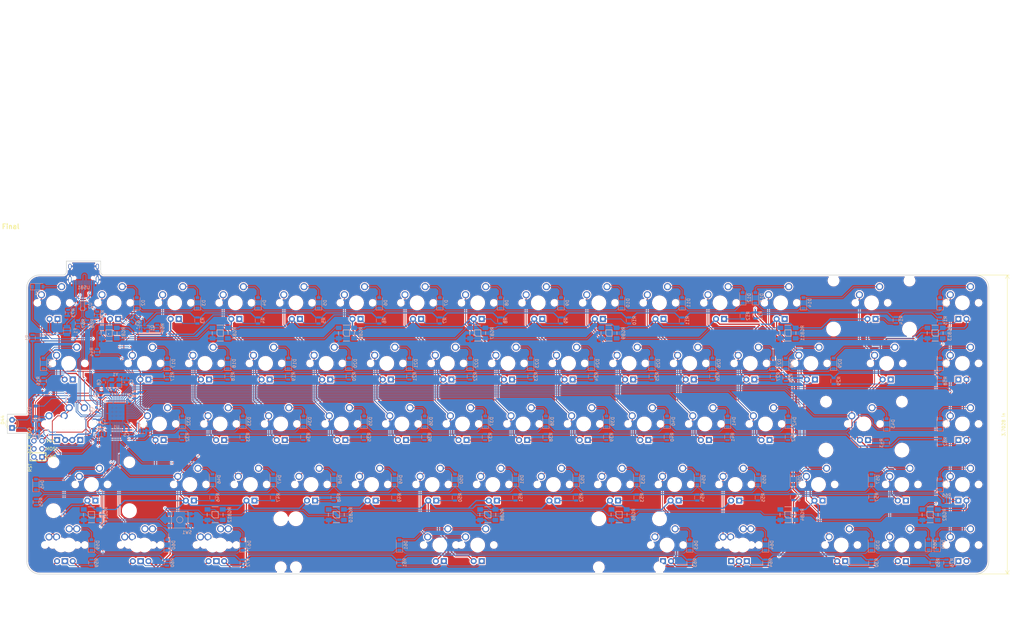
<source format=kicad_pcb>
(kicad_pcb (version 20171130) (host pcbnew "(5.1.5)-3")
  (layers (0 F.Cu signal) (31 B.Cu signal) (34 B.Paste user hide) (35 F.Paste user hide) (36 B.SilkS user) (37 F.SilkS user) (38 B.Mask user hide) (39 F.Mask user hide) (44 Edge.Cuts user))
  (net 0 "")
  (net 1 "Net-(D1-Pad2)")
  (net 2 "Net-(D2-Pad2)")
  (net 3 "Net-(D3-Pad2)")
  (net 4 "Net-(D4-Pad2)")
  (net 5 "Net-(D5-Pad2)")
  (net 6 "Net-(D6-Pad2)")
  (net 7 "Net-(D7-Pad2)")
  (net 8 "Net-(D8-Pad2)")
  (net 9 "Net-(D9-Pad2)")
  (net 10 "Net-(D10-Pad2)")
  (net 11 "Net-(D11-Pad2)")
  (net 12 "Net-(D12-Pad2)")
  (net 13 "Net-(D13-Pad2)")
  (net 14 "Net-(D14-Pad2)")
  (net 15 "Net-(D16-Pad2)")
  (net 16 "Net-(D17-Pad2)")
  (net 17 "Net-(D18-Pad2)")
  (net 18 "Net-(D19-Pad2)")
  (net 19 "Net-(D20-Pad2)")
  (net 20 "Net-(D21-Pad2)")
  (net 21 "Net-(D22-Pad2)")
  (net 22 "Net-(D23-Pad2)")
  (net 23 "Net-(D24-Pad2)")
  (net 24 "Net-(D25-Pad2)")
  (net 25 "Net-(D26-Pad2)")
  (net 26 "Net-(D27-Pad2)")
  (net 27 "Net-(D28-Pad2)")
  (net 28 "Net-(D29-Pad2)")
  (net 29 "Net-(D30-Pad2)")
  (net 30 "Net-(D31-Pad2)")
  (net 31 "Net-(D32-Pad2)")
  (net 32 "Net-(D33-Pad2)")
  (net 33 "Net-(D34-Pad2)")
  (net 34 "Net-(D35-Pad2)")
  (net 35 "Net-(D36-Pad2)")
  (net 36 "Net-(D37-Pad2)")
  (net 37 "Net-(D38-Pad2)")
  (net 38 "Net-(D39-Pad2)")
  (net 39 "Net-(D40-Pad2)")
  (net 40 "Net-(D41-Pad2)")
  (net 41 "Net-(D42-Pad2)")
  (net 42 "Net-(D43-Pad2)")
  (net 43 "Net-(D45-Pad2)")
  (net 44 "Net-(D46-Pad2)")
  (net 45 "Net-(D47-Pad2)")
  (net 46 "Net-(D48-Pad2)")
  (net 47 "Net-(D49-Pad2)")
  (net 48 "Net-(D50-Pad2)")
  (net 49 "Net-(D51-Pad2)")
  (net 50 "Net-(D52-Pad2)")
  (net 51 "Net-(D53-Pad2)")
  (net 52 "Net-(D54-Pad2)")
  (net 53 "Net-(D55-Pad2)")
  (net 54 "Net-(D56-Pad2)")
  (net 55 "Net-(D57-Pad2)")
  (net 56 "Net-(D58-Pad2)")
  (net 57 "Net-(D59-Pad2)")
  (net 58 "Net-(D60-Pad2)")
  (net 59 "Net-(D61-Pad2)")
  (net 60 "Net-(D62-Pad2)")
  (net 61 "Net-(D63-Pad2)")
  (net 62 "Net-(D64-Pad2)")
  (net 63 "Net-(D65-Pad2)")
  (net 64 "Net-(K_#1-Pad4)")
  (net 65 "Net-(K_#2-Pad4)")
  (net 66 "Net-(K_#3-Pad4)")
  (net 67 "Net-(K_#4-Pad4)")
  (net 68 "Net-(K_#5-Pad4)")
  (net 69 "Net-(K_#6-Pad4)")
  (net 70 "Net-(K_#7-Pad4)")
  (net 71 "Net-(K_#8-Pad4)")
  (net 72 "Net-(K_#9-Pad4)")
  (net 73 "Net-(K_#10-Pad4)")
  (net 74 "Net-(K_'1-Pad4)")
  (net 75 "Net-(K_,1-Pad4)")
  (net 76 "Net-(K_-1-Pad4)")
  (net 77 "Net-(K_.1-Pad4)")
  (net 78 "Net-(K_/1-Pad4)")
  (net 79 "Net-(K_;1-Pad4)")
  (net 80 "Net-(K_=1-Pad4)")
  (net 81 "Net-(K_A1-Pad4)")
  (net 82 "Net-(K_ALT1-Pad4)")
  (net 83 "Net-(K_B1-Pad4)")
  (net 84 "Net-(K_BACK1-Pad4)")
  (net 85 "Net-(K_C1-Pad4)")
  (net 86 "Net-(K_CAPS1-Pad4)")
  (net 87 "Net-(K_CTRL1-Pad4)")
  (net 88 "Net-(K_D1-Pad4)")
  (net 89 "Net-(K_E1-Pad4)")
  (net 90 "Net-(K_ENTER1-Pad4)")
  (net 91 "Net-(K_ESC1-Pad4)")
  (net 92 "Net-(K_F1-Pad4)")
  (net 93 "Net-(K_G1-Pad4)")
  (net 94 "Net-(K_H1-Pad4)")
  (net 95 "Net-(K_I1-Pad4)")
  (net 96 "Net-(K_J1-Pad4)")
  (net 97 "Net-(K_K1-Pad4)")
  (net 98 "Net-(K_L1-Pad4)")
  (net 99 "Net-(K_M1-Pad4)")
  (net 100 "Net-(K_N1-Pad4)")
  (net 101 "Net-(K_O1-Pad4)")
  (net 102 "Net-(K_P1-Pad4)")
  (net 103 "Net-(K_Q1-Pad4)")
  (net 104 "Net-(K_R1-Pad4)")
  (net 105 "Net-(K_S1-Pad4)")
  (net 106 "Net-(K_SHIFT1-Pad4)")
  (net 107 "Net-(K_SPACE1-Pad4)")
  (net 108 "Net-(K_T1-Pad4)")
  (net 109 "Net-(K_TAB1-Pad4)")
  (net 110 "Net-(K_U1-Pad4)")
  (net 111 "Net-(K_V1-Pad4)")
  (net 112 "Net-(K_W1-Pad4)")
  (net 113 "Net-(K_X1-Pad4)")
  (net 114 "Net-(K_Y1-Pad4)")
  (net 115 "Net-(K_Z1-Pad4)")
  (net 116 "Net-(K_[1-Pad4)")
  (net 117 "Net-(K_\\1-Pad4)")
  (net 118 "Net-(K_]1-Pad4)")
  (net 119 ROW0)
  (net 120 ROW1)
  (net 121 ROW2)
  (net 122 ROW3)
  (net 123 ROW4)
  (net 124 COL1)
  (net 125 +5V)
  (net 126 COL2)
  (net 127 COL3)
  (net 128 COL4)
  (net 129 COL5)
  (net 130 COL6)
  (net 131 COL7)
  (net 132 COL8)
  (net 133 COL9)
  (net 134 COL10)
  (net 135 COL11)
  (net 136 COL12)
  (net 137 COL13)
  (net 138 COL0)
  (net 139 LEDGND)
  (net 140 GND)
  (net 141 "Net-(R68-Pad2)")
  (net 142 "Net-(R67-Pad2)")
  (net 143 VCC)
  (net 144 "Net-(C6-Pad1)")
  (net 145 "Net-(C7-Pad1)")
  (net 146 "Net-(C8-Pad1)")
  (net 147 D-)
  (net 148 D+)
  (net 149 "Net-(Q1-Pad1)")
  (net 150 "Net-(R69-Pad2)")
  (net 151 "Net-(R70-Pad2)")
  (net 152 "Net-(R71-Pad2)")
  (net 153 "Net-(D67-Pad2)")
  (net 154 "Net-(R73-Pad2)")
  (net 155 "Net-(R74-Pad2)")
  (net 156 "Net-(K_RALT2-Pad4)")
  (net 157 "Net-(K_RALT3-Pad4)")
  (net 158 "Net-(K_RCTRL2-Pad4)")
  (net 159 "Net-(K_RMENU2-Pad4)")
  (net 160 "Net-(K_WIN1-Pad4)")
  (net 161 "Net-(K_SRSHIFT2-Pad4)")
  (net 162 "Net-(RGB1-Pad2)")
  (net 163 RGBLED)
  (net 164 "Net-(RGB13-Pad2)")
  (net 165 "Net-(RGB2-Pad2)")
  (net 166 "Net-(RGB3-Pad2)")
  (net 167 "Net-(RGB4-Pad2)")
  (net 168 "Net-(RGB5-Pad2)")
  (net 169 "Net-(RGB6-Pad2)")
  (net 170 "Net-(RGB7-Pad2)")
  (net 171 "Net-(RGB10-Pad4)")
  (net 172 "Net-(RGB11-Pad4)")
  (net 173 "Net-(RGB10-Pad2)")
  (net 174 "Net-(RGB11-Pad2)")
  (net 175 "Net-(RGB12-Pad2)")
  (net 176 "Net-(K_FNC1-Pad4)")
  (net 177 "Net-(D15-Pad2)")
  (net 178 "Net-(K_FNC2-Pad4)")
  (net 179 "Net-(K_FNC3-Pad4)")
  (net 180 "Net-(K_FNC4-Pad4)")
  (net 181 "Net-(D66-Pad2)")
  (net 182 "Net-(K_FNC5-Pad4)")
  (net 183 "Net-(D69-Pad2)")
  (net 184 CapLockLed)
  (net 185 COL14)
  (net 186 "Net-(K_SRSHIFT1-Pad4)")
  (net 187 "Net-(R44-Pad2)")
  (net 188 "Net-(RGB14-Pad2)")
  (net 189 "Net-(U1-Pad42)")
  (net 190 "Net-(U1-Pad8)")
  (net 191 "Net-(USB1-Pad9)")
  (net 192 "Net-(U1-Pad1)")
  (net 193 "Net-(D44-Pad1)")
  (net 194 "Net-(USB1-Pad3)")
  (module LED_THT:LED_D3.0mm (layer F.Cu) (at 18.725 69.85 90)
    (fp_text reference D44 (at 1.27 -2.96 90) (layer F.SilkS))
    (fp_text value LED)
    (pad 2 thru_hole circle (at 1.27 0 90) (size 1.8 1.8) (drill 0.9) (layers *.Cu *.Mask) (net 184 CapLockLed))
    (pad 1 thru_hole rect (at -1.27 0 90) (size 1.8 1.8) (drill 0.9) (layers *.Cu *.Mask) (net 193 "Net-(D44-Pad1)"))
  )
  (module random-keyboard-parts:R_0805 (layer B.Cu) (at 26.289 72.263)
    (fp_text reference R75 (at 0 1.65) (layer B.SilkS) (effects (justify mirror)))
    (fp_text value 1k)
    (pad 1 smd rect (at -0.95 0) (size 0.7 1.3) (layers B.Cu B.Paste B.Mask) (net 193 "Net-(D44-Pad1)"))
    (pad 2 smd rect (at 0.95 0) (size 0.7 1.3) (layers B.Cu B.Paste B.Mask) (net 140 GND))
  )
  (module random-keyboard-parts:R_0805 (layer B.Cu) (at 45.40758 47.2313 270)
    (fp_text reference R44 (at 0 1.65 90) (layer B.SilkS) (effects (justify mirror)))
    (fp_text value 500)
    (pad 1 smd rect (at -0.95 0 270) (size 0.7 1.3) (layers B.Cu B.Paste B.Mask) (net 163 RGBLED))
    (pad 2 smd rect (at 0.95 0 270) (size 0.7 1.3) (layers B.Cu B.Paste B.Mask) (net 187 "Net-(R44-Pad2)"))
  )
  (module WS2812B:WS2812B (layer B.Cu) (at 168.275 98.425 90)
    (fp_text reference RGB8 (at 0 4.572 90) (layer B.SilkS) (effects (justify mirror)))
    (fp_text value WS2812B hide)
    (pad 4 smd rect (at 1.65 -2.4 90) (size 1.4 1.8) (layers B.Cu B.Paste B.Mask) (net 169 "Net-(RGB6-Pad2)"))
    (pad 3 smd rect (at -1.65 -2.4 90) (size 1.4 1.8) (layers B.Cu B.Paste B.Mask) (net 140 GND))
    (pad 2 smd rect (at -1.65 2.4 90) (size 1.4 1.8) (layers B.Cu B.Paste B.Mask) (net 171 "Net-(RGB10-Pad4)"))
    (pad 1 smd rect (at 1.65 2.4 90) (size 1.4 1.8) (layers B.Cu B.Paste B.Mask) (net 125 +5V))
  )
  (module MX_Only:MXOnly-1.25U-FLIPPED (layer F.Cu) (at 34.13125 69.85)
    (fp_text reference K_CAPS2)
    (fp_text value MX-1.25U)
    (pad "" np_thru_hole circle (at 5.08 0 48.0996) (size 1.75 1.75) (drill 1.75) (layers *.Cu *.Mask))
    (pad "" np_thru_hole circle (at -5.08 0 48.0996) (size 1.75 1.75) (drill 1.75) (layers *.Cu *.Mask))
    (pad 4 thru_hole rect (at -1.27 5.08) (size 1.905 1.905) (drill 1.04) (layers *.Cu B.Mask) (net 86 "Net-(K_CAPS1-Pad4)"))
    (pad 3 thru_hole circle (at 1.27 5.08) (size 1.905 1.905) (drill 1.04) (layers *.Cu B.Mask) (net 125 +5V))
    (pad 1 thru_hole circle (at -3.81 -2.54) (size 2.25 2.25) (drill 1.47) (layers *.Cu B.Mask) (net 30 "Net-(D31-Pad2)"))
    (pad "" np_thru_hole circle (at 0 0) (size 3.9878 3.9878) (drill 3.9878) (layers *.Cu *.Mask))
    (pad 2 thru_hole circle (at 2.54 -5.08) (size 2.25 2.25) (drill 1.47) (layers *.Cu B.Mask) (net 138 COL0))
  )
  (module MX_Only:MXOnly-1.5U (layer F.Cu) (at 36.5125 50.8)
    (fp_text reference K_TAB1)
    (fp_text value MX-1.5U)
    (pad "" np_thru_hole circle (at 5.08 0 48.0996) (size 1.75 1.75) (drill 1.75) (layers *.Cu *.Mask))
    (pad "" np_thru_hole circle (at -5.08 0 48.0996) (size 1.75 1.75) (drill 1.75) (layers *.Cu *.Mask))
    (pad 4 thru_hole rect (at 1.27 5.08) (size 1.905 1.905) (drill 1.04) (layers *.Cu B.Mask) (net 109 "Net-(K_TAB1-Pad4)"))
    (pad 3 thru_hole circle (at -1.27 5.08) (size 1.905 1.905) (drill 1.04) (layers *.Cu B.Mask) (net 125 +5V))
    (pad 1 thru_hole circle (at -3.81 -2.54) (size 2.25 2.25) (drill 1.47) (layers *.Cu B.Mask) (net 138 COL0))
    (pad "" np_thru_hole circle (at 0 0) (size 3.9878 3.9878) (drill 3.9878) (layers *.Cu *.Mask))
    (pad 2 thru_hole circle (at 2.54 -5.08) (size 2.25 2.25) (drill 1.47) (layers *.Cu B.Mask) (net 15 "Net-(D16-Pad2)"))
  )
  (module MX_Only:MXOnly-1U (layer F.Cu) (at 150.8125 88.9)
    (fp_text reference K_B1)
    (fp_text value MX-1U)
    (pad "" np_thru_hole circle (at 5.08 0 48.0996) (size 1.75 1.75) (drill 1.75) (layers *.Cu *.Mask))
    (pad "" np_thru_hole circle (at -5.08 0 48.0996) (size 1.75 1.75) (drill 1.75) (layers *.Cu *.Mask))
    (pad 4 thru_hole rect (at 1.27 5.08) (size 1.905 1.905) (drill 1.04) (layers *.Cu B.Mask) (net 83 "Net-(K_B1-Pad4)"))
    (pad 3 thru_hole circle (at -1.27 5.08) (size 1.905 1.905) (drill 1.04) (layers *.Cu B.Mask) (net 125 +5V))
    (pad 1 thru_hole circle (at -3.81 -2.54) (size 2.25 2.25) (drill 1.47) (layers *.Cu B.Mask) (net 130 COL6))
    (pad "" np_thru_hole circle (at 0 0) (size 3.9878 3.9878) (drill 3.9878) (layers *.Cu *.Mask))
    (pad 2 thru_hole circle (at 2.54 -5.08) (size 2.25 2.25) (drill 1.47) (layers *.Cu B.Mask) (net 48 "Net-(D50-Pad2)"))
  )
  (module random-keyboard-parts:R_0805 (layer B.Cu) (at 200.82256 54.92496 90)
    (fp_text reference R24 (at 0 1.65 90) (layer B.SilkS) (effects (justify mirror)))
    (fp_text value 1k)
    (pad 1 smd rect (at -0.95 0 90) (size 0.7 1.3) (layers B.Cu B.Paste B.Mask) (net 95 "Net-(K_I1-Pad4)"))
    (pad 2 smd rect (at 0.95 0 90) (size 0.7 1.3) (layers B.Cu B.Paste B.Mask) (net 139 LEDGND))
  )
  (module MX_Only:MXOnly-1U (layer F.Cu) (at 193.675 50.8)
    (fp_text reference K_I1)
    (fp_text value MX-1U)
    (pad "" np_thru_hole circle (at 5.08 0 48.0996) (size 1.75 1.75) (drill 1.75) (layers *.Cu *.Mask))
    (pad "" np_thru_hole circle (at -5.08 0 48.0996) (size 1.75 1.75) (drill 1.75) (layers *.Cu *.Mask))
    (pad 4 thru_hole rect (at 1.27 5.08) (size 1.905 1.905) (drill 1.04) (layers *.Cu B.Mask) (net 95 "Net-(K_I1-Pad4)"))
    (pad 3 thru_hole circle (at -1.27 5.08) (size 1.905 1.905) (drill 1.04) (layers *.Cu B.Mask) (net 125 +5V))
    (pad 1 thru_hole circle (at -3.81 -2.54) (size 2.25 2.25) (drill 1.47) (layers *.Cu B.Mask) (net 132 COL8))
    (pad "" np_thru_hole circle (at 0 0) (size 3.9878 3.9878) (drill 3.9878) (layers *.Cu *.Mask))
    (pad 2 thru_hole circle (at 2.54 -5.08) (size 2.25 2.25) (drill 1.47) (layers *.Cu B.Mask) (net 23 "Net-(D24-Pad2)"))
  )
  (module MX_Only:MXOnly-1U (layer F.Cu) (at 198.4375 69.85)
    (fp_text reference K_K1)
    (fp_text value MX-1U)
    (pad "" np_thru_hole circle (at 5.08 0 48.0996) (size 1.75 1.75) (drill 1.75) (layers *.Cu *.Mask))
    (pad "" np_thru_hole circle (at -5.08 0 48.0996) (size 1.75 1.75) (drill 1.75) (layers *.Cu *.Mask))
    (pad 4 thru_hole rect (at 1.27 5.08) (size 1.905 1.905) (drill 1.04) (layers *.Cu B.Mask) (net 97 "Net-(K_K1-Pad4)"))
    (pad 3 thru_hole circle (at -1.27 5.08) (size 1.905 1.905) (drill 1.04) (layers *.Cu B.Mask) (net 125 +5V))
    (pad 1 thru_hole circle (at -3.81 -2.54) (size 2.25 2.25) (drill 1.47) (layers *.Cu B.Mask) (net 132 COL8))
    (pad "" np_thru_hole circle (at 0 0) (size 3.9878 3.9878) (drill 3.9878) (layers *.Cu *.Mask))
    (pad 2 thru_hole circle (at 2.54 -5.08) (size 2.25 2.25) (drill 1.47) (layers *.Cu B.Mask) (net 38 "Net-(D39-Pad2)"))
  )
  (module MX_Only:MXOnly-2.25U (layer F.Cu) (at 286.54375 69.85)
    (fp_text reference K_ENTER1)
    (fp_text value MX-2.25U)
    (pad "" np_thru_hole circle (at 11.938 8.255) (size 3.9878 3.9878) (drill 3.9878) (layers *.Cu *.Mask))
    (pad "" np_thru_hole circle (at -11.938 8.255) (size 3.9878 3.9878) (drill 3.9878) (layers *.Cu *.Mask))
    (pad "" np_thru_hole circle (at 11.938 -6.985) (size 3.048 3.048) (drill 3.048) (layers *.Cu *.Mask))
    (pad "" np_thru_hole circle (at -11.938 -6.985) (size 3.048 3.048) (drill 3.048) (layers *.Cu *.Mask))
    (pad "" np_thru_hole circle (at 5.08 0 48.0996) (size 1.75 1.75) (drill 1.75) (layers *.Cu *.Mask))
    (pad "" np_thru_hole circle (at -5.08 0 48.0996) (size 1.75 1.75) (drill 1.75) (layers *.Cu *.Mask))
    (pad 4 thru_hole rect (at 1.27 5.08) (size 1.905 1.905) (drill 1.04) (layers *.Cu B.Mask) (net 90 "Net-(K_ENTER1-Pad4)"))
    (pad 3 thru_hole circle (at -1.27 5.08) (size 1.905 1.905) (drill 1.04) (layers *.Cu B.Mask) (net 125 +5V))
    (pad 1 thru_hole circle (at -3.81 -2.54) (size 2.25 2.25) (drill 1.47) (layers *.Cu B.Mask) (net 137 COL13))
    (pad "" np_thru_hole circle (at 0 0) (size 3.9878 3.9878) (drill 3.9878) (layers *.Cu *.Mask))
    (pad 2 thru_hole circle (at 2.54 -5.08) (size 2.25 2.25) (drill 1.47) (layers *.Cu B.Mask) (net 42 "Net-(D43-Pad2)"))
  )
  (module MX_Only:MXOnly-1.75U (layer F.Cu) (at 38.89375 69.85)
    (fp_text reference K_CAPS1)
    (fp_text value MX-1.75U)
    (pad "" np_thru_hole circle (at 5.08 0 48.0996) (size 1.75 1.75) (drill 1.75) (layers *.Cu *.Mask))
    (pad "" np_thru_hole circle (at -5.08 0 48.0996) (size 1.75 1.75) (drill 1.75) (layers *.Cu *.Mask))
    (pad 4 thru_hole rect (at 1.27 5.08) (size 1.905 1.905) (drill 1.04) (layers *.Cu B.Mask) (net 86 "Net-(K_CAPS1-Pad4)"))
    (pad 3 thru_hole circle (at -1.27 5.08) (size 1.905 1.905) (drill 1.04) (layers *.Cu B.Mask) (net 125 +5V))
    (pad 1 thru_hole circle (at -3.81 -2.54) (size 2.25 2.25) (drill 1.47) (layers *.Cu B.Mask) (net 138 COL0))
    (pad "" np_thru_hole circle (at 0 0) (size 3.9878 3.9878) (drill 3.9878) (layers *.Cu *.Mask))
    (pad 2 thru_hole circle (at 2.54 -5.08) (size 2.25 2.25) (drill 1.47) (layers *.Cu B.Mask) (net 30 "Net-(D31-Pad2)"))
  )
  (module MX_Only:MXOnly-2.25U (layer F.Cu) (at 43.65625 88.9)
    (fp_text reference K_SHIFT1)
    (fp_text value MX-2.25U)
    (pad "" np_thru_hole circle (at 11.938 8.255) (size 3.9878 3.9878) (drill 3.9878) (layers *.Cu *.Mask))
    (pad "" np_thru_hole circle (at -11.938 8.255) (size 3.9878 3.9878) (drill 3.9878) (layers *.Cu *.Mask))
    (pad "" np_thru_hole circle (at 11.938 -6.985) (size 3.048 3.048) (drill 3.048) (layers *.Cu *.Mask))
    (pad "" np_thru_hole circle (at -11.938 -6.985) (size 3.048 3.048) (drill 3.048) (layers *.Cu *.Mask))
    (pad "" np_thru_hole circle (at 5.08 0 48.0996) (size 1.75 1.75) (drill 1.75) (layers *.Cu *.Mask))
    (pad "" np_thru_hole circle (at -5.08 0 48.0996) (size 1.75 1.75) (drill 1.75) (layers *.Cu *.Mask))
    (pad 4 thru_hole rect (at 1.27 5.08) (size 1.905 1.905) (drill 1.04) (layers *.Cu B.Mask) (net 106 "Net-(K_SHIFT1-Pad4)"))
    (pad 3 thru_hole circle (at -1.27 5.08) (size 1.905 1.905) (drill 1.04) (layers *.Cu B.Mask) (net 125 +5V))
    (pad 1 thru_hole circle (at -3.81 -2.54) (size 2.25 2.25) (drill 1.47) (layers *.Cu B.Mask) (net 138 COL0))
    (pad "" np_thru_hole circle (at 0 0) (size 3.9878 3.9878) (drill 3.9878) (layers *.Cu *.Mask))
    (pad 2 thru_hole circle (at 2.54 -5.08) (size 2.25 2.25) (drill 1.47) (layers *.Cu B.Mask) (net 43 "Net-(D45-Pad2)"))
  )
  (module MX_Only:MXOnly-7U-ReversedStabilizers (layer F.Cu) (at 165.1 107.95)
    (fp_text reference K_SPACE1)
    (fp_text value MX-7U)
    (pad "" np_thru_hole circle (at 57.15 -8.255) (size 3.9878 3.9878) (drill 3.9878) (layers *.Cu *.Mask))
    (pad "" np_thru_hole circle (at -57.15 -8.255) (size 3.9878 3.9878) (drill 3.9878) (layers *.Cu *.Mask))
    (pad "" np_thru_hole circle (at 57.15 6.985) (size 3.048 3.048) (drill 3.048) (layers *.Cu *.Mask))
    (pad "" np_thru_hole circle (at -57.15 6.985) (size 3.048 3.048) (drill 3.048) (layers *.Cu *.Mask))
    (pad "" np_thru_hole circle (at 5.08 0 48.0996) (size 1.75 1.75) (drill 1.75) (layers *.Cu *.Mask))
    (pad "" np_thru_hole circle (at -5.08 0 48.0996) (size 1.75 1.75) (drill 1.75) (layers *.Cu *.Mask))
    (pad 4 thru_hole rect (at 1.27 5.08) (size 1.905 1.905) (drill 1.04) (layers *.Cu B.Mask) (net 107 "Net-(K_SPACE1-Pad4)"))
    (pad 3 thru_hole circle (at -1.27 5.08) (size 1.905 1.905) (drill 1.04) (layers *.Cu B.Mask) (net 125 +5V))
    (pad 1 thru_hole circle (at -3.81 -2.54) (size 2.25 2.25) (drill 1.47) (layers *.Cu B.Mask) (net 130 COL6))
    (pad "" np_thru_hole circle (at 0 0) (size 3.9878 3.9878) (drill 3.9878) (layers *.Cu *.Mask))
    (pad 2 thru_hole circle (at 2.54 -5.08) (size 2.25 2.25) (drill 1.47) (layers *.Cu B.Mask) (net 59 "Net-(D61-Pad2)"))
  )
  (module MX_Only:MXOnly-1U (layer F.Cu) (at 103.1875 69.85)
    (fp_text reference K_D1)
    (fp_text value MX-1U)
    (pad "" np_thru_hole circle (at 5.08 0 48.0996) (size 1.75 1.75) (drill 1.75) (layers *.Cu *.Mask))
    (pad "" np_thru_hole circle (at -5.08 0 48.0996) (size 1.75 1.75) (drill 1.75) (layers *.Cu *.Mask))
    (pad 4 thru_hole rect (at 1.27 5.08) (size 1.905 1.905) (drill 1.04) (layers *.Cu B.Mask) (net 88 "Net-(K_D1-Pad4)"))
    (pad 3 thru_hole circle (at -1.27 5.08) (size 1.905 1.905) (drill 1.04) (layers *.Cu B.Mask) (net 125 +5V))
    (pad 1 thru_hole circle (at -3.81 -2.54) (size 2.25 2.25) (drill 1.47) (layers *.Cu B.Mask) (net 127 COL3))
    (pad "" np_thru_hole circle (at 0 0) (size 3.9878 3.9878) (drill 3.9878) (layers *.Cu *.Mask))
    (pad 2 thru_hole circle (at 2.54 -5.08) (size 2.25 2.25) (drill 1.47) (layers *.Cu B.Mask) (net 33 "Net-(D34-Pad2)"))
  )
  (module MX_Only:MXOnly-1U (layer F.Cu) (at 50.8 31.75)
    (fp_text reference K_#1)
    (fp_text value MX-1U)
    (pad "" np_thru_hole circle (at 5.08 0 48.0996) (size 1.75 1.75) (drill 1.75) (layers *.Cu *.Mask))
    (pad "" np_thru_hole circle (at -5.08 0 48.0996) (size 1.75 1.75) (drill 1.75) (layers *.Cu *.Mask))
    (pad 4 thru_hole rect (at 1.27 5.08) (size 1.905 1.905) (drill 1.04) (layers *.Cu B.Mask) (net 64 "Net-(K_#1-Pad4)"))
    (pad 3 thru_hole circle (at -1.27 5.08) (size 1.905 1.905) (drill 1.04) (layers *.Cu B.Mask) (net 125 +5V))
    (pad 1 thru_hole circle (at -3.81 -2.54) (size 2.25 2.25) (drill 1.47) (layers *.Cu B.Mask) (net 124 COL1))
    (pad "" np_thru_hole circle (at 0 0) (size 3.9878 3.9878) (drill 3.9878) (layers *.Cu *.Mask))
    (pad 2 thru_hole circle (at 2.54 -5.08) (size 2.25 2.25) (drill 1.47) (layers *.Cu B.Mask) (net 2 "Net-(D2-Pad2)"))
  )
  (module MX_Only:MXOnly-1.25U (layer F.Cu) (at 81.75625 107.95)
    (fp_text reference K_ALT1)
    (fp_text value MX-1.25U)
    (pad "" np_thru_hole circle (at 5.08 0 48.0996) (size 1.75 1.75) (drill 1.75) (layers *.Cu *.Mask))
    (pad "" np_thru_hole circle (at -5.08 0 48.0996) (size 1.75 1.75) (drill 1.75) (layers *.Cu *.Mask))
    (pad 4 thru_hole rect (at 1.27 5.08) (size 1.905 1.905) (drill 1.04) (layers *.Cu B.Mask) (net 82 "Net-(K_ALT1-Pad4)"))
    (pad 3 thru_hole circle (at -1.27 5.08) (size 1.905 1.905) (drill 1.04) (layers *.Cu B.Mask) (net 125 +5V))
    (pad 1 thru_hole circle (at -3.81 -2.54) (size 2.25 2.25) (drill 1.47) (layers *.Cu B.Mask) (net 126 COL2))
    (pad "" np_thru_hole circle (at 0 0) (size 3.9878 3.9878) (drill 3.9878) (layers *.Cu *.Mask))
    (pad 2 thru_hole circle (at 2.54 -5.08) (size 2.25 2.25) (drill 1.47) (layers *.Cu B.Mask) (net 153 "Net-(D67-Pad2)"))
  )
  (module MX_Only:MXOnly-1U (layer F.Cu) (at 74.6125 88.9)
    (fp_text reference K_Z1)
    (fp_text value MX-1U)
    (pad "" np_thru_hole circle (at 5.08 0 48.0996) (size 1.75 1.75) (drill 1.75) (layers *.Cu *.Mask))
    (pad "" np_thru_hole circle (at -5.08 0 48.0996) (size 1.75 1.75) (drill 1.75) (layers *.Cu *.Mask))
    (pad 4 thru_hole rect (at 1.27 5.08) (size 1.905 1.905) (drill 1.04) (layers *.Cu B.Mask) (net 115 "Net-(K_Z1-Pad4)"))
    (pad 3 thru_hole circle (at -1.27 5.08) (size 1.905 1.905) (drill 1.04) (layers *.Cu B.Mask) (net 125 +5V))
    (pad 1 thru_hole circle (at -3.81 -2.54) (size 2.25 2.25) (drill 1.47) (layers *.Cu B.Mask) (net 126 COL2))
    (pad "" np_thru_hole circle (at 0 0) (size 3.9878 3.9878) (drill 3.9878) (layers *.Cu *.Mask))
    (pad 2 thru_hole circle (at 2.54 -5.08) (size 2.25 2.25) (drill 1.47) (layers *.Cu B.Mask) (net 44 "Net-(D46-Pad2)"))
  )
  (module MX_Only:MXOnly-1U (layer F.Cu) (at 155.575 50.8)
    (fp_text reference K_Y1)
    (fp_text value MX-1U)
    (pad "" np_thru_hole circle (at 5.08 0 48.0996) (size 1.75 1.75) (drill 1.75) (layers *.Cu *.Mask))
    (pad "" np_thru_hole circle (at -5.08 0 48.0996) (size 1.75 1.75) (drill 1.75) (layers *.Cu *.Mask))
    (pad 4 thru_hole rect (at 1.27 5.08) (size 1.905 1.905) (drill 1.04) (layers *.Cu B.Mask) (net 114 "Net-(K_Y1-Pad4)"))
    (pad 3 thru_hole circle (at -1.27 5.08) (size 1.905 1.905) (drill 1.04) (layers *.Cu B.Mask) (net 125 +5V))
    (pad 1 thru_hole circle (at -3.81 -2.54) (size 2.25 2.25) (drill 1.47) (layers *.Cu B.Mask) (net 130 COL6))
    (pad "" np_thru_hole circle (at 0 0) (size 3.9878 3.9878) (drill 3.9878) (layers *.Cu *.Mask))
    (pad 2 thru_hole circle (at 2.54 -5.08) (size 2.25 2.25) (drill 1.47) (layers *.Cu B.Mask) (net 21 "Net-(D22-Pad2)"))
  )
  (module MX_Only:MXOnly-1U (layer F.Cu) (at 93.6625 88.9)
    (fp_text reference K_X1)
    (fp_text value MX-1U)
    (pad "" np_thru_hole circle (at 5.08 0 48.0996) (size 1.75 1.75) (drill 1.75) (layers *.Cu *.Mask))
    (pad "" np_thru_hole circle (at -5.08 0 48.0996) (size 1.75 1.75) (drill 1.75) (layers *.Cu *.Mask))
    (pad 4 thru_hole rect (at 1.27 5.08) (size 1.905 1.905) (drill 1.04) (layers *.Cu B.Mask) (net 113 "Net-(K_X1-Pad4)"))
    (pad 3 thru_hole circle (at -1.27 5.08) (size 1.905 1.905) (drill 1.04) (layers *.Cu B.Mask) (net 125 +5V))
    (pad 1 thru_hole circle (at -3.81 -2.54) (size 2.25 2.25) (drill 1.47) (layers *.Cu B.Mask) (net 127 COL3))
    (pad "" np_thru_hole circle (at 0 0) (size 3.9878 3.9878) (drill 3.9878) (layers *.Cu *.Mask))
    (pad 2 thru_hole circle (at 2.54 -5.08) (size 2.25 2.25) (drill 1.47) (layers *.Cu B.Mask) (net 45 "Net-(D47-Pad2)"))
  )
  (module MX_Only:MXOnly-1U-FLIPPED (layer F.Cu) (at 60.325 107.95)
    (fp_text reference K_WIN2)
    (fp_text value MX-1U)
    (pad "" np_thru_hole circle (at 5.08 0 48.0996) (size 1.75 1.75) (drill 1.75) (layers *.Cu *.Mask))
    (pad "" np_thru_hole circle (at -5.08 0 48.0996) (size 1.75 1.75) (drill 1.75) (layers *.Cu *.Mask))
    (pad 4 thru_hole rect (at -1.27 5.08) (size 1.905 1.905) (drill 1.04) (layers *.Cu B.Mask) (net 160 "Net-(K_WIN1-Pad4)"))
    (pad 3 thru_hole circle (at 1.27 5.08) (size 1.905 1.905) (drill 1.04) (layers *.Cu B.Mask) (net 125 +5V))
    (pad 1 thru_hole circle (at -3.81 -2.54) (size 2.25 2.25) (drill 1.47) (layers *.Cu B.Mask) (net 124 COL1))
    (pad "" np_thru_hole circle (at 0 0) (size 3.9878 3.9878) (drill 3.9878) (layers *.Cu *.Mask))
    (pad 2 thru_hole circle (at 2.54 -5.08) (size 2.25 2.25) (drill 1.47) (layers *.Cu B.Mask) (net 58 "Net-(D60-Pad2)"))
  )
  (module MX_Only:MXOnly-1.25U (layer F.Cu) (at 57.94375 107.95)
    (fp_text reference K_WIN1)
    (fp_text value MX-1.25U)
    (pad "" np_thru_hole circle (at 5.08 0 48.0996) (size 1.75 1.75) (drill 1.75) (layers *.Cu *.Mask))
    (pad "" np_thru_hole circle (at -5.08 0 48.0996) (size 1.75 1.75) (drill 1.75) (layers *.Cu *.Mask))
    (pad 4 thru_hole rect (at 1.27 5.08) (size 1.905 1.905) (drill 1.04) (layers *.Cu B.Mask) (net 160 "Net-(K_WIN1-Pad4)"))
    (pad 3 thru_hole circle (at -1.27 5.08) (size 1.905 1.905) (drill 1.04) (layers *.Cu B.Mask) (net 125 +5V))
    (pad 1 thru_hole circle (at -3.81 -2.54) (size 2.25 2.25) (drill 1.47) (layers *.Cu B.Mask) (net 124 COL1))
    (pad "" np_thru_hole circle (at 0 0) (size 3.9878 3.9878) (drill 3.9878) (layers *.Cu *.Mask))
    (pad 2 thru_hole circle (at 2.54 -5.08) (size 2.25 2.25) (drill 1.47) (layers *.Cu B.Mask) (net 58 "Net-(D60-Pad2)"))
  )
  (module MX_Only:MXOnly-1U (layer F.Cu) (at 79.375 50.8)
    (fp_text reference K_W1)
    (fp_text value MX-1U)
    (pad "" np_thru_hole circle (at 5.08 0 48.0996) (size 1.75 1.75) (drill 1.75) (layers *.Cu *.Mask))
    (pad "" np_thru_hole circle (at -5.08 0 48.0996) (size 1.75 1.75) (drill 1.75) (layers *.Cu *.Mask))
    (pad 4 thru_hole rect (at 1.27 5.08) (size 1.905 1.905) (drill 1.04) (layers *.Cu B.Mask) (net 112 "Net-(K_W1-Pad4)"))
    (pad 3 thru_hole circle (at -1.27 5.08) (size 1.905 1.905) (drill 1.04) (layers *.Cu B.Mask) (net 125 +5V))
    (pad 1 thru_hole circle (at -3.81 -2.54) (size 2.25 2.25) (drill 1.47) (layers *.Cu B.Mask) (net 126 COL2))
    (pad "" np_thru_hole circle (at 0 0) (size 3.9878 3.9878) (drill 3.9878) (layers *.Cu *.Mask))
    (pad 2 thru_hole circle (at 2.54 -5.08) (size 2.25 2.25) (drill 1.47) (layers *.Cu B.Mask) (net 17 "Net-(D18-Pad2)"))
  )
  (module MX_Only:MXOnly-1U (layer F.Cu) (at 131.7625 88.9)
    (fp_text reference K_V1)
    (fp_text value MX-1U)
    (pad "" np_thru_hole circle (at 5.08 0 48.0996) (size 1.75 1.75) (drill 1.75) (layers *.Cu *.Mask))
    (pad "" np_thru_hole circle (at -5.08 0 48.0996) (size 1.75 1.75) (drill 1.75) (layers *.Cu *.Mask))
    (pad 4 thru_hole rect (at 1.27 5.08) (size 1.905 1.905) (drill 1.04) (layers *.Cu B.Mask) (net 111 "Net-(K_V1-Pad4)"))
    (pad 3 thru_hole circle (at -1.27 5.08) (size 1.905 1.905) (drill 1.04) (layers *.Cu B.Mask) (net 125 +5V))
    (pad 1 thru_hole circle (at -3.81 -2.54) (size 2.25 2.25) (drill 1.47) (layers *.Cu B.Mask) (net 129 COL5))
    (pad "" np_thru_hole circle (at 0 0) (size 3.9878 3.9878) (drill 3.9878) (layers *.Cu *.Mask))
    (pad 2 thru_hole circle (at 2.54 -5.08) (size 2.25 2.25) (drill 1.47) (layers *.Cu B.Mask) (net 47 "Net-(D49-Pad2)"))
  )
  (module MX_Only:MXOnly-1U (layer F.Cu) (at 174.625 50.8)
    (fp_text reference K_U1)
    (fp_text value MX-1U)
    (pad "" np_thru_hole circle (at 5.08 0 48.0996) (size 1.75 1.75) (drill 1.75) (layers *.Cu *.Mask))
    (pad "" np_thru_hole circle (at -5.08 0 48.0996) (size 1.75 1.75) (drill 1.75) (layers *.Cu *.Mask))
    (pad 4 thru_hole rect (at 1.27 5.08) (size 1.905 1.905) (drill 1.04) (layers *.Cu B.Mask) (net 110 "Net-(K_U1-Pad4)"))
    (pad 3 thru_hole circle (at -1.27 5.08) (size 1.905 1.905) (drill 1.04) (layers *.Cu B.Mask) (net 125 +5V))
    (pad 1 thru_hole circle (at -3.81 -2.54) (size 2.25 2.25) (drill 1.47) (layers *.Cu B.Mask) (net 131 COL7))
    (pad "" np_thru_hole circle (at 0 0) (size 3.9878 3.9878) (drill 3.9878) (layers *.Cu *.Mask))
    (pad 2 thru_hole circle (at 2.54 -5.08) (size 2.25 2.25) (drill 1.47) (layers *.Cu B.Mask) (net 22 "Net-(D23-Pad2)"))
  )
  (module MX_Only:MXOnly-1U (layer F.Cu) (at 136.525 50.8)
    (fp_text reference K_T1)
    (fp_text value MX-1U)
    (pad "" np_thru_hole circle (at 5.08 0 48.0996) (size 1.75 1.75) (drill 1.75) (layers *.Cu *.Mask))
    (pad "" np_thru_hole circle (at -5.08 0 48.0996) (size 1.75 1.75) (drill 1.75) (layers *.Cu *.Mask))
    (pad 4 thru_hole rect (at 1.27 5.08) (size 1.905 1.905) (drill 1.04) (layers *.Cu B.Mask) (net 108 "Net-(K_T1-Pad4)"))
    (pad 3 thru_hole circle (at -1.27 5.08) (size 1.905 1.905) (drill 1.04) (layers *.Cu B.Mask) (net 125 +5V))
    (pad 1 thru_hole circle (at -3.81 -2.54) (size 2.25 2.25) (drill 1.47) (layers *.Cu B.Mask) (net 129 COL5))
    (pad "" np_thru_hole circle (at 0 0) (size 3.9878 3.9878) (drill 3.9878) (layers *.Cu *.Mask))
    (pad 2 thru_hole circle (at 2.54 -5.08) (size 2.25 2.25) (drill 1.47) (layers *.Cu B.Mask) (net 20 "Net-(D21-Pad2)"))
  )
  (module MX_Only:MXOnly-1U (layer F.Cu) (at 298.45 88.9)
    (fp_text reference K_SRSHIFT2)
    (fp_text value MX-1U)
    (pad "" np_thru_hole circle (at 5.08 0 48.0996) (size 1.75 1.75) (drill 1.75) (layers *.Cu *.Mask))
    (pad "" np_thru_hole circle (at -5.08 0 48.0996) (size 1.75 1.75) (drill 1.75) (layers *.Cu *.Mask))
    (pad 4 thru_hole rect (at 1.27 5.08) (size 1.905 1.905) (drill 1.04) (layers *.Cu B.Mask) (net 161 "Net-(K_SRSHIFT2-Pad4)"))
    (pad 3 thru_hole circle (at -1.27 5.08) (size 1.905 1.905) (drill 1.04) (layers *.Cu B.Mask) (net 125 +5V))
    (pad 1 thru_hole circle (at -3.81 -2.54) (size 2.25 2.25) (drill 1.47) (layers *.Cu B.Mask) (net 137 COL13))
    (pad "" np_thru_hole circle (at 0 0) (size 3.9878 3.9878) (drill 3.9878) (layers *.Cu *.Mask))
    (pad 2 thru_hole circle (at 2.54 -5.08) (size 2.25 2.25) (drill 1.47) (layers *.Cu B.Mask) (net 55 "Net-(D57-Pad2)"))
  )
  (module MX_Only:MXOnly-1.75U (layer F.Cu) (at 272.25625 88.9)
    (fp_text reference K_SRSHIFT1)
    (fp_text value MX-1.75U)
    (pad "" np_thru_hole circle (at 5.08 0 48.0996) (size 1.75 1.75) (drill 1.75) (layers *.Cu *.Mask))
    (pad "" np_thru_hole circle (at -5.08 0 48.0996) (size 1.75 1.75) (drill 1.75) (layers *.Cu *.Mask))
    (pad 4 thru_hole rect (at 1.27 5.08) (size 1.905 1.905) (drill 1.04) (layers *.Cu B.Mask) (net 186 "Net-(K_SRSHIFT1-Pad4)"))
    (pad 3 thru_hole circle (at -1.27 5.08) (size 1.905 1.905) (drill 1.04) (layers *.Cu B.Mask) (net 125 +5V))
    (pad 1 thru_hole circle (at -3.81 -2.54) (size 2.25 2.25) (drill 1.47) (layers *.Cu B.Mask) (net 136 COL12))
    (pad "" np_thru_hole circle (at 0 0) (size 3.9878 3.9878) (drill 3.9878) (layers *.Cu *.Mask))
    (pad 2 thru_hole circle (at 2.54 -5.08) (size 2.25 2.25) (drill 1.47) (layers *.Cu B.Mask) (net 54 "Net-(D56-Pad2)"))
  )
  (module MX_Only:MXOnly-6.25U-ReversedStabilizers (layer F.Cu) (at 153.19375 107.95)
    (fp_text reference K_SPACE2)
    (fp_text value MX-6.25U)
    (pad "" np_thru_hole circle (at 49.9999 -8.255) (size 3.9878 3.9878) (drill 3.9878) (layers *.Cu *.Mask))
    (pad "" np_thru_hole circle (at -49.9999 -8.255) (size 3.9878 3.9878) (drill 3.9878) (layers *.Cu *.Mask))
    (pad "" np_thru_hole circle (at 49.9999 6.985) (size 3.048 3.048) (drill 3.048) (layers *.Cu *.Mask))
    (pad "" np_thru_hole circle (at -49.9999 6.985) (size 3.048 3.048) (drill 3.048) (layers *.Cu *.Mask))
    (pad "" np_thru_hole circle (at 5.08 0 48.0996) (size 1.75 1.75) (drill 1.75) (layers *.Cu *.Mask))
    (pad "" np_thru_hole circle (at -5.08 0 48.0996) (size 1.75 1.75) (drill 1.75) (layers *.Cu *.Mask))
    (pad 4 thru_hole rect (at 1.27 5.08) (size 1.905 1.905) (drill 1.04) (layers *.Cu B.Mask) (net 107 "Net-(K_SPACE1-Pad4)"))
    (pad 3 thru_hole circle (at -1.27 5.08) (size 1.905 1.905) (drill 1.04) (layers *.Cu B.Mask) (net 125 +5V))
    (pad 1 thru_hole circle (at -3.81 -2.54) (size 2.25 2.25) (drill 1.47) (layers *.Cu B.Mask) (net 130 COL6))
    (pad "" np_thru_hole circle (at 0 0) (size 3.9878 3.9878) (drill 3.9878) (layers *.Cu *.Mask))
    (pad 2 thru_hole circle (at 2.54 -5.08) (size 2.25 2.25) (drill 1.47) (layers *.Cu B.Mask) (net 59 "Net-(D61-Pad2)"))
  )
  (module MX_Only:MXOnly-1U (layer F.Cu) (at 84.1375 69.85)
    (fp_text reference K_S1)
    (fp_text value MX-1U)
    (pad "" np_thru_hole circle (at 5.08 0 48.0996) (size 1.75 1.75) (drill 1.75) (layers *.Cu *.Mask))
    (pad "" np_thru_hole circle (at -5.08 0 48.0996) (size 1.75 1.75) (drill 1.75) (layers *.Cu *.Mask))
    (pad 4 thru_hole rect (at 1.27 5.08) (size 1.905 1.905) (drill 1.04) (layers *.Cu B.Mask) (net 105 "Net-(K_S1-Pad4)"))
    (pad 3 thru_hole circle (at -1.27 5.08) (size 1.905 1.905) (drill 1.04) (layers *.Cu B.Mask) (net 125 +5V))
    (pad 1 thru_hole circle (at -3.81 -2.54) (size 2.25 2.25) (drill 1.47) (layers *.Cu B.Mask) (net 126 COL2))
    (pad "" np_thru_hole circle (at 0 0) (size 3.9878 3.9878) (drill 3.9878) (layers *.Cu *.Mask))
    (pad 2 thru_hole circle (at 2.54 -5.08) (size 2.25 2.25) (drill 1.47) (layers *.Cu B.Mask) (net 32 "Net-(D33-Pad2)"))
  )
  (module MX_Only:MXOnly-1.25U (layer F.Cu) (at 248.44375 107.95)
    (fp_text reference K_RWIN2)
    (fp_text value MX-1.25U)
    (pad "" np_thru_hole circle (at 5.08 0 48.0996) (size 1.75 1.75) (drill 1.75) (layers *.Cu *.Mask))
    (pad "" np_thru_hole circle (at -5.08 0 48.0996) (size 1.75 1.75) (drill 1.75) (layers *.Cu *.Mask))
    (pad 4 thru_hole rect (at 1.27 5.08) (size 1.905 1.905) (drill 1.04) (layers *.Cu B.Mask) (net 157 "Net-(K_RALT3-Pad4)"))
    (pad 3 thru_hole circle (at -1.27 5.08) (size 1.905 1.905) (drill 1.04) (layers *.Cu B.Mask) (net 125 +5V))
    (pad 1 thru_hole circle (at -3.81 -2.54) (size 2.25 2.25) (drill 1.47) (layers *.Cu B.Mask) (net 135 COL11))
    (pad "" np_thru_hole circle (at 0 0) (size 3.9878 3.9878) (drill 3.9878) (layers *.Cu *.Mask))
    (pad 2 thru_hole circle (at 2.54 -5.08) (size 2.25 2.25) (drill 1.47) (layers *.Cu B.Mask) (net 62 "Net-(D64-Pad2)"))
  )
  (module MX_Only:MXOnly-1U (layer F.Cu) (at 279.4 107.95)
    (fp_text reference K_RMENU2)
    (fp_text value MX-1U)
    (pad "" np_thru_hole circle (at 5.08 0 48.0996) (size 1.75 1.75) (drill 1.75) (layers *.Cu *.Mask))
    (pad "" np_thru_hole circle (at -5.08 0 48.0996) (size 1.75 1.75) (drill 1.75) (layers *.Cu *.Mask))
    (pad 4 thru_hole rect (at 1.27 5.08) (size 1.905 1.905) (drill 1.04) (layers *.Cu B.Mask) (net 159 "Net-(K_RMENU2-Pad4)"))
    (pad 3 thru_hole circle (at -1.27 5.08) (size 1.905 1.905) (drill 1.04) (layers *.Cu B.Mask) (net 125 +5V))
    (pad 1 thru_hole circle (at -3.81 -2.54) (size 2.25 2.25) (drill 1.47) (layers *.Cu B.Mask) (net 136 COL12))
    (pad "" np_thru_hole circle (at 0 0) (size 3.9878 3.9878) (drill 3.9878) (layers *.Cu *.Mask))
    (pad 2 thru_hole circle (at 2.54 -5.08) (size 2.25 2.25) (drill 1.47) (layers *.Cu B.Mask) (net 29 "Net-(D30-Pad2)"))
  )
  (module MX_Only:MXOnly-1U (layer F.Cu) (at 298.45 107.95)
    (fp_text reference K_RCTRL2)
    (fp_text value MX-1U)
    (pad "" np_thru_hole circle (at 5.08 0 48.0996) (size 1.75 1.75) (drill 1.75) (layers *.Cu *.Mask))
    (pad "" np_thru_hole circle (at -5.08 0 48.0996) (size 1.75 1.75) (drill 1.75) (layers *.Cu *.Mask))
    (pad 4 thru_hole rect (at 1.27 5.08) (size 1.905 1.905) (drill 1.04) (layers *.Cu B.Mask) (net 158 "Net-(K_RCTRL2-Pad4)"))
    (pad 3 thru_hole circle (at -1.27 5.08) (size 1.905 1.905) (drill 1.04) (layers *.Cu B.Mask) (net 125 +5V))
    (pad 1 thru_hole circle (at -3.81 -2.54) (size 2.25 2.25) (drill 1.47) (layers *.Cu B.Mask) (net 137 COL13))
    (pad "" np_thru_hole circle (at 0 0) (size 3.9878 3.9878) (drill 3.9878) (layers *.Cu *.Mask))
    (pad 2 thru_hole circle (at 2.54 -5.08) (size 2.25 2.25) (drill 1.47) (layers *.Cu B.Mask) (net 63 "Net-(D65-Pad2)"))
  )
  (module MX_Only:MXOnly-1.5U-FLIPPED (layer F.Cu) (at 246.0625 107.95)
    (fp_text reference K_RALT3)
    (fp_text value MX-1.5U)
    (pad "" np_thru_hole circle (at 5.08 0 48.0996) (size 1.75 1.75) (drill 1.75) (layers *.Cu *.Mask))
    (pad "" np_thru_hole circle (at -5.08 0 48.0996) (size 1.75 1.75) (drill 1.75) (layers *.Cu *.Mask))
    (pad 4 thru_hole rect (at -1.27 5.08) (size 1.905 1.905) (drill 1.04) (layers *.Cu B.Mask) (net 157 "Net-(K_RALT3-Pad4)"))
    (pad 3 thru_hole circle (at 1.27 5.08) (size 1.905 1.905) (drill 1.04) (layers *.Cu B.Mask) (net 125 +5V))
    (pad 1 thru_hole circle (at -3.81 -2.54) (size 2.25 2.25) (drill 1.47) (layers *.Cu B.Mask) (net 135 COL11))
    (pad "" np_thru_hole circle (at 0 0) (size 3.9878 3.9878) (drill 3.9878) (layers *.Cu *.Mask))
    (pad 2 thru_hole circle (at 2.54 -5.08) (size 2.25 2.25) (drill 1.47) (layers *.Cu B.Mask) (net 62 "Net-(D64-Pad2)"))
  )
  (module MX_Only:MXOnly-1.25U-FLIPPED (layer F.Cu) (at 224.63125 107.95)
    (fp_text reference K_RALT2)
    (fp_text value MX-1.25U)
    (pad "" np_thru_hole circle (at 5.08 0 48.0996) (size 1.75 1.75) (drill 1.75) (layers *.Cu *.Mask))
    (pad "" np_thru_hole circle (at -5.08 0 48.0996) (size 1.75 1.75) (drill 1.75) (layers *.Cu *.Mask))
    (pad 4 thru_hole rect (at -1.27 5.08) (size 1.905 1.905) (drill 1.04) (layers *.Cu B.Mask) (net 156 "Net-(K_RALT2-Pad4)"))
    (pad 3 thru_hole circle (at 1.27 5.08) (size 1.905 1.905) (drill 1.04) (layers *.Cu B.Mask) (net 125 +5V))
    (pad 1 thru_hole circle (at -3.81 -2.54) (size 2.25 2.25) (drill 1.47) (layers *.Cu B.Mask) (net 134 COL10))
    (pad "" np_thru_hole circle (at 0 0) (size 3.9878 3.9878) (drill 3.9878) (layers *.Cu *.Mask))
    (pad 2 thru_hole circle (at 2.54 -5.08) (size 2.25 2.25) (drill 1.47) (layers *.Cu B.Mask) (net 61 "Net-(D63-Pad2)"))
  )
  (module MX_Only:MXOnly-1U (layer F.Cu) (at 117.475 50.8)
    (fp_text reference K_R1)
    (fp_text value MX-1U)
    (pad "" np_thru_hole circle (at 5.08 0 48.0996) (size 1.75 1.75) (drill 1.75) (layers *.Cu *.Mask))
    (pad "" np_thru_hole circle (at -5.08 0 48.0996) (size 1.75 1.75) (drill 1.75) (layers *.Cu *.Mask))
    (pad 4 thru_hole rect (at 1.27 5.08) (size 1.905 1.905) (drill 1.04) (layers *.Cu B.Mask) (net 104 "Net-(K_R1-Pad4)"))
    (pad 3 thru_hole circle (at -1.27 5.08) (size 1.905 1.905) (drill 1.04) (layers *.Cu B.Mask) (net 125 +5V))
    (pad 1 thru_hole circle (at -3.81 -2.54) (size 2.25 2.25) (drill 1.47) (layers *.Cu B.Mask) (net 128 COL4))
    (pad "" np_thru_hole circle (at 0 0) (size 3.9878 3.9878) (drill 3.9878) (layers *.Cu *.Mask))
    (pad 2 thru_hole circle (at 2.54 -5.08) (size 2.25 2.25) (drill 1.47) (layers *.Cu B.Mask) (net 19 "Net-(D20-Pad2)"))
  )
  (module MX_Only:MXOnly-1U (layer F.Cu) (at 60.325 50.8)
    (fp_text reference K_Q1)
    (fp_text value MX-1U)
    (pad "" np_thru_hole circle (at 5.08 0 48.0996) (size 1.75 1.75) (drill 1.75) (layers *.Cu *.Mask))
    (pad "" np_thru_hole circle (at -5.08 0 48.0996) (size 1.75 1.75) (drill 1.75) (layers *.Cu *.Mask))
    (pad 4 thru_hole rect (at 1.27 5.08) (size 1.905 1.905) (drill 1.04) (layers *.Cu B.Mask) (net 103 "Net-(K_Q1-Pad4)"))
    (pad 3 thru_hole circle (at -1.27 5.08) (size 1.905 1.905) (drill 1.04) (layers *.Cu B.Mask) (net 125 +5V))
    (pad 1 thru_hole circle (at -3.81 -2.54) (size 2.25 2.25) (drill 1.47) (layers *.Cu B.Mask) (net 124 COL1))
    (pad "" np_thru_hole circle (at 0 0) (size 3.9878 3.9878) (drill 3.9878) (layers *.Cu *.Mask))
    (pad 2 thru_hole circle (at 2.54 -5.08) (size 2.25 2.25) (drill 1.47) (layers *.Cu B.Mask) (net 16 "Net-(D17-Pad2)"))
  )
  (module MX_Only:MXOnly-1U (layer F.Cu) (at 231.775 50.8)
    (fp_text reference K_P1)
    (fp_text value MX-1U)
    (pad "" np_thru_hole circle (at 5.08 0 48.0996) (size 1.75 1.75) (drill 1.75) (layers *.Cu *.Mask))
    (pad "" np_thru_hole circle (at -5.08 0 48.0996) (size 1.75 1.75) (drill 1.75) (layers *.Cu *.Mask))
    (pad 4 thru_hole rect (at 1.27 5.08) (size 1.905 1.905) (drill 1.04) (layers *.Cu B.Mask) (net 102 "Net-(K_P1-Pad4)"))
    (pad 3 thru_hole circle (at -1.27 5.08) (size 1.905 1.905) (drill 1.04) (layers *.Cu B.Mask) (net 125 +5V))
    (pad 1 thru_hole circle (at -3.81 -2.54) (size 2.25 2.25) (drill 1.47) (layers *.Cu B.Mask) (net 134 COL10))
    (pad "" np_thru_hole circle (at 0 0) (size 3.9878 3.9878) (drill 3.9878) (layers *.Cu *.Mask))
    (pad 2 thru_hole circle (at 2.54 -5.08) (size 2.25 2.25) (drill 1.47) (layers *.Cu B.Mask) (net 25 "Net-(D26-Pad2)"))
  )
  (module MX_Only:MXOnly-1U (layer F.Cu) (at 212.725 50.8)
    (fp_text reference K_O1)
    (fp_text value MX-1U)
    (pad "" np_thru_hole circle (at 5.08 0 48.0996) (size 1.75 1.75) (drill 1.75) (layers *.Cu *.Mask))
    (pad "" np_thru_hole circle (at -5.08 0 48.0996) (size 1.75 1.75) (drill 1.75) (layers *.Cu *.Mask))
    (pad 4 thru_hole rect (at 1.27 5.08) (size 1.905 1.905) (drill 1.04) (layers *.Cu B.Mask) (net 101 "Net-(K_O1-Pad4)"))
    (pad 3 thru_hole circle (at -1.27 5.08) (size 1.905 1.905) (drill 1.04) (layers *.Cu B.Mask) (net 125 +5V))
    (pad 1 thru_hole circle (at -3.81 -2.54) (size 2.25 2.25) (drill 1.47) (layers *.Cu B.Mask) (net 133 COL9))
    (pad "" np_thru_hole circle (at 0 0) (size 3.9878 3.9878) (drill 3.9878) (layers *.Cu *.Mask))
    (pad 2 thru_hole circle (at 2.54 -5.08) (size 2.25 2.25) (drill 1.47) (layers *.Cu B.Mask) (net 24 "Net-(D25-Pad2)"))
  )
  (module MX_Only:MXOnly-1U (layer F.Cu) (at 169.8625 88.9)
    (fp_text reference K_N1)
    (fp_text value MX-1U)
    (pad "" np_thru_hole circle (at 5.08 0 48.0996) (size 1.75 1.75) (drill 1.75) (layers *.Cu *.Mask))
    (pad "" np_thru_hole circle (at -5.08 0 48.0996) (size 1.75 1.75) (drill 1.75) (layers *.Cu *.Mask))
    (pad 4 thru_hole rect (at 1.27 5.08) (size 1.905 1.905) (drill 1.04) (layers *.Cu B.Mask) (net 100 "Net-(K_N1-Pad4)"))
    (pad 3 thru_hole circle (at -1.27 5.08) (size 1.905 1.905) (drill 1.04) (layers *.Cu B.Mask) (net 125 +5V))
    (pad 1 thru_hole circle (at -3.81 -2.54) (size 2.25 2.25) (drill 1.47) (layers *.Cu B.Mask) (net 131 COL7))
    (pad "" np_thru_hole circle (at 0 0) (size 3.9878 3.9878) (drill 3.9878) (layers *.Cu *.Mask))
    (pad 2 thru_hole circle (at 2.54 -5.08) (size 2.25 2.25) (drill 1.47) (layers *.Cu B.Mask) (net 49 "Net-(D51-Pad2)"))
  )
  (module MX_Only:MXOnly-1U (layer F.Cu) (at 188.9125 88.9)
    (fp_text reference K_M1)
    (fp_text value MX-1U)
    (pad "" np_thru_hole circle (at 5.08 0 48.0996) (size 1.75 1.75) (drill 1.75) (layers *.Cu *.Mask))
    (pad "" np_thru_hole circle (at -5.08 0 48.0996) (size 1.75 1.75) (drill 1.75) (layers *.Cu *.Mask))
    (pad 4 thru_hole rect (at 1.27 5.08) (size 1.905 1.905) (drill 1.04) (layers *.Cu B.Mask) (net 99 "Net-(K_M1-Pad4)"))
    (pad 3 thru_hole circle (at -1.27 5.08) (size 1.905 1.905) (drill 1.04) (layers *.Cu B.Mask) (net 125 +5V))
    (pad 1 thru_hole circle (at -3.81 -2.54) (size 2.25 2.25) (drill 1.47) (layers *.Cu B.Mask) (net 132 COL8))
    (pad "" np_thru_hole circle (at 0 0) (size 3.9878 3.9878) (drill 3.9878) (layers *.Cu *.Mask))
    (pad 2 thru_hole circle (at 2.54 -5.08) (size 2.25 2.25) (drill 1.47) (layers *.Cu B.Mask) (net 50 "Net-(D52-Pad2)"))
  )
  (module MX_Only:MXOnly-1U (layer F.Cu) (at 217.4875 69.85)
    (fp_text reference K_L1)
    (fp_text value MX-1U)
    (pad "" np_thru_hole circle (at 5.08 0 48.0996) (size 1.75 1.75) (drill 1.75) (layers *.Cu *.Mask))
    (pad "" np_thru_hole circle (at -5.08 0 48.0996) (size 1.75 1.75) (drill 1.75) (layers *.Cu *.Mask))
    (pad 4 thru_hole rect (at 1.27 5.08) (size 1.905 1.905) (drill 1.04) (layers *.Cu B.Mask) (net 98 "Net-(K_L1-Pad4)"))
    (pad 3 thru_hole circle (at -1.27 5.08) (size 1.905 1.905) (drill 1.04) (layers *.Cu B.Mask) (net 125 +5V))
    (pad 1 thru_hole circle (at -3.81 -2.54) (size 2.25 2.25) (drill 1.47) (layers *.Cu B.Mask) (net 133 COL9))
    (pad "" np_thru_hole circle (at 0 0) (size 3.9878 3.9878) (drill 3.9878) (layers *.Cu *.Mask))
    (pad 2 thru_hole circle (at 2.54 -5.08) (size 2.25 2.25) (drill 1.47) (layers *.Cu B.Mask) (net 39 "Net-(D40-Pad2)"))
  )
  (module MX_Only:MXOnly-1U (layer F.Cu) (at 179.3875 69.85)
    (fp_text reference K_J1)
    (fp_text value MX-1U)
    (pad "" np_thru_hole circle (at 5.08 0 48.0996) (size 1.75 1.75) (drill 1.75) (layers *.Cu *.Mask))
    (pad "" np_thru_hole circle (at -5.08 0 48.0996) (size 1.75 1.75) (drill 1.75) (layers *.Cu *.Mask))
    (pad 4 thru_hole rect (at 1.27 5.08) (size 1.905 1.905) (drill 1.04) (layers *.Cu B.Mask) (net 96 "Net-(K_J1-Pad4)"))
    (pad 3 thru_hole circle (at -1.27 5.08) (size 1.905 1.905) (drill 1.04) (layers *.Cu B.Mask) (net 125 +5V))
    (pad 1 thru_hole circle (at -3.81 -2.54) (size 2.25 2.25) (drill 1.47) (layers *.Cu B.Mask) (net 131 COL7))
    (pad "" np_thru_hole circle (at 0 0) (size 3.9878 3.9878) (drill 3.9878) (layers *.Cu *.Mask))
    (pad 2 thru_hole circle (at 2.54 -5.08) (size 2.25 2.25) (drill 1.47) (layers *.Cu B.Mask) (net 37 "Net-(D38-Pad2)"))
  )
  (module MX_Only:MXOnly-1U (layer F.Cu) (at 160.3375 69.85)
    (fp_text reference K_H1)
    (fp_text value MX-1U)
    (pad "" np_thru_hole circle (at 5.08 0 48.0996) (size 1.75 1.75) (drill 1.75) (layers *.Cu *.Mask))
    (pad "" np_thru_hole circle (at -5.08 0 48.0996) (size 1.75 1.75) (drill 1.75) (layers *.Cu *.Mask))
    (pad 4 thru_hole rect (at 1.27 5.08) (size 1.905 1.905) (drill 1.04) (layers *.Cu B.Mask) (net 94 "Net-(K_H1-Pad4)"))
    (pad 3 thru_hole circle (at -1.27 5.08) (size 1.905 1.905) (drill 1.04) (layers *.Cu B.Mask) (net 125 +5V))
    (pad 1 thru_hole circle (at -3.81 -2.54) (size 2.25 2.25) (drill 1.47) (layers *.Cu B.Mask) (net 130 COL6))
    (pad "" np_thru_hole circle (at 0 0) (size 3.9878 3.9878) (drill 3.9878) (layers *.Cu *.Mask))
    (pad 2 thru_hole circle (at 2.54 -5.08) (size 2.25 2.25) (drill 1.47) (layers *.Cu B.Mask) (net 36 "Net-(D37-Pad2)"))
  )
  (module MX_Only:MXOnly-1U (layer F.Cu) (at 141.2875 69.85)
    (fp_text reference K_G1)
    (fp_text value MX-1U)
    (pad "" np_thru_hole circle (at 5.08 0 48.0996) (size 1.75 1.75) (drill 1.75) (layers *.Cu *.Mask))
    (pad "" np_thru_hole circle (at -5.08 0 48.0996) (size 1.75 1.75) (drill 1.75) (layers *.Cu *.Mask))
    (pad 4 thru_hole rect (at 1.27 5.08) (size 1.905 1.905) (drill 1.04) (layers *.Cu B.Mask) (net 93 "Net-(K_G1-Pad4)"))
    (pad 3 thru_hole circle (at -1.27 5.08) (size 1.905 1.905) (drill 1.04) (layers *.Cu B.Mask) (net 125 +5V))
    (pad 1 thru_hole circle (at -3.81 -2.54) (size 2.25 2.25) (drill 1.47) (layers *.Cu B.Mask) (net 129 COL5))
    (pad "" np_thru_hole circle (at 0 0) (size 3.9878 3.9878) (drill 3.9878) (layers *.Cu *.Mask))
    (pad 2 thru_hole circle (at 2.54 -5.08) (size 2.25 2.25) (drill 1.47) (layers *.Cu B.Mask) (net 35 "Net-(D36-Pad2)"))
  )
  (module MX_Only:MXOnly-1U-FLIPPED (layer F.Cu) (at 317.5 107.95)
    (fp_text reference K_FNC5)
    (fp_text value MX-1U)
    (pad "" np_thru_hole circle (at 5.08 0 48.0996) (size 1.75 1.75) (drill 1.75) (layers *.Cu *.Mask))
    (pad "" np_thru_hole circle (at -5.08 0 48.0996) (size 1.75 1.75) (drill 1.75) (layers *.Cu *.Mask))
    (pad 4 thru_hole rect (at -1.27 5.08) (size 1.905 1.905) (drill 1.04) (layers *.Cu B.Mask) (net 182 "Net-(K_FNC5-Pad4)"))
    (pad 3 thru_hole circle (at 1.27 5.08) (size 1.905 1.905) (drill 1.04) (layers *.Cu B.Mask) (net 125 +5V))
    (pad 1 thru_hole circle (at -3.81 -2.54) (size 2.25 2.25) (drill 1.47) (layers *.Cu B.Mask) (net 185 COL14))
    (pad "" np_thru_hole circle (at 0 0) (size 3.9878 3.9878) (drill 3.9878) (layers *.Cu *.Mask))
    (pad 2 thru_hole circle (at 2.54 -5.08) (size 2.25 2.25) (drill 1.47) (layers *.Cu B.Mask) (net 183 "Net-(D69-Pad2)"))
  )
  (module MX_Only:MXOnly-1U-FLIPPED (layer F.Cu) (at 317.5 88.9)
    (fp_text reference K_FNC4)
    (fp_text value MX-1U)
    (pad "" np_thru_hole circle (at 5.08 0 48.0996) (size 1.75 1.75) (drill 1.75) (layers *.Cu *.Mask))
    (pad "" np_thru_hole circle (at -5.08 0 48.0996) (size 1.75 1.75) (drill 1.75) (layers *.Cu *.Mask))
    (pad 4 thru_hole rect (at -1.27 5.08) (size 1.905 1.905) (drill 1.04) (layers *.Cu B.Mask) (net 180 "Net-(K_FNC4-Pad4)"))
    (pad 3 thru_hole circle (at 1.27 5.08) (size 1.905 1.905) (drill 1.04) (layers *.Cu B.Mask) (net 125 +5V))
    (pad 1 thru_hole circle (at -3.81 -2.54) (size 2.25 2.25) (drill 1.47) (layers *.Cu B.Mask) (net 185 COL14))
    (pad "" np_thru_hole circle (at 0 0) (size 3.9878 3.9878) (drill 3.9878) (layers *.Cu *.Mask))
    (pad 2 thru_hole circle (at 2.54 -5.08) (size 2.25 2.25) (drill 1.47) (layers *.Cu B.Mask) (net 181 "Net-(D66-Pad2)"))
  )
  (module MX_Only:MXOnly-1U-FLIPPED (layer F.Cu) (at 317.5 69.85)
    (fp_text reference K_FNC3)
    (fp_text value MX-1U)
    (pad "" np_thru_hole circle (at 5.08 0 48.0996) (size 1.75 1.75) (drill 1.75) (layers *.Cu *.Mask))
    (pad "" np_thru_hole circle (at -5.08 0 48.0996) (size 1.75 1.75) (drill 1.75) (layers *.Cu *.Mask))
    (pad 4 thru_hole rect (at -1.27 5.08) (size 1.905 1.905) (drill 1.04) (layers *.Cu B.Mask) (net 179 "Net-(K_FNC3-Pad4)"))
    (pad 3 thru_hole circle (at 1.27 5.08) (size 1.905 1.905) (drill 1.04) (layers *.Cu B.Mask) (net 125 +5V))
    (pad 1 thru_hole circle (at -3.81 -2.54) (size 2.25 2.25) (drill 1.47) (layers *.Cu B.Mask) (net 185 COL14))
    (pad "" np_thru_hole circle (at 0 0) (size 3.9878 3.9878) (drill 3.9878) (layers *.Cu *.Mask))
    (pad 2 thru_hole circle (at 2.54 -5.08) (size 2.25 2.25) (drill 1.47) (layers *.Cu B.Mask) (net 60 "Net-(D62-Pad2)"))
  )
  (module MX_Only:MXOnly-1U-FLIPPED (layer F.Cu) (at 317.5 50.8)
    (fp_text reference K_FNC2)
    (fp_text value MX-1U)
    (pad "" np_thru_hole circle (at 5.08 0 48.0996) (size 1.75 1.75) (drill 1.75) (layers *.Cu *.Mask))
    (pad "" np_thru_hole circle (at -5.08 0 48.0996) (size 1.75 1.75) (drill 1.75) (layers *.Cu *.Mask))
    (pad 4 thru_hole rect (at -1.27 5.08) (size 1.905 1.905) (drill 1.04) (layers *.Cu B.Mask) (net 178 "Net-(K_FNC2-Pad4)"))
    (pad 3 thru_hole circle (at 1.27 5.08) (size 1.905 1.905) (drill 1.04) (layers *.Cu B.Mask) (net 125 +5V))
    (pad 1 thru_hole circle (at -3.81 -2.54) (size 2.25 2.25) (drill 1.47) (layers *.Cu B.Mask) (net 185 COL14))
    (pad "" np_thru_hole circle (at 0 0) (size 3.9878 3.9878) (drill 3.9878) (layers *.Cu *.Mask))
    (pad 2 thru_hole circle (at 2.54 -5.08) (size 2.25 2.25) (drill 1.47) (layers *.Cu B.Mask) (net 56 "Net-(D58-Pad2)"))
  )
  (module MX_Only:MXOnly-1U-FLIPPED (layer F.Cu) (at 317.5 31.75)
    (fp_text reference K_FNC1)
    (fp_text value MX-1U)
    (pad "" np_thru_hole circle (at 5.08 0 48.0996) (size 1.75 1.75) (drill 1.75) (layers *.Cu *.Mask))
    (pad "" np_thru_hole circle (at -5.08 0 48.0996) (size 1.75 1.75) (drill 1.75) (layers *.Cu *.Mask))
    (pad 4 thru_hole rect (at -1.27 5.08) (size 1.905 1.905) (drill 1.04) (layers *.Cu B.Mask) (net 176 "Net-(K_FNC1-Pad4)"))
    (pad 3 thru_hole circle (at 1.27 5.08) (size 1.905 1.905) (drill 1.04) (layers *.Cu B.Mask) (net 125 +5V))
    (pad 1 thru_hole circle (at -3.81 -2.54) (size 2.25 2.25) (drill 1.47) (layers *.Cu B.Mask) (net 185 COL14))
    (pad "" np_thru_hole circle (at 0 0) (size 3.9878 3.9878) (drill 3.9878) (layers *.Cu *.Mask))
    (pad 2 thru_hole circle (at 2.54 -5.08) (size 2.25 2.25) (drill 1.47) (layers *.Cu B.Mask) (net 177 "Net-(D15-Pad2)"))
  )
  (module MX_Only:MXOnly-1U (layer F.Cu) (at 122.2375 69.85)
    (fp_text reference K_F1)
    (fp_text value MX-1U)
    (pad "" np_thru_hole circle (at 5.08 0 48.0996) (size 1.75 1.75) (drill 1.75) (layers *.Cu *.Mask))
    (pad "" np_thru_hole circle (at -5.08 0 48.0996) (size 1.75 1.75) (drill 1.75) (layers *.Cu *.Mask))
    (pad 4 thru_hole rect (at 1.27 5.08) (size 1.905 1.905) (drill 1.04) (layers *.Cu B.Mask) (net 92 "Net-(K_F1-Pad4)"))
    (pad 3 thru_hole circle (at -1.27 5.08) (size 1.905 1.905) (drill 1.04) (layers *.Cu B.Mask) (net 125 +5V))
    (pad 1 thru_hole circle (at -3.81 -2.54) (size 2.25 2.25) (drill 1.47) (layers *.Cu B.Mask) (net 128 COL4))
    (pad "" np_thru_hole circle (at 0 0) (size 3.9878 3.9878) (drill 3.9878) (layers *.Cu *.Mask))
    (pad 2 thru_hole circle (at 2.54 -5.08) (size 2.25 2.25) (drill 1.47) (layers *.Cu B.Mask) (net 34 "Net-(D35-Pad2)"))
  )
  (module MX_Only:MXOnly-1U (layer F.Cu) (at 31.75 31.75)
    (fp_text reference K_ESC1)
    (fp_text value MX-1U)
    (pad "" np_thru_hole circle (at 5.08 0 48.0996) (size 1.75 1.75) (drill 1.75) (layers *.Cu *.Mask))
    (pad "" np_thru_hole circle (at -5.08 0 48.0996) (size 1.75 1.75) (drill 1.75) (layers *.Cu *.Mask))
    (pad 4 thru_hole rect (at 1.27 5.08) (size 1.905 1.905) (drill 1.04) (layers *.Cu B.Mask) (net 91 "Net-(K_ESC1-Pad4)"))
    (pad 3 thru_hole circle (at -1.27 5.08) (size 1.905 1.905) (drill 1.04) (layers *.Cu B.Mask) (net 125 +5V))
    (pad 1 thru_hole circle (at -3.81 -2.54) (size 2.25 2.25) (drill 1.47) (layers *.Cu B.Mask) (net 138 COL0))
    (pad "" np_thru_hole circle (at 0 0) (size 3.9878 3.9878) (drill 3.9878) (layers *.Cu *.Mask))
    (pad 2 thru_hole circle (at 2.54 -5.08) (size 2.25 2.25) (drill 1.47) (layers *.Cu B.Mask) (net 1 "Net-(D1-Pad2)"))
  )
  (module MX_Only:MXOnly-1U (layer F.Cu) (at 98.425 50.8)
    (fp_text reference K_E1)
    (fp_text value MX-1U)
    (pad "" np_thru_hole circle (at 5.08 0 48.0996) (size 1.75 1.75) (drill 1.75) (layers *.Cu *.Mask))
    (pad "" np_thru_hole circle (at -5.08 0 48.0996) (size 1.75 1.75) (drill 1.75) (layers *.Cu *.Mask))
    (pad 4 thru_hole rect (at 1.27 5.08) (size 1.905 1.905) (drill 1.04) (layers *.Cu B.Mask) (net 89 "Net-(K_E1-Pad4)"))
    (pad 3 thru_hole circle (at -1.27 5.08) (size 1.905 1.905) (drill 1.04) (layers *.Cu B.Mask) (net 125 +5V))
    (pad 1 thru_hole circle (at -3.81 -2.54) (size 2.25 2.25) (drill 1.47) (layers *.Cu B.Mask) (net 127 COL3))
    (pad "" np_thru_hole circle (at 0 0) (size 3.9878 3.9878) (drill 3.9878) (layers *.Cu *.Mask))
    (pad 2 thru_hole circle (at 2.54 -5.08) (size 2.25 2.25) (drill 1.47) (layers *.Cu B.Mask) (net 18 "Net-(D19-Pad2)"))
  )
  (module MX_Only:MXOnly-1.5U-FLIPPED (layer F.Cu) (at 36.5125 107.95)
    (fp_text reference K_CTRL2)
    (fp_text value MX-1.5U)
    (pad "" np_thru_hole circle (at 5.08 0 48.0996) (size 1.75 1.75) (drill 1.75) (layers *.Cu *.Mask))
    (pad "" np_thru_hole circle (at -5.08 0 48.0996) (size 1.75 1.75) (drill 1.75) (layers *.Cu *.Mask))
    (pad 4 thru_hole rect (at -1.27 5.08) (size 1.905 1.905) (drill 1.04) (layers *.Cu B.Mask) (net 87 "Net-(K_CTRL1-Pad4)"))
    (pad 3 thru_hole circle (at 1.27 5.08) (size 1.905 1.905) (drill 1.04) (layers *.Cu B.Mask) (net 125 +5V))
    (pad 1 thru_hole circle (at -3.81 -2.54) (size 2.25 2.25) (drill 1.47) (layers *.Cu B.Mask) (net 138 COL0))
    (pad "" np_thru_hole circle (at 0 0) (size 3.9878 3.9878) (drill 3.9878) (layers *.Cu *.Mask))
    (pad 2 thru_hole circle (at 2.54 -5.08) (size 2.25 2.25) (drill 1.47) (layers *.Cu B.Mask) (net 57 "Net-(D59-Pad2)"))
  )
  (module MX_Only:MXOnly-1.25U (layer F.Cu) (at 34.13125 107.95)
    (fp_text reference K_CTRL1)
    (fp_text value MX-1.25U)
    (pad "" np_thru_hole circle (at 5.08 0 48.0996) (size 1.75 1.75) (drill 1.75) (layers *.Cu *.Mask))
    (pad "" np_thru_hole circle (at -5.08 0 48.0996) (size 1.75 1.75) (drill 1.75) (layers *.Cu *.Mask))
    (pad 4 thru_hole rect (at 1.27 5.08) (size 1.905 1.905) (drill 1.04) (layers *.Cu B.Mask) (net 87 "Net-(K_CTRL1-Pad4)"))
    (pad 3 thru_hole circle (at -1.27 5.08) (size 1.905 1.905) (drill 1.04) (layers *.Cu B.Mask) (net 125 +5V))
    (pad 1 thru_hole circle (at -3.81 -2.54) (size 2.25 2.25) (drill 1.47) (layers *.Cu B.Mask) (net 138 COL0))
    (pad "" np_thru_hole circle (at 0 0) (size 3.9878 3.9878) (drill 3.9878) (layers *.Cu *.Mask))
    (pad 2 thru_hole circle (at 2.54 -5.08) (size 2.25 2.25) (drill 1.47) (layers *.Cu B.Mask) (net 57 "Net-(D59-Pad2)"))
  )
  (module MX_Only:MXOnly-1U (layer F.Cu) (at 112.7125 88.9)
    (fp_text reference K_C1)
    (fp_text value MX-1U)
    (pad "" np_thru_hole circle (at 5.08 0 48.0996) (size 1.75 1.75) (drill 1.75) (layers *.Cu *.Mask))
    (pad "" np_thru_hole circle (at -5.08 0 48.0996) (size 1.75 1.75) (drill 1.75) (layers *.Cu *.Mask))
    (pad 4 thru_hole rect (at 1.27 5.08) (size 1.905 1.905) (drill 1.04) (layers *.Cu B.Mask) (net 85 "Net-(K_C1-Pad4)"))
    (pad 3 thru_hole circle (at -1.27 5.08) (size 1.905 1.905) (drill 1.04) (layers *.Cu B.Mask) (net 125 +5V))
    (pad 1 thru_hole circle (at -3.81 -2.54) (size 2.25 2.25) (drill 1.47) (layers *.Cu B.Mask) (net 128 COL4))
    (pad "" np_thru_hole circle (at 0 0) (size 3.9878 3.9878) (drill 3.9878) (layers *.Cu *.Mask))
    (pad 2 thru_hole circle (at 2.54 -5.08) (size 2.25 2.25) (drill 1.47) (layers *.Cu B.Mask) (net 46 "Net-(D48-Pad2)"))
  )
  (module MX_Only:MXOnly-2U (layer F.Cu) (at 288.925 31.75)
    (fp_text reference K_BACK1)
    (fp_text value MX-2U)
    (pad "" np_thru_hole circle (at 11.938 8.255) (size 3.9878 3.9878) (drill 3.9878) (layers *.Cu *.Mask))
    (pad "" np_thru_hole circle (at -11.938 8.255) (size 3.9878 3.9878) (drill 3.9878) (layers *.Cu *.Mask))
    (pad "" np_thru_hole circle (at 11.938 -6.985) (size 3.048 3.048) (drill 3.048) (layers *.Cu *.Mask))
    (pad "" np_thru_hole circle (at -11.938 -6.985) (size 3.048 3.048) (drill 3.048) (layers *.Cu *.Mask))
    (pad "" np_thru_hole circle (at 5.08 0 48.0996) (size 1.75 1.75) (drill 1.75) (layers *.Cu *.Mask))
    (pad "" np_thru_hole circle (at -5.08 0 48.0996) (size 1.75 1.75) (drill 1.75) (layers *.Cu *.Mask))
    (pad 4 thru_hole rect (at 1.27 5.08) (size 1.905 1.905) (drill 1.04) (layers *.Cu B.Mask) (net 84 "Net-(K_BACK1-Pad4)"))
    (pad 3 thru_hole circle (at -1.27 5.08) (size 1.905 1.905) (drill 1.04) (layers *.Cu B.Mask) (net 125 +5V))
    (pad 1 thru_hole circle (at -3.81 -2.54) (size 2.25 2.25) (drill 1.47) (layers *.Cu B.Mask) (net 137 COL13))
    (pad "" np_thru_hole circle (at 0 0) (size 3.9878 3.9878) (drill 3.9878) (layers *.Cu *.Mask))
    (pad 2 thru_hole circle (at 2.54 -5.08) (size 2.25 2.25) (drill 1.47) (layers *.Cu B.Mask) (net 14 "Net-(D14-Pad2)"))
  )
  (module MX_Only:MXOnly-1.5U-FLIPPED (layer F.Cu) (at 84.1375 107.95)
    (fp_text reference K_ALT2)
    (fp_text value MX-1.5U)
    (pad "" np_thru_hole circle (at 5.08 0 48.0996) (size 1.75 1.75) (drill 1.75) (layers *.Cu *.Mask))
    (pad "" np_thru_hole circle (at -5.08 0 48.0996) (size 1.75 1.75) (drill 1.75) (layers *.Cu *.Mask))
    (pad 4 thru_hole rect (at -1.27 5.08) (size 1.905 1.905) (drill 1.04) (layers *.Cu B.Mask) (net 82 "Net-(K_ALT1-Pad4)"))
    (pad 3 thru_hole circle (at 1.27 5.08) (size 1.905 1.905) (drill 1.04) (layers *.Cu B.Mask) (net 125 +5V))
    (pad 1 thru_hole circle (at -3.81 -2.54) (size 2.25 2.25) (drill 1.47) (layers *.Cu B.Mask) (net 126 COL2))
    (pad "" np_thru_hole circle (at 0 0) (size 3.9878 3.9878) (drill 3.9878) (layers *.Cu *.Mask))
    (pad 2 thru_hole circle (at 2.54 -5.08) (size 2.25 2.25) (drill 1.47) (layers *.Cu B.Mask) (net 153 "Net-(D67-Pad2)"))
  )
  (module MX_Only:MXOnly-1U (layer F.Cu) (at 65.0875 69.85)
    (fp_text reference K_A1)
    (fp_text value MX-1U)
    (pad "" np_thru_hole circle (at 5.08 0 48.0996) (size 1.75 1.75) (drill 1.75) (layers *.Cu *.Mask))
    (pad "" np_thru_hole circle (at -5.08 0 48.0996) (size 1.75 1.75) (drill 1.75) (layers *.Cu *.Mask))
    (pad 4 thru_hole rect (at 1.27 5.08) (size 1.905 1.905) (drill 1.04) (layers *.Cu B.Mask) (net 81 "Net-(K_A1-Pad4)"))
    (pad 3 thru_hole circle (at -1.27 5.08) (size 1.905 1.905) (drill 1.04) (layers *.Cu B.Mask) (net 125 +5V))
    (pad 1 thru_hole circle (at -3.81 -2.54) (size 2.25 2.25) (drill 1.47) (layers *.Cu B.Mask) (net 124 COL1))
    (pad "" np_thru_hole circle (at 0 0) (size 3.9878 3.9878) (drill 3.9878) (layers *.Cu *.Mask))
    (pad 2 thru_hole circle (at 2.54 -5.08) (size 2.25 2.25) (drill 1.47) (layers *.Cu B.Mask) (net 31 "Net-(D32-Pad2)"))
  )
  (module MX_Only:MXOnly-1U (layer F.Cu) (at 269.875 50.8)
    (fp_text reference K_]1)
    (fp_text value MX-1U)
    (pad "" np_thru_hole circle (at 5.08 0 48.0996) (size 1.75 1.75) (drill 1.75) (layers *.Cu *.Mask))
    (pad "" np_thru_hole circle (at -5.08 0 48.0996) (size 1.75 1.75) (drill 1.75) (layers *.Cu *.Mask))
    (pad 4 thru_hole rect (at 1.27 5.08) (size 1.905 1.905) (drill 1.04) (layers *.Cu B.Mask) (net 118 "Net-(K_]1-Pad4)"))
    (pad 3 thru_hole circle (at -1.27 5.08) (size 1.905 1.905) (drill 1.04) (layers *.Cu B.Mask) (net 125 +5V))
    (pad 1 thru_hole circle (at -3.81 -2.54) (size 2.25 2.25) (drill 1.47) (layers *.Cu B.Mask) (net 136 COL12))
    (pad "" np_thru_hole circle (at 0 0) (size 3.9878 3.9878) (drill 3.9878) (layers *.Cu *.Mask))
    (pad 2 thru_hole circle (at 2.54 -5.08) (size 2.25 2.25) (drill 1.47) (layers *.Cu B.Mask) (net 27 "Net-(D28-Pad2)"))
  )
  (module MX_Only:MXOnly-1.5U (layer F.Cu) (at 293.6875 50.8)
    (fp_text reference K_\1)
    (fp_text value MX-1.5U)
    (pad "" np_thru_hole circle (at 5.08 0 48.0996) (size 1.75 1.75) (drill 1.75) (layers *.Cu *.Mask))
    (pad "" np_thru_hole circle (at -5.08 0 48.0996) (size 1.75 1.75) (drill 1.75) (layers *.Cu *.Mask))
    (pad 4 thru_hole rect (at 1.27 5.08) (size 1.905 1.905) (drill 1.04) (layers *.Cu B.Mask) (net 117 "Net-(K_\\1-Pad4)"))
    (pad 3 thru_hole circle (at -1.27 5.08) (size 1.905 1.905) (drill 1.04) (layers *.Cu B.Mask) (net 125 +5V))
    (pad 1 thru_hole circle (at -3.81 -2.54) (size 2.25 2.25) (drill 1.47) (layers *.Cu B.Mask) (net 137 COL13))
    (pad "" np_thru_hole circle (at 0 0) (size 3.9878 3.9878) (drill 3.9878) (layers *.Cu *.Mask))
    (pad 2 thru_hole circle (at 2.54 -5.08) (size 2.25 2.25) (drill 1.47) (layers *.Cu B.Mask) (net 28 "Net-(D29-Pad2)"))
  )
  (module MX_Only:MXOnly-1U (layer F.Cu) (at 250.825 50.8)
    (fp_text reference K_[1)
    (fp_text value MX-1U)
    (pad "" np_thru_hole circle (at 5.08 0 48.0996) (size 1.75 1.75) (drill 1.75) (layers *.Cu *.Mask))
    (pad "" np_thru_hole circle (at -5.08 0 48.0996) (size 1.75 1.75) (drill 1.75) (layers *.Cu *.Mask))
    (pad 4 thru_hole rect (at 1.27 5.08) (size 1.905 1.905) (drill 1.04) (layers *.Cu B.Mask) (net 116 "Net-(K_[1-Pad4)"))
    (pad 3 thru_hole circle (at -1.27 5.08) (size 1.905 1.905) (drill 1.04) (layers *.Cu B.Mask) (net 125 +5V))
    (pad 1 thru_hole circle (at -3.81 -2.54) (size 2.25 2.25) (drill 1.47) (layers *.Cu B.Mask) (net 135 COL11))
    (pad "" np_thru_hole circle (at 0 0) (size 3.9878 3.9878) (drill 3.9878) (layers *.Cu *.Mask))
    (pad 2 thru_hole circle (at 2.54 -5.08) (size 2.25 2.25) (drill 1.47) (layers *.Cu B.Mask) (net 26 "Net-(D27-Pad2)"))
  )
  (module MX_Only:MXOnly-1U (layer F.Cu) (at 260.35 31.75)
    (fp_text reference K_=1)
    (fp_text value MX-1U)
    (pad "" np_thru_hole circle (at 5.08 0 48.0996) (size 1.75 1.75) (drill 1.75) (layers *.Cu *.Mask))
    (pad "" np_thru_hole circle (at -5.08 0 48.0996) (size 1.75 1.75) (drill 1.75) (layers *.Cu *.Mask))
    (pad 4 thru_hole rect (at 1.27 5.08) (size 1.905 1.905) (drill 1.04) (layers *.Cu B.Mask) (net 80 "Net-(K_=1-Pad4)"))
    (pad 3 thru_hole circle (at -1.27 5.08) (size 1.905 1.905) (drill 1.04) (layers *.Cu B.Mask) (net 125 +5V))
    (pad 1 thru_hole circle (at -3.81 -2.54) (size 2.25 2.25) (drill 1.47) (layers *.Cu B.Mask) (net 136 COL12))
    (pad "" np_thru_hole circle (at 0 0) (size 3.9878 3.9878) (drill 3.9878) (layers *.Cu *.Mask))
    (pad 2 thru_hole circle (at 2.54 -5.08) (size 2.25 2.25) (drill 1.47) (layers *.Cu B.Mask) (net 13 "Net-(D13-Pad2)"))
  )
  (module MX_Only:MXOnly-1U (layer F.Cu) (at 236.5375 69.85)
    (fp_text reference K_;1)
    (fp_text value MX-1U)
    (pad "" np_thru_hole circle (at 5.08 0 48.0996) (size 1.75 1.75) (drill 1.75) (layers *.Cu *.Mask))
    (pad "" np_thru_hole circle (at -5.08 0 48.0996) (size 1.75 1.75) (drill 1.75) (layers *.Cu *.Mask))
    (pad 4 thru_hole rect (at 1.27 5.08) (size 1.905 1.905) (drill 1.04) (layers *.Cu B.Mask) (net 79 "Net-(K_;1-Pad4)"))
    (pad 3 thru_hole circle (at -1.27 5.08) (size 1.905 1.905) (drill 1.04) (layers *.Cu B.Mask) (net 125 +5V))
    (pad 1 thru_hole circle (at -3.81 -2.54) (size 2.25 2.25) (drill 1.47) (layers *.Cu B.Mask) (net 134 COL10))
    (pad "" np_thru_hole circle (at 0 0) (size 3.9878 3.9878) (drill 3.9878) (layers *.Cu *.Mask))
    (pad 2 thru_hole circle (at 2.54 -5.08) (size 2.25 2.25) (drill 1.47) (layers *.Cu B.Mask) (net 40 "Net-(D41-Pad2)"))
  )
  (module MX_Only:MXOnly-1U (layer F.Cu) (at 246.0625 88.9)
    (fp_text reference K_/1)
    (fp_text value MX-1U)
    (pad "" np_thru_hole circle (at 5.08 0 48.0996) (size 1.75 1.75) (drill 1.75) (layers *.Cu *.Mask))
    (pad "" np_thru_hole circle (at -5.08 0 48.0996) (size 1.75 1.75) (drill 1.75) (layers *.Cu *.Mask))
    (pad 4 thru_hole rect (at 1.27 5.08) (size 1.905 1.905) (drill 1.04) (layers *.Cu B.Mask) (net 78 "Net-(K_/1-Pad4)"))
    (pad 3 thru_hole circle (at -1.27 5.08) (size 1.905 1.905) (drill 1.04) (layers *.Cu B.Mask) (net 125 +5V))
    (pad 1 thru_hole circle (at -3.81 -2.54) (size 2.25 2.25) (drill 1.47) (layers *.Cu B.Mask) (net 135 COL11))
    (pad "" np_thru_hole circle (at 0 0) (size 3.9878 3.9878) (drill 3.9878) (layers *.Cu *.Mask))
    (pad 2 thru_hole circle (at 2.54 -5.08) (size 2.25 2.25) (drill 1.47) (layers *.Cu B.Mask) (net 53 "Net-(D55-Pad2)"))
  )
  (module MX_Only:MXOnly-1U (layer F.Cu) (at 241.3 31.75)
    (fp_text reference K_-1)
    (fp_text value MX-1U)
    (pad "" np_thru_hole circle (at 5.08 0 48.0996) (size 1.75 1.75) (drill 1.75) (layers *.Cu *.Mask))
    (pad "" np_thru_hole circle (at -5.08 0 48.0996) (size 1.75 1.75) (drill 1.75) (layers *.Cu *.Mask))
    (pad 4 thru_hole rect (at 1.27 5.08) (size 1.905 1.905) (drill 1.04) (layers *.Cu B.Mask) (net 76 "Net-(K_-1-Pad4)"))
    (pad 3 thru_hole circle (at -1.27 5.08) (size 1.905 1.905) (drill 1.04) (layers *.Cu B.Mask) (net 125 +5V))
    (pad 1 thru_hole circle (at -3.81 -2.54) (size 2.25 2.25) (drill 1.47) (layers *.Cu B.Mask) (net 135 COL11))
    (pad "" np_thru_hole circle (at 0 0) (size 3.9878 3.9878) (drill 3.9878) (layers *.Cu *.Mask))
    (pad 2 thru_hole circle (at 2.54 -5.08) (size 2.25 2.25) (drill 1.47) (layers *.Cu B.Mask) (net 12 "Net-(D12-Pad2)"))
  )
  (module MX_Only:MXOnly-1U (layer F.Cu) (at 255.5875 69.85)
    (fp_text reference K_'1)
    (fp_text value MX-1U)
    (pad "" np_thru_hole circle (at 5.08 0 48.0996) (size 1.75 1.75) (drill 1.75) (layers *.Cu *.Mask))
    (pad "" np_thru_hole circle (at -5.08 0 48.0996) (size 1.75 1.75) (drill 1.75) (layers *.Cu *.Mask))
    (pad 4 thru_hole rect (at 1.27 5.08) (size 1.905 1.905) (drill 1.04) (layers *.Cu B.Mask) (net 74 "Net-(K_'1-Pad4)"))
    (pad 3 thru_hole circle (at -1.27 5.08) (size 1.905 1.905) (drill 1.04) (layers *.Cu B.Mask) (net 125 +5V))
    (pad 1 thru_hole circle (at -3.81 -2.54) (size 2.25 2.25) (drill 1.47) (layers *.Cu B.Mask) (net 135 COL11))
    (pad "" np_thru_hole circle (at 0 0) (size 3.9878 3.9878) (drill 3.9878) (layers *.Cu *.Mask))
    (pad 2 thru_hole circle (at 2.54 -5.08) (size 2.25 2.25) (drill 1.47) (layers *.Cu B.Mask) (net 41 "Net-(D42-Pad2)"))
  )
  (module MX_Only:MXOnly-1U (layer F.Cu) (at 222.25 31.75)
    (fp_text reference K_#10)
    (fp_text value MX-1U)
    (pad "" np_thru_hole circle (at 5.08 0 48.0996) (size 1.75 1.75) (drill 1.75) (layers *.Cu *.Mask))
    (pad "" np_thru_hole circle (at -5.08 0 48.0996) (size 1.75 1.75) (drill 1.75) (layers *.Cu *.Mask))
    (pad 4 thru_hole rect (at 1.27 5.08) (size 1.905 1.905) (drill 1.04) (layers *.Cu B.Mask) (net 73 "Net-(K_#10-Pad4)"))
    (pad 3 thru_hole circle (at -1.27 5.08) (size 1.905 1.905) (drill 1.04) (layers *.Cu B.Mask) (net 125 +5V))
    (pad 1 thru_hole circle (at -3.81 -2.54) (size 2.25 2.25) (drill 1.47) (layers *.Cu B.Mask) (net 134 COL10))
    (pad "" np_thru_hole circle (at 0 0) (size 3.9878 3.9878) (drill 3.9878) (layers *.Cu *.Mask))
    (pad 2 thru_hole circle (at 2.54 -5.08) (size 2.25 2.25) (drill 1.47) (layers *.Cu B.Mask) (net 11 "Net-(D11-Pad2)"))
  )
  (module MX_Only:MXOnly-1U (layer F.Cu) (at 203.2 31.75)
    (fp_text reference K_#9)
    (fp_text value MX-1U)
    (pad "" np_thru_hole circle (at 5.08 0 48.0996) (size 1.75 1.75) (drill 1.75) (layers *.Cu *.Mask))
    (pad "" np_thru_hole circle (at -5.08 0 48.0996) (size 1.75 1.75) (drill 1.75) (layers *.Cu *.Mask))
    (pad 4 thru_hole rect (at 1.27 5.08) (size 1.905 1.905) (drill 1.04) (layers *.Cu B.Mask) (net 72 "Net-(K_#9-Pad4)"))
    (pad 3 thru_hole circle (at -1.27 5.08) (size 1.905 1.905) (drill 1.04) (layers *.Cu B.Mask) (net 125 +5V))
    (pad 1 thru_hole circle (at -3.81 -2.54) (size 2.25 2.25) (drill 1.47) (layers *.Cu B.Mask) (net 133 COL9))
    (pad "" np_thru_hole circle (at 0 0) (size 3.9878 3.9878) (drill 3.9878) (layers *.Cu *.Mask))
    (pad 2 thru_hole circle (at 2.54 -5.08) (size 2.25 2.25) (drill 1.47) (layers *.Cu B.Mask) (net 10 "Net-(D10-Pad2)"))
  )
  (module MX_Only:MXOnly-1U (layer F.Cu) (at 184.15 31.75)
    (fp_text reference K_#8)
    (fp_text value MX-1U)
    (pad "" np_thru_hole circle (at 5.08 0 48.0996) (size 1.75 1.75) (drill 1.75) (layers *.Cu *.Mask))
    (pad "" np_thru_hole circle (at -5.08 0 48.0996) (size 1.75 1.75) (drill 1.75) (layers *.Cu *.Mask))
    (pad 4 thru_hole rect (at 1.27 5.08) (size 1.905 1.905) (drill 1.04) (layers *.Cu B.Mask) (net 71 "Net-(K_#8-Pad4)"))
    (pad 3 thru_hole circle (at -1.27 5.08) (size 1.905 1.905) (drill 1.04) (layers *.Cu B.Mask) (net 125 +5V))
    (pad 1 thru_hole circle (at -3.81 -2.54) (size 2.25 2.25) (drill 1.47) (layers *.Cu B.Mask) (net 132 COL8))
    (pad "" np_thru_hole circle (at 0 0) (size 3.9878 3.9878) (drill 3.9878) (layers *.Cu *.Mask))
    (pad 2 thru_hole circle (at 2.54 -5.08) (size 2.25 2.25) (drill 1.47) (layers *.Cu B.Mask) (net 9 "Net-(D9-Pad2)"))
  )
  (module MX_Only:MXOnly-1U (layer F.Cu) (at 165.1 31.75)
    (fp_text reference K_#7)
    (fp_text value MX-1U)
    (pad "" np_thru_hole circle (at 5.08 0 48.0996) (size 1.75 1.75) (drill 1.75) (layers *.Cu *.Mask))
    (pad "" np_thru_hole circle (at -5.08 0 48.0996) (size 1.75 1.75) (drill 1.75) (layers *.Cu *.Mask))
    (pad 4 thru_hole rect (at 1.27 5.08) (size 1.905 1.905) (drill 1.04) (layers *.Cu B.Mask) (net 70 "Net-(K_#7-Pad4)"))
    (pad 3 thru_hole circle (at -1.27 5.08) (size 1.905 1.905) (drill 1.04) (layers *.Cu B.Mask) (net 125 +5V))
    (pad 1 thru_hole circle (at -3.81 -2.54) (size 2.25 2.25) (drill 1.47) (layers *.Cu B.Mask) (net 131 COL7))
    (pad "" np_thru_hole circle (at 0 0) (size 3.9878 3.9878) (drill 3.9878) (layers *.Cu *.Mask))
    (pad 2 thru_hole circle (at 2.54 -5.08) (size 2.25 2.25) (drill 1.47) (layers *.Cu B.Mask) (net 8 "Net-(D8-Pad2)"))
  )
  (module MX_Only:MXOnly-1U (layer F.Cu) (at 146.05 31.75)
    (fp_text reference K_#6)
    (fp_text value MX-1U)
    (pad "" np_thru_hole circle (at 5.08 0 48.0996) (size 1.75 1.75) (drill 1.75) (layers *.Cu *.Mask))
    (pad "" np_thru_hole circle (at -5.08 0 48.0996) (size 1.75 1.75) (drill 1.75) (layers *.Cu *.Mask))
    (pad 4 thru_hole rect (at 1.27 5.08) (size 1.905 1.905) (drill 1.04) (layers *.Cu B.Mask) (net 69 "Net-(K_#6-Pad4)"))
    (pad 3 thru_hole circle (at -1.27 5.08) (size 1.905 1.905) (drill 1.04) (layers *.Cu B.Mask) (net 125 +5V))
    (pad 1 thru_hole circle (at -3.81 -2.54) (size 2.25 2.25) (drill 1.47) (layers *.Cu B.Mask) (net 130 COL6))
    (pad "" np_thru_hole circle (at 0 0) (size 3.9878 3.9878) (drill 3.9878) (layers *.Cu *.Mask))
    (pad 2 thru_hole circle (at 2.54 -5.08) (size 2.25 2.25) (drill 1.47) (layers *.Cu B.Mask) (net 7 "Net-(D7-Pad2)"))
  )
  (module MX_Only:MXOnly-1U (layer F.Cu) (at 127 31.75)
    (fp_text reference K_#5)
    (fp_text value MX-1U)
    (pad "" np_thru_hole circle (at 5.08 0 48.0996) (size 1.75 1.75) (drill 1.75) (layers *.Cu *.Mask))
    (pad "" np_thru_hole circle (at -5.08 0 48.0996) (size 1.75 1.75) (drill 1.75) (layers *.Cu *.Mask))
    (pad 4 thru_hole rect (at 1.27 5.08) (size 1.905 1.905) (drill 1.04) (layers *.Cu B.Mask) (net 68 "Net-(K_#5-Pad4)"))
    (pad 3 thru_hole circle (at -1.27 5.08) (size 1.905 1.905) (drill 1.04) (layers *.Cu B.Mask) (net 125 +5V))
    (pad 1 thru_hole circle (at -3.81 -2.54) (size 2.25 2.25) (drill 1.47) (layers *.Cu B.Mask) (net 129 COL5))
    (pad "" np_thru_hole circle (at 0 0) (size 3.9878 3.9878) (drill 3.9878) (layers *.Cu *.Mask))
    (pad 2 thru_hole circle (at 2.54 -5.08) (size 2.25 2.25) (drill 1.47) (layers *.Cu B.Mask) (net 6 "Net-(D6-Pad2)"))
  )
  (module MX_Only:MXOnly-1U (layer F.Cu) (at 107.95 31.75)
    (fp_text reference K_#4)
    (fp_text value MX-1U)
    (pad "" np_thru_hole circle (at 5.08 0 48.0996) (size 1.75 1.75) (drill 1.75) (layers *.Cu *.Mask))
    (pad "" np_thru_hole circle (at -5.08 0 48.0996) (size 1.75 1.75) (drill 1.75) (layers *.Cu *.Mask))
    (pad 4 thru_hole rect (at 1.27 5.08) (size 1.905 1.905) (drill 1.04) (layers *.Cu B.Mask) (net 67 "Net-(K_#4-Pad4)"))
    (pad 3 thru_hole circle (at -1.27 5.08) (size 1.905 1.905) (drill 1.04) (layers *.Cu B.Mask) (net 125 +5V))
    (pad 1 thru_hole circle (at -3.81 -2.54) (size 2.25 2.25) (drill 1.47) (layers *.Cu B.Mask) (net 128 COL4))
    (pad "" np_thru_hole circle (at 0 0) (size 3.9878 3.9878) (drill 3.9878) (layers *.Cu *.Mask))
    (pad 2 thru_hole circle (at 2.54 -5.08) (size 2.25 2.25) (drill 1.47) (layers *.Cu B.Mask) (net 5 "Net-(D5-Pad2)"))
  )
  (module MX_Only:MXOnly-1U (layer F.Cu) (at 88.9 31.75)
    (fp_text reference K_#3)
    (fp_text value MX-1U)
    (pad "" np_thru_hole circle (at 5.08 0 48.0996) (size 1.75 1.75) (drill 1.75) (layers *.Cu *.Mask))
    (pad "" np_thru_hole circle (at -5.08 0 48.0996) (size 1.75 1.75) (drill 1.75) (layers *.Cu *.Mask))
    (pad 4 thru_hole rect (at 1.27 5.08) (size 1.905 1.905) (drill 1.04) (layers *.Cu B.Mask) (net 66 "Net-(K_#3-Pad4)"))
    (pad 3 thru_hole circle (at -1.27 5.08) (size 1.905 1.905) (drill 1.04) (layers *.Cu B.Mask) (net 125 +5V))
    (pad 1 thru_hole circle (at -3.81 -2.54) (size 2.25 2.25) (drill 1.47) (layers *.Cu B.Mask) (net 127 COL3))
    (pad "" np_thru_hole circle (at 0 0) (size 3.9878 3.9878) (drill 3.9878) (layers *.Cu *.Mask))
    (pad 2 thru_hole circle (at 2.54 -5.08) (size 2.25 2.25) (drill 1.47) (layers *.Cu B.Mask) (net 4 "Net-(D4-Pad2)"))
  )
  (module MX_Only:MXOnly-1U (layer F.Cu) (at 69.85 31.75)
    (fp_text reference K_#2)
    (fp_text value MX-1U)
    (pad "" np_thru_hole circle (at 5.08 0 48.0996) (size 1.75 1.75) (drill 1.75) (layers *.Cu *.Mask))
    (pad "" np_thru_hole circle (at -5.08 0 48.0996) (size 1.75 1.75) (drill 1.75) (layers *.Cu *.Mask))
    (pad 4 thru_hole rect (at 1.27 5.08) (size 1.905 1.905) (drill 1.04) (layers *.Cu B.Mask) (net 65 "Net-(K_#2-Pad4)"))
    (pad 3 thru_hole circle (at -1.27 5.08) (size 1.905 1.905) (drill 1.04) (layers *.Cu B.Mask) (net 125 +5V))
    (pad 1 thru_hole circle (at -3.81 -2.54) (size 2.25 2.25) (drill 1.47) (layers *.Cu B.Mask) (net 126 COL2))
    (pad "" np_thru_hole circle (at 0 0) (size 3.9878 3.9878) (drill 3.9878) (layers *.Cu *.Mask))
    (pad 2 thru_hole circle (at 2.54 -5.08) (size 2.25 2.25) (drill 1.47) (layers *.Cu B.Mask) (net 3 "Net-(D3-Pad2)"))
  )
  (module MX_Only:MXOnly-1U (layer F.Cu) (at 207.9625 88.9)
    (fp_text reference K_,1)
    (fp_text value MX-1U)
    (pad "" np_thru_hole circle (at 5.08 0 48.0996) (size 1.75 1.75) (drill 1.75) (layers *.Cu *.Mask))
    (pad "" np_thru_hole circle (at -5.08 0 48.0996) (size 1.75 1.75) (drill 1.75) (layers *.Cu *.Mask))
    (pad 4 thru_hole rect (at 1.27 5.08) (size 1.905 1.905) (drill 1.04) (layers *.Cu B.Mask) (net 75 "Net-(K_,1-Pad4)"))
    (pad 3 thru_hole circle (at -1.27 5.08) (size 1.905 1.905) (drill 1.04) (layers *.Cu B.Mask) (net 125 +5V))
    (pad 1 thru_hole circle (at -3.81 -2.54) (size 2.25 2.25) (drill 1.47) (layers *.Cu B.Mask) (net 133 COL9))
    (pad "" np_thru_hole circle (at 0 0) (size 3.9878 3.9878) (drill 3.9878) (layers *.Cu *.Mask))
    (pad 2 thru_hole circle (at 2.54 -5.08) (size 2.25 2.25) (drill 1.47) (layers *.Cu B.Mask) (net 51 "Net-(D53-Pad2)"))
  )
  (module MX_Only:MXOnly-1U (layer F.Cu) (at 227.0125 88.9)
    (fp_text reference K_.1)
    (fp_text value MX-1U)
    (pad "" np_thru_hole circle (at 5.08 0 48.0996) (size 1.75 1.75) (drill 1.75) (layers *.Cu *.Mask))
    (pad "" np_thru_hole circle (at -5.08 0 48.0996) (size 1.75 1.75) (drill 1.75) (layers *.Cu *.Mask))
    (pad 4 thru_hole rect (at 1.27 5.08) (size 1.905 1.905) (drill 1.04) (layers *.Cu B.Mask) (net 77 "Net-(K_.1-Pad4)"))
    (pad 3 thru_hole circle (at -1.27 5.08) (size 1.905 1.905) (drill 1.04) (layers *.Cu B.Mask) (net 125 +5V))
    (pad 1 thru_hole circle (at -3.81 -2.54) (size 2.25 2.25) (drill 1.47) (layers *.Cu B.Mask) (net 134 COL10))
    (pad "" np_thru_hole circle (at 0 0) (size 3.9878 3.9878) (drill 3.9878) (layers *.Cu *.Mask))
    (pad 2 thru_hole circle (at 2.54 -5.08) (size 2.25 2.25) (drill 1.47) (layers *.Cu B.Mask) (net 52 "Net-(D54-Pad2)"))
  )
  (module random-keyboard-parts:Reset_Pretty (layer F.Cu) (at 26.85 77.7)
    (fp_text reference U3)
    (fp_text value STF202-22T1G)
    (fp_text user GND (at 4.25 2.5) (layer F.SilkS))
    (fp_text user RST (at -2.46 5.95 90) (layer F.SilkS))
    (fp_text user MOSI (at 4.25 0) (layer F.SilkS))
    (fp_text user SCK (at -2.67 -0.09 90) (layer F.SilkS))
    (fp_text user VCC (at 4 -2.5) (layer F.SilkS))
    (fp_text user MISO (at -2.66 -4.87 90) (layer F.SilkS))
    (pad 1 thru_hole circle (at -1.27 -2.54) (size 1.7 1.7) (drill 1) (layers *.Cu *.Mask) (net 121 ROW2))
    (pad 2 thru_hole circle (at 1.27 -2.54) (size 1.7 1.7) (drill 1) (layers *.Cu *.Mask) (net 125 +5V))
    (pad 3 thru_hole circle (at -1.27 0) (size 1.7 1.7) (drill 1) (layers *.Cu *.Mask) (net 119 ROW0))
    (pad 4 thru_hole circle (at 1.27 0) (size 1.7 1.7) (drill 1) (layers *.Cu *.Mask) (net 120 ROW1))
    (pad 5 thru_hole circle (at -1.27 2.54) (size 1.7 1.7) (drill 1) (layers *.Cu *.Mask) (net 151 "Net-(R70-Pad2)"))
    (pad 6 thru_hole rect (at 1.27 2.54) (size 1.7 1.7) (drill 1) (layers *.Cu *.Mask) (net 140 GND))
  )
  (module Crystal:Crystal_SMD_3225-4Pin_3.2x2.5mm (layer B.Cu) (at 51.181 56.769 180)
    (fp_text reference Y1 (at 0 2.45) (layer B.SilkS) (effects (justify mirror)))
    (fp_text value 16Mhz)
    (pad 4 smd rect (at -1.1 0.85 180) (size 1.4 1.2) (layers B.Cu B.Paste B.Mask) (net 140 GND))
    (pad 3 smd rect (at 1.1 0.85 180) (size 1.4 1.2) (layers B.Cu B.Paste B.Mask) (net 146 "Net-(C8-Pad1)"))
    (pad 2 smd rect (at 1.1 -0.85 180) (size 1.4 1.2) (layers B.Cu B.Paste B.Mask) (net 140 GND))
    (pad 1 smd rect (at -1.1 -0.85 180) (size 1.4 1.2) (layers B.Cu B.Paste B.Mask) (net 145 "Net-(C7-Pad1)"))
  )
  (module random-keyboard-parts:R_0805 (layer B.Cu) (at 312.55 113.52 90)
    (fp_text reference R76 (at 0 1.65 90) (layer B.SilkS) (effects (justify mirror)))
    (fp_text value 1k)
    (pad 1 smd rect (at -0.95 0 90) (size 0.7 1.3) (layers B.Cu B.Paste B.Mask) (net 182 "Net-(K_FNC5-Pad4)"))
    (pad 2 smd rect (at 0.95 0 90) (size 0.7 1.3) (layers B.Cu B.Paste B.Mask) (net 139 LEDGND))
  )
  (module random-keyboard-parts:R_0805 (layer B.Cu) (at 45.5041 35.4584 90)
    (fp_text reference R74 (at 0 1.65 90) (layer B.SilkS) (effects (justify mirror)))
    (fp_text value 5.1k)
    (pad 1 smd rect (at -0.95 0 90) (size 0.7 1.3) (layers B.Cu B.Paste B.Mask) (net 140 GND))
    (pad 2 smd rect (at 0.95 0 90) (size 0.7 1.3) (layers B.Cu B.Paste B.Mask) (net 155 "Net-(R74-Pad2)"))
  )
  (module random-keyboard-parts:R_0805 (layer B.Cu) (at 36.3601 34.925 90)
    (fp_text reference R73 (at 0 1.65 90) (layer B.SilkS) (effects (justify mirror)))
    (fp_text value 5.1k)
    (pad 1 smd rect (at -0.95 0 90) (size 0.7 1.3) (layers B.Cu B.Paste B.Mask) (net 140 GND))
    (pad 2 smd rect (at 0.95 0 90) (size 0.7 1.3) (layers B.Cu B.Paste B.Mask) (net 154 "Net-(R73-Pad2)"))
  )
  (module random-keyboard-parts:R_0805 (layer B.Cu) (at 91.28125 113.50625 90)
    (fp_text reference R72 (at 0 1.65 90) (layer B.SilkS) (effects (justify mirror)))
    (fp_text value 1k)
    (pad 1 smd rect (at -0.95 0 90) (size 0.7 1.3) (layers B.Cu B.Paste B.Mask) (net 82 "Net-(K_ALT1-Pad4)"))
    (pad 2 smd rect (at 0.95 0 90) (size 0.7 1.3) (layers B.Cu B.Paste B.Mask) (net 139 LEDGND))
  )
  (module random-keyboard-parts:R_0805 (layer B.Cu) (at 59.944 72.009 180)
    (fp_text reference R71 (at 0 1.65) (layer B.SilkS) (effects (justify mirror)))
    (fp_text value 1k)
    (pad 1 smd rect (at -0.95 0 180) (size 0.7 1.3) (layers B.Cu B.Paste B.Mask) (net 140 GND))
    (pad 2 smd rect (at 0.95 0 180) (size 0.7 1.3) (layers B.Cu B.Paste B.Mask) (net 152 "Net-(R71-Pad2)"))
  )
  (module random-keyboard-parts:R_0805 (layer B.Cu) (at 46.83125 73.025 180)
    (fp_text reference R70 (at 0 1.65) (layer B.SilkS) (effects (justify mirror)))
    (fp_text value 10k)
    (pad 1 smd rect (at -0.95 0 180) (size 0.7 1.3) (layers B.Cu B.Paste B.Mask) (net 125 +5V))
    (pad 2 smd rect (at 0.95 0 180) (size 0.7 1.3) (layers B.Cu B.Paste B.Mask) (net 151 "Net-(R70-Pad2)"))
  )
  (module random-keyboard-parts:R_0805 (layer B.Cu) (at 64.389 39.624 90)
    (fp_text reference R69 (at 0 1.65 90) (layer B.SilkS) (effects (justify mirror)))
    (fp_text value 1k)
    (pad 1 smd rect (at -0.95 0 90) (size 0.7 1.3) (layers B.Cu B.Paste B.Mask) (net 149 "Net-(Q1-Pad1)"))
    (pad 2 smd rect (at 0.95 0 90) (size 0.7 1.3) (layers B.Cu B.Paste B.Mask) (net 150 "Net-(R69-Pad2)"))
  )
  (module random-keyboard-parts:R_0805 (layer B.Cu) (at 42.291 38.227 90)
    (fp_text reference R68 (at 0 1.65 90) (layer B.SilkS) (effects (justify mirror)))
    (fp_text value 22)
    (pad 1 smd rect (at -0.95 0 90) (size 0.7 1.3) (layers B.Cu B.Paste B.Mask) (net 148 D+))
    (pad 2 smd rect (at 0.95 0 90) (size 0.7 1.3) (layers B.Cu B.Paste B.Mask) (net 141 "Net-(R68-Pad2)"))
  )
  (module random-keyboard-parts:R_0805 (layer B.Cu) (at 39.497 38.227 90)
    (fp_text reference R67 (at 0 1.65 90) (layer B.SilkS) (effects (justify mirror)))
    (fp_text value 22)
    (pad 1 smd rect (at -0.95 0 90) (size 0.7 1.3) (layers B.Cu B.Paste B.Mask) (net 147 D-))
    (pad 2 smd rect (at 0.95 0 90) (size 0.7 1.3) (layers B.Cu B.Paste B.Mask) (net 142 "Net-(R67-Pad2)"))
  )
  (module random-keyboard-parts:R_0805 (layer B.Cu) (at 312.5216 93.96476 180)
    (fp_text reference R66 (at 0 1.65) (layer B.SilkS) (effects (justify mirror)))
    (fp_text value 1k)
    (pad 1 smd rect (at -0.95 0 180) (size 0.7 1.3) (layers B.Cu B.Paste B.Mask) (net 180 "Net-(K_FNC4-Pad4)"))
    (pad 2 smd rect (at 0.95 0 180) (size 0.7 1.3) (layers B.Cu B.Paste B.Mask) (net 139 LEDGND))
  )
  (module random-keyboard-parts:R_0805 (layer B.Cu) (at 308.2125 113.50625 90)
    (fp_text reference R65 (at 0 1.65 90) (layer B.SilkS) (effects (justify mirror)))
    (fp_text value 1k)
    (pad 1 smd rect (at -0.95 0 90) (size 0.7 1.3) (layers B.Cu B.Paste B.Mask) (net 158 "Net-(K_RCTRL2-Pad4)"))
    (pad 2 smd rect (at 0.95 0 90) (size 0.7 1.3) (layers B.Cu B.Paste B.Mask) (net 139 LEDGND))
  )
  (module random-keyboard-parts:R_0805 (layer B.Cu) (at 255.5875 113.50625 90)
    (fp_text reference R64 (at 0 1.65 90) (layer B.SilkS) (effects (justify mirror)))
    (fp_text value 1k)
    (pad 1 smd rect (at -0.95 0 90) (size 0.7 1.3) (layers B.Cu B.Paste B.Mask) (net 157 "Net-(K_RALT3-Pad4)"))
    (pad 2 smd rect (at 0.95 0 90) (size 0.7 1.3) (layers B.Cu B.Paste B.Mask) (net 139 LEDGND))
  )
  (module random-keyboard-parts:R_0805 (layer B.Cu) (at 231.775 113.50625 90)
    (fp_text reference R63 (at 0 1.65 90) (layer B.SilkS) (effects (justify mirror)))
    (fp_text value 1k)
    (pad 1 smd rect (at -0.95 0 90) (size 0.7 1.3) (layers B.Cu B.Paste B.Mask) (net 156 "Net-(K_RALT2-Pad4)"))
    (pad 2 smd rect (at 0.95 0 90) (size 0.7 1.3) (layers B.Cu B.Paste B.Mask) (net 139 LEDGND))
  )
  (module random-keyboard-parts:R_0805 (layer B.Cu) (at 310.4925 75.40625 90)
    (fp_text reference R62 (at 0 1.65 90) (layer B.SilkS) (effects (justify mirror)))
    (fp_text value 1k)
    (pad 1 smd rect (at -0.95 0 90) (size 0.7 1.3) (layers B.Cu B.Paste B.Mask) (net 179 "Net-(K_FNC3-Pad4)"))
    (pad 2 smd rect (at 0.95 0 90) (size 0.7 1.3) (layers B.Cu B.Paste B.Mask) (net 139 LEDGND))
  )
  (module random-keyboard-parts:R_0805 (layer B.Cu) (at 140.49375 113.50625 90)
    (fp_text reference R61 (at 0 1.65 90) (layer B.SilkS) (effects (justify mirror)))
    (fp_text value 1k)
    (pad 1 smd rect (at -0.95 0 90) (size 0.7 1.3) (layers B.Cu B.Paste B.Mask) (net 107 "Net-(K_SPACE1-Pad4)"))
    (pad 2 smd rect (at 0.95 0 90) (size 0.7 1.3) (layers B.Cu B.Paste B.Mask) (net 139 LEDGND))
  )
  (module random-keyboard-parts:R_0805 (layer B.Cu) (at 67.46875 113.50625 90)
    (fp_text reference R60 (at 0 1.65 90) (layer B.SilkS) (effects (justify mirror)))
    (fp_text value 1k)
    (pad 1 smd rect (at -0.95 0 90) (size 0.7 1.3) (layers B.Cu B.Paste B.Mask) (net 160 "Net-(K_WIN1-Pad4)"))
    (pad 2 smd rect (at 0.95 0 90) (size 0.7 1.3) (layers B.Cu B.Paste B.Mask) (net 139 LEDGND))
  )
  (module random-keyboard-parts:R_0805 (layer B.Cu) (at 43.65625 113.50625 90)
    (fp_text reference R59 (at 0 1.65 90) (layer B.SilkS) (effects (justify mirror)))
    (fp_text value 1k)
    (pad 1 smd rect (at -0.95 0 90) (size 0.7 1.3) (layers B.Cu B.Paste B.Mask) (net 87 "Net-(K_CTRL1-Pad4)"))
    (pad 2 smd rect (at 0.95 0 90) (size 0.7 1.3) (layers B.Cu B.Paste B.Mask) (net 139 LEDGND))
  )
  (module random-keyboard-parts:R_0805 (layer B.Cu) (at 310.4925 56.35625 90)
    (fp_text reference R58 (at 0 1.65 90) (layer B.SilkS) (effects (justify mirror)))
    (fp_text value 1k)
    (pad 1 smd rect (at -0.95 0 90) (size 0.7 1.3) (layers B.Cu B.Paste B.Mask) (net 178 "Net-(K_FNC2-Pad4)"))
    (pad 2 smd rect (at 0.95 0 90) (size 0.7 1.3) (layers B.Cu B.Paste B.Mask) (net 139 LEDGND))
  )
  (module random-keyboard-parts:R_0805 (layer B.Cu) (at 288.925 92.86875 90)
    (fp_text reference R57 (at 0 1.65 90) (layer B.SilkS) (effects (justify mirror)))
    (fp_text value 1k)
    (pad 1 smd rect (at -0.95 0 90) (size 0.7 1.3) (layers B.Cu B.Paste B.Mask) (net 161 "Net-(K_SRSHIFT2-Pad4)"))
    (pad 2 smd rect (at 0.95 0 90) (size 0.7 1.3) (layers B.Cu B.Paste B.Mask) (net 139 LEDGND))
  )
  (module random-keyboard-parts:R_0805 (layer B.Cu) (at 264.31875 92.86875 90)
    (fp_text reference R56 (at 0 1.65 90) (layer B.SilkS) (effects (justify mirror)))
    (fp_text value 1k)
    (pad 1 smd rect (at -0.95 0 90) (size 0.7 1.3) (layers B.Cu B.Paste B.Mask) (net 186 "Net-(K_SRSHIFT1-Pad4)"))
    (pad 2 smd rect (at 0.95 0 90) (size 0.7 1.3) (layers B.Cu B.Paste B.Mask) (net 139 LEDGND))
  )
  (module random-keyboard-parts:R_0805 (layer B.Cu) (at 253.21514 93.00718 90)
    (fp_text reference R55 (at 0 1.65 90) (layer B.SilkS) (effects (justify mirror)))
    (fp_text value 1k)
    (pad 1 smd rect (at -0.95 0 90) (size 0.7 1.3) (layers B.Cu B.Paste B.Mask) (net 78 "Net-(K_/1-Pad4)"))
    (pad 2 smd rect (at 0.95 0 90) (size 0.7 1.3) (layers B.Cu B.Paste B.Mask) (net 139 LEDGND))
  )
  (module random-keyboard-parts:R_0805 (layer B.Cu) (at 234.16514 93.00718 90)
    (fp_text reference R54 (at 0 1.65 90) (layer B.SilkS) (effects (justify mirror)))
    (fp_text value 1k)
    (pad 1 smd rect (at -0.95 0 90) (size 0.7 1.3) (layers B.Cu B.Paste B.Mask) (net 77 "Net-(K_.1-Pad4)"))
    (pad 2 smd rect (at 0.95 0 90) (size 0.7 1.3) (layers B.Cu B.Paste B.Mask) (net 139 LEDGND))
  )
  (module random-keyboard-parts:R_0805 (layer B.Cu) (at 215.11514 93.00718 90)
    (fp_text reference R53 (at 0 1.65 90) (layer B.SilkS) (effects (justify mirror)))
    (fp_text value 1k)
    (pad 1 smd rect (at -0.95 0 90) (size 0.7 1.3) (layers B.Cu B.Paste B.Mask) (net 75 "Net-(K_,1-Pad4)"))
    (pad 2 smd rect (at 0.95 0 90) (size 0.7 1.3) (layers B.Cu B.Paste B.Mask) (net 139 LEDGND))
  )
  (module random-keyboard-parts:R_0805 (layer B.Cu) (at 196.06514 93.00718 90)
    (fp_text reference R52 (at 0 1.65 90) (layer B.SilkS) (effects (justify mirror)))
    (fp_text value 1k)
    (pad 1 smd rect (at -0.95 0 90) (size 0.7 1.3) (layers B.Cu B.Paste B.Mask) (net 99 "Net-(K_M1-Pad4)"))
    (pad 2 smd rect (at 0.95 0 90) (size 0.7 1.3) (layers B.Cu B.Paste B.Mask) (net 139 LEDGND))
  )
  (module random-keyboard-parts:R_0805 (layer B.Cu) (at 177.01514 93.00718 90)
    (fp_text reference R51 (at 0 1.65 90) (layer B.SilkS) (effects (justify mirror)))
    (fp_text value 1k)
    (pad 1 smd rect (at -0.95 0 90) (size 0.7 1.3) (layers B.Cu B.Paste B.Mask) (net 100 "Net-(K_N1-Pad4)"))
    (pad 2 smd rect (at 0.95 0 90) (size 0.7 1.3) (layers B.Cu B.Paste B.Mask) (net 139 LEDGND))
  )
  (module random-keyboard-parts:R_0805 (layer B.Cu) (at 157.96514 93.00718 90)
    (fp_text reference R50 (at 0 1.65 90) (layer B.SilkS) (effects (justify mirror)))
    (fp_text value 1k)
    (pad 1 smd rect (at -0.95 0 90) (size 0.7 1.3) (layers B.Cu B.Paste B.Mask) (net 83 "Net-(K_B1-Pad4)"))
    (pad 2 smd rect (at 0.95 0 90) (size 0.7 1.3) (layers B.Cu B.Paste B.Mask) (net 139 LEDGND))
  )
  (module random-keyboard-parts:R_0805 (layer B.Cu) (at 138.91514 93.00718 90)
    (fp_text reference R49 (at 0 1.65 90) (layer B.SilkS) (effects (justify mirror)))
    (fp_text value 1k)
    (pad 1 smd rect (at -0.95 0 90) (size 0.7 1.3) (layers B.Cu B.Paste B.Mask) (net 111 "Net-(K_V1-Pad4)"))
    (pad 2 smd rect (at 0.95 0 90) (size 0.7 1.3) (layers B.Cu B.Paste B.Mask) (net 139 LEDGND))
  )
  (module random-keyboard-parts:R_0805 (layer B.Cu) (at 119.86514 93.00718 90)
    (fp_text reference R48 (at 0 1.65 90) (layer B.SilkS) (effects (justify mirror)))
    (fp_text value 1k)
    (pad 1 smd rect (at -0.95 0 90) (size 0.7 1.3) (layers B.Cu B.Paste B.Mask) (net 85 "Net-(K_C1-Pad4)"))
    (pad 2 smd rect (at 0.95 0 90) (size 0.7 1.3) (layers B.Cu B.Paste B.Mask) (net 139 LEDGND))
  )
  (module random-keyboard-parts:R_0805 (layer B.Cu) (at 100.81514 93.00718 90)
    (fp_text reference R47 (at 0 1.65 90) (layer B.SilkS) (effects (justify mirror)))
    (fp_text value 1k)
    (pad 1 smd rect (at -0.95 0 90) (size 0.7 1.3) (layers B.Cu B.Paste B.Mask) (net 113 "Net-(K_X1-Pad4)"))
    (pad 2 smd rect (at 0.95 0 90) (size 0.7 1.3) (layers B.Cu B.Paste B.Mask) (net 139 LEDGND))
  )
  (module random-keyboard-parts:R_0805 (layer B.Cu) (at 81.76514 93.00718 90)
    (fp_text reference R46 (at 0 1.65 90) (layer B.SilkS) (effects (justify mirror)))
    (fp_text value 1k)
    (pad 1 smd rect (at -0.95 0 90) (size 0.7 1.3) (layers B.Cu B.Paste B.Mask) (net 115 "Net-(K_Z1-Pad4)"))
    (pad 2 smd rect (at 0.95 0 90) (size 0.7 1.3) (layers B.Cu B.Paste B.Mask) (net 139 LEDGND))
  )
  (module random-keyboard-parts:R_0805 (layer B.Cu) (at 26.19375 94.45625 90)
    (fp_text reference R45 (at 0 1.65 90) (layer B.SilkS) (effects (justify mirror)))
    (fp_text value 1k)
    (pad 1 smd rect (at -0.95 0 90) (size 0.7 1.3) (layers B.Cu B.Paste B.Mask) (net 106 "Net-(K_SHIFT1-Pad4)"))
    (pad 2 smd rect (at 0.95 0 90) (size 0.7 1.3) (layers B.Cu B.Paste B.Mask) (net 139 LEDGND))
  )
  (module random-keyboard-parts:R_0805 (layer B.Cu) (at 293.69258 75.86726 270)
    (fp_text reference R43 (at 0 1.65 90) (layer B.SilkS) (effects (justify mirror)))
    (fp_text value 1k)
    (pad 1 smd rect (at -0.95 0 270) (size 0.7 1.3) (layers B.Cu B.Paste B.Mask) (net 90 "Net-(K_ENTER1-Pad4)"))
    (pad 2 smd rect (at 0.95 0 270) (size 0.7 1.3) (layers B.Cu B.Paste B.Mask) (net 139 LEDGND))
  )
  (module random-keyboard-parts:R_0805 (layer B.Cu) (at 262.70458 73.9902 90)
    (fp_text reference R42 (at 0 1.65 90) (layer B.SilkS) (effects (justify mirror)))
    (fp_text value 1k)
    (pad 1 smd rect (at -0.95 0 90) (size 0.7 1.3) (layers B.Cu B.Paste B.Mask) (net 74 "Net-(K_'1-Pad4)"))
    (pad 2 smd rect (at 0.95 0 90) (size 0.7 1.3) (layers B.Cu B.Paste B.Mask) (net 139 LEDGND))
  )
  (module random-keyboard-parts:R_0805 (layer B.Cu) (at 243.65458 73.9902 90)
    (fp_text reference R41 (at 0 1.65 90) (layer B.SilkS) (effects (justify mirror)))
    (fp_text value 1k)
    (pad 1 smd rect (at -0.95 0 90) (size 0.7 1.3) (layers B.Cu B.Paste B.Mask) (net 79 "Net-(K_;1-Pad4)"))
    (pad 2 smd rect (at 0.95 0 90) (size 0.7 1.3) (layers B.Cu B.Paste B.Mask) (net 139 LEDGND))
  )
  (module random-keyboard-parts:R_0805 (layer B.Cu) (at 224.60458 73.9902 90)
    (fp_text reference R40 (at 0 1.65 90) (layer B.SilkS) (effects (justify mirror)))
    (fp_text value 1k)
    (pad 1 smd rect (at -0.95 0 90) (size 0.7 1.3) (layers B.Cu B.Paste B.Mask) (net 98 "Net-(K_L1-Pad4)"))
    (pad 2 smd rect (at 0.95 0 90) (size 0.7 1.3) (layers B.Cu B.Paste B.Mask) (net 139 LEDGND))
  )
  (module random-keyboard-parts:R_0805 (layer B.Cu) (at 205.55458 73.9902 90)
    (fp_text reference R39 (at 0 1.65 90) (layer B.SilkS) (effects (justify mirror)))
    (fp_text value 1k)
    (pad 1 smd rect (at -0.95 0 90) (size 0.7 1.3) (layers B.Cu B.Paste B.Mask) (net 97 "Net-(K_K1-Pad4)"))
    (pad 2 smd rect (at 0.95 0 90) (size 0.7 1.3) (layers B.Cu B.Paste B.Mask) (net 139 LEDGND))
  )
  (module random-keyboard-parts:R_0805 (layer B.Cu) (at 186.50458 73.9902 90)
    (fp_text reference R38 (at 0 1.65 90) (layer B.SilkS) (effects (justify mirror)))
    (fp_text value 1k)
    (pad 1 smd rect (at -0.95 0 90) (size 0.7 1.3) (layers B.Cu B.Paste B.Mask) (net 96 "Net-(K_J1-Pad4)"))
    (pad 2 smd rect (at 0.95 0 90) (size 0.7 1.3) (layers B.Cu B.Paste B.Mask) (net 139 LEDGND))
  )
  (module random-keyboard-parts:R_0805 (layer B.Cu) (at 167.45458 73.9902 90)
    (fp_text reference R37 (at 0 1.65 90) (layer B.SilkS) (effects (justify mirror)))
    (fp_text value 1k)
    (pad 1 smd rect (at -0.95 0 90) (size 0.7 1.3) (layers B.Cu B.Paste B.Mask) (net 94 "Net-(K_H1-Pad4)"))
    (pad 2 smd rect (at 0.95 0 90) (size 0.7 1.3) (layers B.Cu B.Paste B.Mask) (net 139 LEDGND))
  )
  (module random-keyboard-parts:R_0805 (layer B.Cu) (at 148.40458 73.9902 90)
    (fp_text reference R36 (at 0 1.65 90) (layer B.SilkS) (effects (justify mirror)))
    (fp_text value 1k)
    (pad 2 smd rect (at 0.95 0 90) (size 0.7 1.3) (layers B.Cu B.Paste B.Mask) (net 139 LEDGND))
    (pad 1 smd rect (at -0.95 0 90) (size 0.7 1.3) (layers B.Cu B.Paste B.Mask) (net 93 "Net-(K_G1-Pad4)"))
  )
  (module random-keyboard-parts:R_0805 (layer B.Cu) (at 129.35458 73.9902 90)
    (fp_text reference R35 (at 0 1.65 90) (layer B.SilkS) (effects (justify mirror)))
    (fp_text value 1k)
    (pad 1 smd rect (at -0.95 0 90) (size 0.7 1.3) (layers B.Cu B.Paste B.Mask) (net 92 "Net-(K_F1-Pad4)"))
    (pad 2 smd rect (at 0.95 0 90) (size 0.7 1.3) (layers B.Cu B.Paste B.Mask) (net 139 LEDGND))
  )
  (module random-keyboard-parts:R_0805 (layer B.Cu) (at 110.30458 73.9902 90)
    (fp_text reference R34 (at 0 1.65 90) (layer B.SilkS) (effects (justify mirror)))
    (fp_text value 1k)
    (pad 1 smd rect (at -0.95 0 90) (size 0.7 1.3) (layers B.Cu B.Paste B.Mask) (net 88 "Net-(K_D1-Pad4)"))
    (pad 2 smd rect (at 0.95 0 90) (size 0.7 1.3) (layers B.Cu B.Paste B.Mask) (net 139 LEDGND))
  )
  (module random-keyboard-parts:R_0805 (layer B.Cu) (at 91.25458 73.9902 90)
    (fp_text reference R33 (at 0 1.65 90) (layer B.SilkS) (effects (justify mirror)))
    (fp_text value 1k)
    (pad 1 smd rect (at -0.95 0 90) (size 0.7 1.3) (layers B.Cu B.Paste B.Mask) (net 105 "Net-(K_S1-Pad4)"))
    (pad 2 smd rect (at 0.95 0 90) (size 0.7 1.3) (layers B.Cu B.Paste B.Mask) (net 139 LEDGND))
  )
  (module random-keyboard-parts:R_0805 (layer B.Cu) (at 72.20458 73.9902 90)
    (fp_text reference R32 (at 0 1.65 90) (layer B.SilkS) (effects (justify mirror)))
    (fp_text value 1k)
    (pad 1 smd rect (at -0.95 0 90) (size 0.7 1.3) (layers B.Cu B.Paste B.Mask) (net 81 "Net-(K_A1-Pad4)"))
    (pad 2 smd rect (at 0.95 0 90) (size 0.7 1.3) (layers B.Cu B.Paste B.Mask) (net 139 LEDGND))
  )
  (module random-keyboard-parts:R_0805 (layer B.Cu) (at 26.2255 70.104 180)
    (fp_text reference R31 (at 0 1.65) (layer B.SilkS) (effects (justify mirror)))
    (fp_text value 300)
    (pad 1 smd rect (at -0.95 0 180) (size 0.7 1.3) (layers B.Cu B.Paste B.Mask) (net 86 "Net-(K_CAPS1-Pad4)"))
    (pad 2 smd rect (at 0.95 0 180) (size 0.7 1.3) (layers B.Cu B.Paste B.Mask) (net 139 LEDGND))
  )
  (module random-keyboard-parts:R_0805 (layer B.Cu) (at 288.9 113.50625 90)
    (fp_text reference R30 (at 0 1.65 90) (layer B.SilkS) (effects (justify mirror)))
    (fp_text value 1k)
    (pad 1 smd rect (at -0.95 0 90) (size 0.7 1.3) (layers B.Cu B.Paste B.Mask) (net 159 "Net-(K_RMENU2-Pad4)"))
    (pad 2 smd rect (at 0.95 0 90) (size 0.7 1.3) (layers B.Cu B.Paste B.Mask) (net 139 LEDGND))
  )
  (module random-keyboard-parts:R_0805 (layer B.Cu) (at 277.01875 56.35625 90)
    (fp_text reference R29 (at 0 1.65 90) (layer B.SilkS) (effects (justify mirror)))
    (fp_text value 1k)
    (pad 1 smd rect (at -0.95 0 90) (size 0.7 1.3) (layers B.Cu B.Paste B.Mask) (net 117 "Net-(K_\\1-Pad4)"))
    (pad 2 smd rect (at 0.95 0 90) (size 0.7 1.3) (layers B.Cu B.Paste B.Mask) (net 139 LEDGND))
  )
  (module random-keyboard-parts:R_0805 (layer B.Cu) (at 261.96875 55.35625 90)
    (fp_text reference R28 (at 0 1.65 90) (layer B.SilkS) (effects (justify mirror)))
    (fp_text value 1k)
    (pad 1 smd rect (at -0.95 0 90) (size 0.7 1.3) (layers B.Cu B.Paste B.Mask) (net 118 "Net-(K_]1-Pad4)"))
    (pad 2 smd rect (at 0.95 0 90) (size 0.7 1.3) (layers B.Cu B.Paste B.Mask) (net 139 LEDGND))
  )
  (module random-keyboard-parts:R_0805 (layer B.Cu) (at 257.97256 54.92496 90)
    (fp_text reference R27 (at 0 1.65 90) (layer B.SilkS) (effects (justify mirror)))
    (fp_text value 1k)
    (pad 1 smd rect (at -0.95 0 90) (size 0.7 1.3) (layers B.Cu B.Paste B.Mask) (net 116 "Net-(K_[1-Pad4)"))
    (pad 2 smd rect (at 0.95 0 90) (size 0.7 1.3) (layers B.Cu B.Paste B.Mask) (net 139 LEDGND))
  )
  (module random-keyboard-parts:R_0805 (layer B.Cu) (at 238.92256 54.92496 90)
    (fp_text reference R26 (at 0 1.65 90) (layer B.SilkS) (effects (justify mirror)))
    (fp_text value 1k)
    (pad 1 smd rect (at -0.95 0 90) (size 0.7 1.3) (layers B.Cu B.Paste B.Mask) (net 102 "Net-(K_P1-Pad4)"))
    (pad 2 smd rect (at 0.95 0 90) (size 0.7 1.3) (layers B.Cu B.Paste B.Mask) (net 139 LEDGND))
  )
  (module random-keyboard-parts:R_0805 (layer B.Cu) (at 219.87256 54.92496 90)
    (fp_text reference R25 (at 0 1.65 90) (layer B.SilkS) (effects (justify mirror)))
    (fp_text value 1k)
    (pad 1 smd rect (at -0.95 0 90) (size 0.7 1.3) (layers B.Cu B.Paste B.Mask) (net 101 "Net-(K_O1-Pad4)"))
    (pad 2 smd rect (at 0.95 0 90) (size 0.7 1.3) (layers B.Cu B.Paste B.Mask) (net 139 LEDGND))
  )
  (module random-keyboard-parts:R_0805 (layer B.Cu) (at 181.77256 54.92496 90)
    (fp_text reference R23 (at 0 1.65 90) (layer B.SilkS) (effects (justify mirror)))
    (fp_text value 1k)
    (pad 1 smd rect (at -0.95 0 90) (size 0.7 1.3) (layers B.Cu B.Paste B.Mask) (net 110 "Net-(K_U1-Pad4)"))
    (pad 2 smd rect (at 0.95 0 90) (size 0.7 1.3) (layers B.Cu B.Paste B.Mask) (net 139 LEDGND))
  )
  (module random-keyboard-parts:R_0805 (layer B.Cu) (at 162.72256 54.92496 90)
    (fp_text reference R22 (at 0 1.65 90) (layer B.SilkS) (effects (justify mirror)))
    (fp_text value 1k)
    (pad 1 smd rect (at -0.95 0 90) (size 0.7 1.3) (layers B.Cu B.Paste B.Mask) (net 114 "Net-(K_Y1-Pad4)"))
    (pad 2 smd rect (at 0.95 0 90) (size 0.7 1.3) (layers B.Cu B.Paste B.Mask) (net 139 LEDGND))
  )
  (module random-keyboard-parts:R_0805 (layer B.Cu) (at 143.67256 54.92496 90)
    (fp_text reference R21 (at 0 1.65 90) (layer B.SilkS) (effects (justify mirror)))
    (fp_text value 1k)
    (pad 1 smd rect (at -0.95 0 90) (size 0.7 1.3) (layers B.Cu B.Paste B.Mask) (net 108 "Net-(K_T1-Pad4)"))
    (pad 2 smd rect (at 0.95 0 90) (size 0.7 1.3) (layers B.Cu B.Paste B.Mask) (net 139 LEDGND))
  )
  (module random-keyboard-parts:R_0805 (layer B.Cu) (at 124.62256 54.92496 90)
    (fp_text reference R20 (at 0 1.65 90) (layer B.SilkS) (effects (justify mirror)))
    (fp_text value 1k)
    (pad 1 smd rect (at -0.95 0 90) (size 0.7 1.3) (layers B.Cu B.Paste B.Mask) (net 104 "Net-(K_R1-Pad4)"))
    (pad 2 smd rect (at 0.95 0 90) (size 0.7 1.3) (layers B.Cu B.Paste B.Mask) (net 139 LEDGND))
  )
  (module random-keyboard-parts:R_0805 (layer B.Cu) (at 105.57256 54.92496 90)
    (fp_text reference R19 (at 0 1.65 90) (layer B.SilkS) (effects (justify mirror)))
    (fp_text value 1k)
    (pad 1 smd rect (at -0.95 0 90) (size 0.7 1.3) (layers B.Cu B.Paste B.Mask) (net 89 "Net-(K_E1-Pad4)"))
    (pad 2 smd rect (at 0.95 0 90) (size 0.7 1.3) (layers B.Cu B.Paste B.Mask) (net 139 LEDGND))
  )
  (module random-keyboard-parts:R_0805 (layer B.Cu) (at 86.52256 54.92496 90)
    (fp_text reference R18 (at 0 1.65 90) (layer B.SilkS) (effects (justify mirror)))
    (fp_text value 1k)
    (pad 1 smd rect (at -0.95 0 90) (size 0.7 1.3) (layers B.Cu B.Paste B.Mask) (net 112 "Net-(K_W1-Pad4)"))
    (pad 2 smd rect (at 0.95 0 90) (size 0.7 1.3) (layers B.Cu B.Paste B.Mask) (net 139 LEDGND))
  )
  (module random-keyboard-parts:R_0805 (layer B.Cu) (at 67.47256 54.92496 90)
    (fp_text reference R17 (at 0 1.65 90) (layer B.SilkS) (effects (justify mirror)))
    (fp_text value 1k)
    (pad 1 smd rect (at -0.95 0 90) (size 0.7 1.3) (layers B.Cu B.Paste B.Mask) (net 103 "Net-(K_Q1-Pad4)"))
    (pad 2 smd rect (at 0.95 0 90) (size 0.7 1.3) (layers B.Cu B.Paste B.Mask) (net 139 LEDGND))
  )
  (module random-keyboard-parts:R_0805 (layer B.Cu) (at 28.575 56.35625 270)
    (fp_text reference R16 (at 0 1.65 90) (layer B.SilkS) (effects (justify mirror)))
    (fp_text value 1k)
    (pad 1 smd rect (at -0.95 0 270) (size 0.7 1.3) (layers B.Cu B.Paste B.Mask) (net 109 "Net-(K_TAB1-Pad4)"))
    (pad 2 smd rect (at 0.95 0 270) (size 0.7 1.3) (layers B.Cu B.Paste B.Mask) (net 139 LEDGND))
  )
  (module random-keyboard-parts:R_0805 (layer B.Cu) (at 310.4925 37.30625 90)
    (fp_text reference R15 (at 0 1.65 90) (layer B.SilkS) (effects (justify mirror)))
    (fp_text value 1k)
    (pad 1 smd rect (at -0.95 0 90) (size 0.7 1.3) (layers B.Cu B.Paste B.Mask) (net 176 "Net-(K_FNC1-Pad4)"))
    (pad 2 smd rect (at 0.95 0 90) (size 0.7 1.3) (layers B.Cu B.Paste B.Mask) (net 139 LEDGND))
  )
  (module random-keyboard-parts:R_0805 (layer B.Cu) (at 296.59072 37.18052 90)
    (fp_text reference R14 (at 0 1.65 90) (layer B.SilkS) (effects (justify mirror)))
    (fp_text value 1k)
    (pad 1 smd rect (at -0.95 0 90) (size 0.7 1.3) (layers B.Cu B.Paste B.Mask) (net 84 "Net-(K_BACK1-Pad4)"))
    (pad 2 smd rect (at 0.95 0 90) (size 0.7 1.3) (layers B.Cu B.Paste B.Mask) (net 139 LEDGND))
  )
  (module random-keyboard-parts:R_0805 (layer B.Cu) (at 252.4125 35.71875 90)
    (fp_text reference R13 (at 0 1.65 90) (layer B.SilkS) (effects (justify mirror)))
    (fp_text value 1k)
    (pad 1 smd rect (at -0.95 0 90) (size 0.7 1.3) (layers B.Cu B.Paste B.Mask) (net 80 "Net-(K_=1-Pad4)"))
    (pad 2 smd rect (at 0.95 0 90) (size 0.7 1.3) (layers B.Cu B.Paste B.Mask) (net 139 LEDGND))
  )
  (module random-keyboard-parts:R_0805 (layer B.Cu) (at 248.47042 35.88004 90)
    (fp_text reference R12 (at 0 1.65 90) (layer B.SilkS) (effects (justify mirror)))
    (fp_text value 1k)
    (pad 1 smd rect (at -0.95 0 90) (size 0.7 1.3) (layers B.Cu B.Paste B.Mask) (net 76 "Net-(K_-1-Pad4)"))
    (pad 2 smd rect (at 0.95 0 90) (size 0.7 1.3) (layers B.Cu B.Paste B.Mask) (net 139 LEDGND))
  )
  (module random-keyboard-parts:R_0805 (layer B.Cu) (at 229.39375 37.30625 90)
    (fp_text reference R11 (at 0 1.65 90) (layer B.SilkS) (effects (justify mirror)))
    (fp_text value 1k)
    (pad 1 smd rect (at -0.95 0 90) (size 0.7 1.3) (layers B.Cu B.Paste B.Mask) (net 73 "Net-(K_#10-Pad4)"))
    (pad 2 smd rect (at 0.95 0 90) (size 0.7 1.3) (layers B.Cu B.Paste B.Mask) (net 139 LEDGND))
  )
  (module random-keyboard-parts:R_0805 (layer B.Cu) (at 212.725 37.30625 90)
    (fp_text reference R10 (at 0 1.65 90) (layer B.SilkS) (effects (justify mirror)))
    (fp_text value 1k)
    (pad 1 smd rect (at -0.95 0 90) (size 0.7 1.3) (layers B.Cu B.Paste B.Mask) (net 72 "Net-(K_#9-Pad4)"))
    (pad 2 smd rect (at 0.95 0 90) (size 0.7 1.3) (layers B.Cu B.Paste B.Mask) (net 139 LEDGND))
  )
  (module random-keyboard-parts:R_0805 (layer B.Cu) (at 191.29375 37.30625 90)
    (fp_text reference R9 (at 0 1.65 90) (layer B.SilkS) (effects (justify mirror)))
    (fp_text value 1k)
    (pad 1 smd rect (at -0.95 0 90) (size 0.7 1.3) (layers B.Cu B.Paste B.Mask) (net 71 "Net-(K_#8-Pad4)"))
    (pad 2 smd rect (at 0.95 0 90) (size 0.7 1.3) (layers B.Cu B.Paste B.Mask) (net 139 LEDGND))
  )
  (module random-keyboard-parts:R_0805 (layer B.Cu) (at 172.24375 37.30625 90)
    (fp_text reference R8 (at 0 1.65 90) (layer B.SilkS) (effects (justify mirror)))
    (fp_text value 1k)
    (pad 1 smd rect (at -0.95 0 90) (size 0.7 1.3) (layers B.Cu B.Paste B.Mask) (net 70 "Net-(K_#7-Pad4)"))
    (pad 2 smd rect (at 0.95 0 90) (size 0.7 1.3) (layers B.Cu B.Paste B.Mask) (net 139 LEDGND))
  )
  (module random-keyboard-parts:R_0805 (layer B.Cu) (at 153.19375 37.30625 90)
    (fp_text reference R7 (at 0 1.65 90) (layer B.SilkS) (effects (justify mirror)))
    (fp_text value 1k)
    (pad 1 smd rect (at -0.95 0 90) (size 0.7 1.3) (layers B.Cu B.Paste B.Mask) (net 69 "Net-(K_#6-Pad4)"))
    (pad 2 smd rect (at 0.95 0 90) (size 0.7 1.3) (layers B.Cu B.Paste B.Mask) (net 139 LEDGND))
  )
  (module random-keyboard-parts:R_0805 (layer B.Cu) (at 134.14375 37.30625 90)
    (fp_text reference R6 (at 0 1.65 90) (layer B.SilkS) (effects (justify mirror)))
    (fp_text value 1k)
    (pad 1 smd rect (at -0.95 0 90) (size 0.7 1.3) (layers B.Cu B.Paste B.Mask) (net 68 "Net-(K_#5-Pad4)"))
    (pad 2 smd rect (at 0.95 0 90) (size 0.7 1.3) (layers B.Cu B.Paste B.Mask) (net 139 LEDGND))
  )
  (module random-keyboard-parts:R_0805 (layer B.Cu) (at 115.09375 37.30625 90)
    (fp_text reference R5 (at 0 1.65 90) (layer B.SilkS) (effects (justify mirror)))
    (fp_text value 1k)
    (pad 1 smd rect (at -0.95 0 90) (size 0.7 1.3) (layers B.Cu B.Paste B.Mask) (net 67 "Net-(K_#4-Pad4)"))
    (pad 2 smd rect (at 0.95 0 90) (size 0.7 1.3) (layers B.Cu B.Paste B.Mask) (net 139 LEDGND))
  )
  (module random-keyboard-parts:R_0805 (layer B.Cu) (at 96.04375 37.30625 90)
    (fp_text reference R4 (at 0 1.65 90) (layer B.SilkS) (effects (justify mirror)))
    (fp_text value 1k)
    (pad 1 smd rect (at -0.95 0 90) (size 0.7 1.3) (layers B.Cu B.Paste B.Mask) (net 66 "Net-(K_#3-Pad4)"))
    (pad 2 smd rect (at 0.95 0 90) (size 0.7 1.3) (layers B.Cu B.Paste B.Mask) (net 139 LEDGND))
  )
  (module random-keyboard-parts:R_0805 (layer B.Cu) (at 76.99375 37.30625 90)
    (fp_text reference R3 (at 0 1.65 90) (layer B.SilkS) (effects (justify mirror)))
    (fp_text value 1k)
    (pad 1 smd rect (at -0.95 0 90) (size 0.7 1.3) (layers B.Cu B.Paste B.Mask) (net 65 "Net-(K_#2-Pad4)"))
    (pad 2 smd rect (at 0.95 0 90) (size 0.7 1.3) (layers B.Cu B.Paste B.Mask) (net 139 LEDGND))
  )
  (module random-keyboard-parts:R_0805 (layer B.Cu) (at 57.18556 37.07892 45)
    (fp_text reference R2 (at 0 1.65 45) (layer B.SilkS) (effects (justify mirror)))
    (fp_text value 1k)
    (pad 1 smd rect (at -0.95 0 45) (size 0.7 1.3) (layers B.Cu B.Paste B.Mask) (net 64 "Net-(K_#1-Pad4)"))
    (pad 2 smd rect (at 0.95 0 45) (size 0.7 1.3) (layers B.Cu B.Paste B.Mask) (net 139 LEDGND))
  )
  (module random-keyboard-parts:R_0805 (layer B.Cu) (at 25.1079 42.8117 270)
    (fp_text reference R1 (at 0 1.65 90) (layer B.SilkS) (effects (justify mirror)))
    (fp_text value 1k)
    (pad 1 smd rect (at -0.95 0 270) (size 0.7 1.3) (layers B.Cu B.Paste B.Mask) (net 91 "Net-(K_ESC1-Pad4)"))
    (pad 2 smd rect (at 0.95 0 270) (size 0.7 1.3) (layers B.Cu B.Paste B.Mask) (net 139 LEDGND))
  )
  (module random-keyboard-parts:D_SOD-123 (layer B.Cu) (at 309.55996 107.76966 90)
    (fp_text reference D69 (at 0 2 90) (layer B.SilkS) (effects (justify mirror)))
    (fp_text value SOD-123)
    (pad 1 smd rect (at -1.65 0 90) (size 0.9 1.2) (layers B.Cu B.Paste B.Mask) (net 123 ROW4))
    (pad 2 smd rect (at 1.65 0 90) (size 0.9 1.2) (layers B.Cu B.Paste B.Mask) (net 183 "Net-(D69-Pad2)"))
  )
  (module random-keyboard-parts:D_SOD-123 (layer B.Cu) (at 91.28125 107.95 90)
    (fp_text reference D67 (at 0 2 90) (layer B.SilkS) (effects (justify mirror)))
    (fp_text value SOD-123)
    (pad 1 smd rect (at -1.65 0 90) (size 0.9 1.2) (layers B.Cu B.Paste B.Mask) (net 123 ROW4))
    (pad 2 smd rect (at 1.65 0 90) (size 0.9 1.2) (layers B.Cu B.Paste B.Mask) (net 153 "Net-(D67-Pad2)"))
  )
  (module random-keyboard-parts:D_SOD-123 (layer B.Cu) (at 310.4925 88.90625 90)
    (fp_text reference D66 (at 0 2 90) (layer B.SilkS) (effects (justify mirror)))
    (fp_text value SOD-123)
    (pad 1 smd rect (at -1.65 0 90) (size 0.9 1.2) (layers B.Cu B.Paste B.Mask) (net 122 ROW3))
    (pad 2 smd rect (at 1.65 0 90) (size 0.9 1.2) (layers B.Cu B.Paste B.Mask) (net 181 "Net-(D66-Pad2)"))
  )
  (module random-keyboard-parts:D_SOD-123 (layer B.Cu) (at 306.86756 107.76966 90)
    (fp_text reference D65 (at 0 2 90) (layer B.SilkS) (effects (justify mirror)))
    (fp_text value SOD-123)
    (pad 1 smd rect (at -1.65 0 90) (size 0.9 1.2) (layers B.Cu B.Paste B.Mask) (net 123 ROW4))
    (pad 2 smd rect (at 1.65 0 90) (size 0.9 1.2) (layers B.Cu B.Paste B.Mask) (net 63 "Net-(D65-Pad2)"))
  )
  (module random-keyboard-parts:D_SOD-123 (layer B.Cu) (at 255.5875 107.95 90)
    (fp_text reference D64 (at 0 2 90) (layer B.SilkS) (effects (justify mirror)))
    (fp_text value SOD-123)
    (pad 1 smd rect (at -1.65 0 90) (size 0.9 1.2) (layers B.Cu B.Paste B.Mask) (net 123 ROW4))
    (pad 2 smd rect (at 1.65 0 90) (size 0.9 1.2) (layers B.Cu B.Paste B.Mask) (net 62 "Net-(D64-Pad2)"))
  )
  (module random-keyboard-parts:D_SOD-123 (layer B.Cu) (at 231.775 107.95 90)
    (fp_text reference D63 (at 0 2 90) (layer B.SilkS) (effects (justify mirror)))
    (fp_text value SOD-123)
    (pad 1 smd rect (at -1.65 0 90) (size 0.9 1.2) (layers B.Cu B.Paste B.Mask) (net 123 ROW4))
    (pad 2 smd rect (at 1.65 0 90) (size 0.9 1.2) (layers B.Cu B.Paste B.Mask) (net 61 "Net-(D63-Pad2)"))
  )
  (module random-keyboard-parts:D_SOD-123 (layer B.Cu) (at 310.4925 69.85625 90)
    (fp_text reference D62 (at 0 2 90) (layer B.SilkS) (effects (justify mirror)))
    (fp_text value SOD-123)
    (pad 1 smd rect (at -1.65 0 90) (size 0.9 1.2) (layers B.Cu B.Paste B.Mask) (net 121 ROW2))
    (pad 2 smd rect (at 1.65 0 90) (size 0.9 1.2) (layers B.Cu B.Paste B.Mask) (net 60 "Net-(D62-Pad2)"))
  )
  (module random-keyboard-parts:D_SOD-123 (layer B.Cu) (at 140.49375 107.95 90)
    (fp_text reference D61 (at 0 2 90) (layer B.SilkS) (effects (justify mirror)))
    (fp_text value SOD-123)
    (pad 1 smd rect (at -1.65 0 90) (size 0.9 1.2) (layers B.Cu B.Paste B.Mask) (net 123 ROW4))
    (pad 2 smd rect (at 1.65 0 90) (size 0.9 1.2) (layers B.Cu B.Paste B.Mask) (net 59 "Net-(D61-Pad2)"))
  )
  (module random-keyboard-parts:D_SOD-123 (layer B.Cu) (at 67.46875 107.95 90)
    (fp_text reference D60 (at 0 2 90) (layer B.SilkS) (effects (justify mirror)))
    (fp_text value SOD-123)
    (pad 1 smd rect (at -1.65 0 90) (size 0.9 1.2) (layers B.Cu B.Paste B.Mask) (net 123 ROW4))
    (pad 2 smd rect (at 1.65 0 90) (size 0.9 1.2) (layers B.Cu B.Paste B.Mask) (net 58 "Net-(D60-Pad2)"))
  )
  (module random-keyboard-parts:D_SOD-123 (layer B.Cu) (at 43.65625 107.95 90)
    (fp_text reference D59 (at 0 2 90) (layer B.SilkS) (effects (justify mirror)))
    (fp_text value SOD-123)
    (pad 1 smd rect (at -1.65 0 90) (size 0.9 1.2) (layers B.Cu B.Paste B.Mask) (net 123 ROW4))
    (pad 2 smd rect (at 1.65 0 90) (size 0.9 1.2) (layers B.Cu B.Paste B.Mask) (net 57 "Net-(D59-Pad2)"))
  )
  (module random-keyboard-parts:D_SOD-123 (layer B.Cu) (at 310.4925 50.80625 90)
    (fp_text reference D58 (at 0 2 90) (layer B.SilkS) (effects (justify mirror)))
    (fp_text value SOD-123)
    (pad 1 smd rect (at -1.65 0 90) (size 0.9 1.2) (layers B.Cu B.Paste B.Mask) (net 120 ROW1))
    (pad 2 smd rect (at 1.65 0 90) (size 0.9 1.2) (layers B.Cu B.Paste B.Mask) (net 56 "Net-(D58-Pad2)"))
  )
  (module random-keyboard-parts:D_SOD-123 (layer B.Cu) (at 288.925 87.3125 90)
    (fp_text reference D57 (at 0 2 90) (layer B.SilkS) (effects (justify mirror)))
    (fp_text value SOD-123)
    (pad 1 smd rect (at -1.65 0 90) (size 0.9 1.2) (layers B.Cu B.Paste B.Mask) (net 122 ROW3))
    (pad 2 smd rect (at 1.65 0 90) (size 0.9 1.2) (layers B.Cu B.Paste B.Mask) (net 55 "Net-(D57-Pad2)"))
  )
  (module random-keyboard-parts:D_SOD-123 (layer B.Cu) (at 264.31875 87.3125 90)
    (fp_text reference D56 (at 0 2 90) (layer B.SilkS) (effects (justify mirror)))
    (fp_text value SOD-123)
    (pad 1 smd rect (at -1.65 0 90) (size 0.9 1.2) (layers B.Cu B.Paste B.Mask) (net 122 ROW3))
    (pad 2 smd rect (at 1.65 0 90) (size 0.9 1.2) (layers B.Cu B.Paste B.Mask) (net 54 "Net-(D56-Pad2)"))
  )
  (module random-keyboard-parts:D_SOD-123 (layer B.Cu) (at 253.20625 87.3125 90)
    (fp_text reference D55 (at 0 2 90) (layer B.SilkS) (effects (justify mirror)))
    (fp_text value SOD-123)
    (pad 1 smd rect (at -1.65 0 90) (size 0.9 1.2) (layers B.Cu B.Paste B.Mask) (net 122 ROW3))
    (pad 2 smd rect (at 1.65 0 90) (size 0.9 1.2) (layers B.Cu B.Paste B.Mask) (net 53 "Net-(D55-Pad2)"))
  )
  (module random-keyboard-parts:D_SOD-123 (layer B.Cu) (at 234.15625 87.3125 90)
    (fp_text reference D54 (at 0 2 90) (layer B.SilkS) (effects (justify mirror)))
    (fp_text value SOD-123)
    (pad 1 smd rect (at -1.65 0 90) (size 0.9 1.2) (layers B.Cu B.Paste B.Mask) (net 122 ROW3))
    (pad 2 smd rect (at 1.65 0 90) (size 0.9 1.2) (layers B.Cu B.Paste B.Mask) (net 52 "Net-(D54-Pad2)"))
  )
  (module random-keyboard-parts:D_SOD-123 (layer B.Cu) (at 215.10625 87.3125 90)
    (fp_text reference D53 (at 0 2 90) (layer B.SilkS) (effects (justify mirror)))
    (fp_text value SOD-123)
    (pad 1 smd rect (at -1.65 0 90) (size 0.9 1.2) (layers B.Cu B.Paste B.Mask) (net 122 ROW3))
    (pad 2 smd rect (at 1.65 0 90) (size 0.9 1.2) (layers B.Cu B.Paste B.Mask) (net 51 "Net-(D53-Pad2)"))
  )
  (module random-keyboard-parts:D_SOD-123 (layer B.Cu) (at 196.05625 87.3125 90)
    (fp_text reference D52 (at 0 2 90) (layer B.SilkS) (effects (justify mirror)))
    (fp_text value SOD-123)
    (pad 1 smd rect (at -1.65 0 90) (size 0.9 1.2) (layers B.Cu B.Paste B.Mask) (net 122 ROW3))
    (pad 2 smd rect (at 1.65 0 90) (size 0.9 1.2) (layers B.Cu B.Paste B.Mask) (net 50 "Net-(D52-Pad2)"))
  )
  (module random-keyboard-parts:D_SOD-123 (layer B.Cu) (at 177.00625 87.3125 90)
    (fp_text reference D51 (at 0 2 90) (layer B.SilkS) (effects (justify mirror)))
    (fp_text value SOD-123)
    (pad 1 smd rect (at -1.65 0 90) (size 0.9 1.2) (layers B.Cu B.Paste B.Mask) (net 122 ROW3))
    (pad 2 smd rect (at 1.65 0 90) (size 0.9 1.2) (layers B.Cu B.Paste B.Mask) (net 49 "Net-(D51-Pad2)"))
  )
  (module random-keyboard-parts:D_SOD-123 (layer B.Cu) (at 157.95625 87.3125 90)
    (fp_text reference D50 (at 0 2 90) (layer B.SilkS) (effects (justify mirror)))
    (fp_text value SOD-123)
    (pad 1 smd rect (at -1.65 0 90) (size 0.9 1.2) (layers B.Cu B.Paste B.Mask) (net 122 ROW3))
    (pad 2 smd rect (at 1.65 0 90) (size 0.9 1.2) (layers B.Cu B.Paste B.Mask) (net 48 "Net-(D50-Pad2)"))
  )
  (module random-keyboard-parts:D_SOD-123 (layer B.Cu) (at 138.90625 87.3125 90)
    (fp_text reference D49 (at 0 2 90) (layer B.SilkS) (effects (justify mirror)))
    (fp_text value SOD-123)
    (pad 1 smd rect (at -1.65 0 90) (size 0.9 1.2) (layers B.Cu B.Paste B.Mask) (net 122 ROW3))
    (pad 2 smd rect (at 1.65 0 90) (size 0.9 1.2) (layers B.Cu B.Paste B.Mask) (net 47 "Net-(D49-Pad2)"))
  )
  (module random-keyboard-parts:D_SOD-123 (layer B.Cu) (at 119.85625 87.3125 90)
    (fp_text reference D48 (at 0 2 90) (layer B.SilkS) (effects (justify mirror)))
    (fp_text value SOD-123)
    (pad 1 smd rect (at -1.65 0 90) (size 0.9 1.2) (layers B.Cu B.Paste B.Mask) (net 122 ROW3))
    (pad 2 smd rect (at 1.65 0 90) (size 0.9 1.2) (layers B.Cu B.Paste B.Mask) (net 46 "Net-(D48-Pad2)"))
  )
  (module random-keyboard-parts:D_SOD-123 (layer B.Cu) (at 100.80625 87.3125 90)
    (fp_text reference D47 (at 0 2 90) (layer B.SilkS) (effects (justify mirror)))
    (fp_text value SOD-123)
    (pad 1 smd rect (at -1.65 0 90) (size 0.9 1.2) (layers B.Cu B.Paste B.Mask) (net 122 ROW3))
    (pad 2 smd rect (at 1.65 0 90) (size 0.9 1.2) (layers B.Cu B.Paste B.Mask) (net 45 "Net-(D47-Pad2)"))
  )
  (module random-keyboard-parts:D_SOD-123 (layer B.Cu) (at 81.75625 87.3125 90)
    (fp_text reference D46 (at 0 2 90) (layer B.SilkS) (effects (justify mirror)))
    (fp_text value SOD-123)
    (pad 1 smd rect (at -1.65 0 90) (size 0.9 1.2) (layers B.Cu B.Paste B.Mask) (net 122 ROW3))
    (pad 2 smd rect (at 1.65 0 90) (size 0.9 1.2) (layers B.Cu B.Paste B.Mask) (net 44 "Net-(D46-Pad2)"))
  )
  (module random-keyboard-parts:D_SOD-123 (layer B.Cu) (at 26.19375 88.9 90)
    (fp_text reference D45 (at 0 2 90) (layer B.SilkS) (effects (justify mirror)))
    (fp_text value SOD-123)
    (pad 1 smd rect (at -1.65 0 90) (size 0.9 1.2) (layers B.Cu B.Paste B.Mask) (net 122 ROW3))
    (pad 2 smd rect (at 1.65 0 90) (size 0.9 1.2) (layers B.Cu B.Paste B.Mask) (net 43 "Net-(D45-Pad2)"))
  )
  (module random-keyboard-parts:D_SOD-123 (layer B.Cu) (at 293.6875 69.85 90)
    (fp_text reference D43 (at 0 2 90) (layer B.SilkS) (effects (justify mirror)))
    (fp_text value SOD-123)
    (pad 1 smd rect (at -1.65 0 90) (size 0.9 1.2) (layers B.Cu B.Paste B.Mask) (net 121 ROW2))
    (pad 2 smd rect (at 1.65 0 90) (size 0.9 1.2) (layers B.Cu B.Paste B.Mask) (net 42 "Net-(D43-Pad2)"))
  )
  (module random-keyboard-parts:D_SOD-123 (layer B.Cu) (at 262.73125 69.05625 90)
    (fp_text reference D42 (at 0 2 90) (layer B.SilkS) (effects (justify mirror)))
    (fp_text value SOD-123)
    (pad 1 smd rect (at -1.65 0 90) (size 0.9 1.2) (layers B.Cu B.Paste B.Mask) (net 121 ROW2))
    (pad 2 smd rect (at 1.65 0 90) (size 0.9 1.2) (layers B.Cu B.Paste B.Mask) (net 41 "Net-(D42-Pad2)"))
  )
  (module random-keyboard-parts:D_SOD-123 (layer B.Cu) (at 243.68125 69.05625 90)
    (fp_text reference D41 (at 0 2 90) (layer B.SilkS) (effects (justify mirror)))
    (fp_text value SOD-123)
    (pad 1 smd rect (at -1.65 0 90) (size 0.9 1.2) (layers B.Cu B.Paste B.Mask) (net 121 ROW2))
    (pad 2 smd rect (at 1.65 0 90) (size 0.9 1.2) (layers B.Cu B.Paste B.Mask) (net 40 "Net-(D41-Pad2)"))
  )
  (module random-keyboard-parts:D_SOD-123 (layer B.Cu) (at 224.63125 69.05625 90)
    (fp_text reference D40 (at 0 2 90) (layer B.SilkS) (effects (justify mirror)))
    (fp_text value SOD-123)
    (pad 1 smd rect (at -1.65 0 90) (size 0.9 1.2) (layers B.Cu B.Paste B.Mask) (net 121 ROW2))
    (pad 2 smd rect (at 1.65 0 90) (size 0.9 1.2) (layers B.Cu B.Paste B.Mask) (net 39 "Net-(D40-Pad2)"))
  )
  (module random-keyboard-parts:D_SOD-123 (layer B.Cu) (at 205.58125 69.05625 90)
    (fp_text reference D39 (at 0 2 90) (layer B.SilkS) (effects (justify mirror)))
    (fp_text value SOD-123)
    (pad 1 smd rect (at -1.65 0 90) (size 0.9 1.2) (layers B.Cu B.Paste B.Mask) (net 121 ROW2))
    (pad 2 smd rect (at 1.65 0 90) (size 0.9 1.2) (layers B.Cu B.Paste B.Mask) (net 38 "Net-(D39-Pad2)"))
  )
  (module random-keyboard-parts:D_SOD-123 (layer B.Cu) (at 186.53125 69.05625 90)
    (fp_text reference D38 (at 0 2 90) (layer B.SilkS) (effects (justify mirror)))
    (fp_text value SOD-123)
    (pad 1 smd rect (at -1.65 0 90) (size 0.9 1.2) (layers B.Cu B.Paste B.Mask) (net 121 ROW2))
    (pad 2 smd rect (at 1.65 0 90) (size 0.9 1.2) (layers B.Cu B.Paste B.Mask) (net 37 "Net-(D38-Pad2)"))
  )
  (module random-keyboard-parts:D_SOD-123 (layer B.Cu) (at 167.48125 69.05625 90)
    (fp_text reference D37 (at 0 2 90) (layer B.SilkS) (effects (justify mirror)))
    (fp_text value SOD-123)
    (pad 1 smd rect (at -1.65 0 90) (size 0.9 1.2) (layers B.Cu B.Paste B.Mask) (net 121 ROW2))
    (pad 2 smd rect (at 1.65 0 90) (size 0.9 1.2) (layers B.Cu B.Paste B.Mask) (net 36 "Net-(D37-Pad2)"))
  )
  (module random-keyboard-parts:D_SOD-123 (layer B.Cu) (at 148.43125 69.05625 90)
    (fp_text reference D36 (at 0 2 90) (layer B.SilkS) (effects (justify mirror)))
    (fp_text value SOD-123)
    (pad 2 smd rect (at 1.65 0 90) (size 0.9 1.2) (layers B.Cu B.Paste B.Mask) (net 35 "Net-(D36-Pad2)"))
    (pad 1 smd rect (at -1.65 0 90) (size 0.9 1.2) (layers B.Cu B.Paste B.Mask) (net 121 ROW2))
  )
  (module random-keyboard-parts:D_SOD-123 (layer B.Cu) (at 129.38125 69.05625 90)
    (fp_text reference D35 (at 0 2 90) (layer B.SilkS) (effects (justify mirror)))
    (fp_text value SOD-123)
    (pad 1 smd rect (at -1.65 0 90) (size 0.9 1.2) (layers B.Cu B.Paste B.Mask) (net 121 ROW2))
    (pad 2 smd rect (at 1.65 0 90) (size 0.9 1.2) (layers B.Cu B.Paste B.Mask) (net 34 "Net-(D35-Pad2)"))
  )
  (module random-keyboard-parts:D_SOD-123 (layer B.Cu) (at 110.33125 69.05625 90)
    (fp_text reference D34 (at 0 2 90) (layer B.SilkS) (effects (justify mirror)))
    (fp_text value SOD-123)
    (pad 1 smd rect (at -1.65 0 90) (size 0.9 1.2) (layers B.Cu B.Paste B.Mask) (net 121 ROW2))
    (pad 2 smd rect (at 1.65 0 90) (size 0.9 1.2) (layers B.Cu B.Paste B.Mask) (net 33 "Net-(D34-Pad2)"))
  )
  (module random-keyboard-parts:D_SOD-123 (layer B.Cu) (at 91.28125 69.05625 90)
    (fp_text reference D33 (at 0 2 90) (layer B.SilkS) (effects (justify mirror)))
    (fp_text value SOD-123)
    (pad 1 smd rect (at -1.65 0 90) (size 0.9 1.2) (layers B.Cu B.Paste B.Mask) (net 121 ROW2))
    (pad 2 smd rect (at 1.65 0 90) (size 0.9 1.2) (layers B.Cu B.Paste B.Mask) (net 32 "Net-(D33-Pad2)"))
  )
  (module random-keyboard-parts:D_SOD-123 (layer B.Cu) (at 72.23125 69.05625 90)
    (fp_text reference D32 (at 0 2 90) (layer B.SilkS) (effects (justify mirror)))
    (fp_text value SOD-123)
    (pad 1 smd rect (at -1.65 0 90) (size 0.9 1.2) (layers B.Cu B.Paste B.Mask) (net 121 ROW2))
    (pad 2 smd rect (at 1.65 0 90) (size 0.9 1.2) (layers B.Cu B.Paste B.Mask) (net 31 "Net-(D32-Pad2)"))
  )
  (module random-keyboard-parts:D_SOD-123 (layer B.Cu) (at 26.19375 65.88125 270)
    (fp_text reference D31 (at 0 2 90) (layer B.SilkS) (effects (justify mirror)))
    (fp_text value SOD-123)
    (pad 1 smd rect (at -1.65 0 270) (size 0.9 1.2) (layers B.Cu B.Paste B.Mask) (net 121 ROW2))
    (pad 2 smd rect (at 1.65 0 270) (size 0.9 1.2) (layers B.Cu B.Paste B.Mask) (net 30 "Net-(D31-Pad2)"))
  )
  (module random-keyboard-parts:D_SOD-123 (layer B.Cu) (at 288.9 107.95 90)
    (fp_text reference D30 (at 0 2 90) (layer B.SilkS) (effects (justify mirror)))
    (fp_text value SOD-123)
    (pad 1 smd rect (at -1.65 0 90) (size 0.9 1.2) (layers B.Cu B.Paste B.Mask) (net 123 ROW4))
    (pad 2 smd rect (at 1.65 0 90) (size 0.9 1.2) (layers B.Cu B.Paste B.Mask) (net 29 "Net-(D30-Pad2)"))
  )
  (module random-keyboard-parts:D_SOD-123 (layer B.Cu) (at 277.01875 50.8 90)
    (fp_text reference D29 (at 0 2 90) (layer B.SilkS) (effects (justify mirror)))
    (fp_text value SOD-123)
    (pad 1 smd rect (at -1.65 0 90) (size 0.9 1.2) (layers B.Cu B.Paste B.Mask) (net 120 ROW1))
    (pad 2 smd rect (at 1.65 0 90) (size 0.9 1.2) (layers B.Cu B.Paste B.Mask) (net 28 "Net-(D29-Pad2)"))
  )
  (module random-keyboard-parts:D_SOD-123 (layer B.Cu) (at 261.9375 50.8 90)
    (fp_text reference D28 (at 0 2 90) (layer B.SilkS) (effects (justify mirror)))
    (fp_text value SOD-123)
    (pad 1 smd rect (at -1.65 0 90) (size 0.9 1.2) (layers B.Cu B.Paste B.Mask) (net 120 ROW1))
    (pad 2 smd rect (at 1.65 0 90) (size 0.9 1.2) (layers B.Cu B.Paste B.Mask) (net 27 "Net-(D28-Pad2)"))
  )
  (module random-keyboard-parts:D_SOD-123 (layer B.Cu) (at 257.96875 50.8 90)
    (fp_text reference D27 (at 0 2 90) (layer B.SilkS) (effects (justify mirror)))
    (fp_text value SOD-123)
    (pad 1 smd rect (at -1.65 0 90) (size 0.9 1.2) (layers B.Cu B.Paste B.Mask) (net 120 ROW1))
    (pad 2 smd rect (at 1.65 0 90) (size 0.9 1.2) (layers B.Cu B.Paste B.Mask) (net 26 "Net-(D27-Pad2)"))
  )
  (module random-keyboard-parts:D_SOD-123 (layer B.Cu) (at 238.91875 50.8 90)
    (fp_text reference D26 (at 0 2 90) (layer B.SilkS) (effects (justify mirror)))
    (fp_text value SOD-123)
    (pad 1 smd rect (at -1.65 0 90) (size 0.9 1.2) (layers B.Cu B.Paste B.Mask) (net 120 ROW1))
    (pad 2 smd rect (at 1.65 0 90) (size 0.9 1.2) (layers B.Cu B.Paste B.Mask) (net 25 "Net-(D26-Pad2)"))
  )
  (module random-keyboard-parts:D_SOD-123 (layer B.Cu) (at 219.86875 50.8 90)
    (fp_text reference D25 (at 0 2 90) (layer B.SilkS) (effects (justify mirror)))
    (fp_text value SOD-123)
    (pad 1 smd rect (at -1.65 0 90) (size 0.9 1.2) (layers B.Cu B.Paste B.Mask) (net 120 ROW1))
    (pad 2 smd rect (at 1.65 0 90) (size 0.9 1.2) (layers B.Cu B.Paste B.Mask) (net 24 "Net-(D25-Pad2)"))
  )
  (module random-keyboard-parts:D_SOD-123 (layer B.Cu) (at 200.81875 50.8 90)
    (fp_text reference D24 (at 0 2 90) (layer B.SilkS) (effects (justify mirror)))
    (fp_text value SOD-123)
    (pad 1 smd rect (at -1.65 0 90) (size 0.9 1.2) (layers B.Cu B.Paste B.Mask) (net 120 ROW1))
    (pad 2 smd rect (at 1.65 0 90) (size 0.9 1.2) (layers B.Cu B.Paste B.Mask) (net 23 "Net-(D24-Pad2)"))
  )
  (module random-keyboard-parts:D_SOD-123 (layer B.Cu) (at 181.76875 50.8 90)
    (fp_text reference D23 (at 0 2 90) (layer B.SilkS) (effects (justify mirror)))
    (fp_text value SOD-123)
    (pad 1 smd rect (at -1.65 0 90) (size 0.9 1.2) (layers B.Cu B.Paste B.Mask) (net 120 ROW1))
    (pad 2 smd rect (at 1.65 0 90) (size 0.9 1.2) (layers B.Cu B.Paste B.Mask) (net 22 "Net-(D23-Pad2)"))
  )
  (module random-keyboard-parts:D_SOD-123 (layer B.Cu) (at 162.71875 50.8 90)
    (fp_text reference D22 (at 0 2 90) (layer B.SilkS) (effects (justify mirror)))
    (fp_text value SOD-123)
    (pad 1 smd rect (at -1.65 0 90) (size 0.9 1.2) (layers B.Cu B.Paste B.Mask) (net 120 ROW1))
    (pad 2 smd rect (at 1.65 0 90) (size 0.9 1.2) (layers B.Cu B.Paste B.Mask) (net 21 "Net-(D22-Pad2)"))
  )
  (module random-keyboard-parts:D_SOD-123 (layer B.Cu) (at 143.66875 50.8 90)
    (fp_text reference D21 (at 0 2 90) (layer B.SilkS) (effects (justify mirror)))
    (fp_text value SOD-123)
    (pad 1 smd rect (at -1.65 0 90) (size 0.9 1.2) (layers B.Cu B.Paste B.Mask) (net 120 ROW1))
    (pad 2 smd rect (at 1.65 0 90) (size 0.9 1.2) (layers B.Cu B.Paste B.Mask) (net 20 "Net-(D21-Pad2)"))
  )
  (module random-keyboard-parts:D_SOD-123 (layer B.Cu) (at 124.61875 50.8 90)
    (fp_text reference D20 (at 0 2 90) (layer B.SilkS) (effects (justify mirror)))
    (fp_text value SOD-123)
    (pad 1 smd rect (at -1.65 0 90) (size 0.9 1.2) (layers B.Cu B.Paste B.Mask) (net 120 ROW1))
    (pad 2 smd rect (at 1.65 0 90) (size 0.9 1.2) (layers B.Cu B.Paste B.Mask) (net 19 "Net-(D20-Pad2)"))
  )
  (module random-keyboard-parts:D_SOD-123 (layer B.Cu) (at 105.56875 50.8 90)
    (fp_text reference D19 (at 0 2 90) (layer B.SilkS) (effects (justify mirror)))
    (fp_text value SOD-123)
    (pad 1 smd rect (at -1.65 0 90) (size 0.9 1.2) (layers B.Cu B.Paste B.Mask) (net 120 ROW1))
    (pad 2 smd rect (at 1.65 0 90) (size 0.9 1.2) (layers B.Cu B.Paste B.Mask) (net 18 "Net-(D19-Pad2)"))
  )
  (module random-keyboard-parts:D_SOD-123 (layer B.Cu) (at 86.51875 50.8 90)
    (fp_text reference D18 (at 0 2 90) (layer B.SilkS) (effects (justify mirror)))
    (fp_text value SOD-123)
    (pad 1 smd rect (at -1.65 0 90) (size 0.9 1.2) (layers B.Cu B.Paste B.Mask) (net 120 ROW1))
    (pad 2 smd rect (at 1.65 0 90) (size 0.9 1.2) (layers B.Cu B.Paste B.Mask) (net 17 "Net-(D18-Pad2)"))
  )
  (module random-keyboard-parts:D_SOD-123 (layer B.Cu) (at 67.46875 50.8 90)
    (fp_text reference D17 (at 0 2 90) (layer B.SilkS) (effects (justify mirror)))
    (fp_text value SOD-123)
    (pad 1 smd rect (at -1.65 0 90) (size 0.9 1.2) (layers B.Cu B.Paste B.Mask) (net 120 ROW1))
    (pad 2 smd rect (at 1.65 0 90) (size 0.9 1.2) (layers B.Cu B.Paste B.Mask) (net 16 "Net-(D17-Pad2)"))
  )
  (module random-keyboard-parts:D_SOD-123 (layer B.Cu) (at 28.575 50.8 90)
    (fp_text reference D16 (at 0 2 90) (layer B.SilkS) (effects (justify mirror)))
    (fp_text value SOD-123)
    (pad 1 smd rect (at -1.65 0 90) (size 0.9 1.2) (layers B.Cu B.Paste B.Mask) (net 120 ROW1))
    (pad 2 smd rect (at 1.65 0 90) (size 0.9 1.2) (layers B.Cu B.Paste B.Mask) (net 15 "Net-(D16-Pad2)"))
  )
  (module random-keyboard-parts:D_SOD-123 (layer B.Cu) (at 310.4925 31.75625 90)
    (fp_text reference D15 (at 0 2 90) (layer B.SilkS) (effects (justify mirror)))
    (fp_text value SOD-123)
    (pad 1 smd rect (at -1.65 0 90) (size 0.9 1.2) (layers B.Cu B.Paste B.Mask) (net 119 ROW0))
    (pad 2 smd rect (at 1.65 0 90) (size 0.9 1.2) (layers B.Cu B.Paste B.Mask) (net 177 "Net-(D15-Pad2)"))
  )
  (module random-keyboard-parts:D_SOD-123 (layer B.Cu) (at 267.49375 31.75 90)
    (fp_text reference D14 (at 0 2 90) (layer B.SilkS) (effects (justify mirror)))
    (fp_text value SOD-123)
    (pad 1 smd rect (at -1.65 0 90) (size 0.9 1.2) (layers B.Cu B.Paste B.Mask) (net 119 ROW0))
    (pad 2 smd rect (at 1.65 0 90) (size 0.9 1.2) (layers B.Cu B.Paste B.Mask) (net 14 "Net-(D14-Pad2)"))
  )
  (module random-keyboard-parts:D_SOD-123 (layer B.Cu) (at 252.4125 30.1625 90)
    (fp_text reference D13 (at 0 2 90) (layer B.SilkS) (effects (justify mirror)))
    (fp_text value SOD-123)
    (pad 1 smd rect (at -1.65 0 90) (size 0.9 1.2) (layers B.Cu B.Paste B.Mask) (net 119 ROW0))
    (pad 2 smd rect (at 1.65 0 90) (size 0.9 1.2) (layers B.Cu B.Paste B.Mask) (net 13 "Net-(D13-Pad2)"))
  )
  (module random-keyboard-parts:D_SOD-123 (layer B.Cu) (at 248.44375 30.1625 90)
    (fp_text reference D12 (at 0 2 90) (layer B.SilkS) (effects (justify mirror)))
    (fp_text value SOD-123)
    (pad 1 smd rect (at -1.65 0 90) (size 0.9 1.2) (layers B.Cu B.Paste B.Mask) (net 119 ROW0))
    (pad 2 smd rect (at 1.65 0 90) (size 0.9 1.2) (layers B.Cu B.Paste B.Mask) (net 12 "Net-(D12-Pad2)"))
  )
  (module random-keyboard-parts:D_SOD-123 (layer B.Cu) (at 229.39375 31.75 90)
    (fp_text reference D11 (at 0 2 90) (layer B.SilkS) (effects (justify mirror)))
    (fp_text value SOD-123)
    (pad 1 smd rect (at -1.65 0 90) (size 0.9 1.2) (layers B.Cu B.Paste B.Mask) (net 119 ROW0))
    (pad 2 smd rect (at 1.65 0 90) (size 0.9 1.2) (layers B.Cu B.Paste B.Mask) (net 11 "Net-(D11-Pad2)"))
  )
  (module random-keyboard-parts:D_SOD-123 (layer B.Cu) (at 210.34375 31.75 90)
    (fp_text reference D10 (at 0 2 90) (layer B.SilkS) (effects (justify mirror)))
    (fp_text value SOD-123)
    (pad 1 smd rect (at -1.65 0 90) (size 0.9 1.2) (layers B.Cu B.Paste B.Mask) (net 119 ROW0))
    (pad 2 smd rect (at 1.65 0 90) (size 0.9 1.2) (layers B.Cu B.Paste B.Mask) (net 10 "Net-(D10-Pad2)"))
  )
  (module random-keyboard-parts:D_SOD-123 (layer B.Cu) (at 191.29375 31.75 90)
    (fp_text reference D9 (at 0 2 90) (layer B.SilkS) (effects (justify mirror)))
    (fp_text value SOD-123)
    (pad 1 smd rect (at -1.65 0 90) (size 0.9 1.2) (layers B.Cu B.Paste B.Mask) (net 119 ROW0))
    (pad 2 smd rect (at 1.65 0 90) (size 0.9 1.2) (layers B.Cu B.Paste B.Mask) (net 9 "Net-(D9-Pad2)"))
  )
  (module random-keyboard-parts:D_SOD-123 (layer B.Cu) (at 172.24375 31.75 90)
    (fp_text reference D8 (at 0 2 90) (layer B.SilkS) (effects (justify mirror)))
    (fp_text value SOD-123)
    (pad 1 smd rect (at -1.65 0 90) (size 0.9 1.2) (layers B.Cu B.Paste B.Mask) (net 119 ROW0))
    (pad 2 smd rect (at 1.65 0 90) (size 0.9 1.2) (layers B.Cu B.Paste B.Mask) (net 8 "Net-(D8-Pad2)"))
  )
  (module random-keyboard-parts:D_SOD-123 (layer B.Cu) (at 153.19375 31.75 90)
    (fp_text reference D7 (at 0 2 90) (layer B.SilkS) (effects (justify mirror)))
    (fp_text value SOD-123)
    (pad 1 smd rect (at -1.65 0 90) (size 0.9 1.2) (layers B.Cu B.Paste B.Mask) (net 119 ROW0))
    (pad 2 smd rect (at 1.65 0 90) (size 0.9 1.2) (layers B.Cu B.Paste B.Mask) (net 7 "Net-(D7-Pad2)"))
  )
  (module random-keyboard-parts:D_SOD-123 (layer B.Cu) (at 134.14375 31.75 90)
    (fp_text reference D6 (at 0 2 90) (layer B.SilkS) (effects (justify mirror)))
    (fp_text value SOD-123)
    (pad 1 smd rect (at -1.65 0 90) (size 0.9 1.2) (layers B.Cu B.Paste B.Mask) (net 119 ROW0))
    (pad 2 smd rect (at 1.65 0 90) (size 0.9 1.2) (layers B.Cu B.Paste B.Mask) (net 6 "Net-(D6-Pad2)"))
  )
  (module random-keyboard-parts:D_SOD-123 (layer B.Cu) (at 115.09375 31.75 90)
    (fp_text reference D5 (at 0 2 90) (layer B.SilkS) (effects (justify mirror)))
    (fp_text value SOD-123)
    (pad 1 smd rect (at -1.65 0 90) (size 0.9 1.2) (layers B.Cu B.Paste B.Mask) (net 119 ROW0))
    (pad 2 smd rect (at 1.65 0 90) (size 0.9 1.2) (layers B.Cu B.Paste B.Mask) (net 5 "Net-(D5-Pad2)"))
  )
  (module random-keyboard-parts:D_SOD-123 (layer B.Cu) (at 96.04375 31.75 90)
    (fp_text reference D4 (at 0 2 90) (layer B.SilkS) (effects (justify mirror)))
    (fp_text value SOD-123)
    (pad 1 smd rect (at -1.65 0 90) (size 0.9 1.2) (layers B.Cu B.Paste B.Mask) (net 119 ROW0))
    (pad 2 smd rect (at 1.65 0 90) (size 0.9 1.2) (layers B.Cu B.Paste B.Mask) (net 4 "Net-(D4-Pad2)"))
  )
  (module random-keyboard-parts:D_SOD-123 (layer B.Cu) (at 76.99375 31.75 90)
    (fp_text reference D3 (at 0 2 90) (layer B.SilkS) (effects (justify mirror)))
    (fp_text value SOD-123)
    (pad 1 smd rect (at -1.65 0 90) (size 0.9 1.2) (layers B.Cu B.Paste B.Mask) (net 119 ROW0))
    (pad 2 smd rect (at 1.65 0 90) (size 0.9 1.2) (layers B.Cu B.Paste B.Mask) (net 3 "Net-(D3-Pad2)"))
  )
  (module random-keyboard-parts:D_SOD-123 (layer B.Cu) (at 57.94375 31.75 90)
    (fp_text reference D2 (at 0 2 90) (layer B.SilkS) (effects (justify mirror)))
    (fp_text value SOD-123)
    (pad 1 smd rect (at -1.65 0 90) (size 0.9 1.2) (layers B.Cu B.Paste B.Mask) (net 119 ROW0))
    (pad 2 smd rect (at 1.65 0 90) (size 0.9 1.2) (layers B.Cu B.Paste B.Mask) (net 2 "Net-(D2-Pad2)"))
  )
  (module random-keyboard-parts:D_SOD-123 (layer B.Cu) (at 26.7716 26.6827)
    (fp_text reference D1 (at 0 2) (layer B.SilkS) (effects (justify mirror)))
    (fp_text value SOD-123)
    (pad 1 smd rect (at -1.65 0) (size 0.9 1.2) (layers B.Cu B.Paste B.Mask) (net 119 ROW0))
    (pad 2 smd rect (at 1.65 0) (size 0.9 1.2) (layers B.Cu B.Paste B.Mask) (net 1 "Net-(D1-Pad2)"))
  )
  (module random-keyboard-parts:C_0603 (layer B.Cu) (at 47.498 56.769 270)
    (fp_text reference C8 (at 0 1.5 90) (layer B.SilkS) (effects (justify mirror)))
    (fp_text value 22pF)
    (pad 2 smd rect (at 0.75 0 270) (size 0.8 0.75) (layers B.Cu B.Paste B.Mask) (net 140 GND))
    (pad 1 smd rect (at -0.75 0 270) (size 0.8 0.75) (layers B.Cu B.Paste B.Mask) (net 146 "Net-(C8-Pad1)"))
  )
  (module random-keyboard-parts:C_0603 (layer B.Cu) (at 54.737 56.769 90)
    (fp_text reference C7 (at 0 1.5 90) (layer B.SilkS) (effects (justify mirror)))
    (fp_text value 22pF)
    (pad 2 smd rect (at 0.75 0 90) (size 0.8 0.75) (layers B.Cu B.Paste B.Mask) (net 140 GND))
    (pad 1 smd rect (at -0.75 0 90) (size 0.8 0.75) (layers B.Cu B.Paste B.Mask) (net 145 "Net-(C7-Pad1)"))
  )
  (module random-keyboard-parts:C_0603 (layer B.Cu) (at 45.212 65.405 270)
    (fp_text reference C6 (at 0 1.5 90) (layer B.SilkS) (effects (justify mirror)))
    (fp_text value 1uF)
    (pad 2 smd rect (at 0.75 0 270) (size 0.8 0.75) (layers B.Cu B.Paste B.Mask) (net 140 GND))
    (pad 1 smd rect (at -0.75 0 270) (size 0.8 0.75) (layers B.Cu B.Paste B.Mask) (net 144 "Net-(C6-Pad1)"))
  )
  (module random-keyboard-parts:C_0603 (layer B.Cu) (at 54.6735 71.78675)
    (fp_text reference C5 (at 0 1.5) (layer B.SilkS) (effects (justify mirror)))
    (fp_text value 0.1uF)
    (pad 2 smd rect (at 0.75 0) (size 0.8 0.75) (layers B.Cu B.Paste B.Mask) (net 125 +5V))
    (pad 1 smd rect (at -0.75 0) (size 0.8 0.75) (layers B.Cu B.Paste B.Mask) (net 140 GND))
  )
  (module random-keyboard-parts:C_0603 (layer B.Cu) (at 46.609 60.833 270)
    (fp_text reference C4 (at 0 1.5 90) (layer B.SilkS) (effects (justify mirror)))
    (fp_text value 0.1uF)
    (pad 2 smd rect (at 0.75 0 270) (size 0.8 0.75) (layers B.Cu B.Paste B.Mask) (net 125 +5V))
    (pad 1 smd rect (at -0.75 0 270) (size 0.8 0.75) (layers B.Cu B.Paste B.Mask) (net 140 GND))
  )
  (module random-keyboard-parts:C_0603 (layer B.Cu) (at 57.277 61.087 270)
    (fp_text reference C3 (at 0 1.5 90) (layer B.SilkS) (effects (justify mirror)))
    (fp_text value 0.1uF)
    (pad 2 smd rect (at 0.75 0 270) (size 0.8 0.75) (layers B.Cu B.Paste B.Mask) (net 125 +5V))
    (pad 1 smd rect (at -0.75 0 270) (size 0.8 0.75) (layers B.Cu B.Paste B.Mask) (net 140 GND))
  )
  (module random-keyboard-parts:C_0603 (layer B.Cu) (at 45.974 69.342 90)
    (fp_text reference C2 (at 0 1.5 90) (layer B.SilkS) (effects (justify mirror)))
    (fp_text value 10uF)
    (pad 2 smd rect (at 0.75 0 90) (size 0.8 0.75) (layers B.Cu B.Paste B.Mask) (net 125 +5V))
    (pad 1 smd rect (at -0.75 0 90) (size 0.8 0.75) (layers B.Cu B.Paste B.Mask) (net 140 GND))
  )
  (module Type-C:HRO-TYPE-C-31-M-12-Assembly (layer B.Cu) (at 41.224 17.684)
    (fp_text reference USB1 (at 0 9.25) (layer B.SilkS) (effects (justify mirror)))
    (fp_text value HRO-TYPE-C-31-M-12)
    (pad 13 thru_hole oval (at 4.32 2.6) (size 1 1.6) (drill oval 0.6 1.2) (layers *.Cu *.Mask) (net 140 GND))
    (pad 13 thru_hole oval (at -4.32 2.6) (size 1 1.6) (drill oval 0.6 1.2) (layers *.Cu *.Mask) (net 140 GND))
    (pad 13 thru_hole oval (at 4.32 6.78) (size 1 2.1) (drill oval 0.6 1.7) (layers *.Cu *.Mask) (net 140 GND))
    (pad 13 thru_hole oval (at -4.32 6.78) (size 1 2.1) (drill oval 0.6 1.7) (layers *.Cu *.Mask) (net 140 GND))
    (pad "" np_thru_hole circle (at -2.89 6.25) (size 0.65 0.65) (drill 0.65) (layers *.Cu *.Mask))
    (pad "" np_thru_hole circle (at 2.89 6.25) (size 0.65 0.65) (drill 0.65) (layers *.Cu *.Mask))
    (pad 6 smd rect (at -0.25 7.695) (size 0.3 1.45) (layers B.Cu B.Paste B.Mask) (net 141 "Net-(R68-Pad2)"))
    (pad 7 smd rect (at 0.25 7.695) (size 0.3 1.45) (layers B.Cu B.Paste B.Mask) (net 142 "Net-(R67-Pad2)"))
    (pad 8 smd rect (at 0.75 7.695) (size 0.3 1.45) (layers B.Cu B.Paste B.Mask) (net 141 "Net-(R68-Pad2)"))
    (pad 5 smd rect (at -0.75 7.695) (size 0.3 1.45) (layers B.Cu B.Paste B.Mask) (net 142 "Net-(R67-Pad2)"))
    (pad 9 smd rect (at 1.25 7.695) (size 0.3 1.45) (layers B.Cu B.Paste B.Mask) (net 191 "Net-(USB1-Pad9)"))
    (pad 4 smd rect (at -1.25 7.695) (size 0.3 1.45) (layers B.Cu B.Paste B.Mask) (net 154 "Net-(R73-Pad2)"))
    (pad 10 smd rect (at 1.75 7.695) (size 0.3 1.45) (layers B.Cu B.Paste B.Mask) (net 155 "Net-(R74-Pad2)"))
    (pad 3 smd rect (at -1.75 7.695) (size 0.3 1.45) (layers B.Cu B.Paste B.Mask) (net 194 "Net-(USB1-Pad3)"))
    (pad 2 smd rect (at -2.45 7.695) (size 0.6 1.45) (layers B.Cu B.Paste B.Mask) (net 143 VCC))
    (pad 11 smd rect (at 2.45 7.695) (size 0.6 1.45) (layers B.Cu B.Paste B.Mask) (net 143 VCC))
    (pad 1 smd rect (at -3.225 7.695) (size 0.6 1.45) (layers B.Cu B.Paste B.Mask) (net 140 GND))
    (pad 12 smd rect (at 3.225 7.695) (size 0.6 1.45) (layers B.Cu B.Paste B.Mask) (net 140 GND))
  )
  (module Fuse_Holders_and_Fuses:Fuse_SMD1206_Reflow (layer B.Cu) (at 35.941 40.48125 90)
    (fp_text reference F1 (at -0.1 2.75 90) (layer B.SilkS) (effects (justify mirror)))
    (fp_text value 500mA)
    (pad 2 smd rect (at 1.2 0) (size 2.03 1.14) (layers B.Cu B.Paste B.Mask) (net 143 VCC))
    (pad 1 smd rect (at -1.2 0) (size 2.03 1.14) (layers B.Cu B.Paste B.Mask) (net 125 +5V))
  )
  (module TO_SOT_Packages_SMD:SOT-23 (layer B.Cu) (at 60.325 39.6875 90)
    (fp_text reference Q1 (at 0 2.5 90) (layer B.SilkS) (effects (justify mirror)))
    (fp_text value 2N7002)
    (pad 3 smd rect (at 1 0 90) (size 0.9 0.8) (layers B.Cu B.Paste B.Mask) (net 139 LEDGND))
    (pad 2 smd rect (at -1 -0.95 90) (size 0.9 0.8) (layers B.Cu B.Paste B.Mask) (net 140 GND))
    (pad 1 smd rect (at -1 0.95 90) (size 0.9 0.8) (layers B.Cu B.Paste B.Mask) (net 149 "Net-(Q1-Pad1)"))
  )
  (module locallib:SOT143B (layer B.Cu) (at 40.894 32.639 270)
    (fp_text reference U2 (at 0 -2.45 270) (layer B.SilkS) (effects (justify mirror)))
    (fp_text value PRTR5V0U2X)
    (pad 3 smd rect (at 0.95 1 270) (size 0.6 0.7) (layers B.Cu B.Paste B.Mask) (net 142 "Net-(R67-Pad2)"))
    (pad 2 smd rect (at 0.95 -1 270) (size 0.6 0.7) (layers B.Cu B.Paste B.Mask) (net 141 "Net-(R68-Pad2)"))
    (pad 4 smd rect (at -0.95 1 270) (size 0.6 0.7) (layers B.Cu B.Paste B.Mask) (net 143 VCC))
    (pad 1 smd rect (at -0.75 -1 270) (size 1 0.7) (layers B.Cu B.Paste B.Mask) (net 140 GND))
  )
  (module Housings_DFN_QFN:QFN-44-1EP_7x7mm_Pitch0.5mm (layer B.Cu) (at 51.504809 66.064153)
    (fp_text reference U1 (at 0 4.75) (layer B.SilkS) (effects (justify mirror)))
    (fp_text value ATmega32U4-MU)
    (pad 45 smd rect (at -1.93125 1.93125) (size 1.2875 1.2875) (layers B.Cu B.Paste B.Mask) (net 140 GND))
    (pad 45 smd rect (at -1.93125 0.64375) (size 1.2875 1.2875) (layers B.Cu B.Paste B.Mask) (net 140 GND))
    (pad 45 smd rect (at -1.93125 -0.64375) (size 1.2875 1.2875) (layers B.Cu B.Paste B.Mask) (net 140 GND))
    (pad 45 smd rect (at -1.93125 -1.93125) (size 1.2875 1.2875) (layers B.Cu B.Paste B.Mask) (net 140 GND))
    (pad 45 smd rect (at -0.64375 1.93125) (size 1.2875 1.2875) (layers B.Cu B.Paste B.Mask) (net 140 GND))
    (pad 45 smd rect (at -0.64375 0.64375) (size 1.2875 1.2875) (layers B.Cu B.Paste B.Mask) (net 140 GND))
    (pad 45 smd rect (at -0.64375 -0.64375) (size 1.2875 1.2875) (layers B.Cu B.Paste B.Mask) (net 140 GND))
    (pad 45 smd rect (at -0.64375 -1.93125) (size 1.2875 1.2875) (layers B.Cu B.Paste B.Mask) (net 140 GND))
    (pad 45 smd rect (at 0.64375 1.93125) (size 1.2875 1.2875) (layers B.Cu B.Paste B.Mask) (net 140 GND))
    (pad 45 smd rect (at 0.64375 0.64375) (size 1.2875 1.2875) (layers B.Cu B.Paste B.Mask) (net 140 GND))
    (pad 45 smd rect (at 0.64375 -0.64375) (size 1.2875 1.2875) (layers B.Cu B.Paste B.Mask) (net 140 GND))
    (pad 45 smd rect (at 0.64375 -1.93125) (size 1.2875 1.2875) (layers B.Cu B.Paste B.Mask) (net 140 GND))
    (pad 45 smd rect (at 1.93125 1.93125) (size 1.2875 1.2875) (layers B.Cu B.Paste B.Mask) (net 140 GND))
    (pad 45 smd rect (at 1.93125 0.64375) (size 1.2875 1.2875) (layers B.Cu B.Paste B.Mask) (net 140 GND))
    (pad 45 smd rect (at 1.93125 -0.64375) (size 1.2875 1.2875) (layers B.Cu B.Paste B.Mask) (net 140 GND))
    (pad 45 smd rect (at 1.93125 -1.93125) (size 1.2875 1.2875) (layers B.Cu B.Paste B.Mask) (net 140 GND))
    (pad 44 smd rect (at -2.5 3.4 270) (size 0.7 0.25) (layers B.Cu B.Paste B.Mask) (net 125 +5V))
    (pad 43 smd rect (at -2 3.4 270) (size 0.7 0.25) (layers B.Cu B.Paste B.Mask) (net 140 GND))
    (pad 42 smd rect (at -1.5 3.4 270) (size 0.7 0.25) (layers B.Cu B.Paste B.Mask) (net 189 "Net-(U1-Pad42)"))
    (pad 41 smd rect (at -1 3.4 270) (size 0.7 0.25) (layers B.Cu B.Paste B.Mask) (net 122 ROW3))
    (pad 40 smd rect (at -0.5 3.4 270) (size 0.7 0.25) (layers B.Cu B.Paste B.Mask) (net 123 ROW4))
    (pad 39 smd rect (at 0 3.4 270) (size 0.7 0.25) (layers B.Cu B.Paste B.Mask) (net 138 COL0))
    (pad 38 smd rect (at 0.5 3.4 270) (size 0.7 0.25) (layers B.Cu B.Paste B.Mask) (net 126 COL2))
    (pad 37 smd rect (at 1 3.4 270) (size 0.7 0.25) (layers B.Cu B.Paste B.Mask) (net 127 COL3))
    (pad 36 smd rect (at 1.5 3.4 270) (size 0.7 0.25) (layers B.Cu B.Paste B.Mask) (net 124 COL1))
    (pad 35 smd rect (at 2 3.4 270) (size 0.7 0.25) (layers B.Cu B.Paste B.Mask) (net 140 GND))
    (pad 34 smd rect (at 2.5 3.4 270) (size 0.7 0.25) (layers B.Cu B.Paste B.Mask) (net 125 +5V))
    (pad 33 smd rect (at 3.4 2.5) (size 0.7 0.25) (layers B.Cu B.Paste B.Mask) (net 152 "Net-(R71-Pad2)"))
    (pad 32 smd rect (at 3.4 2) (size 0.7 0.25) (layers B.Cu B.Paste B.Mask) (net 128 COL4))
    (pad 31 smd rect (at 3.4 1.5) (size 0.7 0.25) (layers B.Cu B.Paste B.Mask) (net 129 COL5))
    (pad 30 smd rect (at 3.4 1) (size 0.7 0.25) (layers B.Cu B.Paste B.Mask) (net 130 COL6))
    (pad 29 smd rect (at 3.4 0.5) (size 0.7 0.25) (layers B.Cu B.Paste B.Mask) (net 131 COL7))
    (pad 28 smd rect (at 3.4 0) (size 0.7 0.25) (layers B.Cu B.Paste B.Mask) (net 132 COL8))
    (pad 27 smd rect (at 3.4 -0.5) (size 0.7 0.25) (layers B.Cu B.Paste B.Mask) (net 133 COL9))
    (pad 26 smd rect (at 3.4 -1) (size 0.7 0.25) (layers B.Cu B.Paste B.Mask) (net 134 COL10))
    (pad 25 smd rect (at 3.4 -1.5) (size 0.7 0.25) (layers B.Cu B.Paste B.Mask) (net 135 COL11))
    (pad 24 smd rect (at 3.4 -2) (size 0.7 0.25) (layers B.Cu B.Paste B.Mask) (net 125 +5V))
    (pad 23 smd rect (at 3.4 -2.5) (size 0.7 0.25) (layers B.Cu B.Paste B.Mask) (net 140 GND))
    (pad 22 smd rect (at 2.5 -3.4 270) (size 0.7 0.25) (layers B.Cu B.Paste B.Mask) (net 136 COL12))
    (pad 21 smd rect (at 2 -3.4 270) (size 0.7 0.25) (layers B.Cu B.Paste B.Mask) (net 137 COL13))
    (pad 20 smd rect (at 1.5 -3.4 270) (size 0.7 0.25) (layers B.Cu B.Paste B.Mask) (net 185 COL14))
    (pad 19 smd rect (at 1 -3.4 270) (size 0.7 0.25) (layers B.Cu B.Paste B.Mask) (net 187 "Net-(R44-Pad2)"))
    (pad 18 smd rect (at 0.5 -3.4 270) (size 0.7 0.25) (layers B.Cu B.Paste B.Mask) (net 184 CapLockLed))
    (pad 17 smd rect (at 0 -3.4 270) (size 0.7 0.25) (layers B.Cu B.Paste B.Mask) (net 145 "Net-(C7-Pad1)"))
    (pad 16 smd rect (at -0.5 -3.4 270) (size 0.7 0.25) (layers B.Cu B.Paste B.Mask) (net 146 "Net-(C8-Pad1)"))
    (pad 15 smd rect (at -1 -3.4 270) (size 0.7 0.25) (layers B.Cu B.Paste B.Mask) (net 140 GND))
    (pad 14 smd rect (at -1.5 -3.4 270) (size 0.7 0.25) (layers B.Cu B.Paste B.Mask) (net 125 +5V))
    (pad 13 smd rect (at -2 -3.4 270) (size 0.7 0.25) (layers B.Cu B.Paste B.Mask) (net 151 "Net-(R70-Pad2)"))
    (pad 12 smd rect (at -2.5 -3.4 270) (size 0.7 0.25) (layers B.Cu B.Paste B.Mask) (net 150 "Net-(R69-Pad2)"))
    (pad 11 smd rect (at -3.4 -2.5) (size 0.7 0.25) (layers B.Cu B.Paste B.Mask) (net 121 ROW2))
    (pad 10 smd rect (at -3.4 -2) (size 0.7 0.25) (layers B.Cu B.Paste B.Mask) (net 120 ROW1))
    (pad 9 smd rect (at -3.4 -1.5) (size 0.7 0.25) (layers B.Cu B.Paste B.Mask) (net 119 ROW0))
    (pad 8 smd rect (at -3.4 -1) (size 0.7 0.25) (layers B.Cu B.Paste B.Mask) (net 190 "Net-(U1-Pad8)"))
    (pad 7 smd rect (at -3.4 -0.5) (size 0.7 0.25) (layers B.Cu B.Paste B.Mask) (net 125 +5V))
    (pad 6 smd rect (at -3.4 0) (size 0.7 0.25) (layers B.Cu B.Paste B.Mask) (net 144 "Net-(C6-Pad1)"))
    (pad 5 smd rect (at -3.4 0.5) (size 0.7 0.25) (layers B.Cu B.Paste B.Mask) (net 140 GND))
    (pad 4 smd rect (at -3.4 1) (size 0.7 0.25) (layers B.Cu B.Paste B.Mask) (net 148 D+))
    (pad 3 smd rect (at -3.4 1.5) (size 0.7 0.25) (layers B.Cu B.Paste B.Mask) (net 147 D-))
    (pad 2 smd rect (at -3.4 2) (size 0.7 0.25) (layers B.Cu B.Paste B.Mask) (net 125 +5V))
    (pad 1 smd rect (at -3.4 2.5) (size 0.7 0.25) (layers B.Cu B.Paste B.Mask) (net 192 "Net-(U1-Pad1)"))
  )
  (module Molex-0548190589:SKQG-1155865 (layer B.Cu) (at 71.4375 100.0125)
    (fp_text reference SW1 (at 2.286 3.96875) (layer B.SilkS) (effects (justify mirror)))
    (fp_text value 5.2x5.2mm)
    (pad 4 smd rect (at -3.1 -1.85) (size 1.8 1.1) (layers B.Cu B.Paste B.Mask))
    (pad 3 smd rect (at 3.1 1.85) (size 1.8 1.1) (layers B.Cu B.Paste B.Mask))
    (pad 2 smd rect (at -3.1 1.85) (size 1.8 1.1) (layers B.Cu B.Paste B.Mask) (net 151 "Net-(R70-Pad2)"))
    (pad 1 smd rect (at 3.1 -1.85) (size 1.8 1.1) (layers B.Cu B.Paste B.Mask) (net 140 GND))
  )
  (module WS2812B:WS2812B (layer B.Cu) (at 49.2125 41.275 90)
    (fp_text reference RGB1 (at 0 4.572 90) (layer B.SilkS) (effects (justify mirror)))
    (fp_text value WS2812B hide)
    (pad 1 smd rect (at 1.65 2.4 90) (size 1.4 1.8) (layers B.Cu B.Paste B.Mask) (net 125 +5V))
    (pad 2 smd rect (at -1.65 2.4 90) (size 1.4 1.8) (layers B.Cu B.Paste B.Mask) (net 162 "Net-(RGB1-Pad2)"))
    (pad 3 smd rect (at -1.65 -2.4 90) (size 1.4 1.8) (layers B.Cu B.Paste B.Mask) (net 140 GND))
    (pad 4 smd rect (at 1.65 -2.4 90) (size 1.4 1.8) (layers B.Cu B.Paste B.Mask) (net 163 RGBLED))
  )
  (module WS2812B:WS2812B (layer B.Cu) (at 307.3375 98.425 90)
    (fp_text reference RGB2 (at 0 4.572 90) (layer B.SilkS) (effects (justify mirror)))
    (fp_text value WS2812B hide)
    (pad 4 smd rect (at 1.65 -2.4 90) (size 1.4 1.8) (layers B.Cu B.Paste B.Mask) (net 164 "Net-(RGB13-Pad2)"))
    (pad 3 smd rect (at -1.65 -2.4 90) (size 1.4 1.8) (layers B.Cu B.Paste B.Mask) (net 140 GND))
    (pad 2 smd rect (at -1.65 2.4 90) (size 1.4 1.8) (layers B.Cu B.Paste B.Mask) (net 165 "Net-(RGB2-Pad2)"))
    (pad 1 smd rect (at 1.65 2.4 90) (size 1.4 1.8) (layers B.Cu B.Paste B.Mask) (net 125 +5V))
  )
  (module WS2812B:WS2812B (layer B.Cu) (at 84.1375 41.275 90)
    (fp_text reference RGB3 (at 0 4.572 90) (layer B.SilkS) (effects (justify mirror)))
    (fp_text value WS2812B hide)
    (pad 1 smd rect (at 1.65 2.4 90) (size 1.4 1.8) (layers B.Cu B.Paste B.Mask) (net 125 +5V))
    (pad 2 smd rect (at -1.65 2.4 90) (size 1.4 1.8) (layers B.Cu B.Paste B.Mask) (net 166 "Net-(RGB3-Pad2)"))
    (pad 3 smd rect (at -1.65 -2.4 90) (size 1.4 1.8) (layers B.Cu B.Paste B.Mask) (net 140 GND))
    (pad 4 smd rect (at 1.65 -2.4 90) (size 1.4 1.8) (layers B.Cu B.Paste B.Mask) (net 162 "Net-(RGB1-Pad2)"))
  )
  (module WS2812B:WS2812B (layer B.Cu) (at 262.65 98.425 90)
    (fp_text reference RGB4 (at 0 4.572 90) (layer B.SilkS) (effects (justify mirror)))
    (fp_text value WS2812B hide)
    (pad 4 smd rect (at 1.65 -2.4 90) (size 1.4 1.8) (layers B.Cu B.Paste B.Mask) (net 165 "Net-(RGB2-Pad2)"))
    (pad 3 smd rect (at -1.65 -2.4 90) (size 1.4 1.8) (layers B.Cu B.Paste B.Mask) (net 140 GND))
    (pad 2 smd rect (at -1.65 2.4 90) (size 1.4 1.8) (layers B.Cu B.Paste B.Mask) (net 167 "Net-(RGB4-Pad2)"))
    (pad 1 smd rect (at 1.65 2.4 90) (size 1.4 1.8) (layers B.Cu B.Paste B.Mask) (net 125 +5V))
  )
  (module WS2812B:WS2812B (layer B.Cu) (at 123.825 41.275 90)
    (fp_text reference RGB5 (at 0 4.572 90) (layer B.SilkS) (effects (justify mirror)))
    (fp_text value WS2812B hide)
    (pad 1 smd rect (at 1.65 2.4 90) (size 1.4 1.8) (layers B.Cu B.Paste B.Mask) (net 125 +5V))
    (pad 2 smd rect (at -1.65 2.4 90) (size 1.4 1.8) (layers B.Cu B.Paste B.Mask) (net 168 "Net-(RGB5-Pad2)"))
    (pad 3 smd rect (at -1.65 -2.4 90) (size 1.4 1.8) (layers B.Cu B.Paste B.Mask) (net 140 GND))
    (pad 4 smd rect (at 1.65 -2.4 90) (size 1.4 1.8) (layers B.Cu B.Paste B.Mask) (net 166 "Net-(RGB3-Pad2)"))
  )
  (module WS2812B:WS2812B (layer B.Cu) (at 209.55 98.425 90)
    (fp_text reference RGB6 (at 0 4.572 90) (layer B.SilkS) (effects (justify mirror)))
    (fp_text value WS2812B hide)
    (pad 1 smd rect (at 1.65 2.4 90) (size 1.4 1.8) (layers B.Cu B.Paste B.Mask) (net 125 +5V))
    (pad 2 smd rect (at -1.65 2.4 90) (size 1.4 1.8) (layers B.Cu B.Paste B.Mask) (net 169 "Net-(RGB6-Pad2)"))
    (pad 3 smd rect (at -1.65 -2.4 90) (size 1.4 1.8) (layers B.Cu B.Paste B.Mask) (net 140 GND))
    (pad 4 smd rect (at 1.65 -2.4 90) (size 1.4 1.8) (layers B.Cu B.Paste B.Mask) (net 167 "Net-(RGB4-Pad2)"))
  )
  (module WS2812B:WS2812B (layer B.Cu) (at 165.1 41.275 90)
    (fp_text reference RGB7 (at 0 4.572 90) (layer B.SilkS) (effects (justify mirror)))
    (fp_text value WS2812B hide)
    (pad 1 smd rect (at 1.65 2.4 90) (size 1.4 1.8) (layers B.Cu B.Paste B.Mask) (net 125 +5V))
    (pad 2 smd rect (at -1.65 2.4 90) (size 1.4 1.8) (layers B.Cu B.Paste B.Mask) (net 170 "Net-(RGB7-Pad2)"))
    (pad 3 smd rect (at -1.65 -2.4 90) (size 1.4 1.8) (layers B.Cu B.Paste B.Mask) (net 140 GND))
    (pad 4 smd rect (at 1.65 -2.4 90) (size 1.4 1.8) (layers B.Cu B.Paste B.Mask) (net 168 "Net-(RGB5-Pad2)"))
  )
  (module WS2812B:WS2812B (layer B.Cu) (at 206.375 41.275 90)
    (fp_text reference RGB9 (at 0 4.572 90) (layer B.SilkS) (effects (justify mirror)))
    (fp_text value WS2812B hide)
    (pad 1 smd rect (at 1.65 2.4 90) (size 1.4 1.8) (layers B.Cu B.Paste B.Mask) (net 125 +5V))
    (pad 2 smd rect (at -1.65 2.4 90) (size 1.4 1.8) (layers B.Cu B.Paste B.Mask) (net 172 "Net-(RGB11-Pad4)"))
    (pad 3 smd rect (at -1.65 -2.4 90) (size 1.4 1.8) (layers B.Cu B.Paste B.Mask) (net 140 GND))
    (pad 4 smd rect (at 1.65 -2.4 90) (size 1.4 1.8) (layers B.Cu B.Paste B.Mask) (net 170 "Net-(RGB7-Pad2)"))
  )
  (module WS2812B:WS2812B (layer B.Cu) (at 120.65 98.425 90)
    (fp_text reference RGB10 (at 0 4.572 90) (layer B.SilkS) (effects (justify mirror)))
    (fp_text value WS2812B hide)
    (pad 4 smd rect (at 1.65 -2.4 90) (size 1.4 1.8) (layers B.Cu B.Paste B.Mask) (net 171 "Net-(RGB10-Pad4)"))
    (pad 3 smd rect (at -1.65 -2.4 90) (size 1.4 1.8) (layers B.Cu B.Paste B.Mask) (net 140 GND))
    (pad 2 smd rect (at -1.65 2.4 90) (size 1.4 1.8) (layers B.Cu B.Paste B.Mask) (net 173 "Net-(RGB10-Pad2)"))
    (pad 1 smd rect (at 1.65 2.4 90) (size 1.4 1.8) (layers B.Cu B.Paste B.Mask) (net 125 +5V))
  )
  (module WS2812B:WS2812B (layer B.Cu) (at 262.65 41.275 90)
    (fp_text reference RGB11 (at 0 4.572 90) (layer B.SilkS) (effects (justify mirror)))
    (fp_text value WS2812B hide)
    (pad 1 smd rect (at 1.65 2.4 90) (size 1.4 1.8) (layers B.Cu B.Paste B.Mask) (net 125 +5V))
    (pad 2 smd rect (at -1.65 2.4 90) (size 1.4 1.8) (layers B.Cu B.Paste B.Mask) (net 174 "Net-(RGB11-Pad2)"))
    (pad 3 smd rect (at -1.65 -2.4 90) (size 1.4 1.8) (layers B.Cu B.Paste B.Mask) (net 140 GND))
    (pad 4 smd rect (at 1.65 -2.4 90) (size 1.4 1.8) (layers B.Cu B.Paste B.Mask) (net 172 "Net-(RGB11-Pad4)"))
  )
  (module WS2812B:WS2812B (layer B.Cu) (at 82.55 98.425 90)
    (fp_text reference RGB12 (at 0 4.572 90) (layer B.SilkS) (effects (justify mirror)))
    (fp_text value WS2812B hide)
    (pad 1 smd rect (at 1.65 2.4 90) (size 1.4 1.8) (layers B.Cu B.Paste B.Mask) (net 125 +5V))
    (pad 2 smd rect (at -1.65 2.4 90) (size 1.4 1.8) (layers B.Cu B.Paste B.Mask) (net 175 "Net-(RGB12-Pad2)"))
    (pad 3 smd rect (at -1.65 -2.4 90) (size 1.4 1.8) (layers B.Cu B.Paste B.Mask) (net 140 GND))
    (pad 4 smd rect (at 1.65 -2.4 90) (size 1.4 1.8) (layers B.Cu B.Paste B.Mask) (net 173 "Net-(RGB10-Pad2)"))
  )
  (module WS2812B:WS2812B (layer B.Cu) (at 308.925 41.275 90)
    (fp_text reference RGB13 (at 0 4.572 90) (layer B.SilkS) (effects (justify mirror)))
    (fp_text value WS2812B hide)
    (pad 4 smd rect (at 1.65 -2.4 90) (size 1.4 1.8) (layers B.Cu B.Paste B.Mask) (net 174 "Net-(RGB11-Pad2)"))
    (pad 3 smd rect (at -1.65 -2.4 90) (size 1.4 1.8) (layers B.Cu B.Paste B.Mask) (net 140 GND))
    (pad 2 smd rect (at -1.65 2.4 90) (size 1.4 1.8) (layers B.Cu B.Paste B.Mask) (net 164 "Net-(RGB13-Pad2)"))
    (pad 1 smd rect (at 1.65 2.4 90) (size 1.4 1.8) (layers B.Cu B.Paste B.Mask) (net 125 +5V))
  )
  (module WS2812B:WS2812B (layer B.Cu) (at 43.65625 98.425 90)
    (fp_text reference RGB14 (at 0 4.572 90) (layer B.SilkS) (effects (justify mirror)))
    (fp_text value WS2812B hide)
    (pad 1 smd rect (at 1.65 2.4 90) (size 1.4 1.8) (layers B.Cu B.Paste B.Mask) (net 125 +5V))
    (pad 2 smd rect (at -1.65 2.4 90) (size 1.4 1.8) (layers B.Cu B.Paste B.Mask) (net 188 "Net-(RGB14-Pad2)"))
    (pad 3 smd rect (at -1.65 -2.4 90) (size 1.4 1.8) (layers B.Cu B.Paste B.Mask) (net 140 GND))
    (pad 4 smd rect (at 1.65 -2.4 90) (size 1.4 1.8) (layers B.Cu B.Paste B.Mask) (net 175 "Net-(RGB12-Pad2)"))
  )
  (gr_line (start 46.5625 18.619999) (end 46.562501 22.019999) (layer Edge.Cuts) (width 0.15))
  (gr_line (start 17.2267 66.8288) (end 17.2267 72.828801) (layer Edge.Cuts) (width 0.15))
  (gr_line (start 23.3448 66.8288) (end 17.2267 66.8288) (layer Edge.Cuts) (width 0.2))
  (gr_line (start 23.3448 72.828801) (end 17.2267 72.828801) (layer Edge.Cuts) (width 0.2))
  (gr_line (start 23.3448 72.828801) (end 23.366014 113.071487) (layer Edge.Cuts) (width 0.2))
  (gr_arc (start 34.797498 22.019999) (end 34.797499 23.019999) (angle -90) (layer Edge.Cuts) (width 0.2))
  (gr_text Final (at 18.288 7.747) (layer F.SilkS) (effects (font (size 1.5 1.5) (thickness 0.3))))
  (dimension 94.049999 (width 0.15) (layer F.SilkS) (gr_text "94.050 mm" (at 332.9224 70.044999 270) (layer F.SilkS) (effects (font (size 1 1) (thickness 0.15)))) (feature1 (pts (xy 321.7675 117.069999) (xy 332.208821 117.069999))) (feature2 (pts (xy 321.7675 23.02) (xy 332.208821 23.02))) (crossbar (pts (xy 331.6224 23.02) (xy 331.6224 117.069999))) (arrow1a (pts (xy 331.6224 117.069999) (xy 331.035979 115.943495))) (arrow1b (pts (xy 331.6224 117.069999) (xy 332.208821 115.943495))) (arrow2a (pts (xy 331.6224 23.02) (xy 331.035979 24.146504))) (arrow2b (pts (xy 331.6224 23.02) (xy 332.208821 24.146504))))
  (gr_line (start 325.7675 27.02) (end 325.767499 113.07) (layer Edge.Cuts) (width 0.2))
  (gr_line (start 35.797499 22.019999) (end 35.7975 18.619999) (layer Edge.Cuts) (width 0.2))
  (gr_arc (start 27.333923 27.019998) (end 27.333924 23.019998) (angle -90.02131735) (layer Edge.Cuts) (width 0.2))
  (gr_line (start 23.333923 27.021485) (end 23.3448 66.8288) (layer Edge.Cuts) (width 0.2))
  (gr_arc (start 27.366012 113.07) (end 23.366014 113.071487) (angle -89.97869538) (layer Edge.Cuts) (width 0.2))
  (gr_arc (start 321.7675 27.02) (end 325.7675 27.02) (angle -90) (layer Edge.Cuts) (width 0.2))
  (gr_line (start 35.7975 18.619999) (end 46.5625 18.619999) (layer Edge.Cuts) (width 0.2))
  (gr_line (start 47.562501 23.019999) (end 321.7675 23.02) (layer Edge.Cuts) (width 0.2))
  (gr_arc (start 321.7675 113.07) (end 321.7675 117.069999) (angle -90) (layer Edge.Cuts) (width 0.2))
  (gr_arc (start 47.562501 22.019999) (end 46.562501 22.019999) (angle -90) (layer Edge.Cuts) (width 0.2))
  (gr_line (start 321.7675 117.069999) (end 27.366011 117.069998) (layer Edge.Cuts) (width 0.2))
  (gr_line (start 27.333924 23.019998) (end 34.797499 23.019999) (layer Edge.Cuts) (width 0.2))
  (segment (start 34.2773 26.6827) (end 34.29 26.67) (width 0.254) (layer B.Cu) (net 1))
  (segment (start 28.4216 26.6827) (end 34.2773 26.6827) (width 0.254) (layer B.Cu) (net 1))
  (segment (start 57.92343 30.07206) (end 57.92343 27.63393) (width 0.254) (layer B.Cu) (net 2))
  (segment (start 56.93156 26.64206) (end 53.31968 26.64206) (width 0.254) (layer B.Cu) (net 2))
  (segment (start 57.92343 27.63393) (end 56.93156 26.64206) (width 0.254) (layer B.Cu) (net 2))
  (segment (start 76.03236 26.64206) (end 72.42048 26.64206) (width 0.254) (layer B.Cu) (net 3))
  (segment (start 77.02423 27.63393) (end 76.03236 26.64206) (width 0.254) (layer B.Cu) (net 3))
  (segment (start 77.02423 30.07206) (end 77.02423 27.63393) (width 0.254) (layer B.Cu) (net 3))
  (segment (start 95.09252 26.62682) (end 91.48064 26.62682) (width 0.254) (layer B.Cu) (net 4))
  (segment (start 96.08439 27.61869) (end 95.09252 26.62682) (width 0.254) (layer B.Cu) (net 4))
  (segment (start 96.08439 30.05682) (end 96.08439 27.61869) (width 0.254) (layer B.Cu) (net 4))
  (segment (start 114.10442 26.65984) (end 110.49254 26.65984) (width 0.254) (layer B.Cu) (net 5))
  (segment (start 115.09629 27.65171) (end 114.10442 26.65984) (width 0.254) (layer B.Cu) (net 5))
  (segment (start 115.09629 30.08984) (end 115.09629 27.65171) (width 0.254) (layer B.Cu) (net 5))
  (segment (start 133.20014 26.64206) (end 129.58826 26.64206) (width 0.254) (layer B.Cu) (net 6))
  (segment (start 134.19201 27.63393) (end 133.20014 26.64206) (width 0.254) (layer B.Cu) (net 6))
  (segment (start 134.19201 30.07206) (end 134.19201 27.63393) (width 0.254) (layer B.Cu) (net 6))
  (segment (start 152.2603 26.67508) (end 148.64842 26.67508) (width 0.254) (layer B.Cu) (net 7))
  (segment (start 153.25217 27.66695) (end 152.2603 26.67508) (width 0.254) (layer B.Cu) (net 7))
  (segment (start 153.25217 30.10508) (end 153.25217 27.66695) (width 0.254) (layer B.Cu) (net 7))
  (segment (start 171.2722 26.64206) (end 167.66032 26.64206) (width 0.254) (layer B.Cu) (net 8))
  (segment (start 172.26407 27.63393) (end 171.2722 26.64206) (width 0.254) (layer B.Cu) (net 8))
  (segment (start 172.26407 30.07206) (end 172.26407 27.63393) (width 0.254) (layer B.Cu) (net 8))
  (segment (start 190.33236 26.64206) (end 186.72048 26.64206) (width 0.254) (layer B.Cu) (net 9))
  (segment (start 191.32423 27.63393) (end 190.33236 26.64206) (width 0.254) (layer B.Cu) (net 9))
  (segment (start 191.32423 30.07206) (end 191.32423 27.63393) (width 0.254) (layer B.Cu) (net 9))
  (segment (start 209.32902 26.61158) (end 205.71714 26.61158) (width 0.254) (layer B.Cu) (net 10))
  (segment (start 210.32089 27.60345) (end 209.32902 26.61158) (width 0.254) (layer B.Cu) (net 10))
  (segment (start 210.32089 30.04158) (end 210.32089 27.60345) (width 0.254) (layer B.Cu) (net 10))
  (segment (start 229.39375 30.1) (end 229.39375 27.66187) (width 0.254) (layer B.Cu) (net 11))
  (segment (start 228.40188 26.67) (end 224.79 26.67) (width 0.254) (layer B.Cu) (net 11))
  (segment (start 229.39375 27.66187) (end 228.40188 26.67) (width 0.254) (layer B.Cu) (net 11))
  (segment (start 248.44375 28.5125) (end 248.44375 27.17165) (width 0.254) (layer B.Cu) (net 12))
  (segment (start 247.9421 26.67) (end 243.84 26.67) (width 0.254) (layer B.Cu) (net 12))
  (segment (start 248.44375 27.17165) (end 247.9421 26.67) (width 0.254) (layer B.Cu) (net 12))
  (segment (start 252.39853 28.46424) (end 252.39853 27.12339) (width 0.254) (layer B.Cu) (net 13))
  (segment (start 252.85192 26.67) (end 252.39853 27.12339) (width 0.254) (layer B.Cu) (net 13))
  (segment (start 262.89 26.67) (end 252.85192 26.67) (width 0.254) (layer B.Cu) (net 13))
  (segment (start 279.8 30.1) (end 267.49375 30.1) (width 0.254) (layer B.Cu) (net 14))
  (segment (start 283.23 26.67) (end 279.8 30.1) (width 0.254) (layer B.Cu) (net 14))
  (segment (start 291.465 26.67) (end 283.23 26.67) (width 0.254) (layer B.Cu) (net 14))
  (segment (start 32.005 45.72) (end 28.575 49.15) (width 0.254) (layer B.Cu) (net 15))
  (segment (start 32.005 45.72) (end 39.0525 45.72) (width 0.254) (layer B.Cu) (net 15))
  (segment (start 66.4464 45.70984) (end 62.83452 45.70984) (width 0.254) (layer B.Cu) (net 16))
  (segment (start 67.43827 46.70171) (end 66.4464 45.70984) (width 0.254) (layer B.Cu) (net 16))
  (segment (start 67.43827 49.13984) (end 67.43827 46.70171) (width 0.254) (layer B.Cu) (net 16))
  (segment (start 85.5726 45.70984) (end 81.96072 45.70984) (width 0.254) (layer B.Cu) (net 17))
  (segment (start 86.56447 46.70171) (end 85.5726 45.70984) (width 0.254) (layer B.Cu) (net 17))
  (segment (start 86.56447 49.13984) (end 86.56447 46.70171) (width 0.254) (layer B.Cu) (net 17))
  (segment (start 104.62006 45.70984) (end 101.00818 45.70984) (width 0.254) (layer B.Cu) (net 18))
  (segment (start 105.61193 46.70171) (end 104.62006 45.70984) (width 0.254) (layer B.Cu) (net 18))
  (segment (start 105.61193 49.13984) (end 105.61193 46.70171) (width 0.254) (layer B.Cu) (net 18))
  (segment (start 123.62688 45.70984) (end 120.015 45.70984) (width 0.254) (layer B.Cu) (net 19))
  (segment (start 124.61875 46.70171) (end 123.62688 45.70984) (width 0.254) (layer B.Cu) (net 19))
  (segment (start 124.61875 49.13984) (end 124.61875 46.70171) (width 0.254) (layer B.Cu) (net 19))
  (segment (start 142.6337 45.70984) (end 139.02182 45.70984) (width 0.254) (layer B.Cu) (net 20))
  (segment (start 143.62557 46.70171) (end 142.6337 45.70984) (width 0.254) (layer B.Cu) (net 20))
  (segment (start 143.62557 49.13984) (end 143.62557 46.70171) (width 0.254) (layer B.Cu) (net 20))
  (segment (start 161.71926 45.70984) (end 158.10738 45.70984) (width 0.254) (layer B.Cu) (net 21))
  (segment (start 162.71113 46.70171) (end 161.71926 45.70984) (width 0.254) (layer B.Cu) (net 21))
  (segment (start 162.71113 49.13984) (end 162.71113 46.70171) (width 0.254) (layer B.Cu) (net 21))
  (segment (start 180.76672 45.67174) (end 177.15484 45.67174) (width 0.254) (layer B.Cu) (net 22))
  (segment (start 181.75859 46.66361) (end 180.76672 45.67174) (width 0.254) (layer B.Cu) (net 22))
  (segment (start 181.75859 49.10174) (end 181.75859 46.66361) (width 0.254) (layer B.Cu) (net 22))
  (segment (start 199.77354 45.6311) (end 196.16166 45.6311) (width 0.254) (layer B.Cu) (net 23))
  (segment (start 200.76541 46.62297) (end 199.77354 45.6311) (width 0.254) (layer B.Cu) (net 23))
  (segment (start 200.76541 49.0611) (end 200.76541 46.62297) (width 0.254) (layer B.Cu) (net 23))
  (segment (start 218.89974 45.67174) (end 215.28786 45.67174) (width 0.254) (layer B.Cu) (net 24))
  (segment (start 219.89161 46.66361) (end 218.89974 45.67174) (width 0.254) (layer B.Cu) (net 24))
  (segment (start 219.89161 49.10174) (end 219.89161 46.66361) (width 0.254) (layer B.Cu) (net 24))
  (segment (start 237.90656 45.67174) (end 234.29468 45.67174) (width 0.254) (layer B.Cu) (net 25))
  (segment (start 238.89843 46.66361) (end 237.90656 45.67174) (width 0.254) (layer B.Cu) (net 25))
  (segment (start 238.89843 49.10174) (end 238.89843 46.66361) (width 0.254) (layer B.Cu) (net 25))
  (segment (start 256.91338 45.6311) (end 253.3015 45.6311) (width 0.254) (layer B.Cu) (net 26))
  (segment (start 257.90525 46.62297) (end 256.91338 45.6311) (width 0.254) (layer B.Cu) (net 26))
  (segment (start 257.90525 49.0611) (end 257.90525 46.62297) (width 0.254) (layer B.Cu) (net 26))
  (segment (start 265.36827 45.71923) (end 272.415 45.71923) (width 0.254) (layer B.Cu) (net 27))
  (segment (start 265.36827 45.71923) (end 261.9375 49.15) (width 0.254) (layer B.Cu) (net 27))
  (segment (start 296.1875 46.3) (end 296.109 46.3) (width 0.254) (layer B.Cu) (net 28))
  (segment (start 280.446345 45.722405) (end 277.01875 49.15) (width 0.254) (layer B.Cu) (net 28))
  (segment (start 280.446345 45.722405) (end 296.2275 45.722405) (width 0.254) (layer B.Cu) (net 28))
  (segment (start 288.85262 104.13112) (end 288.85262 106.2746) (width 0.254) (layer B.Cu) (net 29))
  (segment (start 281.94 102.87) (end 287.5915 102.87) (width 0.254) (layer B.Cu) (net 29))
  (segment (start 287.5915 102.87) (end 288.85262 104.13112) (width 0.254) (layer B.Cu) (net 29))
  (segment (start 41.39375 65.35) (end 41.347 65.35) (width 0.254) (layer F.Cu) (net 30))
  (via (at 35.687 62.738) (size 0.6) (drill 0.4) (layers F.Cu B.Cu) (net 30))
  (segment (start 26.19375 67.53125) (end 29.95 67.53125) (width 0.254) (layer B.Cu) (net 30))
  (segment (start 39.65575 62.992) (end 41.43375 64.77) (width 0.254) (layer F.Cu) (net 30))
  (segment (start 35.687 62.738) (end 35.941 62.992) (width 0.254) (layer F.Cu) (net 30))
  (segment (start 35.941 62.992) (end 39.65575 62.992) (width 0.254) (layer F.Cu) (net 30))
  (segment (start 35.387001 63.037999) (end 35.687 62.738) (width 0.254) (layer B.Cu) (net 30))
  (segment (start 34.593251 63.037999) (end 30.32125 67.31) (width 0.254) (layer B.Cu) (net 30))
  (segment (start 35.387001 63.037999) (end 34.593251 63.037999) (width 0.254) (layer B.Cu) (net 30))
  (segment (start 72.23125 67.40625) (end 72.23125 65.48501) (width 0.254) (layer B.Cu) (net 31))
  (segment (start 71.51624 64.77) (end 67.6275 64.77) (width 0.254) (layer B.Cu) (net 31))
  (segment (start 72.23125 65.48501) (end 71.51624 64.77) (width 0.254) (layer B.Cu) (net 31))
  (segment (start 91.32189 67.37831) (end 91.32189 65.45707) (width 0.254) (layer B.Cu) (net 32))
  (segment (start 90.60688 64.74206) (end 86.71814 64.74206) (width 0.254) (layer B.Cu) (net 32))
  (segment (start 91.32189 65.45707) (end 90.60688 64.74206) (width 0.254) (layer B.Cu) (net 32))
  (segment (start 110.37189 67.37831) (end 110.37189 65.45707) (width 0.254) (layer B.Cu) (net 33))
  (segment (start 109.65688 64.74206) (end 105.76814 64.74206) (width 0.254) (layer B.Cu) (net 33))
  (segment (start 110.37189 65.45707) (end 109.65688 64.74206) (width 0.254) (layer B.Cu) (net 33))
  (segment (start 129.38887 67.41133) (end 129.38887 65.49009) (width 0.254) (layer B.Cu) (net 34))
  (segment (start 128.67386 64.77508) (end 124.78512 64.77508) (width 0.254) (layer B.Cu) (net 34))
  (segment (start 129.38887 65.49009) (end 128.67386 64.77508) (width 0.254) (layer B.Cu) (net 34))
  (segment (start 148.50491 67.37831) (end 148.50491 65.45707) (width 0.254) (layer B.Cu) (net 35))
  (segment (start 147.7899 64.74206) (end 143.90116 64.74206) (width 0.254) (layer B.Cu) (net 35))
  (segment (start 148.50491 65.45707) (end 147.7899 64.74206) (width 0.254) (layer B.Cu) (net 35))
  (segment (start 167.51935 67.41133) (end 167.51935 65.49009) (width 0.254) (layer B.Cu) (net 36))
  (segment (start 166.80434 64.77508) (end 162.9156 64.77508) (width 0.254) (layer B.Cu) (net 36))
  (segment (start 167.51935 65.49009) (end 166.80434 64.77508) (width 0.254) (layer B.Cu) (net 36))
  (segment (start 186.53633 67.41133) (end 186.53633 65.49009) (width 0.254) (layer B.Cu) (net 37))
  (segment (start 185.82132 64.77508) (end 181.93258 64.77508) (width 0.254) (layer B.Cu) (net 37))
  (segment (start 186.53633 65.49009) (end 185.82132 64.77508) (width 0.254) (layer B.Cu) (net 37))
  (segment (start 205.61935 67.37831) (end 205.61935 65.45707) (width 0.254) (layer B.Cu) (net 38))
  (segment (start 204.90434 64.74206) (end 201.0156 64.74206) (width 0.254) (layer B.Cu) (net 38))
  (segment (start 205.61935 65.45707) (end 204.90434 64.74206) (width 0.254) (layer B.Cu) (net 38))
  (segment (start 224.63379 67.34529) (end 224.63379 65.42405) (width 0.254) (layer B.Cu) (net 39))
  (segment (start 223.91878 64.70904) (end 220.03004 64.70904) (width 0.254) (layer B.Cu) (net 39))
  (segment (start 224.63379 65.42405) (end 223.91878 64.70904) (width 0.254) (layer B.Cu) (net 39))
  (segment (start 243.71681 67.37831) (end 243.71681 65.45707) (width 0.254) (layer B.Cu) (net 40))
  (segment (start 243.0018 64.74206) (end 239.11306 64.74206) (width 0.254) (layer B.Cu) (net 40))
  (segment (start 243.71681 65.45707) (end 243.0018 64.74206) (width 0.254) (layer B.Cu) (net 40))
  (segment (start 262.76681 67.41133) (end 262.76681 65.49009) (width 0.254) (layer B.Cu) (net 41))
  (segment (start 262.0518 64.77508) (end 258.16306 64.77508) (width 0.254) (layer B.Cu) (net 41))
  (segment (start 262.76681 65.49009) (end 262.0518 64.77508) (width 0.254) (layer B.Cu) (net 41))
  (segment (start 293.6875 68.2) (end 293.6875 66.3448) (width 0.254) (layer B.Cu) (net 42))
  (segment (start 292.1127 64.77) (end 289.08375 64.77) (width 0.254) (layer B.Cu) (net 42))
  (segment (start 293.6875 66.3448) (end 292.1127 64.77) (width 0.254) (layer B.Cu) (net 42))
  (segment (start 46.15625 84.4) (end 46.15625 84.38325) (width 0.254) (layer F.Cu) (net 43))
  (segment (start 35.27 87.25) (end 26.19375 87.25) (width 0.254) (layer B.Cu) (net 43))
  (segment (start 38.72131 83.79869) (end 46.19625 83.79869) (width 0.254) (layer B.Cu) (net 43))
  (segment (start 38.72131 83.79869) (end 35.27 87.25) (width 0.254) (layer B.Cu) (net 43))
  (segment (start 79.93153 83.82) (end 77.17028 83.82) (width 0.254) (layer B.Cu) (net 44))
  (segment (start 81.77403 85.6625) (end 79.93153 83.82) (width 0.254) (layer B.Cu) (net 44))
  (segment (start 98.99169 83.76412) (end 96.23044 83.76412) (width 0.254) (layer B.Cu) (net 45))
  (segment (start 100.83419 85.60662) (end 98.99169 83.76412) (width 0.254) (layer B.Cu) (net 45))
  (segment (start 118.07979 83.79206) (end 115.31854 83.79206) (width 0.254) (layer B.Cu) (net 46))
  (segment (start 119.92229 85.63456) (end 118.07979 83.79206) (width 0.254) (layer B.Cu) (net 46))
  (segment (start 137.08407 83.76412) (end 134.32282 83.76412) (width 0.254) (layer B.Cu) (net 47))
  (segment (start 138.92657 85.60662) (end 137.08407 83.76412) (width 0.254) (layer B.Cu) (net 47))
  (segment (start 156.17217 83.79206) (end 153.41092 83.79206) (width 0.254) (layer B.Cu) (net 48))
  (segment (start 158.01467 85.63456) (end 156.17217 83.79206) (width 0.254) (layer B.Cu) (net 48))
  (segment (start 175.23487 83.76412) (end 172.47362 83.76412) (width 0.254) (layer B.Cu) (net 49))
  (segment (start 177.07737 85.60662) (end 175.23487 83.76412) (width 0.254) (layer B.Cu) (net 49))
  (segment (start 194.23915 83.79206) (end 191.4779 83.79206) (width 0.254) (layer B.Cu) (net 50))
  (segment (start 196.08165 85.63456) (end 194.23915 83.79206) (width 0.254) (layer B.Cu) (net 50))
  (segment (start 213.32725 83.82) (end 210.566 83.82) (width 0.254) (layer B.Cu) (net 51))
  (segment (start 215.16975 85.6625) (end 213.32725 83.82) (width 0.254) (layer B.Cu) (net 51))
  (segment (start 232.38741 83.79206) (end 229.62616 83.79206) (width 0.254) (layer B.Cu) (net 52))
  (segment (start 234.22991 85.63456) (end 232.38741 83.79206) (width 0.254) (layer B.Cu) (net 52))
  (segment (start 251.36375 83.82) (end 248.6025 83.82) (width 0.254) (layer B.Cu) (net 53))
  (segment (start 253.20625 85.6625) (end 251.36375 83.82) (width 0.254) (layer B.Cu) (net 53))
  (segment (start 264.31875 85.6625) (end 265.88366 85.6625) (width 0.254) (layer B.Cu) (net 54))
  (segment (start 267.72616 83.82) (end 274.79625 83.82) (width 0.254) (layer B.Cu) (net 54))
  (segment (start 265.88366 85.6625) (end 267.72616 83.82) (width 0.254) (layer B.Cu) (net 54))
  (segment (start 300.95 84.4) (end 300.935 84.4) (width 0.254) (layer B.Cu) (net 55))
  (segment (start 288.925 85.6625) (end 291.56814 85.6625) (width 0.254) (layer B.Cu) (net 55))
  (segment (start 293.41064 83.82) (end 300.99 83.82) (width 0.254) (layer B.Cu) (net 55))
  (segment (start 291.56814 85.6625) (end 293.41064 83.82) (width 0.254) (layer B.Cu) (net 55))
  (segment (start 310.4417 47.00234) (end 311.7342 45.70984) (width 0.254) (layer B.Cu) (net 56))
  (segment (start 311.7342 45.70984) (end 319.9892 45.70984) (width 0.254) (layer B.Cu) (net 56))
  (segment (start 310.4417 49.14609) (end 310.4417 47.00234) (width 0.254) (layer B.Cu) (net 56))
  (segment (start 36.68395 102.8319) (end 39.0652 102.8319) (width 0.254) (layer F.Cu) (net 57))
  (segment (start 43.70197 104.06253) (end 43.70197 106.3127) (width 0.254) (layer B.Cu) (net 57))
  (segment (start 39.09822 102.8827) (end 42.52214 102.8827) (width 0.254) (layer B.Cu) (net 57))
  (segment (start 42.52214 102.8827) (end 43.70197 104.06253) (width 0.254) (layer B.Cu) (net 57))
  (segment (start 37.25125 103.45) (end 36.67125 102.87) (width 0.254) (layer B.Cu) (net 57))
  (segment (start 36.67125 102.87) (end 39.0525 102.87) (width 0.254) (layer B.Cu) (net 57))
  (segment (start 60.48375 102.8446) (end 62.865 102.8446) (width 0.254) (layer F.Cu) (net 58))
  (segment (start 62.865 102.87) (end 65.87744 102.87) (width 0.254) (layer B.Cu) (net 58))
  (segment (start 67.46875 104.46131) (end 67.46875 106.3) (width 0.254) (layer B.Cu) (net 58))
  (segment (start 65.87744 102.87) (end 67.46875 104.46131) (width 0.254) (layer B.Cu) (net 58))
  (segment (start 60.48375 102.87) (end 62.865 102.87) (width 0.254) (layer B.Cu) (net 58))
  (segment (start 167.6 103.45) (end 167.585 103.45) (width 0.254) (layer B.Cu) (net 59))
  (segment (start 155.73375 102.87) (end 167.64 102.87) (width 0.254) (layer B.Cu) (net 59))
  (segment (start 140.49375 106.3) (end 145.29208 106.3) (width 0.254) (layer B.Cu) (net 59))
  (segment (start 148.72208 102.87) (end 155.73375 102.87) (width 0.254) (layer B.Cu) (net 59))
  (segment (start 145.29208 106.3) (end 148.72208 102.87) (width 0.254) (layer B.Cu) (net 59))
  (segment (start 310.41884 66.0117) (end 311.71134 64.7192) (width 0.254) (layer B.Cu) (net 60))
  (segment (start 311.71134 64.7192) (end 319.96634 64.7192) (width 0.254) (layer B.Cu) (net 60))
  (segment (start 310.41884 68.15545) (end 310.41884 66.0117) (width 0.254) (layer B.Cu) (net 60))
  (segment (start 231.775 106.3) (end 231.775 103.59644) (width 0.254) (layer B.Cu) (net 61))
  (segment (start 231.04856 102.87) (end 227.17125 102.87) (width 0.254) (layer B.Cu) (net 61))
  (segment (start 231.775 103.59644) (end 231.04856 102.87) (width 0.254) (layer B.Cu) (net 61))
  (segment (start 248.60885 102.8446) (end 250.9901 102.8446) (width 0.254) (layer F.Cu) (net 62))
  (segment (start 248.5625 103.45) (end 248.484 103.45) (width 0.254) (layer B.Cu) (net 62))
  (segment (start 250.98375 102.87) (end 254.762 102.87) (width 0.254) (layer B.Cu) (net 62))
  (segment (start 255.5875 103.6955) (end 255.5875 106.3) (width 0.254) (layer B.Cu) (net 62))
  (segment (start 254.762 102.87) (end 255.5875 103.6955) (width 0.254) (layer B.Cu) (net 62))
  (segment (start 248.6025 102.87) (end 250.98375 102.87) (width 0.254) (layer B.Cu) (net 62))
  (segment (start 300.99 102.87) (end 306.15636 102.87) (width 0.254) (layer B.Cu) (net 63))
  (segment (start 306.86756 103.5812) (end 306.86756 106.11966) (width 0.254) (layer B.Cu) (net 63))
  (segment (start 306.15636 102.87) (end 306.86756 103.5812) (width 0.254) (layer B.Cu) (net 63))
  (segment (start 53.6067 38.354) (end 52.18045 36.92775) (width 0.254) (layer F.Cu) (net 64))
  (via (at 54.3052 38.3413) (size 0.6) (drill 0.4) (layers F.Cu B.Cu) (net 64))
  (segment (start 53.6067 38.354) (end 54.2925 38.354) (width 0.254) (layer F.Cu) (net 64))
  (segment (start 54.2925 38.354) (end 54.3052 38.3413) (width 0.254) (layer F.Cu) (net 64))
  (segment (start 52.07 36.83) (end 54.20614 36.83) (width 0.254) (layer F.Cu) (net 64))
  (via (at 54.98338 37.60724) (size 0.6) (drill 0.4) (layers F.Cu B.Cu) (net 64))
  (segment (start 54.20614 36.83) (end 54.98338 37.60724) (width 0.254) (layer F.Cu) (net 64))
  (segment (start 56.370378 37.60724) (end 56.513809 37.750671) (width 0.254) (layer B.Cu) (net 64))
  (segment (start 54.98338 37.60724) (end 56.370378 37.60724) (width 0.254) (layer B.Cu) (net 64))
  (segment (start 72.54625 38.25625) (end 71.12 36.83) (width 0.254) (layer B.Cu) (net 65))
  (segment (start 76.99375 38.25625) (end 72.54625 38.25625) (width 0.254) (layer B.Cu) (net 65))
  (segment (start 91.59625 38.25625) (end 90.17 36.83) (width 0.254) (layer B.Cu) (net 66))
  (segment (start 96.04375 38.25625) (end 91.59625 38.25625) (width 0.254) (layer B.Cu) (net 66))
  (segment (start 110.64625 38.25625) (end 109.22 36.83) (width 0.254) (layer B.Cu) (net 67))
  (segment (start 115.09375 38.25625) (end 110.64625 38.25625) (width 0.254) (layer B.Cu) (net 67))
  (segment (start 129.69625 38.25625) (end 128.27 36.83) (width 0.254) (layer B.Cu) (net 68))
  (segment (start 134.14375 38.25625) (end 129.69625 38.25625) (width 0.254) (layer B.Cu) (net 68))
  (segment (start 148.74625 38.25625) (end 147.32 36.83) (width 0.254) (layer B.Cu) (net 69))
  (segment (start 153.19375 38.25625) (end 148.74625 38.25625) (width 0.254) (layer B.Cu) (net 69))
  (segment (start 169.23 36.83) (end 170.65625 38.25625) (width 0.254) (layer B.Cu) (net 70))
  (segment (start 166.37 36.83) (end 169.23 36.83) (width 0.254) (layer B.Cu) (net 70))
  (segment (start 172.24375 38.25625) (end 170.65625 38.25625) (width 0.254) (layer B.Cu) (net 70))
  (segment (start 186.84625 38.25625) (end 185.42 36.83) (width 0.254) (layer B.Cu) (net 71))
  (segment (start 191.29375 38.25625) (end 186.84625 38.25625) (width 0.254) (layer B.Cu) (net 71))
  (segment (start 204.47 36.83) (end 210.16468 36.83) (width 0.254) (layer B.Cu) (net 72))
  (segment (start 211.59093 38.25625) (end 212.725 38.25625) (width 0.254) (layer B.Cu) (net 72))
  (segment (start 210.16468 36.83) (end 211.59093 38.25625) (width 0.254) (layer B.Cu) (net 72))
  (segment (start 224.94625 38.25625) (end 223.52 36.83) (width 0.254) (layer B.Cu) (net 73))
  (segment (start 229.39375 38.25625) (end 224.94625 38.25625) (width 0.254) (layer B.Cu) (net 73))
  (segment (start 257.49 75.5625) (end 256.8575 74.93) (width 0.254) (layer B.Cu) (net 74))
  (segment (start 256.8575 74.93) (end 262.6106 74.93) (width 0.254) (layer B.Cu) (net 74))
  (segment (start 215.09232 93.98) (end 215.11514 93.95718) (width 0.254) (layer B.Cu) (net 75))
  (segment (start 209.2325 93.98) (end 215.09232 93.98) (width 0.254) (layer B.Cu) (net 75))
  (segment (start 248.47038 36.83) (end 248.47042 36.83004) (width 0.254) (layer B.Cu) (net 76))
  (segment (start 242.57 36.83) (end 248.47038 36.83) (width 0.254) (layer B.Cu) (net 76))
  (segment (start 234.14232 93.98) (end 234.16514 93.95718) (width 0.254) (layer B.Cu) (net 77))
  (segment (start 228.2825 93.98) (end 234.14232 93.98) (width 0.254) (layer B.Cu) (net 77))
  (segment (start 247.49375 93.81875) (end 247.3325 93.98) (width 0.254) (layer B.Cu) (net 78))
  (segment (start 253.19232 93.98) (end 253.21514 93.95718) (width 0.254) (layer B.Cu) (net 78))
  (segment (start 247.3325 93.98) (end 253.19232 93.98) (width 0.254) (layer B.Cu) (net 78))
  (segment (start 243.64438 74.93) (end 243.65458 74.9402) (width 0.254) (layer B.Cu) (net 79))
  (segment (start 237.8075 74.93) (end 243.64438 74.93) (width 0.254) (layer B.Cu) (net 79))
  (segment (start 260.223 35.433) (end 261.62 36.83) (width 0.254) (layer B.Cu) (net 80))
  (segment (start 254.635 35.433) (end 260.223 35.433) (width 0.254) (layer B.Cu) (net 80))
  (segment (start 253.39925 36.66875) (end 254.635 35.433) (width 0.254) (layer B.Cu) (net 80))
  (segment (start 252.4125 36.66875) (end 253.39925 36.66875) (width 0.254) (layer B.Cu) (net 80))
  (segment (start 72.19438 74.93) (end 72.20458 74.9402) (width 0.254) (layer B.Cu) (net 81))
  (segment (start 66.3575 74.93) (end 72.19438 74.93) (width 0.254) (layer B.Cu) (net 81))
  (segment (start 84.4525 114.45625) (end 83.02625 113.03) (width 0.254) (layer B.Cu) (net 82))
  (segment (start 91.28125 114.45625) (end 84.4525 114.45625) (width 0.254) (layer B.Cu) (net 82))
  (segment (start 152.24375 93.81875) (end 152.0825 93.98) (width 0.254) (layer B.Cu) (net 83))
  (segment (start 157.94232 93.98) (end 157.96514 93.95718) (width 0.254) (layer B.Cu) (net 83))
  (segment (start 152.0825 93.98) (end 157.94232 93.98) (width 0.254) (layer B.Cu) (net 83))
  (segment (start 290.195 36.83) (end 292.8239 36.83) (width 0.254) (layer B.Cu) (net 84))
  (segment (start 294.12442 38.13052) (end 296.59072 38.13052) (width 0.254) (layer B.Cu) (net 84))
  (segment (start 292.8239 36.83) (end 294.12442 38.13052) (width 0.254) (layer B.Cu) (net 84))
  (segment (start 119.84232 93.98) (end 119.86514 93.95718) (width 0.254) (layer B.Cu) (net 85))
  (segment (start 113.9825 93.98) (end 119.84232 93.98) (width 0.254) (layer B.Cu) (net 85))
  (segment (start 34.38525 76.454) (end 32.86125 74.93) (width 0.254) (layer B.Cu) (net 86))
  (segment (start 38.63975 76.454) (end 34.38525 76.454) (width 0.254) (layer B.Cu) (net 86))
  (segment (start 40.16375 74.93) (end 38.63975 76.454) (width 0.254) (layer B.Cu) (net 86))
  (segment (start 32.86125 74.93) (end 30.57906 74.93) (width 0.254) (layer B.Cu) (net 86))
  (segment (start 30.57906 74.93) (end 28.702 73.05294) (width 0.254) (layer B.Cu) (net 86))
  (segment (start 28.702 71.9305) (end 27.1145 70.343) (width 0.254) (layer B.Cu) (net 86))
  (segment (start 28.702 73.05294) (end 28.702 71.9305) (width 0.254) (layer B.Cu) (net 86))
  (segment (start 36.8275 114.45625) (end 35.40125 113.03) (width 0.254) (layer B.Cu) (net 87))
  (segment (start 43.65625 114.45625) (end 36.8275 114.45625) (width 0.254) (layer B.Cu) (net 87))
  (segment (start 110.29438 74.93) (end 110.30458 74.9402) (width 0.254) (layer B.Cu) (net 88))
  (segment (start 104.4575 74.93) (end 110.29438 74.93) (width 0.254) (layer B.Cu) (net 88))
  (segment (start 105.56752 55.88) (end 105.57256 55.87496) (width 0.254) (layer B.Cu) (net 89))
  (segment (start 99.695 55.88) (end 105.56752 55.88) (width 0.254) (layer B.Cu) (net 89))
  (segment (start 288.2875 74.45625) (end 287.81375 74.93) (width 0.254) (layer B.Cu) (net 90))
  (segment (start 287.81375 74.93) (end 293.67988 74.93) (width 0.254) (layer B.Cu) (net 90))
  (segment (start 28.5677 41.8617) (end 28.5702 41.8592) (width 0.254) (layer B.Cu) (net 91))
  (segment (start 25.1079 41.8617) (end 28.5677 41.8617) (width 0.254) (layer B.Cu) (net 91))
  (via (at 28.5702 41.8592) (size 0.6) (drill 0.4) (layers F.Cu B.Cu) (net 91))
  (segment (start 33.02 36.83) (end 33.02 40.513) (width 0.254) (layer F.Cu) (net 91))
  (segment (start 31.6738 41.8592) (end 28.5702 41.8592) (width 0.254) (layer F.Cu) (net 91))
  (segment (start 33.02 40.513) (end 31.6738 41.8592) (width 0.254) (layer F.Cu) (net 91))
  (segment (start 129.34438 74.93) (end 129.35458 74.9402) (width 0.254) (layer B.Cu) (net 92))
  (segment (start 123.5075 74.93) (end 129.34438 74.93) (width 0.254) (layer B.Cu) (net 92))
  (segment (start 148.39438 74.93) (end 148.40458 74.9402) (width 0.254) (layer B.Cu) (net 93))
  (segment (start 142.5575 74.93) (end 148.39438 74.93) (width 0.254) (layer B.Cu) (net 93))
  (segment (start 167.44438 74.93) (end 167.45458 74.9402) (width 0.254) (layer B.Cu) (net 94))
  (segment (start 161.6075 74.93) (end 167.44438 74.93) (width 0.254) (layer B.Cu) (net 94))
  (segment (start 200.81752 55.88) (end 200.82256 55.87496) (width 0.254) (layer B.Cu) (net 95))
  (segment (start 194.945 55.88) (end 200.81752 55.88) (width 0.254) (layer B.Cu) (net 95))
  (segment (start 186.49438 74.93) (end 186.50458 74.9402) (width 0.254) (layer B.Cu) (net 96))
  (segment (start 180.6575 74.93) (end 186.49438 74.93) (width 0.254) (layer B.Cu) (net 96))
  (segment (start 205.54438 74.93) (end 205.55458 74.9402) (width 0.254) (layer B.Cu) (net 97))
  (segment (start 199.7075 74.93) (end 205.54438 74.93) (width 0.254) (layer B.Cu) (net 97))
  (segment (start 224.59438 74.93) (end 224.60458 74.9402) (width 0.254) (layer B.Cu) (net 98))
  (segment (start 218.7575 74.93) (end 224.59438 74.93) (width 0.254) (layer B.Cu) (net 98))
  (segment (start 196.04232 93.98) (end 196.06514 93.95718) (width 0.254) (layer B.Cu) (net 99))
  (segment (start 190.1825 93.98) (end 196.04232 93.98) (width 0.254) (layer B.Cu) (net 99))
  (segment (start 176.99232 93.98) (end 177.01514 93.95718) (width 0.254) (layer B.Cu) (net 100))
  (segment (start 171.1325 93.98) (end 176.99232 93.98) (width 0.254) (layer B.Cu) (net 100))
  (segment (start 219.86752 55.88) (end 219.87256 55.87496) (width 0.254) (layer B.Cu) (net 101))
  (segment (start 213.995 55.88) (end 219.86752 55.88) (width 0.254) (layer B.Cu) (net 101))
  (segment (start 238.91752 55.88) (end 238.92256 55.87496) (width 0.254) (layer B.Cu) (net 102))
  (segment (start 233.045 55.88) (end 238.91752 55.88) (width 0.254) (layer B.Cu) (net 102))
  (segment (start 67.46752 55.88) (end 67.47256 55.87496) (width 0.254) (layer B.Cu) (net 103))
  (segment (start 61.595 55.88) (end 67.46752 55.88) (width 0.254) (layer B.Cu) (net 103))
  (segment (start 124.61752 55.88) (end 124.62256 55.87496) (width 0.254) (layer B.Cu) (net 104))
  (segment (start 118.745 55.88) (end 124.61752 55.88) (width 0.254) (layer B.Cu) (net 104))
  (segment (start 91.24438 74.93) (end 91.25458 74.9402) (width 0.254) (layer B.Cu) (net 105))
  (segment (start 85.4075 74.93) (end 91.24438 74.93) (width 0.254) (layer B.Cu) (net 105))
  (segment (start 43.52925 92.583) (end 44.92625 93.98) (width 0.254) (layer B.Cu) (net 106))
  (segment (start 29.972 92.583) (end 43.52925 92.583) (width 0.254) (layer B.Cu) (net 106))
  (segment (start 26.19375 95.40625) (end 27.14875 95.40625) (width 0.254) (layer B.Cu) (net 106))
  (segment (start 27.14875 95.40625) (end 29.972 92.583) (width 0.254) (layer B.Cu) (net 106))
  (segment (start 152.88 114.58625) (end 154.404 113.06225) (width 0.254) (layer B.Cu) (net 107))
  (segment (start 164.846 114.554) (end 166.37 113.03) (width 0.254) (layer B.Cu) (net 107))
  (segment (start 155.98775 114.554) (end 164.846 114.554) (width 0.254) (layer B.Cu) (net 107))
  (segment (start 154.46375 113.03) (end 155.98775 114.554) (width 0.254) (layer B.Cu) (net 107))
  (segment (start 152.88 114.58625) (end 140.26375 114.58625) (width 0.254) (layer B.Cu) (net 107))
  (segment (start 143.66752 55.88) (end 143.67256 55.87496) (width 0.254) (layer B.Cu) (net 108))
  (segment (start 137.795 55.88) (end 143.66752 55.88) (width 0.254) (layer B.Cu) (net 108))
  (segment (start 37.7825 55.8165) (end 37.7825 55.88) (width 0.254) (layer B.Cu) (net 109))
  (segment (start 35.814 53.848) (end 37.7825 55.8165) (width 0.254) (layer B.Cu) (net 109))
  (segment (start 30.988 53.848) (end 35.814 53.848) (width 0.254) (layer B.Cu) (net 109))
  (segment (start 29.42975 55.40625) (end 30.988 53.848) (width 0.254) (layer B.Cu) (net 109))
  (segment (start 28.575 55.40625) (end 29.42975 55.40625) (width 0.254) (layer B.Cu) (net 109))
  (segment (start 181.76752 55.88) (end 181.77256 55.87496) (width 0.254) (layer B.Cu) (net 110))
  (segment (start 175.895 55.88) (end 181.76752 55.88) (width 0.254) (layer B.Cu) (net 110))
  (segment (start 138.89232 93.98) (end 138.91514 93.95718) (width 0.254) (layer B.Cu) (net 111))
  (segment (start 133.0325 93.98) (end 138.89232 93.98) (width 0.254) (layer B.Cu) (net 111))
  (segment (start 86.51752 55.88) (end 86.52256 55.87496) (width 0.254) (layer B.Cu) (net 112))
  (segment (start 80.645 55.88) (end 86.51752 55.88) (width 0.254) (layer B.Cu) (net 112))
  (segment (start 100.79232 93.98) (end 100.81514 93.95718) (width 0.254) (layer B.Cu) (net 113))
  (segment (start 94.9325 93.98) (end 100.79232 93.98) (width 0.254) (layer B.Cu) (net 113))
  (segment (start 162.71752 55.88) (end 162.72256 55.87496) (width 0.254) (layer B.Cu) (net 114))
  (segment (start 156.845 55.88) (end 162.71752 55.88) (width 0.254) (layer B.Cu) (net 114))
  (segment (start 76.05625 93.80625) (end 75.8825 93.98) (width 0.254) (layer B.Cu) (net 115))
  (segment (start 81.74232 93.98) (end 81.76514 93.95718) (width 0.254) (layer B.Cu) (net 115))
  (segment (start 75.8825 93.98) (end 81.74232 93.98) (width 0.254) (layer B.Cu) (net 115))
  (segment (start 257.96752 55.88) (end 257.97256 55.87496) (width 0.254) (layer B.Cu) (net 116))
  (segment (start 252.095 55.88) (end 257.96752 55.88) (width 0.254) (layer B.Cu) (net 116))
  (segment (start 294.9575 55.88) (end 294.64 55.88) (width 0.254) (layer B.Cu) (net 117))
  (segment (start 293.56162 57.30636) (end 294.90162 55.96636) (width 0.254) (layer B.Cu) (net 117))
  (segment (start 291.71412 57.30636) (end 293.56162 57.30636) (width 0.254) (layer B.Cu) (net 117))
  (segment (start 277.01875 57.30625) (end 291.71401 57.30625) (width 0.254) (layer B.Cu) (net 117))
  (segment (start 291.71401 57.30625) (end 291.71412 57.30636) (width 0.254) (layer B.Cu) (net 117))
  (segment (start 267.8813 57.33176) (end 269.7288 57.33176) (width 0.254) (layer B.Cu) (net 118))
  (segment (start 269.7288 57.33176) (end 271.0688 55.99176) (width 0.254) (layer B.Cu) (net 118))
  (segment (start 266.85579 56.30625) (end 267.8813 57.33176) (width 0.254) (layer B.Cu) (net 118))
  (segment (start 261.96875 56.30625) (end 266.85579 56.30625) (width 0.254) (layer B.Cu) (net 118))
  (segment (start 58.8 33.4) (end 57.94375 33.4) (width 0.254) (layer B.Cu) (net 119))
  (segment (start 59.69 34.29) (end 58.8 33.4) (width 0.254) (layer B.Cu) (net 119))
  (segment (start 75.184 34.29) (end 59.69 34.29) (width 0.254) (layer B.Cu) (net 119))
  (segment (start 76.074 33.4) (end 75.184 34.29) (width 0.254) (layer B.Cu) (net 119))
  (segment (start 76.99375 33.4) (end 76.074 33.4) (width 0.254) (layer B.Cu) (net 119))
  (segment (start 76.99375 33.4) (end 77.85 33.4) (width 0.254) (layer B.Cu) (net 119))
  (segment (start 77.85 33.4) (end 78.74 34.29) (width 0.254) (layer B.Cu) (net 119))
  (segment (start 78.74 34.29) (end 94.234 34.29) (width 0.254) (layer B.Cu) (net 119))
  (segment (start 95.124 33.4) (end 96.04375 33.4) (width 0.254) (layer B.Cu) (net 119))
  (segment (start 94.234 34.29) (end 95.124 33.4) (width 0.254) (layer B.Cu) (net 119))
  (segment (start 96.04375 33.4) (end 96.9 33.4) (width 0.254) (layer B.Cu) (net 119))
  (segment (start 96.9 33.4) (end 97.79 34.29) (width 0.254) (layer B.Cu) (net 119))
  (segment (start 97.79 34.29) (end 113.284 34.29) (width 0.254) (layer B.Cu) (net 119))
  (segment (start 114.174 33.4) (end 115.09375 33.4) (width 0.254) (layer B.Cu) (net 119))
  (segment (start 113.284 34.29) (end 114.174 33.4) (width 0.254) (layer B.Cu) (net 119))
  (segment (start 115.95 33.4) (end 115.09375 33.4) (width 0.254) (layer B.Cu) (net 119))
  (segment (start 116.84 34.29) (end 115.95 33.4) (width 0.254) (layer B.Cu) (net 119))
  (segment (start 132.334 34.29) (end 116.84 34.29) (width 0.254) (layer B.Cu) (net 119))
  (segment (start 133.224 33.4) (end 132.334 34.29) (width 0.254) (layer B.Cu) (net 119))
  (segment (start 134.14375 33.4) (end 133.224 33.4) (width 0.254) (layer B.Cu) (net 119))
  (segment (start 134.14375 33.4) (end 135 33.4) (width 0.254) (layer B.Cu) (net 119))
  (segment (start 135 33.4) (end 135.89 34.29) (width 0.254) (layer B.Cu) (net 119))
  (segment (start 135.89 34.29) (end 151.384 34.29) (width 0.254) (layer B.Cu) (net 119))
  (segment (start 152.274 33.4) (end 153.19375 33.4) (width 0.254) (layer B.Cu) (net 119))
  (segment (start 151.384 34.29) (end 152.274 33.4) (width 0.254) (layer B.Cu) (net 119))
  (segment (start 153.19375 33.4) (end 154.05 33.4) (width 0.254) (layer B.Cu) (net 119))
  (segment (start 154.05 33.4) (end 154.94 34.29) (width 0.254) (layer B.Cu) (net 119))
  (segment (start 154.94 34.29) (end 170.434 34.29) (width 0.254) (layer B.Cu) (net 119))
  (segment (start 171.324 33.4) (end 172.24375 33.4) (width 0.254) (layer B.Cu) (net 119))
  (segment (start 170.434 34.29) (end 171.324 33.4) (width 0.254) (layer B.Cu) (net 119))
  (segment (start 172.24375 33.4) (end 173.1 33.4) (width 0.254) (layer B.Cu) (net 119))
  (segment (start 173.1 33.4) (end 173.99 34.29) (width 0.254) (layer B.Cu) (net 119))
  (segment (start 173.99 34.29) (end 189.484 34.29) (width 0.254) (layer B.Cu) (net 119))
  (segment (start 190.374 33.4) (end 191.29375 33.4) (width 0.254) (layer B.Cu) (net 119))
  (segment (start 189.484 34.29) (end 190.374 33.4) (width 0.254) (layer B.Cu) (net 119))
  (segment (start 191.29375 33.4) (end 192.15 33.4) (width 0.254) (layer B.Cu) (net 119))
  (segment (start 192.15 33.4) (end 193.04 34.29) (width 0.254) (layer B.Cu) (net 119))
  (segment (start 193.04 34.29) (end 208.534 34.29) (width 0.254) (layer B.Cu) (net 119))
  (segment (start 209.424 33.4) (end 210.34375 33.4) (width 0.254) (layer B.Cu) (net 119))
  (segment (start 208.534 34.29) (end 209.424 33.4) (width 0.254) (layer B.Cu) (net 119))
  (segment (start 210.34375 33.4) (end 211.2 33.4) (width 0.254) (layer B.Cu) (net 119))
  (segment (start 211.2 33.4) (end 212.09 34.29) (width 0.254) (layer B.Cu) (net 119))
  (segment (start 212.09 34.29) (end 227.584 34.29) (width 0.254) (layer B.Cu) (net 119))
  (segment (start 228.474 33.4) (end 229.39375 33.4) (width 0.254) (layer B.Cu) (net 119))
  (segment (start 227.584 34.29) (end 228.474 33.4) (width 0.254) (layer B.Cu) (net 119))
  (segment (start 229.39375 33.4) (end 230.25 33.4) (width 0.254) (layer B.Cu) (net 119))
  (segment (start 230.25 33.4) (end 231.14 34.29) (width 0.254) (layer B.Cu) (net 119))
  (segment (start 266.574 33.4) (end 267.49375 33.4) (width 0.254) (layer B.Cu) (net 119))
  (segment (start 265.684 34.29) (end 266.574 33.4) (width 0.254) (layer B.Cu) (net 119))
  (segment (start 43.18 61.849) (end 43.18 48.387) (width 0.254) (layer B.Cu) (net 119))
  (segment (start 46.433847 63.627) (end 44.958 63.627) (width 0.254) (layer B.Cu) (net 119))
  (segment (start 47.371 64.564153) (end 46.433847 63.627) (width 0.254) (layer B.Cu) (net 119))
  (segment (start 44.958 63.627) (end 43.18 61.849) (width 0.254) (layer B.Cu) (net 119))
  (segment (start 48.104809 64.564153) (end 47.371 64.564153) (width 0.254) (layer B.Cu) (net 119))
  (segment (start 43.815 47.752) (end 43.18 48.387) (width 0.254) (layer B.Cu) (net 119))
  (segment (start 43.815 43.053) (end 43.815 47.752) (width 0.254) (layer B.Cu) (net 119))
  (segment (start 57.94375 33.62325) (end 57.94375 33.4) (width 0.254) (layer B.Cu) (net 119))
  (segment (start 43.815 43.053) (end 43.815 40.767) (width 0.254) (layer B.Cu) (net 119))
  (segment (start 53.213 38.354) (end 45.339 38.354) (width 0.254) (layer B.Cu) (net 119))
  (segment (start 53.213 38.354) (end 57.94375 33.62325) (width 0.254) (layer B.Cu) (net 119))
  (segment (start 44.577 39.116) (end 44.577 40.005) (width 0.254) (layer B.Cu) (net 119))
  (segment (start 45.339 38.354) (end 44.577 39.116) (width 0.254) (layer B.Cu) (net 119))
  (segment (start 43.815 40.767) (end 44.577 40.005) (width 0.254) (layer B.Cu) (net 119))
  (segment (start 231.14 34.29) (end 245.96625 34.29) (width 0.254) (layer B.Cu) (net 119))
  (segment (start 248.44375 31.8125) (end 252.4125 31.8125) (width 0.254) (layer B.Cu) (net 119))
  (segment (start 254.89 34.29) (end 252.4125 31.8125) (width 0.254) (layer B.Cu) (net 119))
  (segment (start 265.684 34.29) (end 254.89 34.29) (width 0.254) (layer B.Cu) (net 119))
  (segment (start 245.96625 34.29) (end 248.44375 31.8125) (width 0.254) (layer B.Cu) (net 119))
  (segment (start 268.34775 33.4) (end 269.29775 34.35) (width 0.254) (layer B.Cu) (net 119))
  (segment (start 267.49375 33.4) (end 268.34775 33.4) (width 0.254) (layer B.Cu) (net 119))
  (segment (start 310.4925 34.11025) (end 310.4925 33.40625) (width 0.254) (layer B.Cu) (net 119))
  (segment (start 310.25275 34.35) (end 310.4925 34.11025) (width 0.254) (layer B.Cu) (net 119))
  (segment (start 269.29775 34.35) (end 310.25275 34.35) (width 0.254) (layer B.Cu) (net 119))
  (via (at 30.807165 60.198839) (size 0.6) (drill 0.4) (layers F.Cu B.Cu) (net 119))
  (segment (start 28.891661 60.198839) (end 26.0731 63.0174) (width 0.254) (layer F.Cu) (net 119))
  (segment (start 26.0731 63.0174) (end 26.0731 72.2757) (width 0.254) (layer F.Cu) (net 119))
  (segment (start 25.58 77.7) (end 24.1935 76.3135) (width 0.254) (layer F.Cu) (net 119))
  (segment (start 24.1935 74.1553) (end 26.0731 72.2757) (width 0.254) (layer F.Cu) (net 119))
  (segment (start 24.1935 76.3135) (end 24.1935 74.1553) (width 0.254) (layer F.Cu) (net 119))
  (segment (start 30.807165 60.198839) (end 28.891661 60.198839) (width 0.254) (layer F.Cu) (net 119))
  (via (at 44.069 43.053) (size 0.6) (drill 0.4) (layers F.Cu B.Cu) (net 119))
  (via (at 37.846 43.053) (size 0.6) (drill 0.4) (layers F.Cu B.Cu) (net 119))
  (segment (start 37.846 43.053) (end 44.069 43.053) (width 0.254) (layer F.Cu) (net 119))
  (segment (start 31.115 43.053) (end 37.846 43.053) (width 0.254) (layer B.Cu) (net 119))
  (segment (start 44.069 43.053) (end 43.815 43.053) (width 0.254) (layer B.Cu) (net 119))
  (segment (start 31.115 43.053) (end 25.1206 37.0586) (width 0.254) (layer B.Cu) (net 119))
  (segment (start 25.1206 27.5377) (end 25.1206 37.0586) (width 0.254) (layer B.Cu) (net 119))
  (segment (start 25.1216 27.5367) (end 25.1206 27.5377) (width 0.254) (layer B.Cu) (net 119))
  (segment (start 25.1216 26.6827) (end 25.1216 27.5367) (width 0.254) (layer B.Cu) (net 119))
  (segment (start 35.305161 60.198839) (end 35.306 60.198) (width 0.254) (layer B.Cu) (net 119))
  (segment (start 30.807165 60.198839) (end 35.305161 60.198839) (width 0.254) (layer B.Cu) (net 119))
  (segment (start 35.306 60.198) (end 35.306 60.198) (width 0.254) (layer B.Cu) (net 119))
  (via (at 35.306 60.198) (size 0.6) (drill 0.4) (layers F.Cu B.Cu) (net 119))
  (via (at 43.0578 60.198) (size 0.6) (drill 0.4) (layers F.Cu B.Cu) (net 119))
  (segment (start 35.306 60.198) (end 43.0578 60.198) (width 0.254) (layer F.Cu) (net 119))
  (segment (start 67.46875 52.45) (end 68.325 52.45) (width 0.254) (layer B.Cu) (net 120))
  (segment (start 68.325 52.45) (end 69.215 53.34) (width 0.254) (layer B.Cu) (net 120))
  (segment (start 69.215 53.34) (end 84.709 53.34) (width 0.254) (layer B.Cu) (net 120))
  (segment (start 85.599 52.45) (end 86.51875 52.45) (width 0.254) (layer B.Cu) (net 120))
  (segment (start 84.709 53.34) (end 85.599 52.45) (width 0.254) (layer B.Cu) (net 120))
  (segment (start 87.375 52.45) (end 86.51875 52.45) (width 0.254) (layer B.Cu) (net 120))
  (segment (start 88.265 53.34) (end 87.375 52.45) (width 0.254) (layer B.Cu) (net 120))
  (segment (start 103.759 53.34) (end 88.265 53.34) (width 0.254) (layer B.Cu) (net 120))
  (segment (start 104.649 52.45) (end 103.759 53.34) (width 0.254) (layer B.Cu) (net 120))
  (segment (start 105.56875 52.45) (end 104.649 52.45) (width 0.254) (layer B.Cu) (net 120))
  (segment (start 105.56875 52.45) (end 106.425 52.45) (width 0.254) (layer B.Cu) (net 120))
  (segment (start 106.425 52.45) (end 107.315 53.34) (width 0.254) (layer B.Cu) (net 120))
  (segment (start 107.315 53.34) (end 122.809 53.34) (width 0.254) (layer B.Cu) (net 120))
  (segment (start 123.699 52.45) (end 124.61875 52.45) (width 0.254) (layer B.Cu) (net 120))
  (segment (start 122.809 53.34) (end 123.699 52.45) (width 0.254) (layer B.Cu) (net 120))
  (segment (start 124.61875 52.45) (end 125.475 52.45) (width 0.254) (layer B.Cu) (net 120))
  (segment (start 125.475 52.45) (end 126.365 53.34) (width 0.254) (layer B.Cu) (net 120))
  (segment (start 126.365 53.34) (end 141.859 53.34) (width 0.254) (layer B.Cu) (net 120))
  (segment (start 142.749 52.45) (end 143.66875 52.45) (width 0.254) (layer B.Cu) (net 120))
  (segment (start 141.859 53.34) (end 142.749 52.45) (width 0.254) (layer B.Cu) (net 120))
  (segment (start 143.66875 52.45) (end 144.525 52.45) (width 0.254) (layer B.Cu) (net 120))
  (segment (start 144.525 52.45) (end 145.415 53.34) (width 0.254) (layer B.Cu) (net 120))
  (segment (start 145.415 53.34) (end 160.909 53.34) (width 0.254) (layer B.Cu) (net 120))
  (segment (start 161.799 52.45) (end 162.71875 52.45) (width 0.254) (layer B.Cu) (net 120))
  (segment (start 160.909 53.34) (end 161.799 52.45) (width 0.254) (layer B.Cu) (net 120))
  (segment (start 180.849 52.45) (end 181.76875 52.45) (width 0.254) (layer B.Cu) (net 120))
  (segment (start 179.959 53.34) (end 180.849 52.45) (width 0.254) (layer B.Cu) (net 120))
  (segment (start 164.465 53.34) (end 179.959 53.34) (width 0.254) (layer B.Cu) (net 120))
  (segment (start 162.71875 52.45) (end 163.575 52.45) (width 0.254) (layer B.Cu) (net 120))
  (segment (start 163.575 52.45) (end 164.465 53.34) (width 0.254) (layer B.Cu) (net 120))
  (segment (start 181.76875 52.45) (end 182.625 52.45) (width 0.254) (layer B.Cu) (net 120))
  (segment (start 182.625 52.45) (end 183.515 53.34) (width 0.254) (layer B.Cu) (net 120))
  (segment (start 183.515 53.34) (end 199.009 53.34) (width 0.254) (layer B.Cu) (net 120))
  (segment (start 199.899 52.45) (end 200.81875 52.45) (width 0.254) (layer B.Cu) (net 120))
  (segment (start 199.009 53.34) (end 199.899 52.45) (width 0.254) (layer B.Cu) (net 120))
  (segment (start 200.81875 52.45) (end 201.675 52.45) (width 0.254) (layer B.Cu) (net 120))
  (segment (start 201.675 52.45) (end 202.565 53.34) (width 0.254) (layer B.Cu) (net 120))
  (segment (start 202.565 53.34) (end 218.059 53.34) (width 0.254) (layer B.Cu) (net 120))
  (segment (start 218.949 52.45) (end 219.86875 52.45) (width 0.254) (layer B.Cu) (net 120))
  (segment (start 218.059 53.34) (end 218.949 52.45) (width 0.254) (layer B.Cu) (net 120))
  (segment (start 219.86875 52.45) (end 220.725 52.45) (width 0.254) (layer B.Cu) (net 120))
  (segment (start 220.725 52.45) (end 221.615 53.34) (width 0.254) (layer B.Cu) (net 120))
  (segment (start 221.615 53.34) (end 237.109 53.34) (width 0.254) (layer B.Cu) (net 120))
  (segment (start 237.999 52.45) (end 238.91875 52.45) (width 0.254) (layer B.Cu) (net 120))
  (segment (start 237.109 53.34) (end 237.999 52.45) (width 0.254) (layer B.Cu) (net 120))
  (segment (start 238.91875 52.45) (end 239.775 52.45) (width 0.254) (layer B.Cu) (net 120))
  (segment (start 239.775 52.45) (end 240.665 53.34) (width 0.254) (layer B.Cu) (net 120))
  (segment (start 240.665 53.34) (end 256.159 53.34) (width 0.254) (layer B.Cu) (net 120))
  (segment (start 257.049 52.45) (end 257.96875 52.45) (width 0.254) (layer B.Cu) (net 120))
  (segment (start 256.159 53.34) (end 257.049 52.45) (width 0.254) (layer B.Cu) (net 120))
  (segment (start 257.96875 52.45) (end 261.9375 52.45) (width 0.254) (layer B.Cu) (net 120))
  (segment (start 262.762 52.45) (end 261.9375 52.45) (width 0.254) (layer B.Cu) (net 120))
  (segment (start 263.652 53.34) (end 262.762 52.45) (width 0.254) (layer B.Cu) (net 120))
  (segment (start 275.336 53.34) (end 263.652 53.34) (width 0.254) (layer B.Cu) (net 120))
  (segment (start 277.01875 52.45) (end 276.226 52.45) (width 0.254) (layer B.Cu) (net 120))
  (segment (start 276.226 52.45) (end 275.336 53.34) (width 0.254) (layer B.Cu) (net 120))
  (segment (start 46.609 63.119) (end 47.554153 64.064153) (width 0.254) (layer B.Cu) (net 120))
  (segment (start 47.554153 64.064153) (end 48.104809 64.064153) (width 0.254) (layer B.Cu) (net 120))
  (segment (start 43.688 61.595) (end 45.212 63.119) (width 0.254) (layer B.Cu) (net 120))
  (segment (start 45.212 63.119) (end 46.609 63.119) (width 0.254) (layer B.Cu) (net 120))
  (segment (start 28.575 52.45) (end 29.463 52.45) (width 0.254) (layer B.Cu) (net 120))
  (segment (start 29.463 52.45) (end 30.353 53.34) (width 0.254) (layer B.Cu) (net 120))
  (via (at 38.989 53.086) (size 0.6) (drill 0.4) (layers F.Cu B.Cu) (net 120))
  (segment (start 30.353 53.34) (end 38.735 53.34) (width 0.254) (layer B.Cu) (net 120))
  (segment (start 38.735 53.34) (end 38.989 53.086) (width 0.254) (layer B.Cu) (net 120))
  (segment (start 38.989 53.086) (end 39.243 53.34) (width 0.254) (layer F.Cu) (net 120))
  (via (at 44.069 53.34) (size 0.6) (drill 0.4) (layers F.Cu B.Cu) (net 120))
  (segment (start 44.069 53.34) (end 43.688 53.34) (width 0.254) (layer B.Cu) (net 120))
  (segment (start 43.688 53.34) (end 43.688 61.595) (width 0.254) (layer B.Cu) (net 120))
  (via (at 33.175381 79.024619) (size 0.6) (drill 0.4) (layers F.Cu B.Cu) (net 120))
  (segment (start 28.12 77.7) (end 31.850762 77.7) (width 0.254) (layer F.Cu) (net 120))
  (segment (start 31.850762 77.7) (end 33.175381 79.024619) (width 0.254) (layer F.Cu) (net 120))
  (via (at 43.95 75.7) (size 0.6) (drill 0.4) (layers F.Cu B.Cu) (net 120))
  (segment (start 33.175381 79.024619) (end 40.625381 79.024619) (width 0.254) (layer B.Cu) (net 120))
  (segment (start 40.625381 79.024619) (end 43.95 75.7) (width 0.254) (layer B.Cu) (net 120))
  (segment (start 43.95 75.7) (end 41.91 73.66) (width 0.254) (layer F.Cu) (net 120))
  (via (at 41.91 72.265238) (size 0.6) (drill 0.4) (layers F.Cu B.Cu) (net 120))
  (segment (start 41.91 73.66) (end 41.91 72.265238) (width 0.254) (layer F.Cu) (net 120))
  (via (at 41.4703 55.55) (size 0.6) (drill 0.4) (layers F.Cu B.Cu) (net 120))
  (segment (start 41.06 55.1397) (end 41.4703 55.55) (width 0.254) (layer F.Cu) (net 120))
  (segment (start 41.06 53.34) (end 41.06 55.1397) (width 0.254) (layer F.Cu) (net 120))
  (segment (start 41.06 53.34) (end 44.069 53.34) (width 0.254) (layer F.Cu) (net 120))
  (segment (start 39.243 53.34) (end 41.06 53.34) (width 0.254) (layer F.Cu) (net 120))
  (segment (start 43.16729 65.73833) (end 43.640861 66.211901) (width 0.254) (layer B.Cu) (net 120))
  (segment (start 43.16729 64.096685) (end 43.16729 65.73833) (width 0.254) (layer B.Cu) (net 120))
  (segment (start 41.4703 55.55) (end 41.4703 62.399695) (width 0.254) (layer B.Cu) (net 120))
  (via (at 43.640861 66.211901) (size 0.6) (drill 0.4) (layers F.Cu B.Cu) (net 120))
  (segment (start 41.4703 62.399695) (end 43.16729 64.096685) (width 0.254) (layer B.Cu) (net 120))
  (via (at 41.65 68.198363) (size 0.6) (drill 0.4) (layers F.Cu B.Cu) (net 120))
  (segment (start 43.640861 66.211901) (end 41.654399 68.198363) (width 0.254) (layer F.Cu) (net 120))
  (segment (start 41.654399 68.198363) (end 41.65 68.198363) (width 0.254) (layer F.Cu) (net 120))
  (segment (start 41.91 68.458363) (end 41.65 68.198363) (width 0.254) (layer B.Cu) (net 120))
  (segment (start 41.91 72.265238) (end 41.91 68.458363) (width 0.254) (layer B.Cu) (net 120))
  (segment (start 277.01875 52.45) (end 277.87275 52.45) (width 0.254) (layer B.Cu) (net 120))
  (segment (start 277.87275 52.45) (end 278.77275 53.35) (width 0.254) (layer B.Cu) (net 120))
  (segment (start 310.30275 53.35) (end 310.4925 53.16025) (width 0.254) (layer B.Cu) (net 120))
  (segment (start 278.77275 53.35) (end 310.30275 53.35) (width 0.254) (layer B.Cu) (net 120))
  (segment (start 310.4925 53.16025) (end 310.4925 52.45625) (width 0.254) (layer B.Cu) (net 120))
  (segment (start 66.549 52.45) (end 67.46875 52.45) (width 0.254) (layer B.Cu) (net 120))
  (segment (start 44.069 53.34) (end 65.659 53.34) (width 0.254) (layer B.Cu) (net 120))
  (segment (start 65.659 53.34) (end 66.549 52.45) (width 0.254) (layer B.Cu) (net 120))
  (segment (start 148.43125 70.70625) (end 149.25575 70.70625) (width 0.254) (layer B.Cu) (net 121))
  (segment (start 166.65675 70.70625) (end 167.48125 70.70625) (width 0.254) (layer B.Cu) (net 121))
  (segment (start 147.60675 70.70625) (end 148.43125 70.70625) (width 0.254) (layer B.Cu) (net 121))
  (segment (start 149.31925 70.70625) (end 151.003 72.39) (width 0.254) (layer B.Cu) (net 121))
  (segment (start 151.003 72.39) (end 164.973 72.39) (width 0.254) (layer B.Cu) (net 121))
  (segment (start 131.953 72.39) (end 145.923 72.39) (width 0.254) (layer B.Cu) (net 121))
  (segment (start 130.26925 70.70625) (end 131.953 72.39) (width 0.254) (layer B.Cu) (net 121))
  (segment (start 129.38125 70.70625) (end 130.26925 70.70625) (width 0.254) (layer B.Cu) (net 121))
  (segment (start 72.23125 70.70625) (end 73.11925 70.70625) (width 0.254) (layer B.Cu) (net 121))
  (segment (start 73.11925 70.70625) (end 74.803 72.39) (width 0.254) (layer B.Cu) (net 121))
  (segment (start 74.803 72.39) (end 88.773 72.39) (width 0.254) (layer B.Cu) (net 121))
  (segment (start 90.45675 70.70625) (end 91.28125 70.70625) (width 0.254) (layer B.Cu) (net 121))
  (segment (start 88.773 72.39) (end 90.45675 70.70625) (width 0.254) (layer B.Cu) (net 121))
  (segment (start 91.28125 70.70625) (end 92.16925 70.70625) (width 0.254) (layer B.Cu) (net 121))
  (segment (start 92.16925 70.70625) (end 93.853 72.39) (width 0.254) (layer B.Cu) (net 121))
  (segment (start 93.853 72.39) (end 107.823 72.39) (width 0.254) (layer B.Cu) (net 121))
  (segment (start 109.50675 70.70625) (end 110.33125 70.70625) (width 0.254) (layer B.Cu) (net 121))
  (segment (start 107.823 72.39) (end 109.50675 70.70625) (width 0.254) (layer B.Cu) (net 121))
  (segment (start 110.33125 70.70625) (end 111.21925 70.70625) (width 0.254) (layer B.Cu) (net 121))
  (segment (start 111.21925 70.70625) (end 112.903 72.39) (width 0.254) (layer B.Cu) (net 121))
  (segment (start 112.903 72.39) (end 126.873 72.39) (width 0.254) (layer B.Cu) (net 121))
  (segment (start 126.873 72.39) (end 128.55675 70.70625) (width 0.254) (layer B.Cu) (net 121))
  (segment (start 167.48125 70.70625) (end 168.36925 70.70625) (width 0.254) (layer B.Cu) (net 121))
  (segment (start 168.36925 70.70625) (end 170.053 72.39) (width 0.254) (layer B.Cu) (net 121))
  (segment (start 170.053 72.39) (end 184.023 72.39) (width 0.254) (layer B.Cu) (net 121))
  (segment (start 185.70675 70.70625) (end 186.53125 70.70625) (width 0.254) (layer B.Cu) (net 121))
  (segment (start 184.023 72.39) (end 185.70675 70.70625) (width 0.254) (layer B.Cu) (net 121))
  (segment (start 186.53125 70.70625) (end 187.41925 70.70625) (width 0.254) (layer B.Cu) (net 121))
  (segment (start 187.41925 70.70625) (end 189.103 72.39) (width 0.254) (layer B.Cu) (net 121))
  (segment (start 189.103 72.39) (end 203.073 72.39) (width 0.254) (layer B.Cu) (net 121))
  (segment (start 204.75675 70.70625) (end 205.58125 70.70625) (width 0.254) (layer B.Cu) (net 121))
  (segment (start 203.073 72.39) (end 204.75675 70.70625) (width 0.254) (layer B.Cu) (net 121))
  (segment (start 206.46925 70.70625) (end 205.58125 70.70625) (width 0.254) (layer B.Cu) (net 121))
  (segment (start 208.153 72.39) (end 206.46925 70.70625) (width 0.254) (layer B.Cu) (net 121))
  (segment (start 222.123 72.39) (end 208.153 72.39) (width 0.254) (layer B.Cu) (net 121))
  (segment (start 224.63125 70.70625) (end 223.80675 70.70625) (width 0.254) (layer B.Cu) (net 121))
  (segment (start 223.80675 70.70625) (end 222.123 72.39) (width 0.254) (layer B.Cu) (net 121))
  (segment (start 224.63125 70.70625) (end 225.51925 70.70625) (width 0.254) (layer B.Cu) (net 121))
  (segment (start 225.51925 70.70625) (end 227.203 72.39) (width 0.254) (layer B.Cu) (net 121))
  (segment (start 227.203 72.39) (end 241.173 72.39) (width 0.254) (layer B.Cu) (net 121))
  (segment (start 242.85675 70.70625) (end 243.68125 70.70625) (width 0.254) (layer B.Cu) (net 121))
  (segment (start 241.173 72.39) (end 242.85675 70.70625) (width 0.254) (layer B.Cu) (net 121))
  (segment (start 261.90675 70.70625) (end 262.73125 70.70625) (width 0.254) (layer B.Cu) (net 121))
  (segment (start 260.223 72.39) (end 261.90675 70.70625) (width 0.254) (layer B.Cu) (net 121))
  (segment (start 246.253 72.39) (end 260.223 72.39) (width 0.254) (layer B.Cu) (net 121))
  (segment (start 244.56925 70.70625) (end 246.253 72.39) (width 0.254) (layer B.Cu) (net 121))
  (segment (start 243.68125 70.70625) (end 244.56925 70.70625) (width 0.254) (layer B.Cu) (net 121))
  (segment (start 47.816153 63.564153) (end 48.104809 63.564153) (width 0.254) (layer B.Cu) (net 121))
  (segment (start 46.863 62.611) (end 47.816153 63.564153) (width 0.254) (layer B.Cu) (net 121))
  (segment (start 45.72 62.611) (end 46.863 62.611) (width 0.254) (layer B.Cu) (net 121))
  (via (at 55.499 74.676) (size 0.6) (drill 0.4) (layers F.Cu B.Cu) (net 121))
  (segment (start 45.212 74.676) (end 55.499 74.676) (width 0.254) (layer F.Cu) (net 121))
  (segment (start 41.91 71.374) (end 45.212 74.676) (width 0.254) (layer F.Cu) (net 121))
  (segment (start 41.91 68.834) (end 41.91 71.374) (width 0.254) (layer F.Cu) (net 121))
  (segment (start 45.466 65.278) (end 41.91 68.834) (width 0.254) (layer F.Cu) (net 121))
  (segment (start 287.655 67.183) (end 289.179 68.707) (width 0.254) (layer B.Cu) (net 121))
  (segment (start 289.179 68.707) (end 289.179 69.85) (width 0.254) (layer B.Cu) (net 121))
  (segment (start 282.956 69.469) (end 285.242 67.183) (width 0.254) (layer B.Cu) (net 121))
  (segment (start 290.829 71.5) (end 293.6875 71.5) (width 0.254) (layer B.Cu) (net 121))
  (segment (start 285.242 67.183) (end 287.655 67.183) (width 0.254) (layer B.Cu) (net 121))
  (segment (start 263.61925 70.70625) (end 265.303 72.39) (width 0.254) (layer B.Cu) (net 121))
  (segment (start 265.303 72.39) (end 281.051 72.39) (width 0.254) (layer B.Cu) (net 121))
  (segment (start 281.051 72.39) (end 282.956 70.485) (width 0.254) (layer B.Cu) (net 121))
  (segment (start 289.179 69.85) (end 290.829 71.5) (width 0.254) (layer B.Cu) (net 121))
  (segment (start 262.73125 70.70625) (end 263.61925 70.70625) (width 0.254) (layer B.Cu) (net 121))
  (segment (start 282.956 70.485) (end 282.956 69.469) (width 0.254) (layer B.Cu) (net 121))
  (via (at 32.3 72.45) (size 0.6) (drill 0.4) (layers F.Cu B.Cu) (net 121))
  (segment (start 41.91 71.374) (end 40.834 72.45) (width 0.254) (layer F.Cu) (net 121))
  (segment (start 40.834 72.45) (end 32.3 72.45) (width 0.254) (layer F.Cu) (net 121))
  (segment (start 32.3 72.45) (end 30.7 72.45) (width 0.254) (layer B.Cu) (net 121))
  (via (at 30.05 71.8) (size 0.6) (drill 0.4) (layers F.Cu B.Cu) (net 121))
  (segment (start 30.7 72.45) (end 30.05 71.8) (width 0.254) (layer B.Cu) (net 121))
  (segment (start 28.94 71.8) (end 30.05 71.8) (width 0.254) (layer F.Cu) (net 121))
  (segment (start 45.339 62.484) (end 36.576 62.484) (width 0.254) (layer F.Cu) (net 121))
  (segment (start 36.576 62.484) (end 35.941 61.849) (width 0.254) (layer F.Cu) (net 121))
  (segment (start 35.941 61.849) (end 35.687 61.849) (width 0.254) (layer F.Cu) (net 121))
  (via (at 35.687 61.849) (size 0.6) (drill 0.4) (layers F.Cu B.Cu) (net 121))
  (segment (start 45.466 62.357) (end 45.466 65.278) (width 0.254) (layer F.Cu) (net 121))
  (segment (start 45.466 62.357) (end 45.339 62.484) (width 0.254) (layer F.Cu) (net 121))
  (segment (start 45.72 62.611) (end 45.466 62.357) (width 0.254) (layer B.Cu) (net 121))
  (via (at 45.466 62.357) (size 0.6) (drill 0.4) (layers F.Cu B.Cu) (net 121))
  (segment (start 26.19375 64.23125) (end 28.74875 64.23125) (width 0.254) (layer B.Cu) (net 121))
  (segment (start 31.131 61.849) (end 35.687 61.849) (width 0.254) (layer B.Cu) (net 121))
  (segment (start 28.74875 64.23125) (end 31.131 61.849) (width 0.254) (layer B.Cu) (net 121))
  (segment (start 145.923 72.39) (end 147.60675 70.70625) (width 0.254) (layer B.Cu) (net 121))
  (segment (start 164.973 72.39) (end 166.65675 70.70625) (width 0.254) (layer B.Cu) (net 121))
  (segment (start 128.55675 70.70625) (end 129.38125 70.70625) (width 0.254) (layer B.Cu) (net 121))
  (segment (start 25.58 75.16) (end 28.94 71.8) (width 0.254) (layer F.Cu) (net 121))
  (segment (start 310.48625 71.5) (end 310.4925 71.50625) (width 0.254) (layer B.Cu) (net 121))
  (segment (start 293.6875 71.5) (end 310.48625 71.5) (width 0.254) (layer B.Cu) (net 121))
  (segment (start 71.40675 70.70625) (end 72.23125 70.70625) (width 0.254) (layer B.Cu) (net 121))
  (segment (start 69.723 72.39) (end 71.40675 70.70625) (width 0.254) (layer B.Cu) (net 121))
  (segment (start 62.738 72.39) (end 69.723 72.39) (width 0.254) (layer B.Cu) (net 121))
  (segment (start 55.499 74.676) (end 60.452 74.676) (width 0.254) (layer B.Cu) (net 121))
  (segment (start 60.452 74.676) (end 62.738 72.39) (width 0.254) (layer B.Cu) (net 121))
  (segment (start 288.925 89.662) (end 287.147 91.44) (width 0.254) (layer B.Cu) (net 122))
  (segment (start 287.147 91.44) (end 266.065 91.44) (width 0.254) (layer B.Cu) (net 122))
  (segment (start 266.065 91.44) (end 264.31875 89.69375) (width 0.254) (layer B.Cu) (net 122))
  (segment (start 81.75625 89.63025) (end 83.566 91.44) (width 0.254) (layer B.Cu) (net 122))
  (segment (start 83.566 91.44) (end 99.06 91.44) (width 0.254) (layer B.Cu) (net 122))
  (segment (start 99.06 91.44) (end 100.80625 89.69375) (width 0.254) (layer B.Cu) (net 122))
  (segment (start 100.80625 89.63025) (end 102.616 91.44) (width 0.254) (layer B.Cu) (net 122))
  (segment (start 102.616 91.44) (end 118.11 91.44) (width 0.254) (layer B.Cu) (net 122))
  (segment (start 118.11 91.44) (end 119.85625 89.69375) (width 0.254) (layer B.Cu) (net 122))
  (segment (start 119.85625 89.63025) (end 121.666 91.44) (width 0.254) (layer B.Cu) (net 122))
  (segment (start 121.666 91.44) (end 137.16 91.44) (width 0.254) (layer B.Cu) (net 122))
  (segment (start 137.16 91.44) (end 138.90625 89.69375) (width 0.254) (layer B.Cu) (net 122))
  (segment (start 138.90625 89.63025) (end 140.716 91.44) (width 0.254) (layer B.Cu) (net 122))
  (segment (start 140.716 91.44) (end 156.21 91.44) (width 0.254) (layer B.Cu) (net 122))
  (segment (start 156.21 91.44) (end 157.95625 89.69375) (width 0.254) (layer B.Cu) (net 122))
  (segment (start 175.26 91.44) (end 177.00625 89.69375) (width 0.254) (layer B.Cu) (net 122))
  (segment (start 159.766 91.44) (end 175.26 91.44) (width 0.254) (layer B.Cu) (net 122))
  (segment (start 157.95625 89.63025) (end 159.766 91.44) (width 0.254) (layer B.Cu) (net 122))
  (segment (start 177.00625 89.63025) (end 178.816 91.44) (width 0.254) (layer B.Cu) (net 122))
  (segment (start 178.816 91.44) (end 194.31 91.44) (width 0.254) (layer B.Cu) (net 122))
  (segment (start 194.31 91.44) (end 196.05625 89.69375) (width 0.254) (layer B.Cu) (net 122))
  (segment (start 196.05625 89.63025) (end 197.866 91.44) (width 0.254) (layer B.Cu) (net 122))
  (segment (start 197.866 91.44) (end 213.36 91.44) (width 0.254) (layer B.Cu) (net 122))
  (segment (start 215.10625 89.63025) (end 216.916 91.44) (width 0.254) (layer B.Cu) (net 122))
  (segment (start 216.916 91.44) (end 232.41 91.44) (width 0.254) (layer B.Cu) (net 122))
  (segment (start 262.635 91.44) (end 264.31875 89.75625) (width 0.254) (layer B.Cu) (net 122))
  (segment (start 234.15625 89.63025) (end 235.966 91.44) (width 0.254) (layer B.Cu) (net 122))
  (segment (start 253.20625 89.69375) (end 251.46 91.44) (width 0.254) (layer B.Cu) (net 122))
  (segment (start 235.966 91.44) (end 251.46 91.44) (width 0.254) (layer B.Cu) (net 122))
  (segment (start 253.20625 89.63025) (end 255.016 91.44) (width 0.254) (layer B.Cu) (net 122))
  (segment (start 255.016 91.44) (end 262.635 91.44) (width 0.254) (layer B.Cu) (net 122))
  (segment (start 50.504809 69.464153) (end 50.504809 81.194191) (width 0.254) (layer B.Cu) (net 122))
  (via (at 49.911 81.915) (size 0.6) (drill 0.4) (layers F.Cu B.Cu) (net 122))
  (segment (start 50.504809 81.194191) (end 49.911 81.788) (width 0.254) (layer B.Cu) (net 122))
  (segment (start 49.911 81.788) (end 49.911 81.915) (width 0.254) (layer B.Cu) (net 122))
  (segment (start 49.911 81.915) (end 49.911 84.836) (width 0.254) (layer F.Cu) (net 122))
  (segment (start 49.911 84.836) (end 46.736 88.011) (width 0.254) (layer F.Cu) (net 122))
  (via (at 46.482 91.059) (size 0.6) (drill 0.4) (layers F.Cu B.Cu) (net 122))
  (segment (start 46.736 88.011) (end 46.736 90.805) (width 0.254) (layer F.Cu) (net 122))
  (segment (start 46.736 90.805) (end 46.482 91.059) (width 0.254) (layer F.Cu) (net 122))
  (segment (start 46.482 91.059) (end 46.482 91.44) (width 0.254) (layer B.Cu) (net 122))
  (segment (start 288.925 88.9625) (end 288.925 89.662) (width 0.254) (layer B.Cu) (net 122))
  (segment (start 119.85625 88.9625) (end 119.85625 89.69375) (width 0.254) (layer B.Cu) (net 122))
  (segment (start 119.85625 88.9625) (end 119.85625 89.63025) (width 0.254) (layer B.Cu) (net 122))
  (segment (start 81.75625 88.9625) (end 81.75625 89.63025) (width 0.254) (layer B.Cu) (net 122))
  (segment (start 253.20625 88.9625) (end 253.20625 89.69375) (width 0.254) (layer B.Cu) (net 122))
  (segment (start 253.20625 88.9625) (end 253.20625 89.63025) (width 0.254) (layer B.Cu) (net 122))
  (segment (start 100.80625 88.9625) (end 100.80625 89.69375) (width 0.254) (layer B.Cu) (net 122))
  (segment (start 100.80625 88.9625) (end 100.80625 89.63025) (width 0.254) (layer B.Cu) (net 122))
  (segment (start 138.90625 88.9625) (end 138.90625 89.69375) (width 0.254) (layer B.Cu) (net 122))
  (segment (start 138.90625 88.9625) (end 138.90625 89.63025) (width 0.254) (layer B.Cu) (net 122))
  (segment (start 157.95625 88.9625) (end 157.95625 89.69375) (width 0.254) (layer B.Cu) (net 122))
  (segment (start 157.95625 88.9625) (end 157.95625 89.63025) (width 0.254) (layer B.Cu) (net 122))
  (segment (start 264.31875 88.9625) (end 264.31875 89.75625) (width 0.254) (layer B.Cu) (net 122))
  (segment (start 264.31875 88.9625) (end 264.31875 89.69375) (width 0.254) (layer B.Cu) (net 122))
  (segment (start 234.15625 89.69375) (end 232.41 91.44) (width 0.254) (layer B.Cu) (net 122))
  (segment (start 234.15625 88.9625) (end 234.15625 89.69375) (width 0.254) (layer B.Cu) (net 122))
  (segment (start 234.15625 88.9625) (end 234.15625 89.63025) (width 0.254) (layer B.Cu) (net 122))
  (segment (start 177.00625 88.9625) (end 177.00625 89.69375) (width 0.254) (layer B.Cu) (net 122))
  (segment (start 177.00625 88.9625) (end 177.00625 89.63025) (width 0.254) (layer B.Cu) (net 122))
  (segment (start 196.05625 88.9625) (end 196.05625 89.69375) (width 0.254) (layer B.Cu) (net 122))
  (segment (start 196.05625 88.9625) (end 196.05625 89.63025) (width 0.254) (layer B.Cu) (net 122))
  (segment (start 215.10625 89.69375) (end 213.36 91.44) (width 0.254) (layer B.Cu) (net 122))
  (segment (start 215.10625 88.9625) (end 215.10625 89.69375) (width 0.254) (layer B.Cu) (net 122))
  (segment (start 215.10625 88.9625) (end 215.10625 89.63025) (width 0.254) (layer B.Cu) (net 122))
  (segment (start 288.925 88.9625) (end 288.925 89.6665) (width 0.254) (layer B.Cu) (net 122))
  (segment (start 81.75625 89.69375) (end 81.75625 88.9625) (width 0.254) (layer B.Cu) (net 122))
  (segment (start 46.482 91.44) (end 80.01 91.44) (width 0.254) (layer B.Cu) (net 122))
  (segment (start 80.01 91.44) (end 81.75625 89.69375) (width 0.254) (layer B.Cu) (net 122))
  (segment (start 288.925 89.735) (end 290.58 91.39) (width 0.254) (layer B.Cu) (net 122))
  (segment (start 288.925 89.662) (end 288.925 89.735) (width 0.254) (layer B.Cu) (net 122))
  (segment (start 308.80475 91.39) (end 290.58 91.39) (width 0.254) (layer B.Cu) (net 122))
  (segment (start 309.6385 90.55625) (end 308.80475 91.39) (width 0.254) (layer B.Cu) (net 122))
  (segment (start 310.4925 90.55625) (end 309.6385 90.55625) (width 0.254) (layer B.Cu) (net 122))
  (segment (start 27.77903 90.55) (end 26.19375 90.55) (width 0.254) (layer B.Cu) (net 122))
  (segment (start 28.66903 91.44) (end 27.77903 90.55) (width 0.254) (layer B.Cu) (net 122))
  (segment (start 46.482 91.44) (end 28.66903 91.44) (width 0.254) (layer B.Cu) (net 122))
  (segment (start 44.576 109.6) (end 43.65625 109.6) (width 0.254) (layer B.Cu) (net 123))
  (segment (start 45.466 110.49) (end 44.576 109.6) (width 0.254) (layer B.Cu) (net 123))
  (segment (start 66.549 109.6) (end 65.659 110.49) (width 0.254) (layer B.Cu) (net 123))
  (segment (start 67.46875 109.6) (end 66.549 109.6) (width 0.254) (layer B.Cu) (net 123))
  (segment (start 67.46875 109.6) (end 68.325 109.6) (width 0.254) (layer B.Cu) (net 123))
  (segment (start 68.325 109.6) (end 69.215 110.49) (width 0.254) (layer B.Cu) (net 123))
  (segment (start 69.215 110.49) (end 89.535 110.49) (width 0.254) (layer B.Cu) (net 123))
  (segment (start 90.425 109.6) (end 91.28125 109.6) (width 0.254) (layer B.Cu) (net 123))
  (segment (start 89.535 110.49) (end 90.425 109.6) (width 0.254) (layer B.Cu) (net 123))
  (segment (start 231.775 109.6) (end 232.663 109.6) (width 0.254) (layer B.Cu) (net 123))
  (segment (start 232.663 109.6) (end 233.553 110.49) (width 0.254) (layer B.Cu) (net 123))
  (segment (start 255.5875 109.6) (end 254.763 109.6) (width 0.254) (layer B.Cu) (net 123))
  (segment (start 253.873 110.49) (end 233.553 110.49) (width 0.254) (layer B.Cu) (net 123))
  (segment (start 254.763 109.6) (end 253.873 110.49) (width 0.254) (layer B.Cu) (net 123))
  (segment (start 51.004809 69.464153) (end 51.004809 81.710191) (width 0.254) (layer B.Cu) (net 123))
  (via (at 50.8 81.915) (size 0.6) (drill 0.4) (layers F.Cu B.Cu) (net 123))
  (segment (start 51.004809 81.710191) (end 50.8 81.915) (width 0.254) (layer B.Cu) (net 123))
  (via (at 47.244 110.109) (size 0.6) (drill 0.4) (layers F.Cu B.Cu) (net 123))
  (segment (start 47.244 88.265) (end 47.244 110.109) (width 0.254) (layer F.Cu) (net 123))
  (segment (start 47.244 110.109) (end 47.244 110.49) (width 0.254) (layer B.Cu) (net 123))
  (segment (start 65.659 110.49) (end 47.244 110.49) (width 0.254) (layer B.Cu) (net 123))
  (segment (start 47.244 110.49) (end 45.466 110.49) (width 0.254) (layer B.Cu) (net 123))
  (segment (start 50.419 85.09) (end 50.419 82.423) (width 0.254) (layer F.Cu) (net 123))
  (segment (start 50.419 85.09) (end 47.244 88.265) (width 0.254) (layer F.Cu) (net 123))
  (segment (start 50.8 82.042) (end 50.8 81.915) (width 0.254) (layer F.Cu) (net 123))
  (segment (start 50.419 82.423) (end 50.8 82.042) (width 0.254) (layer F.Cu) (net 123))
  (segment (start 142.24 110.49) (end 229.997 110.49) (width 0.254) (layer B.Cu) (net 123))
  (segment (start 230.887 109.6) (end 231.775 109.6) (width 0.254) (layer B.Cu) (net 123))
  (segment (start 229.997 110.49) (end 230.887 109.6) (width 0.254) (layer B.Cu) (net 123))
  (segment (start 140.49375 109.6) (end 141.35 109.6) (width 0.254) (layer B.Cu) (net 123))
  (segment (start 141.35 109.6) (end 142.24 110.49) (width 0.254) (layer B.Cu) (net 123))
  (segment (start 92.201 109.6) (end 91.28125 109.6) (width 0.254) (layer B.Cu) (net 123))
  (segment (start 138.684 110.49) (end 93.091 110.49) (width 0.254) (layer B.Cu) (net 123))
  (segment (start 93.091 110.49) (end 92.201 109.6) (width 0.254) (layer B.Cu) (net 123))
  (segment (start 140.49375 109.6) (end 139.574 109.6) (width 0.254) (layer B.Cu) (net 123))
  (segment (start 139.574 109.6) (end 138.684 110.49) (width 0.254) (layer B.Cu) (net 123))
  (segment (start 289.754 109.6) (end 288.9 109.6) (width 0.254) (layer B.Cu) (net 123))
  (segment (start 290.664 110.51) (end 289.754 109.6) (width 0.254) (layer B.Cu) (net 123))
  (segment (start 306.4485 110.51) (end 290.664 110.51) (width 0.254) (layer B.Cu) (net 123))
  (segment (start 309.0665 109.6) (end 307.3585 109.6) (width 0.254) (layer B.Cu) (net 123))
  (segment (start 307.3585 109.6) (end 306.4485 110.51) (width 0.254) (layer B.Cu) (net 123))
  (segment (start 255.5875 109.6) (end 256.67 109.6) (width 0.254) (layer B.Cu) (net 123))
  (segment (start 288.046 109.6) (end 287.04171 110.60429) (width 0.254) (layer B.Cu) (net 123))
  (segment (start 288.9 109.6) (end 288.046 109.6) (width 0.254) (layer B.Cu) (net 123))
  (segment (start 257.67429 110.60429) (end 256.67 109.6) (width 0.254) (layer B.Cu) (net 123))
  (segment (start 287.04171 110.60429) (end 257.67429 110.60429) (width 0.254) (layer B.Cu) (net 123))
  (segment (start 54.10835 105.3846) (end 56.4896 105.3846) (width 0.254) (layer F.Cu) (net 124))
  (segment (start 53.004809 69.464153) (end 53.004809 72.562809) (width 0.254) (layer B.Cu) (net 124))
  (segment (start 53.004809 72.562809) (end 53.34 72.898) (width 0.254) (layer B.Cu) (net 124))
  (segment (start 53.34 72.898) (end 56.515 72.898) (width 0.254) (layer B.Cu) (net 124))
  (segment (start 56.515 72.898) (end 57.912 71.501) (width 0.254) (layer B.Cu) (net 124))
  (segment (start 61.2775 67.31) (end 60.452 67.31) (width 0.254) (layer F.Cu) (net 124))
  (segment (start 60.452 67.31) (end 58.547 69.215) (width 0.254) (layer F.Cu) (net 124))
  (segment (start 58.547 69.215) (end 58.547 73.406) (width 0.254) (layer F.Cu) (net 124))
  (segment (start 52.324 98.679) (end 54.13375 100.48875) (width 0.254) (layer F.Cu) (net 124))
  (segment (start 58.547 73.406) (end 52.324 79.629) (width 0.254) (layer F.Cu) (net 124))
  (segment (start 52.324 79.629) (end 52.324 98.679) (width 0.254) (layer F.Cu) (net 124))
  (segment (start 61.2775 67.31) (end 57.48021 63.51271) (width 0.254) (layer F.Cu) (net 124))
  (segment (start 56.515 53.455408) (end 56.515 48.26) (width 0.254) (layer F.Cu) (net 124))
  (via (at 58.547 69.215) (size 0.6) (drill 0.4) (layers F.Cu B.Cu) (net 124))
  (segment (start 57.912 71.501) (end 57.912 69.85) (width 0.254) (layer B.Cu) (net 124))
  (segment (start 57.912 69.85) (end 58.547 69.215) (width 0.254) (layer B.Cu) (net 124))
  (segment (start 54.13375 105.41) (end 56.515 105.41) (width 0.254) (layer B.Cu) (net 124))
  (segment (start 46.99 29.21) (end 46.99 41.5798) (width 0.254) (layer F.Cu) (net 124))
  (via (at 52.6288 45.5882) (size 0.6) (drill 0.4) (layers F.Cu B.Cu) (net 124))
  (segment (start 52.6288 45.5882) (end 55.6288 45.5882) (width 0.254) (layer B.Cu) (net 124))
  (segment (start 56.515 48.26) (end 56.515 45.9994) (width 0.254) (layer F.Cu) (net 124))
  (segment (start 56.515 45.9994) (end 56.1038 45.5882) (width 0.254) (layer F.Cu) (net 124))
  (via (at 55.6288 45.5882) (size 0.6) (drill 0.4) (layers F.Cu B.Cu) (net 124))
  (segment (start 56.1038 45.5882) (end 55.6288 45.5882) (width 0.254) (layer F.Cu) (net 124))
  (segment (start 50.9984 45.5882) (end 52.6288 45.5882) (width 0.254) (layer F.Cu) (net 124))
  (segment (start 46.99 41.5798) (end 50.9984 45.5882) (width 0.254) (layer F.Cu) (net 124))
  (segment (start 57.48021 63.51271) (end 57.480209 54.420617) (width 0.254) (layer F.Cu) (net 124))
  (segment (start 57.480209 54.420617) (end 56.515 53.455408) (width 0.254) (layer F.Cu) (net 124))
  (segment (start 54.13375 102.63505) (end 54.13375 103.02875) (width 0.254) (layer F.Cu) (net 124))
  (segment (start 54.13375 103.02875) (end 56.515 105.41) (width 0.254) (layer F.Cu) (net 124))
  (segment (start 54.13375 102.63505) (end 54.13375 105.41) (width 0.254) (layer F.Cu) (net 124))
  (segment (start 54.13375 100.48875) (end 54.13375 102.63505) (width 0.254) (layer F.Cu) (net 124))
  (segment (start 32.84855 113.0808) (end 30.56255 115.3668) (width 0.381) (layer F.Cu) (net 125))
  (segment (start 30.56255 115.3668) (end 40.0558 115.3668) (width 0.381) (layer F.Cu) (net 125))
  (segment (start 37.7698 113.0808) (end 40.0558 115.3668) (width 0.381) (layer F.Cu) (net 125))
  (segment (start 80.9625 73.1012) (end 82.7913 74.93) (width 0.381) (layer F.Cu) (net 125))
  (segment (start 74.5236 46.228) (end 76.2508 46.228) (width 0.381) (layer F.Cu) (net 125))
  (segment (start 81.0133 65.4431) (end 82.042 66.4718) (width 0.381) (layer F.Cu) (net 125))
  (segment (start 79.9592 65.4431) (end 81.0133 65.4431) (width 0.381) (layer F.Cu) (net 125))
  (segment (start 77.3557 48.9077) (end 76.2127 50.0507) (width 0.381) (layer F.Cu) (net 125))
  (segment (start 68.5165 36.7665) (end 68.5165 40.2209) (width 0.381) (layer F.Cu) (net 125))
  (segment (start 68.5165 40.2209) (end 74.5236 46.228) (width 0.381) (layer F.Cu) (net 125))
  (segment (start 76.2127 53.9877) (end 78.0415 55.8165) (width 0.381) (layer F.Cu) (net 125))
  (segment (start 76.2 61.6839) (end 79.9592 65.4431) (width 0.381) (layer F.Cu) (net 125))
  (segment (start 78.0288 55.88) (end 76.2 57.7088) (width 0.381) (layer F.Cu) (net 125))
  (segment (start 82.042 68.072) (end 80.9625 69.1515) (width 0.381) (layer F.Cu) (net 125))
  (segment (start 76.2127 50.0507) (end 76.2127 53.9877) (width 0.381) (layer F.Cu) (net 125))
  (segment (start 76.2 57.7088) (end 76.2 61.6839) (width 0.381) (layer F.Cu) (net 125))
  (segment (start 77.3557 47.3329) (end 77.3557 48.9077) (width 0.381) (layer F.Cu) (net 125))
  (segment (start 82.042 66.4718) (end 82.042 68.072) (width 0.381) (layer F.Cu) (net 125))
  (segment (start 80.9625 69.1515) (end 80.9625 73.1012) (width 0.381) (layer F.Cu) (net 125))
  (segment (start 76.2508 46.228) (end 77.3557 47.3329) (width 0.381) (layer F.Cu) (net 125))
  (segment (start 100.0633 73.1647) (end 101.8921 74.9935) (width 0.381) (layer F.Cu) (net 125))
  (segment (start 95.3135 54.0512) (end 97.1423 55.88) (width 0.381) (layer F.Cu) (net 125))
  (segment (start 95.3516 46.2915) (end 96.4565 47.3964) (width 0.381) (layer F.Cu) (net 125))
  (segment (start 96.4565 47.3964) (end 96.4565 48.9712) (width 0.381) (layer F.Cu) (net 125))
  (segment (start 97.1296 55.9435) (end 95.3008 57.7723) (width 0.381) (layer F.Cu) (net 125))
  (segment (start 101.1428 68.1355) (end 100.0633 69.215) (width 0.381) (layer F.Cu) (net 125))
  (segment (start 95.3135 50.1142) (end 95.3135 54.0512) (width 0.381) (layer F.Cu) (net 125))
  (segment (start 96.4565 48.9712) (end 95.3135 50.1142) (width 0.381) (layer F.Cu) (net 125))
  (segment (start 99.06 65.5066) (end 100.1141 65.5066) (width 0.381) (layer F.Cu) (net 125))
  (segment (start 100.1141 65.5066) (end 101.1428 66.5353) (width 0.381) (layer F.Cu) (net 125))
  (segment (start 87.6173 36.83) (end 87.6173 40.2844) (width 0.381) (layer F.Cu) (net 125))
  (segment (start 95.3008 57.7723) (end 95.3008 61.7474) (width 0.381) (layer F.Cu) (net 125))
  (segment (start 95.3008 61.7474) (end 99.06 65.5066) (width 0.381) (layer F.Cu) (net 125))
  (segment (start 100.0633 69.215) (end 100.0633 73.1647) (width 0.381) (layer F.Cu) (net 125))
  (segment (start 87.6173 40.2844) (end 93.6244 46.2915) (width 0.381) (layer F.Cu) (net 125))
  (segment (start 93.6244 46.2915) (end 95.3516 46.2915) (width 0.381) (layer F.Cu) (net 125))
  (segment (start 101.1428 66.5353) (end 101.1428 68.1355) (width 0.381) (layer F.Cu) (net 125))
  (segment (start 119.1514 73.1012) (end 120.9802 74.93) (width 0.381) (layer F.Cu) (net 125))
  (segment (start 114.4016 53.9877) (end 116.2304 55.8165) (width 0.381) (layer F.Cu) (net 125))
  (segment (start 114.4397 46.228) (end 115.5446 47.3329) (width 0.381) (layer F.Cu) (net 125))
  (segment (start 115.5446 47.3329) (end 115.5446 48.9077) (width 0.381) (layer F.Cu) (net 125))
  (segment (start 116.2177 55.88) (end 114.3889 57.7088) (width 0.381) (layer F.Cu) (net 125))
  (segment (start 120.2309 68.072) (end 119.1514 69.1515) (width 0.381) (layer F.Cu) (net 125))
  (segment (start 114.4016 50.0507) (end 114.4016 53.9877) (width 0.381) (layer F.Cu) (net 125))
  (segment (start 115.5446 48.9077) (end 114.4016 50.0507) (width 0.381) (layer F.Cu) (net 125))
  (segment (start 118.1481 65.4431) (end 119.2022 65.4431) (width 0.381) (layer F.Cu) (net 125))
  (segment (start 119.2022 65.4431) (end 120.2309 66.4718) (width 0.381) (layer F.Cu) (net 125))
  (segment (start 106.7054 36.7665) (end 106.7054 40.2209) (width 0.381) (layer F.Cu) (net 125))
  (segment (start 114.3889 57.7088) (end 114.3889 61.6839) (width 0.381) (layer F.Cu) (net 125))
  (segment (start 114.3889 61.6839) (end 118.1481 65.4431) (width 0.381) (layer F.Cu) (net 125))
  (segment (start 119.1514 69.1515) (end 119.1514 73.1012) (width 0.381) (layer F.Cu) (net 125))
  (segment (start 106.7054 40.2209) (end 112.7125 46.228) (width 0.381) (layer F.Cu) (net 125))
  (segment (start 112.7125 46.228) (end 114.4397 46.228) (width 0.381) (layer F.Cu) (net 125))
  (segment (start 120.2309 66.4718) (end 120.2309 68.072) (width 0.381) (layer F.Cu) (net 125))
  (segment (start 138.1887 73.152) (end 140.0175 74.9808) (width 0.381) (layer F.Cu) (net 125))
  (segment (start 133.4389 54.0385) (end 135.2677 55.8673) (width 0.381) (layer F.Cu) (net 125))
  (segment (start 133.477 46.2788) (end 134.5819 47.3837) (width 0.381) (layer F.Cu) (net 125))
  (segment (start 134.5819 47.3837) (end 134.5819 48.9585) (width 0.381) (layer F.Cu) (net 125))
  (segment (start 135.255 55.9308) (end 133.4262 57.7596) (width 0.381) (layer F.Cu) (net 125))
  (segment (start 139.2682 68.1228) (end 138.1887 69.2023) (width 0.381) (layer F.Cu) (net 125))
  (segment (start 133.4389 50.1015) (end 133.4389 54.0385) (width 0.381) (layer F.Cu) (net 125))
  (segment (start 134.5819 48.9585) (end 133.4389 50.1015) (width 0.381) (layer F.Cu) (net 125))
  (segment (start 137.1854 65.4939) (end 138.2395 65.4939) (width 0.381) (layer F.Cu) (net 125))
  (segment (start 138.2395 65.4939) (end 139.2682 66.5226) (width 0.381) (layer F.Cu) (net 125))
  (segment (start 125.7427 36.8173) (end 125.7427 40.2717) (width 0.381) (layer F.Cu) (net 125))
  (segment (start 133.4262 57.7596) (end 133.4262 61.7347) (width 0.381) (layer F.Cu) (net 125))
  (segment (start 133.4262 61.7347) (end 137.1854 65.4939) (width 0.381) (layer F.Cu) (net 125))
  (segment (start 138.1887 69.2023) (end 138.1887 73.152) (width 0.381) (layer F.Cu) (net 125))
  (segment (start 125.7427 40.2717) (end 131.7498 46.2788) (width 0.381) (layer F.Cu) (net 125))
  (segment (start 131.7498 46.2788) (end 133.477 46.2788) (width 0.381) (layer F.Cu) (net 125))
  (segment (start 139.2682 66.5226) (end 139.2682 68.1228) (width 0.381) (layer F.Cu) (net 125))
  (segment (start 176.2887 73.1647) (end 178.1175 74.9935) (width 0.381) (layer F.Cu) (net 125))
  (segment (start 171.5389 54.0512) (end 173.3677 55.88) (width 0.381) (layer F.Cu) (net 125))
  (segment (start 171.577 46.2915) (end 172.6819 47.3964) (width 0.381) (layer F.Cu) (net 125))
  (segment (start 172.6819 47.3964) (end 172.6819 48.9712) (width 0.381) (layer F.Cu) (net 125))
  (segment (start 173.355 55.9435) (end 171.5262 57.7723) (width 0.381) (layer F.Cu) (net 125))
  (segment (start 177.3682 68.1355) (end 176.2887 69.215) (width 0.381) (layer F.Cu) (net 125))
  (segment (start 171.5389 50.1142) (end 171.5389 54.0512) (width 0.381) (layer F.Cu) (net 125))
  (segment (start 172.6819 48.9712) (end 171.5389 50.1142) (width 0.381) (layer F.Cu) (net 125))
  (segment (start 175.2854 65.5066) (end 176.3395 65.5066) (width 0.381) (layer F.Cu) (net 125))
  (segment (start 176.3395 65.5066) (end 177.3682 66.5353) (width 0.381) (layer F.Cu) (net 125))
  (segment (start 163.8427 36.83) (end 163.8427 40.2844) (width 0.381) (layer F.Cu) (net 125))
  (segment (start 171.5262 57.7723) (end 171.5262 61.7474) (width 0.381) (layer F.Cu) (net 125))
  (segment (start 171.5262 61.7474) (end 175.2854 65.5066) (width 0.381) (layer F.Cu) (net 125))
  (segment (start 176.2887 69.215) (end 176.2887 73.1647) (width 0.381) (layer F.Cu) (net 125))
  (segment (start 163.8427 40.2844) (end 169.8498 46.2915) (width 0.381) (layer F.Cu) (net 125))
  (segment (start 169.8498 46.2915) (end 171.577 46.2915) (width 0.381) (layer F.Cu) (net 125))
  (segment (start 177.3682 66.5353) (end 177.3682 68.1355) (width 0.381) (layer F.Cu) (net 125))
  (segment (start 195.3133 73.152) (end 197.1421 74.9808) (width 0.381) (layer F.Cu) (net 125))
  (segment (start 190.5635 54.0385) (end 192.3923 55.8673) (width 0.381) (layer F.Cu) (net 125))
  (segment (start 190.6016 46.2788) (end 191.7065 47.3837) (width 0.381) (layer F.Cu) (net 125))
  (segment (start 191.7065 47.3837) (end 191.7065 48.9585) (width 0.381) (layer F.Cu) (net 125))
  (segment (start 192.3796 55.9308) (end 190.5508 57.7596) (width 0.381) (layer F.Cu) (net 125))
  (segment (start 196.3928 68.1228) (end 195.3133 69.2023) (width 0.381) (layer F.Cu) (net 125))
  (segment (start 190.5635 50.1015) (end 190.5635 54.0385) (width 0.381) (layer F.Cu) (net 125))
  (segment (start 191.7065 48.9585) (end 190.5635 50.1015) (width 0.381) (layer F.Cu) (net 125))
  (segment (start 194.31 65.4939) (end 195.3641 65.4939) (width 0.381) (layer F.Cu) (net 125))
  (segment (start 195.3641 65.4939) (end 196.3928 66.5226) (width 0.381) (layer F.Cu) (net 125))
  (segment (start 182.8673 36.8173) (end 182.8673 40.2717) (width 0.381) (layer F.Cu) (net 125))
  (segment (start 190.5508 57.7596) (end 190.5508 61.7347) (width 0.381) (layer F.Cu) (net 125))
  (segment (start 190.5508 61.7347) (end 194.31 65.4939) (width 0.381) (layer F.Cu) (net 125))
  (segment (start 195.3133 69.2023) (end 195.3133 73.152) (width 0.381) (layer F.Cu) (net 125))
  (segment (start 182.8673 40.2717) (end 188.8744 46.2788) (width 0.381) (layer F.Cu) (net 125))
  (segment (start 188.8744 46.2788) (end 190.6016 46.2788) (width 0.381) (layer F.Cu) (net 125))
  (segment (start 196.3928 66.5226) (end 196.3928 68.1228) (width 0.381) (layer F.Cu) (net 125))
  (segment (start 214.4014 73.1774) (end 216.2302 75.0062) (width 0.381) (layer F.Cu) (net 125))
  (segment (start 209.6516 54.0639) (end 211.4804 55.8927) (width 0.381) (layer F.Cu) (net 125))
  (segment (start 209.6897 46.3042) (end 210.7946 47.4091) (width 0.381) (layer F.Cu) (net 125))
  (segment (start 210.7946 47.4091) (end 210.7946 48.9839) (width 0.381) (layer F.Cu) (net 125))
  (segment (start 211.4677 55.9562) (end 209.6389 57.785) (width 0.381) (layer F.Cu) (net 125))
  (segment (start 215.4809 68.1482) (end 214.4014 69.2277) (width 0.381) (layer F.Cu) (net 125))
  (segment (start 209.6516 50.1269) (end 209.6516 54.0639) (width 0.381) (layer F.Cu) (net 125))
  (segment (start 210.7946 48.9839) (end 209.6516 50.1269) (width 0.381) (layer F.Cu) (net 125))
  (segment (start 213.3981 65.5193) (end 214.4522 65.5193) (width 0.381) (layer F.Cu) (net 125))
  (segment (start 214.4522 65.5193) (end 215.4809 66.548) (width 0.381) (layer F.Cu) (net 125))
  (segment (start 201.9554 36.8427) (end 201.9554 40.2971) (width 0.381) (layer F.Cu) (net 125))
  (segment (start 209.6389 57.785) (end 209.6389 61.7601) (width 0.381) (layer F.Cu) (net 125))
  (segment (start 209.6389 61.7601) (end 213.3981 65.5193) (width 0.381) (layer F.Cu) (net 125))
  (segment (start 214.4014 69.2277) (end 214.4014 73.1774) (width 0.381) (layer F.Cu) (net 125))
  (segment (start 201.9554 40.2971) (end 207.9625 46.3042) (width 0.381) (layer F.Cu) (net 125))
  (segment (start 207.9625 46.3042) (end 209.6897 46.3042) (width 0.381) (layer F.Cu) (net 125))
  (segment (start 215.4809 66.548) (end 215.4809 68.1482) (width 0.381) (layer F.Cu) (net 125))
  (segment (start 230.4796 55.9308) (end 228.6508 57.7596) (width 0.381) (layer F.Cu) (net 125))
  (segment (start 228.6508 57.7596) (end 228.6508 61.7347) (width 0.381) (layer F.Cu) (net 125))
  (segment (start 228.6508 61.7347) (end 232.41 65.4939) (width 0.381) (layer F.Cu) (net 125))
  (segment (start 234.4928 66.5226) (end 234.4928 68.1228) (width 0.381) (layer F.Cu) (net 125))
  (segment (start 234.4928 68.1228) (end 233.4133 69.2023) (width 0.381) (layer F.Cu) (net 125))
  (segment (start 232.41 65.4939) (end 233.4641 65.4939) (width 0.381) (layer F.Cu) (net 125))
  (segment (start 233.4641 65.4939) (end 234.4928 66.5226) (width 0.381) (layer F.Cu) (net 125))
  (segment (start 233.4133 73.152) (end 235.2421 74.9808) (width 0.381) (layer F.Cu) (net 125))
  (segment (start 233.4133 69.2023) (end 233.4133 73.152) (width 0.381) (layer F.Cu) (net 125))
  (segment (start 318.77 55.88) (end 318.77 57.88) (width 0.381) (layer F.Cu) (net 125))
  (segment (start 318.77 74.93) (end 318.77 76.93) (width 0.381) (layer F.Cu) (net 125))
  (segment (start 318.77 76.93) (end 317.817501 77.882499) (width 0.381) (layer F.Cu) (net 125))
  (segment (start 318.77 57.88) (end 317.817501 58.832499) (width 0.381) (layer F.Cu) (net 125))
  (segment (start 317.817501 58.832499) (end 317.817501 66.147501) (width 0.381) (layer F.Cu) (net 125))
  (segment (start 317.817501 77.882499) (end 317.817501 85.197501) (width 0.381) (layer F.Cu) (net 125))
  (segment (start 317.817501 104.247501) (end 320.69 107.12) (width 0.381) (layer F.Cu) (net 125))
  (segment (start 317.817501 66.147501) (end 320.69 69.02) (width 0.381) (layer F.Cu) (net 125))
  (segment (start 320.69 91.99) (end 318.75 93.93) (width 0.381) (layer F.Cu) (net 125))
  (segment (start 320.69 88.07) (end 320.69 91.99) (width 0.381) (layer F.Cu) (net 125))
  (segment (start 320.69 72.94) (end 318.75 74.88) (width 0.381) (layer F.Cu) (net 125))
  (segment (start 320.69 69.02) (end 320.69 72.94) (width 0.381) (layer F.Cu) (net 125))
  (segment (start 320.69 111.04) (end 318.75 112.98) (width 0.381) (layer F.Cu) (net 125))
  (segment (start 320.69 107.12) (end 320.69 111.04) (width 0.381) (layer F.Cu) (net 125))
  (segment (start 54.004809 69.464153) (end 54.004809 69.498809) (width 0.254) (layer B.Cu) (net 125))
  (segment (start 55.4235 70.9175) (end 55.4235 71.78675) (width 0.381) (layer B.Cu) (net 125))
  (segment (start 55.4235 70.9175) (end 54.61 70.104) (width 0.381) (layer B.Cu) (net 125))
  (segment (start 54.004809 69.498809) (end 54.61 70.104) (width 0.254) (layer B.Cu) (net 125))
  (segment (start 54.904809 64.064153) (end 55.823847 64.064153) (width 0.254) (layer B.Cu) (net 125))
  (segment (start 57.277 62.611) (end 57.277 61.837) (width 0.381) (layer B.Cu) (net 125))
  (segment (start 57.277 62.611) (end 55.88 64.008) (width 0.381) (layer B.Cu) (net 125))
  (segment (start 55.823847 64.064153) (end 55.88 64.008) (width 0.254) (layer B.Cu) (net 125))
  (segment (start 50.004809 62.664153) (end 50.004809 61.688809) (width 0.254) (layer B.Cu) (net 125))
  (segment (start 50.004809 61.688809) (end 49.911 61.595) (width 0.254) (layer B.Cu) (net 125))
  (segment (start 46.748 68.592) (end 45.974 68.592) (width 0.381) (layer B.Cu) (net 125))
  (segment (start 47.620153 69.464153) (end 46.748 68.592) (width 0.381) (layer B.Cu) (net 125))
  (segment (start 48.104809 68.064153) (end 47.275847 68.064153) (width 0.254) (layer B.Cu) (net 125))
  (segment (start 47.620153 69.464153) (end 48.514 69.464153) (width 0.381) (layer B.Cu) (net 125))
  (segment (start 49.004809 69.464153) (end 48.514 69.464153) (width 0.254) (layer B.Cu) (net 125))
  (segment (start 46.748 68.592) (end 47.141 68.199) (width 0.381) (layer B.Cu) (net 125))
  (segment (start 47.275847 68.064153) (end 47.141 68.199) (width 0.254) (layer B.Cu) (net 125))
  (segment (start 48.104809 65.564153) (end 47.276153 65.564153) (width 0.254) (layer B.Cu) (net 125))
  (segment (start 47.276153 65.564153) (end 47.117 65.405) (width 0.254) (layer B.Cu) (net 125))
  (segment (start 35.2425 55.88) (end 35.2425 55.8165) (width 0.381) (layer F.Cu) (net 125))
  (segment (start 291.084 54.5465) (end 292.4175 55.88) (width 0.381) (layer F.Cu) (net 125))
  (segment (start 291.084 49.53) (end 291.084 54.5465) (width 0.381) (layer F.Cu) (net 125))
  (segment (start 240.03 36.83) (end 240.03 37.338) (width 0.381) (layer F.Cu) (net 125))
  (segment (start 240.03 37.338) (end 241.173 38.481) (width 0.381) (layer F.Cu) (net 125))
  (segment (start 241.173 38.481) (end 254 38.481) (width 0.381) (layer F.Cu) (net 125))
  (segment (start 152.781 102.108) (end 152.781 103.759) (width 0.381) (layer F.Cu) (net 125))
  (segment (start 152.781 103.759) (end 155.829 106.807) (width 0.381) (layer F.Cu) (net 125))
  (segment (start 155.829 106.807) (end 155.829 109.093) (width 0.381) (layer F.Cu) (net 125))
  (segment (start 151.92375 112.49025) (end 151.92375 113.03) (width 0.381) (layer F.Cu) (net 125))
  (segment (start 56.67375 113.03) (end 56.67375 113.69675) (width 0.381) (layer F.Cu) (net 125))
  (segment (start 61.595 113.665) (end 61.595 113.03) (width 0.381) (layer F.Cu) (net 125))
  (segment (start 85.4075 113.7285) (end 85.4075 113.03) (width 0.381) (layer F.Cu) (net 125))
  (segment (start 68.58 36.83) (end 68.58 37.338) (width 0.381) (layer B.Cu) (net 125))
  (via (at 45.466 71.374) (size 0.6) (drill 0.4) (layers F.Cu B.Cu) (net 125))
  (segment (start 47.78125 72.67325) (end 47.78125 73.025) (width 0.381) (layer B.Cu) (net 125))
  (segment (start 45.466 71.374) (end 46.482 71.374) (width 0.381) (layer B.Cu) (net 125))
  (segment (start 46.482 71.374) (end 47.78125 72.67325) (width 0.381) (layer B.Cu) (net 125))
  (via (at 46.482 64.77) (size 0.6) (drill 0.4) (layers F.Cu B.Cu) (net 125))
  (segment (start 47.117 65.405) (end 46.482 64.77) (width 0.381) (layer B.Cu) (net 125))
  (via (at 47.752 71.374) (size 0.6) (drill 0.4) (layers F.Cu B.Cu) (net 125))
  (segment (start 46.482 71.374) (end 47.752 71.374) (width 0.381) (layer B.Cu) (net 125))
  (via (at 56.642 71.755) (size 0.6) (drill 0.4) (layers F.Cu B.Cu) (net 125))
  (segment (start 55.4235 71.78675) (end 56.61025 71.78675) (width 0.381) (layer B.Cu) (net 125))
  (segment (start 56.61025 71.78675) (end 56.642 71.755) (width 0.381) (layer B.Cu) (net 125))
  (segment (start 48.133 71.755) (end 47.752 71.374) (width 0.381) (layer F.Cu) (net 125))
  (segment (start 56.642 71.755) (end 48.133 71.755) (width 0.381) (layer F.Cu) (net 125))
  (segment (start 46.482 62.23) (end 46.482 64.77) (width 0.381) (layer F.Cu) (net 125))
  (via (at 45.466 61.468) (size 0.6) (drill 0.4) (layers F.Cu B.Cu) (net 125))
  (segment (start 46.609 61.583) (end 45.581 61.583) (width 0.381) (layer B.Cu) (net 125))
  (segment (start 45.581 61.583) (end 45.466 61.468) (width 0.381) (layer B.Cu) (net 125))
  (segment (start 45.72 61.468) (end 46.482 62.23) (width 0.381) (layer F.Cu) (net 125))
  (segment (start 45.466 61.468) (end 45.72 61.468) (width 0.381) (layer F.Cu) (net 125))
  (segment (start 47.256 61.583) (end 46.609 61.583) (width 0.381) (layer B.Cu) (net 125))
  (segment (start 48.006 60.833) (end 47.256 61.583) (width 0.381) (layer B.Cu) (net 125))
  (segment (start 49.149 60.833) (end 48.006 60.833) (width 0.381) (layer B.Cu) (net 125))
  (segment (start 49.911 61.595) (end 49.149 60.833) (width 0.381) (layer B.Cu) (net 125))
  (segment (start 59.055 55.88) (end 59.055 56.388) (width 0.381) (layer F.Cu) (net 125))
  (segment (start 62.484 68.58) (end 62.484 73.5965) (width 0.381) (layer F.Cu) (net 125))
  (segment (start 62.484 73.5965) (end 63.8175 74.93) (width 0.381) (layer F.Cu) (net 125))
  (segment (start 46.482 64.77) (end 46.482 65.151) (width 0.381) (layer F.Cu) (net 125))
  (segment (start 42.545 69.088) (end 42.545 70.612) (width 0.381) (layer F.Cu) (net 125))
  (segment (start 43.307 71.374) (end 45.466 71.374) (width 0.381) (layer F.Cu) (net 125))
  (segment (start 42.545 70.612) (end 43.307 71.374) (width 0.381) (layer F.Cu) (net 125))
  (segment (start 45.974 68.592) (end 45.351 68.592) (width 0.381) (layer B.Cu) (net 125))
  (via (at 43.942 68.326) (size 0.6) (drill 0.4) (layers F.Cu B.Cu) (net 125))
  (segment (start 45.351 68.592) (end 45.085 68.326) (width 0.381) (layer B.Cu) (net 125))
  (segment (start 45.085 68.326) (end 43.942 68.326) (width 0.381) (layer B.Cu) (net 125))
  (segment (start 43.942 68.199) (end 43.688 67.945) (width 0.381) (layer F.Cu) (net 125))
  (segment (start 43.942 68.326) (end 43.942 68.199) (width 0.381) (layer F.Cu) (net 125))
  (segment (start 46.482 65.151) (end 43.688 67.945) (width 0.381) (layer F.Cu) (net 125))
  (segment (start 43.688 67.945) (end 42.545 69.088) (width 0.381) (layer F.Cu) (net 125))
  (segment (start 270.98625 94.45625) (end 270.98625 93.98) (width 0.381) (layer B.Cu) (net 125))
  (segment (start 272.161 95.631) (end 270.98625 94.45625) (width 0.381) (layer B.Cu) (net 125))
  (segment (start 42.38625 93.98) (end 42.38625 94.45625) (width 0.381) (layer B.Cu) (net 125))
  (segment (start 35.40125 74.93) (end 35.40125 74.51725) (width 0.381) (layer B.Cu) (net 125))
  (segment (start 35.40125 74.51725) (end 34.163 73.279) (width 0.381) (layer B.Cu) (net 125))
  (segment (start 35.40125 74.93) (end 37.62375 74.93) (width 0.381) (layer B.Cu) (net 125))
  (segment (start 33.909 54.61) (end 33.909 52.07) (width 0.381) (layer F.Cu) (net 125))
  (segment (start 35.179 55.88) (end 33.909 54.61) (width 0.381) (layer F.Cu) (net 125))
  (segment (start 35.2425 55.88) (end 35.179 55.88) (width 0.381) (layer F.Cu) (net 125))
  (segment (start 45.339 61.087) (end 45.72 61.468) (width 0.381) (layer F.Cu) (net 125))
  (segment (start 45.339 60.452) (end 45.339 61.087) (width 0.381) (layer F.Cu) (net 125))
  (segment (start 38.862 53.975) (end 45.339 60.452) (width 0.381) (layer F.Cu) (net 125))
  (segment (start 35.814 53.975) (end 38.862 53.975) (width 0.381) (layer F.Cu) (net 125))
  (segment (start 33.909 52.07) (end 35.814 53.975) (width 0.381) (layer F.Cu) (net 125))
  (segment (start 158.115 111.379) (end 155.829 109.093) (width 0.381) (layer F.Cu) (net 125))
  (segment (start 163.83 113.03) (end 162.179 111.379) (width 0.381) (layer F.Cu) (net 125))
  (segment (start 162.179 111.379) (end 158.115 111.379) (width 0.381) (layer F.Cu) (net 125))
  (segment (start 162.687 36.83) (end 163.83 36.83) (width 0.381) (layer B.Cu) (net 125))
  (segment (start 160.274 39.243) (end 162.687 36.83) (width 0.381) (layer B.Cu) (net 125))
  (segment (start 206.6925 94.2975) (end 206.6925 93.98) (width 0.381) (layer B.Cu) (net 125))
  (segment (start 207.899 95.504) (end 206.6925 94.2975) (width 0.381) (layer B.Cu) (net 125))
  (segment (start 204.2795 96.393) (end 206.6925 93.98) (width 0.381) (layer B.Cu) (net 125))
  (segment (start 42.38625 94.45625) (end 44.705 96.775) (width 0.381) (layer B.Cu) (net 125))
  (segment (start 56.146 61.837) (end 56.134 61.849) (width 0.381) (layer B.Cu) (net 125))
  (via (at 56.134 61.849) (size 0.6) (drill 0.4) (layers F.Cu B.Cu) (net 125))
  (segment (start 57.277 61.837) (end 56.146 61.837) (width 0.381) (layer B.Cu) (net 125))
  (segment (start 30.226 73.279) (end 30.227119 73.277881) (width 0.381) (layer B.Cu) (net 125))
  (segment (start 30.002119 73.277881) (end 28.12 75.16) (width 0.381) (layer F.Cu) (net 125))
  (segment (start 30.227119 73.277881) (end 30.002119 73.277881) (width 0.381) (layer F.Cu) (net 125))
  (segment (start 276.479 114.681) (end 278.13 113.03) (width 0.381) (layer F.Cu) (net 125))
  (segment (start 248.412 114.681) (end 276.479 114.681) (width 0.381) (layer F.Cu) (net 125))
  (segment (start 247.17375 113.03) (end 247.17375 113.44275) (width 0.381) (layer F.Cu) (net 125))
  (segment (start 247.17375 113.44275) (end 248.412 114.681) (width 0.381) (layer F.Cu) (net 125))
  (segment (start 278.13 113.03) (end 279.84 114.74) (width 0.381) (layer F.Cu) (net 125))
  (segment (start 295.47 114.74) (end 297.18 113.03) (width 0.381) (layer F.Cu) (net 125))
  (segment (start 279.84 114.74) (end 295.47 114.74) (width 0.381) (layer F.Cu) (net 125))
  (segment (start 277.012399 111.912399) (end 275.102399 111.912399) (width 0.381) (layer F.Cu) (net 125))
  (segment (start 278.13 113.03) (end 277.012399 111.912399) (width 0.381) (layer F.Cu) (net 125))
  (via (at 272.16 99.5728) (size 0.6) (drill 0.4) (layers F.Cu B.Cu) (net 125))
  (segment (start 272.161 95.631) (end 272.161 99.5718) (width 0.381) (layer B.Cu) (net 125))
  (segment (start 272.161 99.5718) (end 272.16 99.5728) (width 0.381) (layer B.Cu) (net 125))
  (segment (start 272.16 108.97) (end 275.102399 111.912399) (width 0.381) (layer F.Cu) (net 125))
  (segment (start 272.16 99.5728) (end 272.16 108.97) (width 0.381) (layer F.Cu) (net 125))
  (segment (start 242.3795 96.393) (end 244.7925 93.98) (width 0.381) (layer B.Cu) (net 125))
  (via (at 34.428381 98.538381) (size 0.6) (drill 0.4) (layers F.Cu B.Cu) (net 125))
  (segment (start 34.428381 98.538381) (end 37.496762 95.47) (width 0.381) (layer B.Cu) (net 125))
  (segment (start 40.89625 95.47) (end 42.38625 93.98) (width 0.381) (layer B.Cu) (net 125))
  (segment (start 37.496762 95.47) (end 40.89625 95.47) (width 0.381) (layer B.Cu) (net 125))
  (segment (start 55.118 60.833) (end 56.134 61.849) (width 0.381) (layer F.Cu) (net 125))
  (segment (start 46.482 62.23) (end 47.879 60.833) (width 0.381) (layer F.Cu) (net 125))
  (segment (start 47.879 60.833) (end 55.118 60.833) (width 0.381) (layer F.Cu) (net 125))
  (segment (start 317.817501 85.197501) (end 320.69 88.07) (width 0.381) (layer F.Cu) (net 125))
  (segment (start 125.73 36.83) (end 124.46 35.56) (width 0.381) (layer B.Cu) (net 125))
  (segment (start 124.46 35.56) (end 119.888 35.56) (width 0.381) (layer B.Cu) (net 125))
  (segment (start 119.888 35.56) (end 116.205 39.243) (width 0.381) (layer B.Cu) (net 125))
  (via (at 30.227119 73.277881) (size 0.6) (drill 0.4) (layers F.Cu B.Cu) (net 125))
  (segment (start 34.163 73.279) (end 30.226 73.279) (width 0.381) (layer B.Cu) (net 125))
  (via (at 43.307 71.374) (size 0.6) (drill 0.4) (layers F.Cu B.Cu) (net 125))
  (segment (start 37.62375 74.93) (end 39.49065 73.0631) (width 0.381) (layer B.Cu) (net 125))
  (segment (start 43.307 71.374) (end 43.307 72.5297) (width 0.381) (layer B.Cu) (net 125))
  (segment (start 42.7736 73.0631) (end 39.49065 73.0631) (width 0.381) (layer B.Cu) (net 125))
  (segment (start 43.307 72.5297) (end 42.7736 73.0631) (width 0.381) (layer B.Cu) (net 125))
  (segment (start 318.77 93.98) (end 318.77 95.98) (width 0.381) (layer F.Cu) (net 125))
  (segment (start 317.817501 96.932499) (end 317.817501 104.247501) (width 0.381) (layer F.Cu) (net 125))
  (segment (start 318.77 95.98) (end 317.817501 96.932499) (width 0.381) (layer F.Cu) (net 125))
  (segment (start 287.655 36.83) (end 287.655 43.2689) (width 0.381) (layer F.Cu) (net 125))
  (segment (start 289.5092 45.1231) (end 287.655 43.2689) (width 0.381) (layer F.Cu) (net 125))
  (segment (start 291.6936 45.1231) (end 289.5092 45.1231) (width 0.381) (layer F.Cu) (net 125))
  (segment (start 291.6936 48.9204) (end 291.084 49.53) (width 0.381) (layer F.Cu) (net 125))
  (segment (start 291.6936 45.1231) (end 291.6936 48.9204) (width 0.381) (layer F.Cu) (net 125))
  (segment (start 292.4175 55.88) (end 284.8864 63.4111) (width 0.381) (layer F.Cu) (net 125))
  (segment (start 284.8864 63.4111) (end 284.8864 67.7164) (width 0.381) (layer F.Cu) (net 125))
  (segment (start 284.8864 67.7164) (end 283.5529 69.0499) (width 0.381) (layer F.Cu) (net 125))
  (segment (start 283.5529 73.20915) (end 285.27375 74.93) (width 0.381) (layer F.Cu) (net 125))
  (segment (start 283.5529 69.0499) (end 283.5529 73.20915) (width 0.381) (layer F.Cu) (net 125))
  (segment (start 259.08 36.83) (end 259.08 40.2844) (width 0.381) (layer F.Cu) (net 125))
  (segment (start 259.08 40.2844) (end 265.0871 46.2915) (width 0.381) (layer F.Cu) (net 125))
  (segment (start 265.0871 46.2915) (end 266.8143 46.2915) (width 0.381) (layer F.Cu) (net 125))
  (segment (start 266.8143 46.2915) (end 267.9192 47.3964) (width 0.381) (layer F.Cu) (net 125))
  (segment (start 267.9192 47.3964) (end 267.9192 48.9712) (width 0.381) (layer F.Cu) (net 125))
  (segment (start 267.9192 48.9712) (end 266.7762 50.1142) (width 0.381) (layer F.Cu) (net 125))
  (segment (start 266.7762 54.0512) (end 268.605 55.88) (width 0.381) (layer F.Cu) (net 125))
  (segment (start 266.7762 50.1142) (end 266.7762 54.0512) (width 0.381) (layer F.Cu) (net 125))
  (segment (start 267.652501 56.832499) (end 267.652501 82.791301) (width 0.381) (layer F.Cu) (net 125))
  (segment (start 268.605 55.88) (end 267.652501 56.832499) (width 0.381) (layer F.Cu) (net 125))
  (segment (start 267.652501 82.791301) (end 270.3703 85.5091) (width 0.381) (layer F.Cu) (net 125))
  (segment (start 270.3703 85.5091) (end 270.3703 86.9442) (width 0.381) (layer F.Cu) (net 125))
  (segment (start 270.3703 86.9442) (end 269.6337 87.6808) (width 0.381) (layer F.Cu) (net 125))
  (segment (start 269.6337 92.62745) (end 270.98625 93.98) (width 0.381) (layer F.Cu) (net 125))
  (segment (start 269.6337 87.6808) (end 269.6337 92.62745) (width 0.381) (layer F.Cu) (net 125))
  (segment (start 249.555 55.88) (end 247.7262 57.7088) (width 0.381) (layer F.Cu) (net 125))
  (segment (start 247.7262 57.7088) (end 247.7262 61.6839) (width 0.381) (layer F.Cu) (net 125))
  (segment (start 247.7262 61.6839) (end 251.4854 65.4431) (width 0.381) (layer F.Cu) (net 125))
  (segment (start 251.4854 65.4431) (end 252.5395 65.4431) (width 0.381) (layer F.Cu) (net 125))
  (segment (start 252.5395 65.4431) (end 253.5682 66.4718) (width 0.381) (layer F.Cu) (net 125))
  (segment (start 253.5682 66.4718) (end 253.5682 68.072) (width 0.381) (layer F.Cu) (net 125))
  (segment (start 253.5682 68.072) (end 252.4887 69.1515) (width 0.381) (layer F.Cu) (net 125))
  (segment (start 252.4887 73.1012) (end 254.3175 74.93) (width 0.381) (layer F.Cu) (net 125))
  (segment (start 252.4887 69.1515) (end 252.4887 73.1012) (width 0.381) (layer F.Cu) (net 125))
  (segment (start 226.9744 46.2788) (end 228.7016 46.2788) (width 0.381) (layer F.Cu) (net 125))
  (segment (start 220.9673 40.2717) (end 226.9744 46.2788) (width 0.381) (layer F.Cu) (net 125))
  (segment (start 220.9673 36.8173) (end 220.9673 40.2717) (width 0.381) (layer F.Cu) (net 125))
  (segment (start 229.8065 48.9585) (end 228.6635 50.1015) (width 0.381) (layer F.Cu) (net 125))
  (segment (start 228.6635 50.1015) (end 228.6635 54.0385) (width 0.381) (layer F.Cu) (net 125))
  (segment (start 229.8065 47.3837) (end 229.8065 48.9585) (width 0.381) (layer F.Cu) (net 125))
  (segment (start 228.7016 46.2788) (end 229.8065 47.3837) (width 0.381) (layer F.Cu) (net 125))
  (segment (start 228.6635 54.0385) (end 230.4923 55.8673) (width 0.381) (layer F.Cu) (net 125))
  (segment (start 223.818394 95.904106) (end 225.7425 93.98) (width 0.381) (layer F.Cu) (net 125))
  (segment (start 227.6221 111.30915) (end 227.6221 106.172) (width 0.381) (layer F.Cu) (net 125))
  (segment (start 223.818394 96.615307) (end 223.818394 95.904106) (width 0.381) (layer F.Cu) (net 125))
  (segment (start 225.552 98.348912) (end 223.818394 96.615307) (width 0.381) (layer F.Cu) (net 125))
  (segment (start 225.90125 113.03) (end 227.6221 111.30915) (width 0.381) (layer F.Cu) (net 125))
  (segment (start 227.6221 106.172) (end 225.552 104.1019) (width 0.381) (layer F.Cu) (net 125))
  (segment (start 225.552 104.1019) (end 225.552 98.348912) (width 0.381) (layer F.Cu) (net 125))
  (segment (start 157.2387 73.1901) (end 159.0675 75.0189) (width 0.381) (layer F.Cu) (net 125))
  (segment (start 152.4889 54.0766) (end 154.3177 55.9054) (width 0.381) (layer F.Cu) (net 125))
  (segment (start 152.527 46.3169) (end 153.6319 47.4218) (width 0.381) (layer F.Cu) (net 125))
  (segment (start 153.6319 47.4218) (end 153.6319 48.9966) (width 0.381) (layer F.Cu) (net 125))
  (segment (start 154.305 55.9689) (end 152.4762 57.7977) (width 0.381) (layer F.Cu) (net 125))
  (segment (start 158.3182 68.1609) (end 157.2387 69.2404) (width 0.381) (layer F.Cu) (net 125))
  (segment (start 152.4889 50.1396) (end 152.4889 54.0766) (width 0.381) (layer F.Cu) (net 125))
  (segment (start 153.6319 48.9966) (end 152.4889 50.1396) (width 0.381) (layer F.Cu) (net 125))
  (segment (start 156.2354 65.532) (end 157.2895 65.532) (width 0.381) (layer F.Cu) (net 125))
  (segment (start 157.2895 65.532) (end 158.3182 66.5607) (width 0.381) (layer F.Cu) (net 125))
  (segment (start 144.7927 36.8554) (end 144.7927 40.3098) (width 0.381) (layer F.Cu) (net 125))
  (segment (start 152.4762 57.7977) (end 152.4762 61.7728) (width 0.381) (layer F.Cu) (net 125))
  (segment (start 152.4762 61.7728) (end 156.2354 65.532) (width 0.381) (layer F.Cu) (net 125))
  (segment (start 157.2387 69.2404) (end 157.2387 73.1901) (width 0.381) (layer F.Cu) (net 125))
  (segment (start 144.7927 40.3098) (end 150.7998 46.3169) (width 0.381) (layer F.Cu) (net 125))
  (segment (start 150.7998 46.3169) (end 152.527 46.3169) (width 0.381) (layer F.Cu) (net 125))
  (segment (start 158.3182 66.5607) (end 158.3182 68.1609) (width 0.381) (layer F.Cu) (net 125))
  (segment (start 155.829 109.12475) (end 155.829 109.093) (width 0.381) (layer F.Cu) (net 125))
  (segment (start 151.92375 113.03) (end 155.829 109.12475) (width 0.381) (layer F.Cu) (net 125))
  (segment (start 149.5425 98.8695) (end 152.781 102.108) (width 0.381) (layer F.Cu) (net 125))
  (segment (start 149.5425 93.98) (end 149.5425 98.8695) (width 0.381) (layer F.Cu) (net 125))
  (via (at 67.6783 41.6433) (size 0.6) (drill 0.4) (layers F.Cu B.Cu) (net 125))
  (segment (start 86.36 35.56) (end 87.63 36.83) (width 0.381) (layer B.Cu) (net 125))
  (segment (start 67.6783 41.6433) (end 75.8317 41.6433) (width 0.381) (layer B.Cu) (net 125))
  (segment (start 81.915 35.56) (end 86.36 35.56) (width 0.381) (layer B.Cu) (net 125))
  (segment (start 75.8317 41.6433) (end 81.915 35.56) (width 0.381) (layer B.Cu) (net 125))
  (segment (start 68.58 40.7416) (end 67.6783 41.6433) (width 0.381) (layer B.Cu) (net 125))
  (segment (start 68.58 36.83) (end 68.58 40.7416) (width 0.381) (layer B.Cu) (net 125))
  (segment (start 80.48625 113.03) (end 78.20025 115.316) (width 0.381) (layer F.Cu) (net 125))
  (segment (start 85.4075 113.03) (end 87.6935 115.316) (width 0.381) (layer F.Cu) (net 125))
  (segment (start 78.20025 115.316) (end 87.6935 115.316) (width 0.381) (layer F.Cu) (net 125))
  (segment (start 92.3925 113.4745) (end 92.3925 93.98) (width 0.381) (layer F.Cu) (net 125))
  (segment (start 87.6935 115.316) (end 90.551 115.316) (width 0.381) (layer F.Cu) (net 125))
  (segment (start 90.551 115.316) (end 92.3925 113.4745) (width 0.381) (layer F.Cu) (net 125))
  (segment (start 59.055 53.34) (end 59.055 55.88) (width 0.381) (layer F.Cu) (net 125))
  (segment (start 57.658 51.943) (end 59.055 53.34) (width 0.381) (layer F.Cu) (net 125))
  (segment (start 57.404 46.5582) (end 58.2676 47.4218) (width 0.381) (layer F.Cu) (net 125))
  (segment (start 57.404 41.656) (end 57.404 46.5582) (width 0.381) (layer F.Cu) (net 125))
  (segment (start 58.2676 47.4218) (end 58.2676 49.0474) (width 0.381) (layer F.Cu) (net 125))
  (segment (start 57.658 49.657) (end 57.658 51.943) (width 0.381) (layer F.Cu) (net 125))
  (segment (start 58.2676 49.0474) (end 57.658 49.657) (width 0.381) (layer F.Cu) (net 125))
  (segment (start 62.484 68.58) (end 62.9793 68.0847) (width 0.381) (layer F.Cu) (net 125))
  (segment (start 62.9793 68.0847) (end 62.9793 66.4845) (width 0.381) (layer F.Cu) (net 125))
  (segment (start 62.9793 66.4845) (end 61.8363 65.3415) (width 0.381) (layer F.Cu) (net 125))
  (segment (start 61.8363 65.3415) (end 60.2107 65.3415) (width 0.381) (layer F.Cu) (net 125))
  (segment (start 60.2107 65.3415) (end 59.055 64.1858) (width 0.381) (layer F.Cu) (net 125))
  (segment (start 61.6712 113.0554) (end 63.9572 115.3414) (width 0.381) (layer F.Cu) (net 125))
  (segment (start 54.46395 115.3414) (end 63.9572 115.3414) (width 0.381) (layer F.Cu) (net 125))
  (segment (start 56.74995 113.0554) (end 54.46395 115.3414) (width 0.381) (layer F.Cu) (net 125))
  (segment (start 27.559 112.36325) (end 30.56255 115.3668) (width 0.381) (layer F.Cu) (net 125))
  (segment (start 34.417 98.552) (end 27.559 105.41) (width 0.381) (layer F.Cu) (net 125))
  (segment (start 34.428381 98.538381) (end 34.417 98.549762) (width 0.381) (layer F.Cu) (net 125))
  (segment (start 27.559 105.41) (end 27.559 112.36325) (width 0.381) (layer F.Cu) (net 125))
  (segment (start 34.417 98.549762) (end 34.417 98.552) (width 0.381) (layer F.Cu) (net 125))
  (segment (start 104.267 39.243) (end 106.68 36.83) (width 0.381) (layer B.Cu) (net 125))
  (segment (start 90.2335 39.243) (end 104.267 39.243) (width 0.381) (layer B.Cu) (net 125))
  (segment (start 116.205 39.243) (end 109.093 39.243) (width 0.381) (layer B.Cu) (net 125))
  (segment (start 109.093 39.243) (end 106.68 36.83) (width 0.381) (layer B.Cu) (net 125))
  (segment (start 147.193 39.243) (end 144.78 36.83) (width 0.381) (layer B.Cu) (net 125))
  (segment (start 160.274 39.243) (end 147.193 39.243) (width 0.381) (layer B.Cu) (net 125))
  (segment (start 142.367 39.243) (end 144.78 36.83) (width 0.381) (layer B.Cu) (net 125))
  (segment (start 129.8575 39.243) (end 142.367 39.243) (width 0.381) (layer B.Cu) (net 125))
  (segment (start 199.517 39.243) (end 201.93 36.83) (width 0.381) (layer B.Cu) (net 125))
  (segment (start 203.454 38.354) (end 201.93 36.83) (width 0.381) (layer B.Cu) (net 125))
  (segment (start 180.467 39.243) (end 182.88 36.83) (width 0.381) (layer B.Cu) (net 125))
  (segment (start 171.2595 39.243) (end 180.467 39.243) (width 0.381) (layer B.Cu) (net 125))
  (segment (start 185.293 39.243) (end 182.88 36.83) (width 0.381) (layer B.Cu) (net 125))
  (segment (start 199.517 39.243) (end 185.293 39.243) (width 0.381) (layer B.Cu) (net 125))
  (segment (start 237.617 39.243) (end 240.03 36.83) (width 0.381) (layer B.Cu) (net 125))
  (segment (start 218.567 39.243) (end 220.98 36.83) (width 0.381) (layer B.Cu) (net 125))
  (segment (start 212.5345 39.243) (end 218.567 39.243) (width 0.381) (layer B.Cu) (net 125))
  (segment (start 237.617 39.243) (end 223.393 39.243) (width 0.381) (layer B.Cu) (net 125))
  (segment (start 223.393 39.243) (end 220.98 36.83) (width 0.381) (layer B.Cu) (net 125))
  (segment (start 109.0295 96.393) (end 111.4425 93.98) (width 0.381) (layer B.Cu) (net 125))
  (segment (start 70.9295 96.393) (end 73.3425 93.98) (width 0.381) (layer B.Cu) (net 125))
  (segment (start 66.802 96.393) (end 70.9295 96.393) (width 0.381) (layer B.Cu) (net 125))
  (segment (start 90.8685 95.504) (end 74.8665 95.504) (width 0.381) (layer B.Cu) (net 125))
  (segment (start 74.8665 95.504) (end 73.3425 93.98) (width 0.381) (layer B.Cu) (net 125))
  (segment (start 94.8055 96.393) (end 92.3925 93.98) (width 0.381) (layer B.Cu) (net 125))
  (segment (start 109.0295 96.393) (end 94.8055 96.393) (width 0.381) (layer B.Cu) (net 125))
  (segment (start 128.0795 96.393) (end 130.4925 93.98) (width 0.381) (layer B.Cu) (net 125))
  (segment (start 132.9055 96.393) (end 130.4925 93.98) (width 0.381) (layer B.Cu) (net 125))
  (segment (start 132.9055 96.393) (end 147.1295 96.393) (width 0.381) (layer B.Cu) (net 125))
  (segment (start 147.1295 96.393) (end 149.5425 93.98) (width 0.381) (layer B.Cu) (net 125))
  (segment (start 151.9555 96.393) (end 149.5425 93.98) (width 0.381) (layer B.Cu) (net 125))
  (segment (start 162.179 96.393) (end 151.9555 96.393) (width 0.381) (layer B.Cu) (net 125))
  (segment (start 166.624 93.98) (end 168.5925 93.98) (width 0.381) (layer B.Cu) (net 125))
  (segment (start 170.1165 95.504) (end 168.5925 93.98) (width 0.381) (layer B.Cu) (net 125))
  (segment (start 185.2295 96.393) (end 187.6425 93.98) (width 0.381) (layer B.Cu) (net 125))
  (segment (start 172.847 96.393) (end 185.2295 96.393) (width 0.381) (layer B.Cu) (net 125))
  (segment (start 190.0555 96.393) (end 187.6425 93.98) (width 0.381) (layer B.Cu) (net 125))
  (segment (start 204.2795 96.393) (end 190.0555 96.393) (width 0.381) (layer B.Cu) (net 125))
  (segment (start 242.3795 96.393) (end 228.1555 96.393) (width 0.381) (layer B.Cu) (net 125))
  (segment (start 228.1555 96.393) (end 225.7425 93.98) (width 0.381) (layer B.Cu) (net 125))
  (via (at 66.802 96.393) (size 0.6) (drill 0.4) (layers F.Cu B.Cu) (net 125))
  (segment (start 66.802 96.393) (end 68.4149 98.0059) (width 0.381) (layer F.Cu) (net 125))
  (segment (start 68.4149 110.8837) (end 63.9572 115.3414) (width 0.381) (layer F.Cu) (net 125))
  (segment (start 68.4149 98.0059) (end 68.4149 110.8837) (width 0.381) (layer F.Cu) (net 125))
  (segment (start 57.277 61.837) (end 58.0383 61.837) (width 0.381) (layer B.Cu) (net 125))
  (via (at 59.055 60.8203) (size 0.6) (drill 0.4) (layers F.Cu B.Cu) (net 125))
  (segment (start 58.0383 61.837) (end 59.055 60.8203) (width 0.381) (layer B.Cu) (net 125))
  (segment (start 59.055 64.1858) (end 59.055 60.8203) (width 0.381) (layer F.Cu) (net 125))
  (segment (start 59.055 60.8203) (end 59.055 55.88) (width 0.381) (layer F.Cu) (net 125))
  (segment (start 35.941 41.68125) (end 32.77885 41.68125) (width 0.381) (layer B.Cu) (net 125))
  (segment (start 33.909 52.07) (end 33.909 49.53) (width 0.381) (layer F.Cu) (net 125))
  (segment (start 33.909 49.53) (end 34.4678 48.9712) (width 0.381) (layer F.Cu) (net 125))
  (segment (start 30.48 40.6524) (end 31.50885 41.68125) (width 0.381) (layer B.Cu) (net 125))
  (segment (start 30.48 36.83) (end 30.48 40.6524) (width 0.381) (layer B.Cu) (net 125))
  (segment (start 51.054 41.656) (end 57.404 41.656) (width 0.381) (layer F.Cu) (net 125))
  (segment (start 49.53 36.83) (end 49.53 40.132) (width 0.381) (layer F.Cu) (net 125))
  (segment (start 49.53 40.132) (end 51.054 41.656) (width 0.381) (layer F.Cu) (net 125))
  (segment (start 34.4678 48.9712) (end 34.4678 47.2313) (width 0.381) (layer F.Cu) (net 125))
  (segment (start 34.4678 47.2313) (end 33.49005 46.25355) (width 0.381) (layer F.Cu) (net 125))
  (segment (start 32.77885 41.68125) (end 31.50885 41.68125) (width 0.381) (layer B.Cu) (net 125))
  (via (at 32.77885 41.68125) (size 0.6) (drill 0.4) (layers F.Cu B.Cu) (net 125))
  (segment (start 33.49005 42.39245) (end 32.77885 41.68125) (width 0.381) (layer F.Cu) (net 125))
  (segment (start 33.49005 46.25355) (end 33.49005 42.39245) (width 0.381) (layer F.Cu) (net 125))
  (segment (start 35.4076 74.9173) (end 37.6301 74.9173) (width 0.381) (layer F.Cu) (net 125))
  (segment (start 309.7375 96.775) (end 318.3372 96.775) (width 0.381) (layer B.Cu) (net 125))
  (segment (start 318.77 96.3422) (end 318.77 93.98) (width 0.381) (layer B.Cu) (net 125))
  (segment (start 318.3372 96.775) (end 318.77 96.3422) (width 0.381) (layer B.Cu) (net 125))
  (segment (start 311.325 39.625) (end 311.05756 39.625) (width 0.381) (layer B.Cu) (net 125))
  (segment (start 311.05756 39.625) (end 309.5117 41.17086) (width 0.381) (layer B.Cu) (net 125))
  (via (at 302.6761 42.9943) (size 0.6) (drill 0.4) (layers F.Cu B.Cu) (net 125))
  (segment (start 309.5117 41.17086) (end 304.49954 41.17086) (width 0.381) (layer B.Cu) (net 125))
  (segment (start 304.49954 41.17086) (end 302.6761 42.9943) (width 0.381) (layer B.Cu) (net 125))
  (segment (start 293.8224 42.9943) (end 302.6761 42.9943) (width 0.381) (layer F.Cu) (net 125))
  (segment (start 291.6936 45.1231) (end 293.8224 42.9943) (width 0.381) (layer F.Cu) (net 125))
  (segment (start 211.95 96.775) (end 211.76334 96.775) (width 0.381) (layer B.Cu) (net 125))
  (segment (start 210.49234 95.504) (end 207.899 95.504) (width 0.381) (layer B.Cu) (net 125))
  (segment (start 211.76334 96.775) (end 210.49234 95.504) (width 0.381) (layer B.Cu) (net 125))
  (segment (start 222.9475 96.775) (end 225.7425 93.98) (width 0.381) (layer B.Cu) (net 125))
  (segment (start 211.95 96.775) (end 222.9475 96.775) (width 0.381) (layer B.Cu) (net 125))
  (segment (start 318.77 38.9382) (end 318.77 36.83) (width 0.381) (layer B.Cu) (net 125))
  (segment (start 311.325 39.625) (end 318.0832 39.625) (width 0.381) (layer B.Cu) (net 125))
  (segment (start 318.0832 39.625) (end 318.77 38.9382) (width 0.381) (layer B.Cu) (net 125))
  (segment (start 318.77 55.88) (end 320.66992 53.98008) (width 0.381) (layer F.Cu) (net 125))
  (segment (start 320.66992 53.98008) (end 320.66992 49.14392) (width 0.381) (layer F.Cu) (net 125))
  (segment (start 320.66992 49.14392) (end 322.60032 47.21352) (width 0.381) (layer F.Cu) (net 125))
  (segment (start 322.60032 40.66032) (end 318.77 36.83) (width 0.381) (layer F.Cu) (net 125))
  (segment (start 322.60032 47.21352) (end 322.60032 40.66032) (width 0.381) (layer F.Cu) (net 125))
  (segment (start 275.92 36.83) (end 287.655 36.83) (width 0.381) (layer B.Cu) (net 125))
  (segment (start 265.05 39.625) (end 273.125 39.625) (width 0.381) (layer B.Cu) (net 125))
  (segment (start 273.125 39.625) (end 275.92 36.83) (width 0.381) (layer B.Cu) (net 125))
  (segment (start 265.05 39.625) (end 264.85442 39.625) (width 0.381) (layer B.Cu) (net 125))
  (segment (start 264.85442 39.625) (end 263.48436 38.25494) (width 0.381) (layer B.Cu) (net 125))
  (segment (start 260.50494 38.25494) (end 259.08 36.83) (width 0.381) (layer B.Cu) (net 125))
  (segment (start 263.48436 38.25494) (end 260.50494 38.25494) (width 0.381) (layer B.Cu) (net 125))
  (segment (start 89.8515 39.625) (end 90.2335 39.243) (width 0.381) (layer B.Cu) (net 125))
  (segment (start 86.5375 39.625) (end 89.8515 39.625) (width 0.381) (layer B.Cu) (net 125))
  (segment (start 87.63 38.5325) (end 86.5375 39.625) (width 0.381) (layer B.Cu) (net 125))
  (segment (start 87.63 36.83) (end 87.63 38.5325) (width 0.381) (layer B.Cu) (net 125))
  (segment (start 129.4755 39.625) (end 126.225 39.625) (width 0.381) (layer B.Cu) (net 125))
  (segment (start 129.8575 39.243) (end 129.4755 39.625) (width 0.381) (layer B.Cu) (net 125))
  (segment (start 125.73 39.13) (end 126.225 39.625) (width 0.381) (layer B.Cu) (net 125))
  (segment (start 125.73 36.83) (end 125.73 39.13) (width 0.381) (layer B.Cu) (net 125))
  (segment (start 170.8775 39.625) (end 167.5 39.625) (width 0.381) (layer B.Cu) (net 125))
  (segment (start 171.2595 39.243) (end 170.8775 39.625) (width 0.381) (layer B.Cu) (net 125))
  (segment (start 163.83 37.236) (end 163.83 36.83) (width 0.381) (layer B.Cu) (net 125))
  (segment (start 166.219 39.625) (end 163.83 37.236) (width 0.381) (layer B.Cu) (net 125))
  (segment (start 167.5 39.625) (end 166.219 39.625) (width 0.381) (layer B.Cu) (net 125))
  (segment (start 212.1525 39.625) (end 212.5345 39.243) (width 0.381) (layer B.Cu) (net 125))
  (segment (start 208.775 39.625) (end 212.1525 39.625) (width 0.381) (layer B.Cu) (net 125))
  (segment (start 208.775 39.625) (end 208.4715 39.625) (width 0.381) (layer B.Cu) (net 125))
  (segment (start 207.2005 38.354) (end 203.454 38.354) (width 0.381) (layer B.Cu) (net 125))
  (segment (start 208.4715 39.625) (end 207.2005 38.354) (width 0.381) (layer B.Cu) (net 125))
  (segment (start 268.19125 96.775) (end 270.98625 93.98) (width 0.381) (layer B.Cu) (net 125))
  (segment (start 265.05 96.775) (end 268.19125 96.775) (width 0.381) (layer B.Cu) (net 125))
  (segment (start 225.90125 113.03) (end 227.55479 114.68354) (width 0.381) (layer F.Cu) (net 125))
  (segment (start 245.67896 114.68354) (end 247.3325 113.03) (width 0.381) (layer F.Cu) (net 125))
  (segment (start 227.55479 114.68354) (end 245.67896 114.68354) (width 0.381) (layer F.Cu) (net 125))
  (segment (start 90.8685 95.504) (end 92.3925 93.98) (width 0.381) (layer B.Cu) (net 125))
  (segment (start 89.5975 96.775) (end 90.8685 95.504) (width 0.381) (layer B.Cu) (net 125))
  (segment (start 84.95 96.775) (end 89.5975 96.775) (width 0.381) (layer B.Cu) (net 125))
  (segment (start 73.3425 93.98) (end 71.61784 92.25534) (width 0.381) (layer F.Cu) (net 125))
  (segment (start 71.61784 92.25534) (end 71.61784 88.25484) (width 0.381) (layer F.Cu) (net 125))
  (segment (start 71.61784 88.25484) (end 72.80656 87.06612) (width 0.381) (layer F.Cu) (net 125))
  (segment (start 72.80656 87.06612) (end 72.80656 85.38718) (width 0.381) (layer F.Cu) (net 125))
  (segment (start 72.80656 85.38718) (end 71.04634 83.62696) (width 0.381) (layer F.Cu) (net 125))
  (segment (start 71.04634 83.62696) (end 64.2747 83.62696) (width 0.381) (layer F.Cu) (net 125))
  (segment (start 63.8175 83.16976) (end 63.8175 74.93) (width 0.381) (layer F.Cu) (net 125))
  (segment (start 64.2747 83.62696) (end 63.8175 83.16976) (width 0.381) (layer F.Cu) (net 125))
  (segment (start 124.713 96.393) (end 128.0795 96.393) (width 0.381) (layer B.Cu) (net 125))
  (segment (start 124.331 96.775) (end 124.713 96.393) (width 0.381) (layer B.Cu) (net 125))
  (segment (start 123.05 96.775) (end 124.331 96.775) (width 0.381) (layer B.Cu) (net 125))
  (segment (start 46.05625 96.775) (end 44.705 96.775) (width 0.381) (layer B.Cu) (net 125))
  (segment (start 46.05625 96.775) (end 51.27144 96.775) (width 0.381) (layer B.Cu) (net 125))
  (segment (start 54.06644 93.98) (end 73.3425 93.98) (width 0.381) (layer B.Cu) (net 125))
  (segment (start 51.27144 96.775) (end 54.06644 93.98) (width 0.381) (layer B.Cu) (net 125))
  (via (at 254 38.481) (size 0.6) (drill 0.4) (layers F.Cu B.Cu) (net 125))
  (segment (start 257.429 38.481) (end 259.08 36.83) (width 0.381) (layer B.Cu) (net 125))
  (segment (start 254 38.481) (end 257.429 38.481) (width 0.381) (layer B.Cu) (net 125))
  (segment (start 248.9454 43.5356) (end 254 38.481) (width 0.381) (layer F.Cu) (net 125))
  (segment (start 247.7008 50.1396) (end 248.9454 48.895) (width 0.381) (layer F.Cu) (net 125))
  (segment (start 248.9454 48.895) (end 248.9454 43.5356) (width 0.381) (layer F.Cu) (net 125))
  (segment (start 249.555 55.88) (end 247.7008 54.0258) (width 0.381) (layer F.Cu) (net 125))
  (segment (start 247.7008 54.0258) (end 247.7008 50.1396) (width 0.381) (layer F.Cu) (net 125))
  (segment (start 285.27375 74.93) (end 294.36187 84.01812) (width 0.381) (layer F.Cu) (net 125))
  (segment (start 294.36187 84.01812) (end 295.63822 84.01812) (width 0.381) (layer F.Cu) (net 125))
  (segment (start 295.63822 84.01812) (end 296.74312 85.12302) (width 0.381) (layer F.Cu) (net 125))
  (segment (start 296.74312 85.12302) (end 296.74312 86.77656) (width 0.381) (layer F.Cu) (net 125))
  (segment (start 296.74312 86.77656) (end 295.16071 88.35897) (width 0.381) (layer F.Cu) (net 125))
  (segment (start 295.16071 91.96071) (end 297.18 93.98) (width 0.381) (layer F.Cu) (net 125))
  (segment (start 295.16071 88.35897) (end 295.16071 91.96071) (width 0.381) (layer F.Cu) (net 125))
  (segment (start 164.592 93.98) (end 162.179 96.393) (width 0.381) (layer B.Cu) (net 125))
  (segment (start 166.624 93.98) (end 164.592 93.98) (width 0.381) (layer B.Cu) (net 125))
  (segment (start 171.3875 96.775) (end 170.1165 95.504) (width 0.381) (layer B.Cu) (net 125))
  (segment (start 172.465 96.775) (end 171.3875 96.775) (width 0.381) (layer B.Cu) (net 125))
  (segment (start 172.847 96.393) (end 172.465 96.775) (width 0.381) (layer B.Cu) (net 125))
  (segment (start 169.038 96.775) (end 170.675 96.775) (width 0.381) (layer B.Cu) (net 125))
  (segment (start 167.64 95.377) (end 169.038 96.775) (width 0.381) (layer B.Cu) (net 125))
  (segment (start 164.592 95.377) (end 167.64 95.377) (width 0.381) (layer B.Cu) (net 125))
  (segment (start 163.576 96.393) (end 164.592 95.377) (width 0.381) (layer B.Cu) (net 125))
  (segment (start 162.179 96.393) (end 163.576 96.393) (width 0.381) (layer B.Cu) (net 125))
  (via (at 57.40399 41.656) (size 0.8) (drill 0.4) (layers F.Cu B.Cu) (net 125))
  (segment (start 57.41669 41.6433) (end 57.40399 41.656) (width 0.381) (layer F.Cu) (net 125))
  (segment (start 55.37299 39.625) (end 57.40399 41.656) (width 0.381) (layer B.Cu) (net 125))
  (segment (start 51.6125 39.625) (end 55.37299 39.625) (width 0.381) (layer B.Cu) (net 125))
  (segment (start 67.6783 41.6433) (end 57.41669 41.6433) (width 0.381) (layer F.Cu) (net 125))
  (segment (start 57.404 41.656) (end 57.40399 41.656) (width 0.381) (layer F.Cu) (net 125))
  (segment (start 77.95895 105.3846) (end 80.3402 105.3846) (width 0.254) (layer F.Cu) (net 126))
  (segment (start 71.501 87.0585) (end 70.8025 86.36) (width 0.254) (layer F.Cu) (net 126))
  (segment (start 80.899 67.8815) (end 80.3275 67.31) (width 0.254) (layer F.Cu) (net 126))
  (segment (start 52.004809 69.464153) (end 52.004809 82.594809) (width 0.254) (layer B.Cu) (net 126))
  (segment (start 55.77 86.36) (end 70.8025 86.36) (width 0.254) (layer B.Cu) (net 126))
  (segment (start 52.004809 82.594809) (end 55.77 86.36) (width 0.254) (layer B.Cu) (net 126))
  (segment (start 66.675 29.845) (end 66.04 29.21) (width 0.254) (layer F.Cu) (net 126))
  (segment (start 70.8025 98.26625) (end 77.94625 105.41) (width 0.254) (layer F.Cu) (net 126))
  (segment (start 70.8025 86.36) (end 70.8025 98.26625) (width 0.254) (layer F.Cu) (net 126))
  (segment (start 77.94625 105.41) (end 80.3275 105.41) (width 0.254) (layer B.Cu) (net 126))
  (segment (start 66.04 38.735) (end 75.565 48.26) (width 0.254) (layer F.Cu) (net 126))
  (segment (start 66.04 29.21) (end 66.04 38.735) (width 0.254) (layer F.Cu) (net 126))
  (via (at 77.2033 79.9592) (size 0.6) (drill 0.4) (layers F.Cu B.Cu) (net 126))
  (segment (start 70.8025 86.36) (end 77.2033 79.9592) (width 0.254) (layer B.Cu) (net 126))
  (segment (start 80.3275 76.835) (end 77.2033 79.9592) (width 0.254) (layer F.Cu) (net 126))
  (segment (start 80.3275 67.31) (end 80.3275 76.835) (width 0.254) (layer F.Cu) (net 126))
  (segment (start 75.565 62.5475) (end 80.3275 67.31) (width 0.254) (layer F.Cu) (net 126))
  (segment (start 75.565 48.26) (end 75.565 62.5475) (width 0.254) (layer F.Cu) (net 126))
  (segment (start 99.3775 67.3227) (end 99.3775 76.8477) (width 0.254) (layer F.Cu) (net 127))
  (segment (start 99.3775 76.8477) (end 89.8525 86.3727) (width 0.254) (layer F.Cu) (net 127))
  (segment (start 94.615 48.2727) (end 94.615 62.5602) (width 0.254) (layer F.Cu) (net 127))
  (segment (start 94.615 62.5602) (end 99.3775 67.3227) (width 0.254) (layer F.Cu) (net 127))
  (segment (start 85.09 38.7477) (end 94.615 48.2727) (width 0.254) (layer F.Cu) (net 127))
  (segment (start 85.09 29.2227) (end 85.09 38.7477) (width 0.254) (layer F.Cu) (net 127))
  (segment (start 89.8525 86.36) (end 90.21 86.36) (width 0.254) (layer F.Cu) (net 127))
  (segment (start 68.922119 82.127881) (end 85.620381 82.127881) (width 0.254) (layer F.Cu) (net 127))
  (segment (start 85.620381 82.127881) (end 89.8525 86.36) (width 0.254) (layer F.Cu) (net 127))
  (via (at 68.922119 82.127881) (size 0.6) (drill 0.4) (layers F.Cu B.Cu) (net 127))
  (segment (start 59.648881 82.127881) (end 68.922119 82.127881) (width 0.254) (layer B.Cu) (net 127))
  (segment (start 52.504809 74.983809) (end 59.648881 82.127881) (width 0.254) (layer B.Cu) (net 127))
  (segment (start 52.504809 69.464153) (end 52.504809 74.983809) (width 0.254) (layer B.Cu) (net 127))
  (segment (start 118.4656 67.2592) (end 118.4656 76.7842) (width 0.254) (layer F.Cu) (net 128))
  (segment (start 118.4656 76.7842) (end 108.9406 86.3092) (width 0.254) (layer F.Cu) (net 128))
  (segment (start 113.7031 48.2092) (end 113.7031 62.4967) (width 0.254) (layer F.Cu) (net 128))
  (segment (start 113.7031 62.4967) (end 118.4656 67.2592) (width 0.254) (layer F.Cu) (net 128))
  (segment (start 104.1781 38.6842) (end 113.7031 48.2092) (width 0.254) (layer F.Cu) (net 128))
  (segment (start 104.1781 29.1592) (end 104.1781 38.6842) (width 0.254) (layer F.Cu) (net 128))
  (segment (start 114.2365 63.119) (end 118.4275 67.31) (width 0.254) (layer B.Cu) (net 128))
  (segment (start 54.904809 68.064153) (end 58.046847 68.064153) (width 0.254) (layer B.Cu) (net 128))
  (segment (start 58.046847 68.064153) (end 62.992 63.119) (width 0.254) (layer B.Cu) (net 128))
  (segment (start 62.992 63.119) (end 114.2365 63.119) (width 0.254) (layer B.Cu) (net 128))
  (segment (start 137.5029 67.31) (end 137.5029 76.835) (width 0.254) (layer F.Cu) (net 129))
  (segment (start 137.5029 76.835) (end 127.9779 86.36) (width 0.254) (layer F.Cu) (net 129))
  (segment (start 132.7404 48.26) (end 132.7404 62.5475) (width 0.254) (layer F.Cu) (net 129))
  (segment (start 132.7404 62.5475) (end 137.5029 67.31) (width 0.254) (layer F.Cu) (net 129))
  (segment (start 123.2154 38.735) (end 132.7404 48.26) (width 0.254) (layer F.Cu) (net 129))
  (segment (start 123.2154 29.21) (end 123.2154 38.735) (width 0.254) (layer F.Cu) (net 129))
  (segment (start 132.7785 62.611) (end 137.4775 67.31) (width 0.254) (layer B.Cu) (net 129))
  (segment (start 62.738 62.611) (end 132.7785 62.611) (width 0.254) (layer B.Cu) (net 129))
  (segment (start 54.904809 67.564153) (end 57.784847 67.564153) (width 0.254) (layer B.Cu) (net 129))
  (segment (start 57.784847 67.564153) (end 62.738 62.611) (width 0.254) (layer B.Cu) (net 129))
  (segment (start 151.3205 62.103) (end 156.5275 67.31) (width 0.254) (layer B.Cu) (net 130))
  (segment (start 62.484 62.103) (end 151.3205 62.103) (width 0.254) (layer B.Cu) (net 130))
  (segment (start 54.904809 67.064153) (end 57.522847 67.064153) (width 0.254) (layer B.Cu) (net 130))
  (segment (start 57.522847 67.064153) (end 62.484 62.103) (width 0.254) (layer B.Cu) (net 130))
  (segment (start 161.29 105.41) (end 149.38375 105.41) (width 0.254) (layer B.Cu) (net 130))
  (segment (start 156.5529 67.3481) (end 156.5529 76.8731) (width 0.254) (layer F.Cu) (net 130))
  (segment (start 156.5529 76.8731) (end 147.0279 86.3981) (width 0.254) (layer F.Cu) (net 130))
  (segment (start 151.7904 48.2981) (end 151.7904 62.5856) (width 0.254) (layer F.Cu) (net 130))
  (segment (start 151.7904 62.5856) (end 156.5529 67.3481) (width 0.254) (layer F.Cu) (net 130))
  (segment (start 142.2654 38.7731) (end 151.7904 48.2981) (width 0.254) (layer F.Cu) (net 130))
  (segment (start 142.2654 29.2481) (end 142.2654 38.7731) (width 0.254) (layer F.Cu) (net 130))
  (segment (start 147.0025 103.02875) (end 147.0025 86.36) (width 0.254) (layer F.Cu) (net 130))
  (segment (start 149.38375 105.41) (end 147.0025 103.02875) (width 0.254) (layer F.Cu) (net 130))
  (segment (start 175.6029 67.3227) (end 175.6029 76.8477) (width 0.254) (layer F.Cu) (net 131))
  (segment (start 175.6029 76.8477) (end 166.0779 86.3727) (width 0.254) (layer F.Cu) (net 131))
  (segment (start 170.8404 48.2727) (end 170.8404 62.5602) (width 0.254) (layer F.Cu) (net 131))
  (segment (start 170.8404 62.5602) (end 175.6029 67.3227) (width 0.254) (layer F.Cu) (net 131))
  (segment (start 161.3154 38.7477) (end 170.8404 48.2727) (width 0.254) (layer F.Cu) (net 131))
  (segment (start 161.3154 29.2227) (end 161.3154 38.7477) (width 0.254) (layer F.Cu) (net 131))
  (segment (start 169.8625 61.595) (end 175.5775 67.31) (width 0.254) (layer B.Cu) (net 131))
  (segment (start 62.23 61.595) (end 169.8625 61.595) (width 0.254) (layer B.Cu) (net 131))
  (segment (start 54.904809 66.564153) (end 57.260847 66.564153) (width 0.254) (layer B.Cu) (net 131))
  (segment (start 57.260847 66.564153) (end 62.23 61.595) (width 0.254) (layer B.Cu) (net 131))
  (segment (start 166.0525 86.21) (end 166.0525 86.36) (width 0.254) (layer F.Cu) (net 131))
  (segment (start 194.6275 67.31) (end 194.6275 76.835) (width 0.254) (layer F.Cu) (net 132))
  (segment (start 194.6275 76.835) (end 185.1025 86.36) (width 0.254) (layer F.Cu) (net 132))
  (segment (start 189.865 48.26) (end 189.865 62.5475) (width 0.254) (layer F.Cu) (net 132))
  (segment (start 189.865 62.5475) (end 194.6275 67.31) (width 0.254) (layer F.Cu) (net 132))
  (segment (start 180.34 38.735) (end 189.865 48.26) (width 0.254) (layer F.Cu) (net 132))
  (segment (start 180.34 29.21) (end 180.34 38.735) (width 0.254) (layer F.Cu) (net 132))
  (segment (start 188.4045 61.087) (end 194.6275 67.31) (width 0.254) (layer B.Cu) (net 132))
  (segment (start 61.976 61.087) (end 188.4045 61.087) (width 0.254) (layer B.Cu) (net 132))
  (segment (start 54.904809 66.064153) (end 56.998847 66.064153) (width 0.254) (layer B.Cu) (net 132))
  (segment (start 56.998847 66.064153) (end 61.976 61.087) (width 0.254) (layer B.Cu) (net 132))
  (segment (start 213.7156 67.3354) (end 213.7156 76.8604) (width 0.254) (layer F.Cu) (net 133))
  (segment (start 213.7156 76.8604) (end 204.1906 86.3854) (width 0.254) (layer F.Cu) (net 133))
  (segment (start 208.9531 48.2854) (end 208.9531 62.5729) (width 0.254) (layer F.Cu) (net 133))
  (segment (start 208.9531 62.5729) (end 213.7156 67.3354) (width 0.254) (layer F.Cu) (net 133))
  (segment (start 199.4281 38.7604) (end 208.9531 48.2854) (width 0.254) (layer F.Cu) (net 133))
  (segment (start 199.4281 29.2354) (end 199.4281 38.7604) (width 0.254) (layer F.Cu) (net 133))
  (segment (start 206.9465 60.579) (end 213.6775 67.31) (width 0.254) (layer B.Cu) (net 133))
  (segment (start 61.722 60.579) (end 206.9465 60.579) (width 0.254) (layer B.Cu) (net 133))
  (segment (start 54.904809 65.564153) (end 56.736847 65.564153) (width 0.254) (layer B.Cu) (net 133))
  (segment (start 56.736847 65.564153) (end 61.722 60.579) (width 0.254) (layer B.Cu) (net 133))
  (segment (start 204.1525 86.21) (end 204.1525 86.36) (width 0.254) (layer F.Cu) (net 133))
  (segment (start 204.1525 86.36) (end 204.51 86.36) (width 0.254) (layer F.Cu) (net 133))
  (segment (start 54.904809 65.064153) (end 56.474847 65.064153) (width 0.254) (layer B.Cu) (net 134))
  (segment (start 56.474847 65.064153) (end 61.468 60.071) (width 0.254) (layer B.Cu) (net 134))
  (segment (start 225.4885 60.071) (end 232.7275 67.31) (width 0.254) (layer B.Cu) (net 134))
  (segment (start 61.468 60.071) (end 225.4885 60.071) (width 0.254) (layer B.Cu) (net 134))
  (segment (start 223.2025 86.21) (end 223.2025 86.36) (width 0.254) (layer F.Cu) (net 134))
  (segment (start 218.44 38.735) (end 227.965 48.26) (width 0.254) (layer F.Cu) (net 134))
  (segment (start 218.44 29.21) (end 218.44 38.735) (width 0.254) (layer F.Cu) (net 134))
  (segment (start 227.965 62.5475) (end 232.7275 67.31) (width 0.254) (layer F.Cu) (net 134))
  (segment (start 227.965 48.26) (end 227.965 62.5475) (width 0.254) (layer F.Cu) (net 134))
  (segment (start 232.7275 76.835) (end 223.2025 86.36) (width 0.254) (layer F.Cu) (net 134))
  (segment (start 232.7275 67.31) (end 232.7275 76.835) (width 0.254) (layer F.Cu) (net 134))
  (segment (start 223.2025 86.36) (end 223.2025 96.735807) (width 0.254) (layer F.Cu) (net 134))
  (segment (start 223.2025 96.735807) (end 225.03129 98.564597) (width 0.254) (layer F.Cu) (net 134))
  (segment (start 225.03129 101.19996) (end 220.82125 105.41) (width 0.254) (layer F.Cu) (net 134))
  (segment (start 225.03129 98.564597) (end 225.03129 101.19996) (width 0.254) (layer F.Cu) (net 134))
  (segment (start 242.25885 105.3846) (end 244.6401 105.3846) (width 0.254) (layer F.Cu) (net 135))
  (segment (start 54.904809 64.564153) (end 56.212847 64.564153) (width 0.254) (layer B.Cu) (net 135))
  (segment (start 56.212847 64.564153) (end 61.214 59.563) (width 0.254) (layer B.Cu) (net 135))
  (segment (start 244.0305 59.563) (end 251.7775 67.31) (width 0.254) (layer B.Cu) (net 135))
  (segment (start 61.214 59.563) (end 244.0305 59.563) (width 0.254) (layer B.Cu) (net 135))
  (segment (start 237.49 38.735) (end 247.015 48.26) (width 0.254) (layer F.Cu) (net 135))
  (segment (start 237.49 29.21) (end 237.49 38.735) (width 0.254) (layer F.Cu) (net 135))
  (segment (start 247.015 62.5475) (end 251.7775 67.31) (width 0.254) (layer F.Cu) (net 135))
  (segment (start 247.015 48.26) (end 247.015 62.5475) (width 0.254) (layer F.Cu) (net 135))
  (segment (start 251.7775 76.835) (end 242.2525 86.36) (width 0.254) (layer F.Cu) (net 135))
  (segment (start 251.7775 67.31) (end 251.7775 76.835) (width 0.254) (layer F.Cu) (net 135))
  (segment (start 242.2525 105.41) (end 244.63375 105.41) (width 0.254) (layer B.Cu) (net 135))
  (segment (start 242.2525 103.02875) (end 244.63375 105.41) (width 0.254) (layer F.Cu) (net 135))
  (segment (start 242.2525 99.5299) (end 242.2525 105.41) (width 0.254) (layer F.Cu) (net 135))
  (segment (start 242.2525 99.5299) (end 242.2525 103.02875) (width 0.254) (layer F.Cu) (net 135))
  (segment (start 242.2525 86.36) (end 242.2525 99.5299) (width 0.254) (layer F.Cu) (net 135))
  (via (at 266.446 64.008) (size 0.6) (drill 0.4) (layers F.Cu B.Cu) (net 136))
  (segment (start 56.896 59.055) (end 261.747 59.055) (width 0.254) (layer B.Cu) (net 136))
  (segment (start 261.747 59.055) (end 266.446 63.754) (width 0.254) (layer B.Cu) (net 136))
  (segment (start 266.446 64.008) (end 266.446 63.754) (width 0.254) (layer B.Cu) (net 136))
  (segment (start 54.004809 61.946191) (end 56.896 59.055) (width 0.254) (layer B.Cu) (net 136))
  (segment (start 54.004809 62.664153) (end 54.004809 61.946191) (width 0.254) (layer B.Cu) (net 136))
  (segment (start 268.44625 86.36) (end 268.44625 86.91625) (width 0.254) (layer F.Cu) (net 136))
  (segment (start 256.54 38.735) (end 266.065 48.26) (width 0.254) (layer F.Cu) (net 136))
  (segment (start 256.54 29.21) (end 256.54 38.735) (width 0.254) (layer F.Cu) (net 136))
  (segment (start 266.065 63.627) (end 266.446 64.008) (width 0.254) (layer F.Cu) (net 136))
  (segment (start 266.065 48.26) (end 266.065 63.627) (width 0.254) (layer F.Cu) (net 136))
  (segment (start 266.446 84.35975) (end 266.446 64.008) (width 0.254) (layer F.Cu) (net 136))
  (segment (start 268.44625 86.36) (end 266.446 84.35975) (width 0.254) (layer F.Cu) (net 136))
  (segment (start 275.59 104.93) (end 275.59 105.41) (width 0.254) (layer F.Cu) (net 136))
  (segment (start 272.790201 102.130201) (end 275.59 104.93) (width 0.254) (layer F.Cu) (net 136))
  (segment (start 268.44625 86.36) (end 268.44625 93.90526) (width 0.254) (layer F.Cu) (net 136))
  (segment (start 272.790201 98.249211) (end 272.790201 102.130201) (width 0.254) (layer F.Cu) (net 136))
  (segment (start 268.44625 93.90526) (end 272.790201 98.249211) (width 0.254) (layer F.Cu) (net 136))
  (segment (start 282.73375 67.31) (end 270.8275 67.31) (width 0.254) (layer B.Cu) (net 137))
  (segment (start 262.0645 58.547) (end 270.8275 67.31) (width 0.254) (layer B.Cu) (net 137))
  (segment (start 56.642 58.547) (end 262.0645 58.547) (width 0.254) (layer B.Cu) (net 137))
  (segment (start 53.504809 61.684191) (end 56.642 58.547) (width 0.254) (layer B.Cu) (net 137))
  (segment (start 53.504809 62.664153) (end 53.504809 61.684191) (width 0.254) (layer B.Cu) (net 137))
  (segment (start 294.64 86.36) (end 294.64 105.41) (width 0.254) (layer F.Cu) (net 137))
  (segment (start 285.115 43.4975) (end 289.8775 48.26) (width 0.254) (layer F.Cu) (net 137))
  (segment (start 285.115 29.21) (end 285.115 43.4975) (width 0.254) (layer F.Cu) (net 137))
  (segment (start 289.8775 48.26) (end 289.8775 57.4294) (width 0.254) (layer F.Cu) (net 137))
  (segment (start 282.73375 64.57315) (end 282.73375 67.31) (width 0.254) (layer F.Cu) (net 137))
  (segment (start 289.8775 57.4294) (end 282.73375 64.57315) (width 0.254) (layer F.Cu) (net 137))
  (segment (start 282.73375 74.45375) (end 294.64 86.36) (width 0.254) (layer F.Cu) (net 137))
  (segment (start 282.73375 67.31) (end 282.73375 74.45375) (width 0.254) (layer F.Cu) (net 137))
  (segment (start 35.306 67.06235) (end 36.8935 65.47485) (width 0.254) (layer F.Cu) (net 138))
  (segment (start 30.32125 105.3465) (end 32.7025 105.3465) (width 0.254) (layer F.Cu) (net 138))
  (segment (start 36.67125 64.77) (end 36.67125 65.7225) (width 0.254) (layer F.Cu) (net 138))
  (segment (start 33.02 67.31) (end 31.369 68.961) (width 0.254) (layer F.Cu) (net 138))
  (segment (start 35.08375 67.31) (end 33.02 67.31) (width 0.254) (layer F.Cu) (net 138))
  (segment (start 31.369 68.961) (end 31.369 76.327) (width 0.254) (layer F.Cu) (net 138))
  (segment (start 31.369 76.327) (end 33.909 78.867) (width 0.254) (layer F.Cu) (net 138))
  (segment (start 33.909 78.867) (end 33.909 84.074) (width 0.254) (layer F.Cu) (net 138))
  (segment (start 33.909 84.074) (end 36.195 86.36) (width 0.254) (layer F.Cu) (net 138))
  (segment (start 39.84625 86.36) (end 39.878 86.36) (width 0.254) (layer F.Cu) (net 138))
  (segment (start 47.371 86.36) (end 39.84625 86.36) (width 0.254) (layer B.Cu) (net 138))
  (segment (start 51.504809 69.464153) (end 51.504809 82.226191) (width 0.254) (layer B.Cu) (net 138))
  (segment (start 51.504809 82.226191) (end 47.371 86.36) (width 0.254) (layer B.Cu) (net 138))
  (segment (start 35.058582 87.496418) (end 36.195 86.36) (width 0.254) (layer F.Cu) (net 138))
  (segment (start 39.84625 86.36) (end 36.195 86.36) (width 0.254) (layer F.Cu) (net 138))
  (segment (start 35.058582 100.672668) (end 35.058582 87.496418) (width 0.254) (layer F.Cu) (net 138))
  (segment (start 32.7025 60.80125) (end 36.67125 64.77) (width 0.254) (layer F.Cu) (net 138))
  (segment (start 32.7025 48.26) (end 32.7025 60.80125) (width 0.254) (layer F.Cu) (net 138))
  (segment (start 35.08375 66.3575) (end 35.08375 67.31) (width 0.254) (layer B.Cu) (net 138))
  (segment (start 36.67125 64.77) (end 35.08375 66.3575) (width 0.254) (layer B.Cu) (net 138))
  (segment (start 30.32125 105.41) (end 32.7025 105.41) (width 0.254) (layer B.Cu) (net 138))
  (segment (start 27.94 43.4975) (end 32.7025 48.26) (width 0.254) (layer F.Cu) (net 138))
  (segment (start 27.94 29.21) (end 27.94 43.4975) (width 0.254) (layer F.Cu) (net 138))
  (segment (start 32.051625 103.679625) (end 31.577501 104.153749) (width 0.254) (layer F.Cu) (net 138))
  (segment (start 31.577501 104.285001) (end 32.7025 105.41) (width 0.254) (layer F.Cu) (net 138))
  (segment (start 31.577501 104.153749) (end 31.577501 104.285001) (width 0.254) (layer F.Cu) (net 138))
  (segment (start 32.051625 103.679625) (end 35.058582 100.672668) (width 0.254) (layer F.Cu) (net 138))
  (segment (start 30.32125 105.41) (end 32.051625 103.679625) (width 0.254) (layer F.Cu) (net 138))
  (segment (start 231.775 34.925) (end 246.126 34.925) (width 0.381) (layer B.Cu) (net 139))
  (segment (start 230.34375 36.35625) (end 231.775 34.925) (width 0.381) (layer B.Cu) (net 139))
  (segment (start 229.39375 36.35625) (end 230.34375 36.35625) (width 0.381) (layer B.Cu) (net 139))
  (segment (start 229.39375 36.35625) (end 228.50725 36.35625) (width 0.381) (layer B.Cu) (net 139))
  (segment (start 228.50725 36.35625) (end 227.076 34.925) (width 0.381) (layer B.Cu) (net 139))
  (segment (start 192.24375 36.35625) (end 193.675 34.925) (width 0.381) (layer B.Cu) (net 139))
  (segment (start 191.29375 36.35625) (end 192.24375 36.35625) (width 0.381) (layer B.Cu) (net 139))
  (segment (start 210.312 34.925) (end 193.675 34.925) (width 0.381) (layer B.Cu) (net 139))
  (segment (start 191.29375 36.35625) (end 190.40725 36.35625) (width 0.381) (layer B.Cu) (net 139))
  (segment (start 190.40725 36.35625) (end 188.976 34.925) (width 0.381) (layer B.Cu) (net 139))
  (segment (start 188.976 34.925) (end 174.625 34.925) (width 0.381) (layer B.Cu) (net 139))
  (segment (start 173.19375 36.35625) (end 172.24375 36.35625) (width 0.381) (layer B.Cu) (net 139))
  (segment (start 174.625 34.925) (end 173.19375 36.35625) (width 0.381) (layer B.Cu) (net 139))
  (segment (start 172.24375 36.35625) (end 171.35725 36.35625) (width 0.381) (layer B.Cu) (net 139))
  (segment (start 171.35725 36.35625) (end 169.926 34.925) (width 0.381) (layer B.Cu) (net 139))
  (segment (start 169.926 34.925) (end 155.575 34.925) (width 0.381) (layer B.Cu) (net 139))
  (segment (start 154.14375 36.35625) (end 153.19375 36.35625) (width 0.381) (layer B.Cu) (net 139))
  (segment (start 155.575 34.925) (end 154.14375 36.35625) (width 0.381) (layer B.Cu) (net 139))
  (segment (start 152.30725 36.35625) (end 153.19375 36.35625) (width 0.381) (layer B.Cu) (net 139))
  (segment (start 150.876 34.925) (end 152.30725 36.35625) (width 0.381) (layer B.Cu) (net 139))
  (segment (start 136.525 34.925) (end 150.876 34.925) (width 0.381) (layer B.Cu) (net 139))
  (segment (start 134.14375 36.35625) (end 135.09375 36.35625) (width 0.381) (layer B.Cu) (net 139))
  (segment (start 135.09375 36.35625) (end 136.525 34.925) (width 0.381) (layer B.Cu) (net 139))
  (segment (start 134.14375 36.35625) (end 133.25725 36.35625) (width 0.381) (layer B.Cu) (net 139))
  (segment (start 133.25725 36.35625) (end 131.826 34.925) (width 0.381) (layer B.Cu) (net 139))
  (segment (start 131.826 34.925) (end 117.475 34.925) (width 0.381) (layer B.Cu) (net 139))
  (segment (start 116.04375 36.35625) (end 115.09375 36.35625) (width 0.381) (layer B.Cu) (net 139))
  (segment (start 117.475 34.925) (end 116.04375 36.35625) (width 0.381) (layer B.Cu) (net 139))
  (segment (start 115.09375 36.35625) (end 114.20725 36.35625) (width 0.381) (layer B.Cu) (net 139))
  (segment (start 114.20725 36.35625) (end 112.776 34.925) (width 0.381) (layer B.Cu) (net 139))
  (segment (start 112.776 34.925) (end 98.425 34.925) (width 0.381) (layer B.Cu) (net 139))
  (segment (start 96.99375 36.35625) (end 96.04375 36.35625) (width 0.381) (layer B.Cu) (net 139))
  (segment (start 98.425 34.925) (end 96.99375 36.35625) (width 0.381) (layer B.Cu) (net 139))
  (segment (start 95.15725 36.35625) (end 96.04375 36.35625) (width 0.381) (layer B.Cu) (net 139))
  (segment (start 93.726 34.925) (end 95.15725 36.35625) (width 0.381) (layer B.Cu) (net 139))
  (segment (start 76.99375 36.35625) (end 77.94375 36.35625) (width 0.381) (layer B.Cu) (net 139))
  (segment (start 77.94375 36.35625) (end 79.375 34.925) (width 0.381) (layer B.Cu) (net 139))
  (segment (start 76.99375 36.35625) (end 76.10725 36.35625) (width 0.381) (layer B.Cu) (net 139))
  (segment (start 76.10725 36.35625) (end 74.676 34.925) (width 0.381) (layer B.Cu) (net 139))
  (segment (start 64.0875 34.925) (end 60.325 38.6875) (width 0.381) (layer B.Cu) (net 139))
  (segment (start 74.676 34.925) (end 64.0875 34.925) (width 0.381) (layer B.Cu) (net 139))
  (segment (start 60.325 37.338) (end 60.325 38.6875) (width 0.381) (layer B.Cu) (net 139))
  (segment (start 79.375 34.925) (end 93.726 34.925) (width 0.381) (layer B.Cu) (net 139))
  (segment (start 212.725 36.35625) (end 213.70675 36.35625) (width 0.381) (layer B.Cu) (net 139))
  (segment (start 215.138 34.925) (end 227.076 34.925) (width 0.381) (layer B.Cu) (net 139))
  (segment (start 213.70675 36.35625) (end 215.138 34.925) (width 0.381) (layer B.Cu) (net 139))
  (segment (start 212.725 36.35625) (end 211.74325 36.35625) (width 0.381) (layer B.Cu) (net 139))
  (segment (start 211.74325 36.35625) (end 210.312 34.925) (width 0.381) (layer B.Cu) (net 139))
  (via (at 252.349 33.528) (size 0.6) (drill 0.4) (layers F.Cu B.Cu) (net 139))
  (segment (start 252.4125 33.5915) (end 252.4125 34.76875) (width 0.381) (layer B.Cu) (net 139))
  (segment (start 252.349 33.528) (end 252.4125 33.5915) (width 0.381) (layer B.Cu) (net 139))
  (segment (start 264.287 56.642) (end 261.0225 53.3775) (width 0.381) (layer F.Cu) (net 139))
  (via (at 264.668 73.406) (size 0.6) (drill 0.4) (layers F.Cu B.Cu) (net 139))
  (segment (start 264.668 73.025) (end 264.668 73.406) (width 0.381) (layer B.Cu) (net 139))
  (segment (start 264.414 73.406) (end 264.287 73.533) (width 0.381) (layer F.Cu) (net 139))
  (segment (start 264.668 73.406) (end 264.414 73.406) (width 0.381) (layer F.Cu) (net 139))
  (segment (start 264.287 73.533) (end 264.287 56.642) (width 0.381) (layer F.Cu) (net 139))
  (via (at 259.842 111.506) (size 0.6) (drill 0.4) (layers F.Cu B.Cu) (net 139))
  (segment (start 259.842 111.506) (end 259.842 111.125) (width 0.381) (layer B.Cu) (net 139))
  (via (at 261.0225 53.3775) (size 0.6) (drill 0.4) (layers F.Cu B.Cu) (net 139))
  (segment (start 261.96875 54.32375) (end 261.0225 53.3775) (width 0.381) (layer B.Cu) (net 139))
  (segment (start 261.96875 54.41875) (end 261.96875 54.32375) (width 0.381) (layer B.Cu) (net 139))
  (segment (start 261.0225 53.3775) (end 258.318 50.673) (width 0.381) (layer F.Cu) (net 139))
  (segment (start 276.01875 54.41875) (end 261.96875 54.41875) (width 0.381) (layer B.Cu) (net 139))
  (segment (start 277.01875 55.41875) (end 276.01875 54.41875) (width 0.381) (layer B.Cu) (net 139))
  (segment (start 257.937 111.125) (end 259.842 111.125) (width 0.381) (layer B.Cu) (net 139))
  (segment (start 256.50575 112.55625) (end 257.937 111.125) (width 0.381) (layer B.Cu) (net 139))
  (segment (start 254.66925 112.55625) (end 256.50575 112.55625) (width 0.381) (layer B.Cu) (net 139))
  (segment (start 253.238 111.125) (end 254.66925 112.55625) (width 0.381) (layer B.Cu) (net 139))
  (segment (start 232.75675 112.55625) (end 234.188 111.125) (width 0.381) (layer B.Cu) (net 139))
  (segment (start 229.37471 111.125) (end 230.80596 112.55625) (width 0.381) (layer B.Cu) (net 139))
  (segment (start 230.80596 112.55625) (end 232.75675 112.55625) (width 0.381) (layer B.Cu) (net 139))
  (segment (start 142.875 111.125) (end 229.37471 111.125) (width 0.381) (layer B.Cu) (net 139))
  (segment (start 141.44375 112.55625) (end 142.875 111.125) (width 0.381) (layer B.Cu) (net 139))
  (segment (start 66.45525 112.55625) (end 68.41875 112.55625) (width 0.381) (layer B.Cu) (net 139))
  (segment (start 139.49296 112.55625) (end 141.44375 112.55625) (width 0.381) (layer B.Cu) (net 139))
  (segment (start 93.599 111.125) (end 138.06171 111.125) (width 0.381) (layer B.Cu) (net 139))
  (segment (start 65.024 111.125) (end 66.45525 112.55625) (width 0.381) (layer B.Cu) (net 139))
  (segment (start 45.974 111.125) (end 65.024 111.125) (width 0.381) (layer B.Cu) (net 139))
  (segment (start 234.188 111.125) (end 253.238 111.125) (width 0.381) (layer B.Cu) (net 139))
  (segment (start 92.16775 112.55625) (end 93.599 111.125) (width 0.381) (layer B.Cu) (net 139))
  (segment (start 44.54275 112.55625) (end 45.974 111.125) (width 0.381) (layer B.Cu) (net 139))
  (segment (start 68.41875 112.55625) (end 69.85 111.125) (width 0.381) (layer B.Cu) (net 139))
  (segment (start 138.06171 111.125) (end 139.49296 112.55625) (width 0.381) (layer B.Cu) (net 139))
  (segment (start 88.9 111.125) (end 90.33125 112.55625) (width 0.381) (layer B.Cu) (net 139))
  (segment (start 43.65625 112.55625) (end 44.54275 112.55625) (width 0.381) (layer B.Cu) (net 139))
  (segment (start 90.33125 112.55625) (end 92.16775 112.55625) (width 0.381) (layer B.Cu) (net 139))
  (segment (start 69.85 111.125) (end 88.9 111.125) (width 0.381) (layer B.Cu) (net 139))
  (segment (start 307.31875 112.56875) (end 308.2125 112.56875) (width 0.381) (layer B.Cu) (net 139))
  (segment (start 305.875 111.125) (end 307.31875 112.56875) (width 0.381) (layer B.Cu) (net 139))
  (segment (start 288.9 112.56875) (end 290.39125 112.56875) (width 0.381) (layer B.Cu) (net 139))
  (segment (start 291.835 111.125) (end 290.39125 112.56875) (width 0.381) (layer B.Cu) (net 139))
  (segment (start 305.875 111.125) (end 291.835 111.125) (width 0.381) (layer B.Cu) (net 139))
  (segment (start 288.9 112.56875) (end 287.31875 112.56875) (width 0.381) (layer B.Cu) (net 139))
  (segment (start 285.875 111.125) (end 287.31875 112.56875) (width 0.381) (layer B.Cu) (net 139))
  (segment (start 259.842 111.125) (end 285.875 111.125) (width 0.381) (layer B.Cu) (net 139))
  (segment (start 277.01875 55.41875) (end 278.56679 53.87071) (width 0.381) (layer B.Cu) (net 139))
  (segment (start 310.36954 36.24579) (end 310.4925 36.24579) (width 0.381) (layer B.Cu) (net 139))
  (segment (start 308.94446 53.87071) (end 310.4925 55.41875) (width 0.381) (layer B.Cu) (net 139))
  (segment (start 278.56679 53.87071) (end 308.94446 53.87071) (width 0.381) (layer B.Cu) (net 139))
  (segment (start 308.81875 91.93125) (end 308.905 91.93125) (width 0.381) (layer B.Cu) (net 139))
  (segment (start 288.925 91.93125) (end 308.81875 91.93125) (width 0.381) (layer B.Cu) (net 139))
  (segment (start 312.53625 112.56875) (end 312.55 112.5825) (width 0.381) (layer B.Cu) (net 139))
  (segment (start 308.2125 112.56875) (end 312.53625 112.56875) (width 0.381) (layer B.Cu) (net 139))
  (via (at 266.319 92.456) (size 0.6) (drill 0.4) (layers F.Cu B.Cu) (net 139))
  (segment (start 266.319 92.0115) (end 266.319 92.456) (width 0.381) (layer B.Cu) (net 139))
  (segment (start 288.925 91.91875) (end 287.93825 91.91875) (width 0.381) (layer B.Cu) (net 139))
  (segment (start 287.93825 91.91875) (end 287.8455 92.0115) (width 0.381) (layer B.Cu) (net 139))
  (segment (start 287.8455 92.0115) (end 266.319 92.0115) (width 0.381) (layer B.Cu) (net 139))
  (segment (start 252.349 33.528) (end 252.349 35.5854) (width 0.381) (layer F.Cu) (net 139))
  (segment (start 258.318 41.5544) (end 258.318 50.673) (width 0.381) (layer F.Cu) (net 139))
  (segment (start 252.349 35.5854) (end 258.318 41.5544) (width 0.381) (layer F.Cu) (net 139))
  (segment (start 246.13104 34.93004) (end 248.47042 34.93004) (width 0.381) (layer B.Cu) (net 139))
  (segment (start 246.126 34.925) (end 246.13104 34.93004) (width 0.381) (layer B.Cu) (net 139))
  (segment (start 248.47042 34.93004) (end 251.11206 34.93004) (width 0.381) (layer B.Cu) (net 139))
  (segment (start 251.27335 34.76875) (end 252.4125 34.76875) (width 0.381) (layer B.Cu) (net 139))
  (segment (start 251.11206 34.93004) (end 251.27335 34.76875) (width 0.381) (layer B.Cu) (net 139))
  (segment (start 309.42304 36.32704) (end 310.45404 36.32704) (width 0.381) (layer B.Cu) (net 139))
  (segment (start 298.95295 34.89929) (end 307.99529 34.89929) (width 0.381) (layer B.Cu) (net 139))
  (segment (start 307.99529 34.89929) (end 309.42304 36.32704) (width 0.381) (layer B.Cu) (net 139))
  (segment (start 296.59072 36.23052) (end 297.62172 36.23052) (width 0.381) (layer B.Cu) (net 139))
  (segment (start 297.62172 36.23052) (end 298.95295 34.89929) (width 0.381) (layer B.Cu) (net 139))
  (segment (start 295.42764 36.22798) (end 296.45864 36.22798) (width 0.381) (layer B.Cu) (net 139))
  (segment (start 294.07037 34.87071) (end 295.42764 36.22798) (width 0.381) (layer B.Cu) (net 139))
  (segment (start 253.46275 34.76875) (end 253.5555 34.8615) (width 0.381) (layer B.Cu) (net 139))
  (segment (start 252.4125 34.76875) (end 253.46275 34.76875) (width 0.381) (layer B.Cu) (net 139))
  (segment (start 269.082065 34.87071) (end 294.07037 34.87071) (width 0.381) (layer B.Cu) (net 139))
  (segment (start 253.5555 34.8615) (end 269.072855 34.8615) (width 0.381) (layer B.Cu) (net 139))
  (segment (start 269.072855 34.8615) (end 269.082065 34.87071) (width 0.381) (layer B.Cu) (net 139))
  (segment (start 284.84326 76.81726) (end 293.69258 76.81726) (width 0.381) (layer B.Cu) (net 139))
  (segment (start 264.668 73.025) (end 281.051 73.025) (width 0.381) (layer B.Cu) (net 139))
  (segment (start 281.051 73.025) (end 284.84326 76.81726) (width 0.381) (layer B.Cu) (net 139))
  (segment (start 310.4925 74.45625) (end 297.55469 74.45625) (width 0.381) (layer B.Cu) (net 139))
  (segment (start 295.19368 76.81726) (end 293.69258 76.81726) (width 0.381) (layer B.Cu) (net 139))
  (segment (start 297.55469 74.45625) (end 295.19368 76.81726) (width 0.381) (layer B.Cu) (net 139))
  (segment (start 264.3022 73.0402) (end 264.668 73.406) (width 0.381) (layer B.Cu) (net 139))
  (segment (start 72.20458 73.0402) (end 264.3022 73.0402) (width 0.381) (layer B.Cu) (net 139))
  (segment (start 260.42504 53.97496) (end 261.0225 53.3775) (width 0.381) (layer B.Cu) (net 139))
  (segment (start 257.97256 53.97496) (end 260.42504 53.97496) (width 0.381) (layer B.Cu) (net 139))
  (segment (start 67.47256 53.97496) (end 257.97256 53.97496) (width 0.381) (layer B.Cu) (net 139))
  (segment (start 26.924 57.277) (end 26.95325 57.30625) (width 0.381) (layer B.Cu) (net 139))
  (segment (start 26.95325 57.30625) (end 28.575 57.30625) (width 0.381) (layer B.Cu) (net 139))
  (segment (start 262.754215 92.05718) (end 253.21514 92.05718) (width 0.381) (layer B.Cu) (net 139))
  (segment (start 262.892645 91.91875) (end 262.754215 92.05718) (width 0.381) (layer B.Cu) (net 139))
  (segment (start 264.31875 91.91875) (end 262.892645 91.91875) (width 0.381) (layer B.Cu) (net 139))
  (segment (start 265.78175 91.91875) (end 266.319 92.456) (width 0.381) (layer B.Cu) (net 139))
  (segment (start 264.31875 91.91875) (end 265.78175 91.91875) (width 0.381) (layer B.Cu) (net 139))
  (segment (start 81.76514 92.05718) (end 253.21514 92.05718) (width 0.381) (layer B.Cu) (net 139))
  (segment (start 264.287 90.424) (end 266.319 92.456) (width 0.381) (layer F.Cu) (net 139))
  (segment (start 264.287 90.424) (end 264.287 73.533) (width 0.381) (layer F.Cu) (net 139))
  (segment (start 266.319 92.456) (end 264.4013 94.3737) (width 0.381) (layer F.Cu) (net 139))
  (segment (start 264.4013 106.9467) (end 259.842 111.506) (width 0.381) (layer F.Cu) (net 139))
  (segment (start 264.4013 94.3737) (end 264.4013 106.9467) (width 0.381) (layer F.Cu) (net 139))
  (segment (start 28.72454 92.05718) (end 81.76514 92.05718) (width 0.381) (layer B.Cu) (net 139))
  (segment (start 26.19375 93.50625) (end 27.27547 93.50625) (width 0.381) (layer B.Cu) (net 139))
  (segment (start 27.27547 93.50625) (end 28.72454 92.05718) (width 0.381) (layer B.Cu) (net 139))
  (segment (start 59.4004 36.4134) (end 59.436 36.449) (width 0.381) (layer B.Cu) (net 139))
  (segment (start 57.9374 36.4134) (end 59.4004 36.4134) (width 0.381) (layer B.Cu) (net 139))
  (segment (start 59.436 36.449) (end 60.325 37.338) (width 0.381) (layer B.Cu) (net 139))
  (via (at 59.436 36.449) (size 0.6) (drill 0.4) (layers F.Cu B.Cu) (net 139))
  (via (at 40.0098 41.9227) (size 0.6) (drill 0.4) (layers F.Cu B.Cu) (net 139))
  (segment (start 40.0098 41.9227) (end 44.3405 37.592) (width 0.381) (layer F.Cu) (net 139))
  (segment (start 59.436 36.449) (end 57.7977 34.8107) (width 0.381) (layer F.Cu) (net 139))
  (via (at 47.8917 35.687) (size 0.6) (drill 0.4) (layers F.Cu B.Cu) (net 139))
  (segment (start 57.7977 34.8107) (end 48.768 34.8107) (width 0.381) (layer F.Cu) (net 139))
  (segment (start 48.768 34.8107) (end 47.8917 35.687) (width 0.381) (layer F.Cu) (net 139))
  (via (at 45.7454 37.5412) (size 0.6) (drill 0.4) (layers F.Cu B.Cu) (net 139))
  (segment (start 44.3405 37.592) (end 45.6946 37.592) (width 0.381) (layer F.Cu) (net 139))
  (segment (start 45.6946 37.592) (end 45.7454 37.5412) (width 0.381) (layer F.Cu) (net 139))
  (segment (start 46.0375 37.5412) (end 47.8917 35.687) (width 0.381) (layer B.Cu) (net 139))
  (segment (start 45.7454 37.5412) (end 46.0375 37.5412) (width 0.381) (layer B.Cu) (net 139))
  (segment (start 40.002978 41.9227) (end 40.0098 41.9227) (width 0.381) (layer B.Cu) (net 139))
  (segment (start 38.178977 43.746701) (end 40.002978 41.9227) (width 0.381) (layer B.Cu) (net 139))
  (segment (start 25.1333 55.4863) (end 25.1333 43.7515) (width 0.381) (layer B.Cu) (net 139))
  (segment (start 26.95325 57.30625) (end 25.1333 55.4863) (width 0.381) (layer B.Cu) (net 139))
  (segment (start 25.1333 43.7515) (end 29.0218 43.7515) (width 0.381) (layer B.Cu) (net 139))
  (segment (start 29.026599 43.746701) (end 38.178977 43.746701) (width 0.381) (layer B.Cu) (net 139))
  (segment (start 29.0218 43.7515) (end 29.026599 43.746701) (width 0.381) (layer B.Cu) (net 139))
  (segment (start 311.5716 93.96476) (end 311.5716 93.62182) (width 0.381) (layer B.Cu) (net 139))
  (segment (start 311.5716 93.96476) (end 311.5716 93.69802) (width 0.381) (layer B.Cu) (net 139))
  (segment (start 309.80483 91.93125) (end 308.81875 91.93125) (width 0.381) (layer B.Cu) (net 139))
  (segment (start 311.5716 93.69802) (end 309.80483 91.93125) (width 0.381) (layer B.Cu) (net 139))
  (via (at 26.036119 61.6302) (size 0.6) (drill 0.4) (layers F.Cu B.Cu) (net 139))
  (segment (start 26.036119 61.6302) (end 28.575 59.091319) (width 0.381) (layer F.Cu) (net 139))
  (segment (start 28.575 59.091319) (end 28.575 59.091319) (width 0.381) (layer F.Cu) (net 139))
  (via (at 28.575 59.091319) (size 0.6) (drill 0.4) (layers F.Cu B.Cu) (net 139))
  (segment (start 28.575 59.091319) (end 28.575 57.404) (width 0.381) (layer B.Cu) (net 139))
  (segment (start 24.77771 62.888609) (end 26.036119 61.6302) (width 0.381) (layer B.Cu) (net 139))
  (segment (start 24.77771 69.41821) (end 24.77771 62.888609) (width 0.381) (layer B.Cu) (net 139))
  (segment (start 25.2755 69.916) (end 24.77771 69.41821) (width 0.381) (layer B.Cu) (net 139))
  (segment (start 53.9235 71.78675) (end 53.9235 71.030691) (width 0.381) (layer B.Cu) (net 140))
  (segment (start 53.504809 69.464153) (end 53.504809 70.612) (width 0.254) (layer B.Cu) (net 140))
  (segment (start 53.9235 71.030691) (end 53.631809 70.739) (width 0.381) (layer B.Cu) (net 140))
  (segment (start 53.631809 70.739) (end 53.504809 70.612) (width 0.254) (layer B.Cu) (net 140))
  (segment (start 52.381 56.019) (end 52.281 55.919) (width 0.381) (layer B.Cu) (net 140))
  (segment (start 54.737 56.019) (end 52.381 56.019) (width 0.381) (layer B.Cu) (net 140))
  (segment (start 47.498 57.519) (end 46.851 57.519) (width 0.381) (layer B.Cu) (net 140))
  (segment (start 46.851 57.519) (end 46.482 57.15) (width 0.381) (layer B.Cu) (net 140))
  (segment (start 46.482 57.15) (end 46.482 55.245) (width 0.381) (layer B.Cu) (net 140))
  (segment (start 46.482 55.245) (end 47.117 54.61) (width 0.381) (layer B.Cu) (net 140))
  (segment (start 47.117 54.61) (end 51.943 54.61) (width 0.381) (layer B.Cu) (net 140))
  (segment (start 52.281 54.948) (end 52.281 55.919) (width 0.381) (layer B.Cu) (net 140))
  (segment (start 51.943 54.61) (end 52.281 54.948) (width 0.381) (layer B.Cu) (net 140))
  (segment (start 52.281 55.919) (end 52.031 55.919) (width 0.381) (layer B.Cu) (net 140))
  (segment (start 50.331 57.619) (end 50.081 57.619) (width 0.381) (layer B.Cu) (net 140))
  (segment (start 52.031 55.919) (end 50.331 57.619) (width 0.2032) (layer B.Cu) (net 140))
  (segment (start 47.498 57.519) (end 47.498 58.166) (width 0.381) (layer B.Cu) (net 140))
  (segment (start 50.419 61.087) (end 50.484099 61.152099) (width 0.254) (layer B.Cu) (net 140))
  (segment (start 49.504809 69.464153) (end 49.504809 70.129191) (width 0.254) (layer B.Cu) (net 140))
  (segment (start 46.597 70.092) (end 46.863 70.358) (width 0.381) (layer B.Cu) (net 140))
  (segment (start 45.974 70.092) (end 46.597 70.092) (width 0.381) (layer B.Cu) (net 140))
  (segment (start 49.276 70.358) (end 46.863 70.358) (width 0.381) (layer B.Cu) (net 140))
  (segment (start 49.276 70.358) (end 49.403 70.231) (width 0.381) (layer B.Cu) (net 140))
  (segment (start 49.504809 70.129191) (end 49.403 70.231) (width 0.254) (layer B.Cu) (net 140))
  (segment (start 49.573559 67.995403) (end 49.573559 64.132903) (width 0.381) (layer B.Cu) (net 140))
  (segment (start 49.573559 64.132903) (end 53.436059 64.132903) (width 0.381) (layer B.Cu) (net 140))
  (segment (start 53.436059 64.132903) (end 53.436059 67.995403) (width 0.381) (layer B.Cu) (net 140))
  (segment (start 53.436059 67.995403) (end 49.573559 67.995403) (width 0.381) (layer B.Cu) (net 140))
  (segment (start 49.573559 66.707903) (end 53.436059 66.707903) (width 0.381) (layer B.Cu) (net 140))
  (segment (start 53.436059 65.420403) (end 49.573559 65.420403) (width 0.381) (layer B.Cu) (net 140))
  (segment (start 49.504809 68.064153) (end 49.573559 67.995403) (width 0.381) (layer B.Cu) (net 140))
  (segment (start 49.504809 69.464153) (end 49.504809 68.064153) (width 0.254) (layer B.Cu) (net 140))
  (segment (start 49.429809 66.564153) (end 49.573559 66.707903) (width 0.381) (layer B.Cu) (net 140))
  (segment (start 48.104809 66.564153) (end 49.429809 66.564153) (width 0.254) (layer B.Cu) (net 140))
  (segment (start 50.504809 63.776653) (end 50.861059 64.132903) (width 0.381) (layer B.Cu) (net 140))
  (segment (start 50.504809 62.664153) (end 50.504809 63.776653) (width 0.254) (layer B.Cu) (net 140))
  (segment (start 50.504809 61.172809) (end 50.419 61.087) (width 0.254) (layer B.Cu) (net 140))
  (segment (start 50.504809 62.664153) (end 50.504809 61.172809) (width 0.254) (layer B.Cu) (net 140))
  (segment (start 54.004809 63.564153) (end 53.436059 64.132903) (width 0.254) (layer B.Cu) (net 140))
  (segment (start 54.904809 63.564153) (end 54.004809 63.564153) (width 0.254) (layer B.Cu) (net 140))
  (segment (start 53.504809 68.064153) (end 53.436059 67.995403) (width 0.381) (layer B.Cu) (net 140))
  (segment (start 53.504809 69.464153) (end 53.504809 68.064153) (width 0.254) (layer B.Cu) (net 140))
  (segment (start 45.8376 23.9075) (end 45.6576 23.9075) (width 0.381) (layer B.Cu) (net 140))
  (segment (start 46.228 66.543443) (end 46.371153 66.543443) (width 0.254) (layer B.Cu) (net 140))
  (segment (start 48.104809 66.564153) (end 46.371153 66.543443) (width 0.254) (layer B.Cu) (net 140))
  (segment (start 45.839557 66.155) (end 46.105557 66.421) (width 0.381) (layer B.Cu) (net 140))
  (segment (start 45.212 66.155) (end 45.839557 66.155) (width 0.381) (layer B.Cu) (net 140))
  (segment (start 46.105557 66.421) (end 46.228 66.543443) (width 0.254) (layer B.Cu) (net 140))
  (segment (start 54.904809 63.564153) (end 54.904809 63.119) (width 0.254) (layer B.Cu) (net 140))
  (segment (start 60.894 72.009) (end 60.894 72.964) (width 0.381) (layer B.Cu) (net 140))
  (segment (start 60.894 72.964) (end 60.325 73.533) (width 0.381) (layer B.Cu) (net 140))
  (via (at 57.15 73.406) (size 0.6) (drill 0.4) (layers F.Cu B.Cu) (net 140))
  (segment (start 60.325 73.533) (end 57.277 73.533) (width 0.381) (layer B.Cu) (net 140))
  (segment (start 57.277 73.533) (end 57.15 73.406) (width 0.381) (layer B.Cu) (net 140))
  (segment (start 47.498 58.166) (end 49.657 60.325) (width 0.381) (layer B.Cu) (net 140))
  (segment (start 49.657 60.325) (end 50.419 61.087) (width 0.381) (layer B.Cu) (net 140))
  (segment (start 46.724 60.198) (end 46.609 60.083) (width 0.381) (layer B.Cu) (net 140))
  (segment (start 49.657 60.325) (end 49.53 60.198) (width 0.381) (layer B.Cu) (net 140))
  (segment (start 49.53 60.198) (end 46.724 60.198) (width 0.381) (layer B.Cu) (net 140))
  (via (at 49.784 73.406) (size 0.6) (drill 0.4) (layers F.Cu B.Cu) (net 140))
  (segment (start 57.15 73.406) (end 49.784 73.406) (width 0.381) (layer F.Cu) (net 140))
  (segment (start 49.784 73.406) (end 49.784 70.408382) (width 0.381) (layer B.Cu) (net 140))
  (segment (start 49.784 70.408382) (end 49.606618 70.231) (width 0.381) (layer B.Cu) (net 140))
  (segment (start 49.606618 70.231) (end 49.504809 70.129191) (width 0.254) (layer B.Cu) (net 140))
  (segment (start 54.904809 61.935191) (end 56.503 60.337) (width 0.381) (layer B.Cu) (net 140))
  (segment (start 54.904809 61.935191) (end 54.904809 63.119) (width 0.381) (layer B.Cu) (net 140))
  (segment (start 56.503 60.337) (end 57.277 60.337) (width 0.381) (layer B.Cu) (net 140))
  (segment (start 31.40201 76.97471) (end 28.06053 80.31619) (width 0.381) (layer B.Cu) (net 140))
  (segment (start 44.010299 73.839701) (end 40.87529 76.97471) (width 0.381) (layer B.Cu) (net 140))
  (segment (start 45.974 70.092) (end 45.721322 70.092) (width 0.381) (layer B.Cu) (net 140))
  (segment (start 45.721322 70.092) (end 44.010299 71.803023) (width 0.381) (layer B.Cu) (net 140))
  (segment (start 40.87529 76.97471) (end 31.40201 76.97471) (width 0.381) (layer B.Cu) (net 140))
  (segment (start 44.010299 71.803023) (end 44.010299 73.839701) (width 0.381) (layer B.Cu) (net 140))
  (via (at 49.0601 41.54678) (size 0.6) (drill 0.3) (layers F.Cu B.Cu) (net 140))
  (via (at 57.97804 39.74084) (size 0.6) (drill 0.3) (layers F.Cu B.Cu) (net 140))
  (segment (start 41.894 33.589) (end 41.894 33.671) (width 0.254) (layer B.Cu) (net 141))
  (segment (start 41.894 33.671) (end 41.148 34.417) (width 0.254) (layer B.Cu) (net 141))
  (segment (start 41.148 36.134) (end 42.291 37.277) (width 0.254) (layer B.Cu) (net 141))
  (segment (start 41.148 34.417) (end 41.148 36.134) (width 0.254) (layer B.Cu) (net 141))
  (segment (start 41.148 32.843) (end 41.148 28.015184) (width 0.254) (layer B.Cu) (net 141))
  (segment (start 41.894 33.589) (end 41.148 32.843) (width 0.254) (layer B.Cu) (net 141))
  (segment (start 41.9676 27.195584) (end 41.9676 24.8225) (width 0.254) (layer B.Cu) (net 141))
  (segment (start 41.148 28.015184) (end 41.9676 27.195584) (width 0.254) (layer B.Cu) (net 141))
  (segment (start 41.9676 23.033008) (end 41.9676 24.8225) (width 0.254) (layer B.Cu) (net 141))
  (segment (start 41.667582 22.73299) (end 41.9676 23.033008) (width 0.254) (layer B.Cu) (net 141))
  (segment (start 41.288818 22.73299) (end 41.667582 22.73299) (width 0.254) (layer B.Cu) (net 141))
  (segment (start 40.9676 23.054208) (end 41.288818 22.73299) (width 0.254) (layer B.Cu) (net 141))
  (segment (start 40.9676 24.8225) (end 40.9676 23.054208) (width 0.254) (layer B.Cu) (net 141))
  (segment (start 39.894 33.589) (end 39.894 33.671) (width 0.254) (layer B.Cu) (net 142))
  (segment (start 39.894 33.671) (end 40.64 34.417) (width 0.254) (layer B.Cu) (net 142))
  (segment (start 40.64 36.134) (end 39.497 37.277) (width 0.254) (layer B.Cu) (net 142))
  (segment (start 40.64 34.417) (end 40.64 36.134) (width 0.254) (layer B.Cu) (net 142))
  (segment (start 41.4676 24.8225) (end 41.4676 26.670228) (width 0.254) (layer B.Cu) (net 142))
  (segment (start 40.64 32.843) (end 39.894 33.589) (width 0.254) (layer B.Cu) (net 142))
  (segment (start 40.64 27.497828) (end 40.64 32.843) (width 0.254) (layer B.Cu) (net 142))
  (segment (start 41.4676 26.670228) (end 40.64 27.497828) (width 0.254) (layer B.Cu) (net 142))
  (segment (start 40.4676 27.325428) (end 40.64 27.497828) (width 0.254) (layer B.Cu) (net 142))
  (segment (start 40.4676 24.8225) (end 40.4676 27.325428) (width 0.254) (layer B.Cu) (net 142))
  (segment (start 39.894 31.861) (end 39.894 31.689) (width 0.381) (layer B.Cu) (net 143))
  (segment (start 38.862 32.893) (end 39.894 31.861) (width 0.381) (layer B.Cu) (net 143))
  (segment (start 38.862 35.306) (end 38.862 32.893) (width 0.381) (layer B.Cu) (net 143))
  (segment (start 35.941 39.28125) (end 35.941 38.227) (width 0.381) (layer B.Cu) (net 143))
  (segment (start 35.941 38.227) (end 38.862 35.306) (width 0.381) (layer B.Cu) (net 143))
  (segment (start 39.844 31.689) (end 39.894 31.689) (width 0.381) (layer B.Cu) (net 143))
  (segment (start 43.6676 29.078) (end 42.1259 30.6197) (width 0.381) (layer B.Cu) (net 143))
  (segment (start 38.7676 29.5347) (end 39.894 30.6611) (width 0.381) (layer B.Cu) (net 143))
  (segment (start 39.894 30.6611) (end 39.894 31.689) (width 0.381) (layer B.Cu) (net 143))
  (via (at 39.894 30.6611) (size 0.6) (drill 0.4) (layers F.Cu B.Cu) (net 143))
  (via (at 42.1259 30.6197) (size 0.6) (drill 0.4) (layers F.Cu B.Cu) (net 143))
  (segment (start 39.894 30.6611) (end 42.0845 30.6611) (width 0.381) (layer F.Cu) (net 143))
  (segment (start 42.0845 30.6611) (end 42.1259 30.6197) (width 0.381) (layer F.Cu) (net 143))
  (segment (start 43.6676 25.4225) (end 43.6676 29.078) (width 0.381) (layer B.Cu) (net 143))
  (segment (start 38.7676 25.4225) (end 38.7676 29.5347) (width 0.381) (layer B.Cu) (net 143))
  (segment (start 45.351 64.655) (end 45.212 64.655) (width 0.254) (layer B.Cu) (net 144))
  (segment (start 46.760153 66.064153) (end 45.351 64.655) (width 0.254) (layer B.Cu) (net 144))
  (segment (start 48.104809 66.064153) (end 46.760153 66.064153) (width 0.254) (layer B.Cu) (net 144))
  (segment (start 52.281 58.532809) (end 51.504809 59.309) (width 0.254) (layer B.Cu) (net 145))
  (segment (start 52.281 57.619) (end 52.281 58.532809) (width 0.254) (layer B.Cu) (net 145))
  (segment (start 51.504809 62.664153) (end 51.504809 59.309) (width 0.254) (layer B.Cu) (net 145))
  (segment (start 52.381 57.519) (end 52.281 57.619) (width 0.254) (layer B.Cu) (net 145))
  (segment (start 54.737 57.519) (end 52.381 57.519) (width 0.254) (layer B.Cu) (net 145))
  (segment (start 51.004809 62.664153) (end 51.004809 60.783809) (width 0.254) (layer B.Cu) (net 146))
  (segment (start 51.004809 60.783809) (end 48.768 58.547) (width 0.254) (layer B.Cu) (net 146))
  (segment (start 48.768 58.547) (end 48.768 56.642) (width 0.254) (layer B.Cu) (net 146))
  (segment (start 49.491 55.919) (end 50.081 55.919) (width 0.254) (layer B.Cu) (net 146))
  (segment (start 48.768 56.642) (end 49.491 55.919) (width 0.254) (layer B.Cu) (net 146))
  (segment (start 49.981 56.019) (end 50.081 55.919) (width 0.254) (layer B.Cu) (net 146))
  (segment (start 47.498 56.019) (end 49.981 56.019) (width 0.254) (layer B.Cu) (net 146))
  (segment (start 40.390163 67.568163) (end 48.104809 67.568163) (width 0.254) (layer B.Cu) (net 147))
  (segment (start 38.862 66.04) (end 40.390163 67.568163) (width 0.254) (layer B.Cu) (net 147))
  (segment (start 38.862 63.373) (end 38.862 66.04) (width 0.254) (layer B.Cu) (net 147))
  (segment (start 39.497 39.177) (end 39.558 39.177) (width 0.254) (layer B.Cu) (net 147))
  (segment (start 39.558 39.177) (end 40.64 40.259) (width 0.254) (layer B.Cu) (net 147))
  (segment (start 40.64 40.259) (end 40.64 48.895) (width 0.254) (layer B.Cu) (net 147))
  (segment (start 40.64 48.895) (end 39.751 49.784) (width 0.254) (layer B.Cu) (net 147))
  (segment (start 39.751 62.484) (end 38.862 63.373) (width 0.254) (layer B.Cu) (net 147))
  (segment (start 39.751 49.784) (end 39.751 62.484) (width 0.254) (layer B.Cu) (net 147))
  (segment (start 41.148 40.32) (end 42.291 39.177) (width 0.254) (layer B.Cu) (net 148))
  (segment (start 41.148 49.149) (end 41.148 40.32) (width 0.254) (layer B.Cu) (net 148))
  (segment (start 40.259 50.038) (end 41.148 49.149) (width 0.254) (layer B.Cu) (net 148))
  (segment (start 40.648153 67.064153) (end 39.37 65.786) (width 0.254) (layer B.Cu) (net 148))
  (segment (start 48.104809 67.064153) (end 40.648153 67.064153) (width 0.254) (layer B.Cu) (net 148))
  (segment (start 39.37 65.786) (end 39.37 63.627) (width 0.254) (layer B.Cu) (net 148))
  (segment (start 39.37 63.627) (end 40.259 62.738) (width 0.254) (layer B.Cu) (net 148))
  (segment (start 40.259 62.738) (end 40.259 50.038) (width 0.254) (layer B.Cu) (net 148))
  (segment (start 61.3885 40.574) (end 61.275 40.6875) (width 0.254) (layer B.Cu) (net 149))
  (segment (start 64.389 40.574) (end 61.3885 40.574) (width 0.254) (layer B.Cu) (net 149))
  (segment (start 57.023 61.976) (end 57.023 54.61) (width 0.254) (layer F.Cu) (net 150))
  (segment (start 48.006 62.611) (end 56.388 62.611) (width 0.254) (layer F.Cu) (net 150))
  (segment (start 57.023 54.61) (end 53.848 51.435) (width 0.254) (layer F.Cu) (net 150))
  (segment (start 56.388 62.611) (end 57.023 61.976) (width 0.254) (layer F.Cu) (net 150))
  (segment (start 53.848 51.435) (end 53.848 44.2897) (width 0.254) (layer F.Cu) (net 150))
  (segment (start 49.004809 62.664153) (end 48.059153 62.664153) (width 0.254) (layer B.Cu) (net 150))
  (segment (start 48.059153 62.664153) (end 48.006 62.611) (width 0.254) (layer B.Cu) (net 150))
  (via (at 48.006 62.611) (size 0.6) (drill 0.4) (layers F.Cu B.Cu) (net 150))
  (via (at 55.7149 42.4228) (size 0.6) (drill 0.4) (layers F.Cu B.Cu) (net 150))
  (segment (start 53.848 44.2897) (end 55.7149 42.4228) (width 0.254) (layer F.Cu) (net 150))
  (segment (start 64.709 38.674) (end 64.389 38.674) (width 0.254) (layer B.Cu) (net 150))
  (segment (start 65.659 41.275) (end 65.659 39.624) (width 0.254) (layer B.Cu) (net 150))
  (segment (start 65.659 39.624) (end 64.709 38.674) (width 0.254) (layer B.Cu) (net 150))
  (segment (start 55.7197 42.418) (end 58.039 42.418) (width 0.254) (layer B.Cu) (net 150))
  (segment (start 58.039 42.418) (end 58.674 41.783) (width 0.254) (layer B.Cu) (net 150))
  (segment (start 55.7149 42.4228) (end 55.7197 42.418) (width 0.254) (layer B.Cu) (net 150))
  (segment (start 65.151 41.783) (end 65.659 41.275) (width 0.254) (layer B.Cu) (net 150))
  (segment (start 58.674 41.783) (end 65.151 41.783) (width 0.254) (layer B.Cu) (net 150))
  (segment (start 49.504809 62.664153) (end 49.504809 62.077809) (width 0.254) (layer B.Cu) (net 151))
  (segment (start 49.504809 62.077809) (end 49.022 61.595) (width 0.254) (layer B.Cu) (net 151))
  (via (at 44.704 73.025) (size 0.6) (drill 0.4) (layers F.Cu B.Cu) (net 151))
  (segment (start 44.704 73.025) (end 45.88125 73.025) (width 0.254) (layer B.Cu) (net 151))
  (via (at 48.641 61.595) (size 0.6) (drill 0.4) (layers F.Cu B.Cu) (net 151))
  (segment (start 49.022 61.595) (end 48.641 61.595) (width 0.254) (layer B.Cu) (net 151))
  (segment (start 44.831 73.025) (end 44.704 73.025) (width 0.254) (layer F.Cu) (net 151))
  (segment (start 48.006 61.595) (end 47.117 62.484) (width 0.254) (layer F.Cu) (net 151))
  (segment (start 47.117 62.484) (end 47.117 67.564) (width 0.254) (layer F.Cu) (net 151))
  (segment (start 47.117 67.564) (end 46.101 68.58) (width 0.254) (layer F.Cu) (net 151))
  (segment (start 46.101 68.58) (end 46.101 71.755) (width 0.254) (layer F.Cu) (net 151))
  (segment (start 48.641 61.595) (end 48.006 61.595) (width 0.254) (layer F.Cu) (net 151))
  (segment (start 46.101 71.755) (end 44.831 73.025) (width 0.254) (layer F.Cu) (net 151))
  (via (at 45.847 76.708) (size 0.6) (drill 0.4) (layers F.Cu B.Cu) (net 151))
  (segment (start 45.88125 73.025) (end 45.88125 76.67375) (width 0.254) (layer B.Cu) (net 151))
  (segment (start 45.88125 76.67375) (end 45.847 76.708) (width 0.254) (layer B.Cu) (net 151))
  (segment (start 45.847 76.708) (end 47.879 78.74) (width 0.254) (layer F.Cu) (net 151))
  (segment (start 47.879 78.74) (end 47.879 86.106) (width 0.254) (layer F.Cu) (net 151))
  (segment (start 47.879 86.106) (end 46.228 87.757) (width 0.254) (layer F.Cu) (net 151))
  (segment (start 46.228 87.757) (end 46.228 90.297) (width 0.254) (layer F.Cu) (net 151))
  (segment (start 46.228 90.297) (end 45.72 90.805) (width 0.254) (layer F.Cu) (net 151))
  (segment (start 45.72 90.805) (end 45.72 91.44) (width 0.254) (layer F.Cu) (net 151))
  (segment (start 45.72 91.44) (end 46.736 92.456) (width 0.254) (layer F.Cu) (net 151))
  (segment (start 46.736 92.456) (end 46.736 101.981) (width 0.254) (layer F.Cu) (net 151))
  (via (at 46.609 102.108) (size 0.6) (drill 0.4) (layers F.Cu B.Cu) (net 151))
  (segment (start 46.736 101.981) (end 46.609 102.108) (width 0.254) (layer F.Cu) (net 151))
  (segment (start 44.704 73.882395) (end 44.704 73.025) (width 0.254) (layer B.Cu) (net 151))
  (segment (start 26.9502 81.6102) (end 29.044162 81.6102) (width 0.254) (layer B.Cu) (net 151))
  (segment (start 25.58 80.24) (end 26.9502 81.6102) (width 0.254) (layer B.Cu) (net 151))
  (segment (start 33.158942 77.49542) (end 41.090975 77.49542) (width 0.254) (layer B.Cu) (net 151))
  (segment (start 29.044162 81.6102) (end 33.158942 77.49542) (width 0.254) (layer B.Cu) (net 151))
  (segment (start 41.090975 77.49542) (end 44.704 73.882395) (width 0.254) (layer B.Cu) (net 151))
  (segment (start 48.387 100.33) (end 46.609 102.108) (width 0.254) (layer B.Cu) (net 151))
  (segment (start 65.024 100.33) (end 48.387 100.33) (width 0.254) (layer B.Cu) (net 151))
  (segment (start 68.3375 101.8625) (end 66.5565 101.8625) (width 0.254) (layer B.Cu) (net 151))
  (segment (start 66.5565 101.8625) (end 65.024 100.33) (width 0.254) (layer B.Cu) (net 151))
  (via (at 57.785 72.644) (size 0.6) (drill 0.4) (layers F.Cu B.Cu) (net 152))
  (segment (start 58.994 72.009) (end 58.42 72.009) (width 0.254) (layer B.Cu) (net 152))
  (segment (start 58.42 72.009) (end 57.785 72.644) (width 0.254) (layer B.Cu) (net 152))
  (via (at 56.007 69.977) (size 0.6) (drill 0.4) (layers F.Cu B.Cu) (net 152))
  (segment (start 57.785 71.755) (end 56.007 69.977) (width 0.254) (layer F.Cu) (net 152))
  (segment (start 54.904809 68.874809) (end 54.904809 68.564153) (width 0.254) (layer B.Cu) (net 152))
  (segment (start 56.007 69.977) (end 54.904809 68.874809) (width 0.254) (layer B.Cu) (net 152))
  (segment (start 57.785 72.644) (end 57.785 71.755) (width 0.254) (layer F.Cu) (net 152))
  (segment (start 84.29625 102.8446) (end 86.6775 102.8446) (width 0.254) (layer F.Cu) (net 153))
  (segment (start 84.87625 103.45) (end 84.29625 102.87) (width 0.254) (layer B.Cu) (net 153))
  (segment (start 86.6775 102.87) (end 90.10142 102.87) (width 0.254) (layer B.Cu) (net 153))
  (segment (start 91.28125 104.04983) (end 91.28125 106.3) (width 0.254) (layer B.Cu) (net 153))
  (segment (start 90.10142 102.87) (end 91.28125 104.04983) (width 0.254) (layer B.Cu) (net 153))
  (segment (start 84.29625 102.87) (end 86.6775 102.87) (width 0.254) (layer B.Cu) (net 153))
  (segment (start 36.3601 33.975) (end 36.6601 33.975) (width 0.254) (layer B.Cu) (net 154))
  (via (at 38.619546 32.154414) (size 0.6) (drill 0.4) (layers F.Cu B.Cu) (net 154))
  (segment (start 38.480686 32.154414) (end 38.619546 32.154414) (width 0.254) (layer B.Cu) (net 154))
  (segment (start 36.6601 33.975) (end 38.480686 32.154414) (width 0.254) (layer B.Cu) (net 154))
  (via (at 39.9669 29.3116) (size 0.6) (drill 0.4) (layers F.Cu B.Cu) (net 154))
  (segment (start 39.9676 24.8225) (end 39.9676 29.3109) (width 0.254) (layer B.Cu) (net 154))
  (segment (start 39.9676 29.3109) (end 39.9669 29.3116) (width 0.254) (layer B.Cu) (net 154))
  (segment (start 38.619546 30.658954) (end 38.619546 32.154414) (width 0.254) (layer F.Cu) (net 154))
  (segment (start 39.9669 29.3116) (end 38.619546 30.658954) (width 0.254) (layer F.Cu) (net 154))
  (via (at 44.3484 33.4137) (size 0.6) (drill 0.4) (layers F.Cu B.Cu) (net 155))
  (segment (start 45.4431 34.5084) (end 44.3484 33.4137) (width 0.254) (layer B.Cu) (net 155))
  (segment (start 45.5041 34.5084) (end 45.4431 34.5084) (width 0.254) (layer B.Cu) (net 155))
  (segment (start 42.9676 24.8225) (end 42.9676 28.7465) (width 0.254) (layer B.Cu) (net 155))
  (segment (start 42.9641 28.75) (end 42.9676 28.7465) (width 0.254) (layer F.Cu) (net 155))
  (segment (start 42.9641 32.0929) (end 42.9641 28.75) (width 0.254) (layer F.Cu) (net 155))
  (segment (start 44.3484 33.4137) (end 44.2849 33.4137) (width 0.254) (layer F.Cu) (net 155))
  (segment (start 44.2849 33.4137) (end 42.9641 32.0929) (width 0.254) (layer F.Cu) (net 155))
  (via (at 42.9676 28.7465) (size 0.6) (drill 0.4) (layers F.Cu B.Cu) (net 155))
  (segment (start 224.7875 114.45625) (end 223.36125 113.03) (width 0.254) (layer B.Cu) (net 156))
  (segment (start 231.775 114.45625) (end 224.7875 114.45625) (width 0.254) (layer B.Cu) (net 156))
  (segment (start 244.7925 113.03) (end 244.7925 113.0935) (width 0.254) (layer B.Cu) (net 157))
  (segment (start 251.14 114.45625) (end 249.71375 113.03) (width 0.254) (layer B.Cu) (net 157))
  (segment (start 255.5875 114.45625) (end 251.14 114.45625) (width 0.254) (layer B.Cu) (net 157))
  (segment (start 248.31675 114.427) (end 249.71375 113.03) (width 0.254) (layer B.Cu) (net 157))
  (segment (start 246.126 114.427) (end 248.31675 114.427) (width 0.254) (layer B.Cu) (net 157))
  (segment (start 244.7925 113.0935) (end 246.126 114.427) (width 0.254) (layer B.Cu) (net 157))
  (segment (start 299.72 113.03) (end 299.72 113.18) (width 0.254) (layer B.Cu) (net 158))
  (segment (start 300.98375 114.44375) (end 308.2125 114.44375) (width 0.254) (layer B.Cu) (net 158))
  (segment (start 299.72 113.18) (end 300.98375 114.44375) (width 0.254) (layer B.Cu) (net 158))
  (segment (start 280.67 113.03) (end 280.67 113.11) (width 0.254) (layer B.Cu) (net 159))
  (segment (start 282.00375 114.44375) (end 288.9 114.44375) (width 0.254) (layer B.Cu) (net 159))
  (segment (start 280.67 113.11) (end 282.00375 114.44375) (width 0.254) (layer B.Cu) (net 159))
  (segment (start 60.64 114.45625) (end 59.21375 113.03) (width 0.254) (layer B.Cu) (net 160))
  (segment (start 67.46875 114.45625) (end 60.64 114.45625) (width 0.254) (layer B.Cu) (net 160))
  (segment (start 299.72 93.98) (end 298.196 92.456) (width 0.254) (layer B.Cu) (net 161))
  (segment (start 290.10225 93.81875) (end 291.465 92.456) (width 0.254) (layer B.Cu) (net 161))
  (segment (start 288.925 93.81875) (end 290.10225 93.81875) (width 0.254) (layer B.Cu) (net 161))
  (segment (start 298.196 92.456) (end 291.465 92.456) (width 0.254) (layer B.Cu) (net 161))
  (segment (start 51.7405 43.053) (end 51.6125 42.925) (width 0.254) (layer B.Cu) (net 162))
  (segment (start 77.089 43.053) (end 51.7405 43.053) (width 0.254) (layer B.Cu) (net 162))
  (segment (start 81.7375 39.625) (end 80.517 39.625) (width 0.254) (layer B.Cu) (net 162))
  (segment (start 80.517 39.625) (end 77.089 43.053) (width 0.254) (layer B.Cu) (net 162))
  (segment (start 46.8125 39.625) (end 46.735 39.625) (width 0.254) (layer B.Cu) (net 163))
  (segment (start 45.58284 40.77716) (end 45.40758 40.95242) (width 0.254) (layer B.Cu) (net 163))
  (segment (start 45.40758 40.95242) (end 45.40758 46.2813) (width 0.254) (layer B.Cu) (net 163))
  (segment (start 46.735 39.625) (end 45.58284 40.77716) (width 0.254) (layer B.Cu) (net 163))
  (segment (start 304.9375 96.775) (end 305.1038 96.775) (width 0.254) (layer B.Cu) (net 164))
  (via (at 309.20182 94.9198) (size 0.6) (drill 0.4) (layers F.Cu B.Cu) (net 164))
  (segment (start 305.1038 96.775) (end 306.959 94.9198) (width 0.254) (layer B.Cu) (net 164))
  (segment (start 306.959 94.9198) (end 309.20182 94.9198) (width 0.254) (layer B.Cu) (net 164))
  (via (at 311.32272 44.72178) (size 0.6) (drill 0.4) (layers F.Cu B.Cu) (net 164))
  (segment (start 309.20182 94.9198) (end 309.20182 46.84268) (width 0.254) (layer F.Cu) (net 164))
  (segment (start 309.20182 46.84268) (end 311.32272 44.72178) (width 0.254) (layer F.Cu) (net 164))
  (segment (start 311.32272 42.92728) (end 311.325 42.925) (width 0.254) (layer B.Cu) (net 164))
  (segment (start 311.32272 44.72178) (end 311.32272 42.92728) (width 0.254) (layer B.Cu) (net 164))
  (segment (start 309.7375 100.075) (end 309.58182 100.075) (width 0.254) (layer B.Cu) (net 165))
  (segment (start 263.341002 97.85349) (end 261.58697 97.85349) (width 0.254) (layer B.Cu) (net 165))
  (segment (start 263.93661 98.449098) (end 263.341002 97.85349) (width 0.254) (layer B.Cu) (net 165))
  (segment (start 260.50848 96.775) (end 260.25 96.775) (width 0.254) (layer B.Cu) (net 165))
  (segment (start 261.58697 97.85349) (end 260.50848 96.775) (width 0.254) (layer B.Cu) (net 165))
  (segment (start 270.1036 98.449098) (end 263.93661 98.449098) (width 0.254) (layer B.Cu) (net 165))
  (segment (start 271.857503 100.203001) (end 270.1036 98.449098) (width 0.254) (layer B.Cu) (net 165))
  (segment (start 309.7375 100.075) (end 309.48784 100.075) (width 0.254) (layer B.Cu) (net 165))
  (segment (start 307.9369 98.52406) (end 293.372334 98.52406) (width 0.254) (layer B.Cu) (net 165))
  (segment (start 309.48784 100.075) (end 307.9369 98.52406) (width 0.254) (layer B.Cu) (net 165))
  (segment (start 291.693394 100.203001) (end 271.857503 100.203001) (width 0.254) (layer B.Cu) (net 165))
  (segment (start 293.372334 98.52406) (end 291.693394 100.203001) (width 0.254) (layer B.Cu) (net 165))
  (segment (start 121.425 39.625) (end 120.268 39.625) (width 0.254) (layer B.Cu) (net 166))
  (segment (start 120.268 39.625) (end 116.84 43.053) (width 0.254) (layer B.Cu) (net 166))
  (segment (start 86.6655 43.053) (end 86.5375 42.925) (width 0.254) (layer B.Cu) (net 166))
  (segment (start 116.84 43.053) (end 86.6655 43.053) (width 0.254) (layer B.Cu) (net 166))
  (segment (start 207.15 96.775) (end 207.33612 96.775) (width 0.254) (layer B.Cu) (net 167))
  (segment (start 207.33612 96.775) (end 208.90484 98.34372) (width 0.254) (layer B.Cu) (net 167))
  (segment (start 214.7189 98.34372) (end 215.76691 97.29571) (width 0.254) (layer B.Cu) (net 167))
  (segment (start 208.90484 98.34372) (end 214.7189 98.34372) (width 0.254) (layer B.Cu) (net 167))
  (segment (start 265.05 100.075) (end 264.91592 100.075) (width 0.254) (layer B.Cu) (net 167))
  (segment (start 264.91592 100.075) (end 263.15162 98.3107) (width 0.254) (layer B.Cu) (net 167))
  (segment (start 215.76691 97.29571) (end 254.10007 97.29571) (width 0.254) (layer B.Cu) (net 167))
  (segment (start 255.11506 98.3107) (end 263.15162 98.3107) (width 0.254) (layer B.Cu) (net 167))
  (segment (start 254.10007 97.29571) (end 255.11506 98.3107) (width 0.254) (layer B.Cu) (net 167))
  (segment (start 162.7 39.625) (end 161.543 39.625) (width 0.254) (layer B.Cu) (net 168))
  (segment (start 161.543 39.625) (end 158.115 43.053) (width 0.254) (layer B.Cu) (net 168))
  (segment (start 126.353 43.053) (end 126.225 42.925) (width 0.254) (layer B.Cu) (net 168))
  (segment (start 158.115 43.053) (end 126.353 43.053) (width 0.254) (layer B.Cu) (net 168))
  (segment (start 165.875 96.775) (end 168.149 96.775) (width 0.254) (layer B.Cu) (net 169))
  (segment (start 168.149 96.775) (end 169.545 98.171) (width 0.254) (layer B.Cu) (net 169))
  (segment (start 169.545 98.171) (end 171.958 98.171) (width 0.254) (layer B.Cu) (net 169))
  (segment (start 171.958 98.171) (end 173.101 97.028) (width 0.254) (layer B.Cu) (net 169))
  (segment (start 173.101 97.028) (end 204.597 97.028) (width 0.254) (layer B.Cu) (net 169))
  (segment (start 204.597 97.028) (end 206.248 98.679) (width 0.254) (layer B.Cu) (net 169))
  (segment (start 206.248 98.679) (end 208.407 98.679) (width 0.254) (layer B.Cu) (net 169))
  (segment (start 209.803 100.075) (end 211.95 100.075) (width 0.254) (layer B.Cu) (net 169))
  (segment (start 208.407 98.679) (end 209.803 100.075) (width 0.254) (layer B.Cu) (net 169))
  (segment (start 203.975 39.625) (end 202.818 39.625) (width 0.254) (layer B.Cu) (net 170))
  (segment (start 202.818 39.625) (end 199.39 43.053) (width 0.254) (layer B.Cu) (net 170))
  (segment (start 167.628 43.053) (end 167.5 42.925) (width 0.254) (layer B.Cu) (net 170))
  (segment (start 199.39 43.053) (end 167.628 43.053) (width 0.254) (layer B.Cu) (net 170))
  (segment (start 167.132 98.679) (end 168.528 100.075) (width 0.254) (layer B.Cu) (net 171))
  (segment (start 164.846 98.679) (end 167.132 98.679) (width 0.254) (layer B.Cu) (net 171))
  (segment (start 168.528 100.075) (end 170.675 100.075) (width 0.254) (layer B.Cu) (net 171))
  (segment (start 163.195 97.028) (end 164.846 98.679) (width 0.254) (layer B.Cu) (net 171))
  (segment (start 120.524 96.775) (end 121.92 98.171) (width 0.254) (layer B.Cu) (net 171))
  (segment (start 121.92 98.171) (end 124.206 98.171) (width 0.254) (layer B.Cu) (net 171))
  (segment (start 118.25 96.775) (end 120.524 96.775) (width 0.254) (layer B.Cu) (net 171))
  (segment (start 124.206 98.171) (end 125.349 97.028) (width 0.254) (layer B.Cu) (net 171))
  (segment (start 125.349 97.028) (end 163.195 97.028) (width 0.254) (layer B.Cu) (net 171))
  (segment (start 208.903 43.053) (end 208.775 42.925) (width 0.254) (layer B.Cu) (net 172))
  (segment (start 208.775 42.925) (end 234.8748 42.925) (width 0.254) (layer B.Cu) (net 172))
  (segment (start 260.25 39.625) (end 238.1748 39.625) (width 0.254) (layer B.Cu) (net 172))
  (segment (start 238.1748 39.625) (end 234.8748 42.925) (width 0.254) (layer B.Cu) (net 172))
  (segment (start 82.424 96.775) (end 80.15 96.775) (width 0.254) (layer B.Cu) (net 173))
  (segment (start 84.074 98.425) (end 82.424 96.775) (width 0.254) (layer B.Cu) (net 173))
  (segment (start 92.202 97.028) (end 90.805 98.425) (width 0.254) (layer B.Cu) (net 173))
  (segment (start 123.05 100.075) (end 120.903 100.075) (width 0.254) (layer B.Cu) (net 173))
  (segment (start 119.507 98.679) (end 111.887 98.679) (width 0.254) (layer B.Cu) (net 173))
  (segment (start 90.805 98.425) (end 84.074 98.425) (width 0.254) (layer B.Cu) (net 173))
  (segment (start 120.903 100.075) (end 119.507 98.679) (width 0.254) (layer B.Cu) (net 173))
  (segment (start 111.887 98.679) (end 110.236 97.028) (width 0.254) (layer B.Cu) (net 173))
  (segment (start 110.236 97.028) (end 92.202 97.028) (width 0.254) (layer B.Cu) (net 173))
  (segment (start 306.525 39.625) (end 306.15282 39.625) (width 0.254) (layer B.Cu) (net 174))
  (segment (start 265.05 42.925) (end 301.62346 42.925) (width 0.254) (layer B.Cu) (net 174))
  (segment (start 304.92346 39.625) (end 306.525 39.625) (width 0.254) (layer B.Cu) (net 174))
  (segment (start 301.62346 42.925) (end 304.92346 39.625) (width 0.254) (layer B.Cu) (net 174))
  (segment (start 81.026 98.425) (end 82.676 100.075) (width 0.254) (layer B.Cu) (net 175))
  (segment (start 77.343 97.028) (end 78.74 98.425) (width 0.254) (layer B.Cu) (net 175))
  (segment (start 67.056 97.028) (end 77.343 97.028) (width 0.254) (layer B.Cu) (net 175))
  (segment (start 82.676 100.075) (end 84.95 100.075) (width 0.254) (layer B.Cu) (net 175))
  (segment (start 78.74 98.425) (end 81.026 98.425) (width 0.254) (layer B.Cu) (net 175))
  (segment (start 64.262 99.822) (end 67.056 97.028) (width 0.254) (layer B.Cu) (net 175))
  (segment (start 64.262 99.822) (end 49.15154 99.822) (width 0.254) (layer B.Cu) (net 175))
  (segment (start 41.25625 96.775) (end 41.41316 96.775) (width 0.254) (layer B.Cu) (net 175))
  (segment (start 41.41316 96.775) (end 42.98442 98.34626) (width 0.254) (layer B.Cu) (net 175))
  (segment (start 47.6758 98.34626) (end 49.15154 99.822) (width 0.254) (layer B.Cu) (net 175))
  (segment (start 42.98442 98.34626) (end 47.6758 98.34626) (width 0.254) (layer B.Cu) (net 175))
  (segment (start 314.80637 38.25625) (end 310.4925 38.25625) (width 0.254) (layer B.Cu) (net 176))
  (segment (start 314.81014 38.26002) (end 314.80637 38.25625) (width 0.254) (layer B.Cu) (net 176))
  (segment (start 316.11955 36.95061) (end 314.81014 38.26002) (width 0.254) (layer B.Cu) (net 176))
  (segment (start 310.4925 30.10625) (end 310.4925 27.9625) (width 0.254) (layer B.Cu) (net 177))
  (segment (start 311.785 26.67) (end 320.04 26.67) (width 0.254) (layer B.Cu) (net 177))
  (segment (start 310.4925 27.9625) (end 311.785 26.67) (width 0.254) (layer B.Cu) (net 177))
  (segment (start 314.86987 57.31641) (end 310.556 57.31641) (width 0.254) (layer B.Cu) (net 178))
  (segment (start 316.18305 56.01077) (end 314.87364 57.32018) (width 0.254) (layer B.Cu) (net 178))
  (segment (start 314.92575 76.36133) (end 310.61188 76.36133) (width 0.254) (layer B.Cu) (net 179))
  (segment (start 316.23893 75.05569) (end 314.92952 76.3651) (width 0.254) (layer B.Cu) (net 179))
  (segment (start 316.21476 93.96476) (end 316.23 93.98) (width 0.254) (layer B.Cu) (net 180))
  (segment (start 313.4716 93.96476) (end 316.21476 93.96476) (width 0.254) (layer B.Cu) (net 180))
  (segment (start 310.51282 85.06678) (end 311.80532 83.77428) (width 0.254) (layer B.Cu) (net 181))
  (segment (start 311.80532 83.77428) (end 320.06032 83.77428) (width 0.254) (layer B.Cu) (net 181))
  (segment (start 310.51282 87.21053) (end 310.51282 85.06678) (width 0.254) (layer B.Cu) (net 181))
  (segment (start 316.3435 113.03) (end 314.91725 114.45625) (width 0.254) (layer B.Cu) (net 182))
  (segment (start 314.91725 114.45625) (end 312.53 114.45625) (width 0.254) (layer B.Cu) (net 182))
  (segment (start 320 102.83) (end 320 103.45) (width 0.254) (layer B.Cu) (net 183))
  (segment (start 320.04 102.87) (end 310.6801 102.87) (width 0.254) (layer B.Cu) (net 183))
  (segment (start 309.55996 103.99014) (end 309.55996 106.11966) (width 0.254) (layer B.Cu) (net 183))
  (segment (start 310.6801 102.87) (end 309.55996 103.99014) (width 0.254) (layer B.Cu) (net 183))
  (via (at 46.75 58.85) (size 0.6) (drill 0.4) (layers F.Cu B.Cu) (net 184))
  (via (at 52.5 59.6) (size 0.6) (drill 0.4) (layers F.Cu B.Cu) (net 184))
  (segment (start 46.75 58.85) (end 51.75 58.85) (width 0.254) (layer F.Cu) (net 184))
  (segment (start 51.75 58.85) (end 52.5 59.6) (width 0.254) (layer F.Cu) (net 184))
  (segment (start 52.004809 60.519455) (end 52.004809 62.664153) (width 0.254) (layer B.Cu) (net 184))
  (segment (start 52.5 60.024264) (end 52.004809 60.519455) (width 0.254) (layer B.Cu) (net 184))
  (segment (start 52.5 59.6) (end 52.5 60.024264) (width 0.254) (layer B.Cu) (net 184))
  (segment (start 36.449 61) (end 36.449 61) (width 0.254) (layer B.Cu) (net 184))
  (via (at 36.449 61) (size 0.6) (drill 0.4) (layers F.Cu B.Cu) (net 184))
  (segment (start 36.449 61) (end 44.41 61) (width 0.254) (layer F.Cu) (net 184))
  (segment (start 44.41 61) (end 44.41 61) (width 0.254) (layer F.Cu) (net 184))
  (via (at 44.41 61) (size 0.6) (drill 0.4) (layers F.Cu B.Cu) (net 184))
  (segment (start 45.163 58.85) (end 46.75 58.85) (width 0.254) (layer B.Cu) (net 184))
  (segment (start 44.41 61) (end 44.41 59.603) (width 0.254) (layer B.Cu) (net 184))
  (segment (start 44.41 59.603) (end 45.163 58.85) (width 0.254) (layer B.Cu) (net 184))
  (segment (start 24.257 62.484) (end 25.741 61) (width 0.254) (layer B.Cu) (net 184))
  (segment (start 25.741 61) (end 36.449 61) (width 0.254) (layer B.Cu) (net 184))
  (segment (start 24.257 67.7545) (end 24.257 62.484) (width 0.254) (layer B.Cu) (net 184))
  (segment (start 18.725 68.58) (end 23.4315 68.58) (width 0.254) (layer B.Cu) (net 184))
  (segment (start 23.4315 68.58) (end 24.257 67.7545) (width 0.254) (layer B.Cu) (net 184))
  (via (at 313.89 59.66) (size 0.6) (drill 0.4) (layers F.Cu B.Cu) (net 185))
  (segment (start 313.69 59.46) (end 313.89 59.66) (width 0.254) (layer F.Cu) (net 185))
  (segment (start 313.69 48.26) (end 313.69 59.46) (width 0.254) (layer F.Cu) (net 185))
  (segment (start 313.69 105.41) (end 313.69 86.36) (width 0.254) (layer F.Cu) (net 185))
  (segment (start 313.69 86.36) (end 313.69 67.31) (width 0.254) (layer F.Cu) (net 185))
  (segment (start 313.69 59.86) (end 313.89 59.66) (width 0.254) (layer F.Cu) (net 185))
  (segment (start 313.69 67.31) (end 313.69 59.86) (width 0.254) (layer F.Cu) (net 185))
  (segment (start 313.69 48.26) (end 313.69 29.21) (width 0.254) (layer F.Cu) (net 185))
  (segment (start 53.004809 61.537599) (end 56.492408 58.05) (width 0.254) (layer B.Cu) (net 185))
  (segment (start 53.004809 62.664153) (end 53.004809 61.537599) (width 0.254) (layer B.Cu) (net 185))
  (segment (start 262.214092 58.05) (end 56.492408 58.05) (width 0.254) (layer B.Cu) (net 185))
  (segment (start 313.89 59.66) (end 312.68721 58.45721) (width 0.254) (layer B.Cu) (net 185))
  (segment (start 262.621302 58.45721) (end 262.214092 58.05) (width 0.254) (layer B.Cu) (net 185))
  (segment (start 312.68721 58.45721) (end 262.621302 58.45721) (width 0.254) (layer B.Cu) (net 185))
  (segment (start 265.938 93.81875) (end 264.31875 93.81875) (width 0.254) (layer B.Cu) (net 186))
  (segment (start 267.17375 92.583) (end 265.938 93.81875) (width 0.254) (layer B.Cu) (net 186))
  (segment (start 272.034 92.583) (end 267.17375 92.583) (width 0.254) (layer B.Cu) (net 186))
  (segment (start 273.431 93.98) (end 272.034 92.583) (width 0.254) (layer B.Cu) (net 186))
  (segment (start 273.52625 93.98) (end 273.431 93.98) (width 0.254) (layer B.Cu) (net 186))
  (via (at 53.2178 49.22012) (size 0.6) (drill 0.4) (layers F.Cu B.Cu) (net 187))
  (segment (start 45.40758 48.1813) (end 52.17898 48.1813) (width 0.254) (layer B.Cu) (net 187))
  (segment (start 52.17898 48.1813) (end 53.2178 49.22012) (width 0.254) (layer B.Cu) (net 187))
  (segment (start 53.2178 49.22012) (end 53.2178 51.451392) (width 0.254) (layer F.Cu) (net 187))
  (segment (start 53.2178 51.451392) (end 56.3928 54.626392) (width 0.254) (layer F.Cu) (net 187))
  (segment (start 56.3928 54.626392) (end 56.3928 57.4) (width 0.254) (layer F.Cu) (net 187))
  (via (at 56.3928 57.4) (size 0.6) (drill 0.4) (layers F.Cu B.Cu) (net 187))
  (segment (start 52.504809 62.664153) (end 52.504809 61.287991) (width 0.254) (layer B.Cu) (net 187))
  (segment (start 52.504809 61.287991) (end 56.3928 57.4) (width 0.254) (layer B.Cu) (net 187))
  (segment (start 18.725 71.12) (end 22.9235 71.12) (width 0.254) (layer B.Cu) (net 193))
  (segment (start 24.0665 72.263) (end 25.339 72.263) (width 0.254) (layer B.Cu) (net 193))
  (segment (start 22.9235 71.12) (end 24.0665 72.263) (width 0.254) (layer B.Cu) (net 193))
  (segment (start 36.904 20.284) (end 36.904 24.464) (width 0.381) (layer B.Cu) (net 140))
  (segment (start 36.904 20.284) (end 45.544 20.284) (width 0.381) (layer B.Cu) (net 140))
  (segment (start 45.544 24.464) (end 45.544 20.284) (width 0.381) (layer B.Cu) (net 140))
  (segment (start 37.819 25.379) (end 36.904 24.464) (width 0.381) (layer B.Cu) (net 140))
  (segment (start 44.629 25.379) (end 45.544 24.464) (width 0.381) (layer B.Cu) (net 140))
  (segment (start 44.449 25.379) (end 44.449 27.431) (width 0.381) (layer B.Cu) (net 140))
  (segment (start 37.999 25.379) (end 37.999 27.406) (width 0.381) (layer B.Cu) (net 140))
  (zone (net 140) (net_name GND) (layer B.Cu) (connect_pads (clearance 0.3556)) (min_thickness 0.254) (fill yes (arc_segments 32) (thermal_gap 0.508) (thermal_bridge_width 0.508))
    (polygon (pts (xy 336.8675 121.8946) (xy 14.9606 121.8946) (xy 14.9606 10.8077) (xy 336.8675 10.8077)))
  )
  (zone (net 140) (net_name GND) (layer F.Cu) (connect_pads (clearance 0.3556)) (min_thickness 0.254) (fill yes (arc_segments 32) (thermal_gap 0.508) (thermal_bridge_width 0.508))
    (polygon (pts (xy 336.8675 121.8946) (xy 14.9606 121.8946) (xy 14.9606 10.8077) (xy 336.8675 10.8077)))
  )
)
</source>
